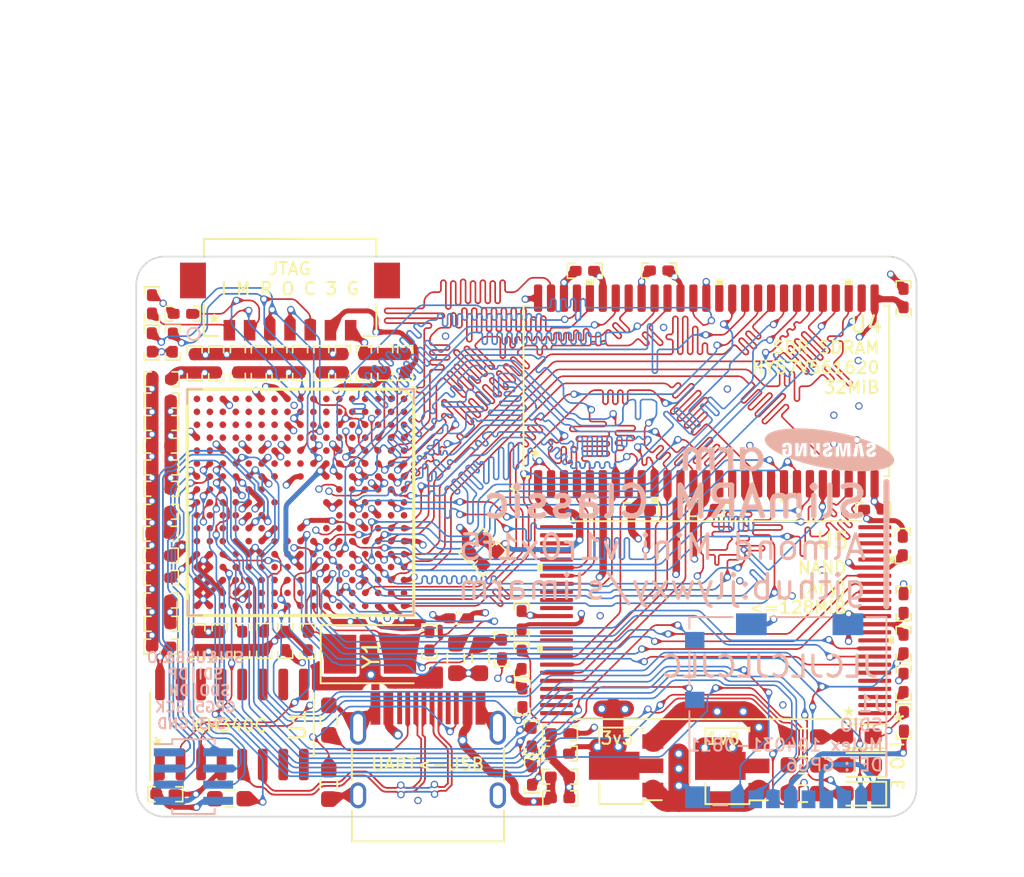
<source format=kicad_pcb>
(kicad_pcb (version 20221018) (generator pcbnew)
  (layers (0 "F.Cu" signal) (1 "In1.Cu" signal) (2 "In2.Cu" signal) (31 "B.Cu" signal) (34 "B.Paste" user) (35 "F.Paste" user) (36 "B.SilkS" user "B.Silkscreen") (37 "F.SilkS" user "F.Silkscreen") (38 "B.Mask" user) (39 "F.Mask" user) (44 "Edge.Cuts" user))
  (net 0 "")
  (net 1 "GND")
  (net 2 "/XTAL_OUT")
  (net 3 "/XTAL_IN")
  (net 4 "/NRESET")
  (net 5 "+3V3")
  (net 6 "Net-(IC1-UPLLCAP)")
  (net 7 "+5V")
  (net 8 "+1V8")
  (net 9 "Net-(IC1-MPLLCAP)")
  (net 10 "/BUS_DAT15")
  (net 11 "/BUS_DAT11")
  (net 12 "/BUS_DAT6")
  (net 13 "/BUS_DAT1")
  (net 14 "/BUS_ADR13")
  (net 15 "/BUS_ADR6")
  (net 16 "/BUS_ADR2")
  (net 17 "/DRAM_DQML")
  (net 18 "/BUS_DAT13")
  (net 19 "/BUS_DAT9")
  (net 20 "/BUS_DAT5")
  (net 21 "/BUS_DAT0")
  (net 22 "/BUS_ADR24")
  (net 23 "/BUS_ADR12")
  (net 24 "/BUS_ADR8")
  (net 25 "/BUS_ADR4")
  (net 26 "/DRAM_NSRAS")
  (net 27 "/DRAM_DQMU")
  (net 28 "/BUS_DAT12")
  (net 29 "/BUS_DAT7")
  (net 30 "/BUS_DAT4")
  (net 31 "/BUS_ADR7")
  (net 32 "/BUS_ADR3")
  (net 33 "/DRAM_NSCAS")
  (net 34 "/BUS_DAT14")
  (net 35 "/BUS_DAT10")
  (net 36 "/BUS_DAT2")
  (net 37 "/BUS_ADR10")
  (net 38 "/BUS_ADR5")
  (net 39 "/BUS_ADR1")
  (net 40 "/DRAM_SCKE")
  (net 41 "/BUS_DAT3")
  (net 42 "/BUS_ADR23")
  (net 43 "/BUS_ADR11")
  (net 44 "/BUS_NWE")
  (net 45 "/BUS_DAT8")
  (net 46 "/DRAM_SCLK")
  (net 47 "/DRAM_CS")
  (net 48 "/BUS_ADR9")
  (net 49 "/BUS_NWAIT")
  (net 50 "/JTAG_NTRST")
  (net 51 "/JTAG_TCK")
  (net 52 "/JTAG_TDI")
  (net 53 "/JTAG_TMS")
  (net 54 "/JTAG_TDO")
  (net 55 "Net-(D1-A)")
  (net 56 "/USB_DP")
  (net 57 "/USB_DN")
  (net 58 "/GPIO_G0")
  (net 59 "/GPIO_G2")
  (net 60 "/GPIO_G1")
  (net 61 "Net-(D2-A)")
  (net 62 "Net-(D3-A)")
  (net 63 "/NAND_ALE")
  (net 64 "/NAND_NFWE")
  (net 65 "/NAND_NFRE")
  (net 66 "/NAND_NFCE")
  (net 67 "/NAND_CLE")
  (net 68 "/SPI0_CLK")
  (net 69 "/NAND_RNB")
  (net 70 "/SPI0_MISO")
  (net 71 "/SPI0_MOSI")
  (net 72 "Net-(J4-CC1)")
  (net 73 "/CH_DP")
  (net 74 "/CH_DN")
  (net 76 "Net-(J4-CC2)")
  (net 94 "/OM0")
  (net 96 "/UART_TX")
  (net 97 "/UART_RX")
  (net 230 "/GPIO_G5")
  (net 244 "/SD_DAT2")
  (net 245 "/SD_DAT3")
  (net 246 "/SD_CMD")
  (net 247 "/SD_CLK")
  (net 248 "/SD_DAT0")
  (net 249 "/SD_DAT1")
  (net 250 "/SD_DET")
  (net 251 "Net-(J1-DET_B)")
  (footprint "Library:0402" (layer "F.Cu") (at 48.29 44.46 180)
    (fp_text reference "C48" hide)
    (fp_text value "100nF")
  )
  (footprint "Resistor_SMD:R_0603_1608Metric_Pad0.98x0.95mm_HandSolder" (layer "F.Cu") (at 34 40.97 -90)
    (fp_text reference "R7" hide)
    (fp_text value "5.1k")
  )
  (footprint "Library:0402" (layer "F.Cu") (at 25.71 18.91 -90)
    (fp_text reference "C21" hide)
    (fp_text value "100nF")
  )
  (footprint "Library:0402" (layer "F.Cu") (at 30.95 18.89 -90)
    (fp_text reference "C40" hide)
    (fp_text value "100nF")
  )
  (footprint "Library:0402" (layer "F.Cu") (at 49.83 13.18)
    (fp_text reference "C14" hide)
    (fp_text value "100nF")
  )
  (footprint "Library:0402" (layer "F.Cu") (at 31.31 36.0675 -90)
    (fp_text reference "C35" hide)
    (fp_text value "100nF")
  )
  (footprint "Library:0402" (layer "F.Cu") (at 23.6525 25.34)
    (fp_text reference "C43" hide)
    (fp_text value "100nF")
  )
  (footprint "Library:BGA272C80P17X17_1400X1400X116" (layer "F.Cu") (at 32.25 27.5 -90)
    (fp_text reference "IC1" hide)
    (fp_text value "S3C2410AXX-YO" hide)
  )
  (footprint "LED_SMD:LED_0603_1608Metric_Pad1.05x0.95mm_HandSolder" (layer "F.Cu") (at 66.77 41.962 180)
    (fp_text reference "D2" hide)
    (fp_text value "LED")
  )
  (footprint "Library:0402" (layer "F.Cu") (at 38.72 18.89 -90)
    (fp_text reference "C18" hide)
    (fp_text value "100nF")
  )
  (footprint "Library:0402" (layer "F.Cu") (at 25.88 36.08 90)
    (fp_text reference "C28" hide)
    (fp_text value "100nF")
  )
  (footprint "Library:0402" (layer "F.Cu") (at 57.35 27.9 180)
    (fp_text reference "C26" hide)
    (fp_text value "100nF")
  )
  (footprint "Library:0402" (layer "F.Cu") (at 27.25 36.08 90)
    (fp_text reference "C30" hide)
    (fp_text value "100nF")
  )
  (footprint "Library:0402" (layer "F.Cu") (at 69.48 30.2 -90)
    (fp_text reference "C11" hide)
    (fp_text value "100nF")
  )
  (footprint "Library:0402" (layer "F.Cu") (at 69.53 33.76 -90)
    (fp_text reference "C25" hide)
    (fp_text value "100nF")
  )
  (footprint "Package_TO_SOT_SMD:SOT-89-3" (layer "F.Cu") (at 52.08 43.79 180)
    (fp_text reference "U6" hide)
    (fp_text value "AMS1117")
  )
  (footprint "Library:0402" (layer "F.Cu") (at 69.55 41.04 -90)
    (fp_text reference "C7" hide)
    (fp_text value "100nF")
  )
  (footprint "Library:0402" (layer "F.Cu") (at 36.17 18.9 -90)
    (fp_text reference "C41" hide)
    (fp_text value "100nF")
  )
  (footprint "Library:0402" (layer "F.Cu") (at 53.29 27.98 180)
    (fp_text reference "C24" hide)
    (fp_text value "100nF")
  )
  (footprint "Library:0402" (layer "F.Cu") (at 23.66 21.2)
    (fp_text reference "C45" hide)
    (fp_text value "100nF")
  )
  (footprint "Library:0402" (layer "F.Cu") (at 23.06 17.61 90)
    (fp_text reference "R14" hide)
    (fp_text value "10k")
  )
  (footprint "Library:0402" (layer "F.Cu") (at 40.22 36.09 90)
    (fp_text reference "C12" hide)
    (fp_text value "22pF")
  )
  (footprint "Library:0402" (layer "F.Cu") (at 23.6225 30.794)
    (fp_text reference "C38" hide)
    (fp_text value "100nF")
  )
  (footprint "LED_SMD:LED_0603_1608Metric_Pad1.05x0.95mm_HandSolder" (layer "F.Cu") (at 66.795 45.518 180)
    (fp_text reference "D3" hide)
    (fp_text value "LED")
  )
  (footprint "Library:0402" (layer "F.Cu") (at 34.87 18.89 -90)
    (fp_text reference "C22" hide)
    (fp_text value "100nF")
  )
  (footprint "jlywxy:DF13A-7P-1.25H21" (layer "F.Cu") (at 27.8529 17.082 180)
    (fp_text reference "J3" hide)
    (fp_text value "DF13A-7P-1.25H21" hide)
  )
  (footprint "Library:0402" (layer "F.Cu") (at 32.23 18.89 -90)
    (fp_text reference "C39" hide)
    (fp_text value "100nF")
  )
  (footprint "Library:0402" (layer "F.Cu") (at 48.28 43.04)
    (fp_text reference "C50" hide)
    (fp_text value "100nF")
  )
  (footprint "Library:0402" (layer "F.Cu") (at 48.3 45.8 180)
    (fp_text reference "C17" hide)
    (fp_text value "100nF")
  )
  (footprint "Library:0402" (layer "F.Cu") (at 43.09 30.16 45)
    (fp_text reference "C3" hide)
    (fp_text value "100nF")
  )
  (footprint "jlywxy:HY57V561620FTP" (layer "F.Cu") (at 57.3385 20.61155 90)
    (fp_text reference "U4")
    (fp_text value "HY57V561620FTP" hide)
  )
  (footprint "Library:0402" (layer "F.Cu") (at 23.6425 26.66)
    (fp_text reference "C37" hide)
    (fp_text value "100nF")
  )
  (footprint "Capacitor_SMD:C_0402_1005Metric_Pad0.74x0.62mm_HandSolder" (layer "F.Cu") (at 42.04 34.67 180)
    (fp_text reference "C29" hide)
    (fp_text value "100nF")
  )
  (footprint "jlywxy:M29W640FB70N6E" (layer "F.Cu") (at 57.912 34.7875 180)
    (fp_text reference "U5")
    (fp_text value "K9F5608U0C" hide)
  )
  (footprint "Library:0402" (layer "F.Cu") (at 54.42 13.16)
    (fp_text reference "C15" hide)
    (fp_text value "100nF")
  )
  (footprint "Library:0402" (layer "F.Cu") (at 44.702 36.57 -90)
    (fp_text reference "C51" hide)
    (fp_text value "100nF")
  )
  (footprint "Package_SO:SOIC-16_3.9x9.9mm_P1.27mm" (layer "F.Cu") (at 28.01 41.24 90)
    (fp_text reference "U1")
    (fp_text value "CH340C")
  )
  (footprint "Library:0402" (layer "F.Cu") (at 23.63 33.57)
    (fp_text reference "C42" hide)
    (fp_text value "100nF")
  )
  (footprint "Library:0402" (layer "F.Cu") (at 29.67 18.9 -90)
    (fp_text reference "C46" hide)
    (fp_text value "100nF")
  )
  (footprint "Resistor_SMD:R_0603_1608Metric_Pad0.98x0.95mm_HandSolder" (layer "F.Cu") (at 34 44.94 90)
    (fp_text reference "R12" hide)
    (fp_text value "5.1k")
  )
  (footprint "Library:0402" (layer "F.Cu") (at 24.36 17.62 90)
    (fp_text reference "R15" hide)
    (fp_text value "10k")
  )
  (footprint "Library:0402" (layer "F.Cu") (at 23.63 32.17)
    (fp_text reference "C31" hide)
    (fp_text value "100nF")
  )
  (footprint "Library:0402" (layer "F.Cu") (at 27.04 18.9 -90)
    (fp_text reference "C19" hide)
    (fp_text value "100nF")
  )
  (footprint "Library:0402" (layer "F.Cu") (at 28.65 36.07 -90)
    (fp_text reference "C2" hide)
    (fp_text value "5pF")
  )
  (footprint "Resistor_SMD:R_0603_1608Metric_Pad0.98x0.95mm_HandSolder" (layer "F.Cu") (at 27.87 45.83)
    (fp_text reference "R13" hide)
    (fp_text value "0")
  )
  (footprint "Library:0402" (layer "F.Cu") (at 45.92 34.79 -90)
    (fp_text reference "C13" hide)
    (fp_text value "100nF")
  )
  (footprint "Resistor_SMD:R_0603_1608Metric_Pad0.98x0.95mm_HandSolder" (layer "F.Cu") (at 43.376 37.1525 -90)
    (fp_text reference "R2" hide)
    (fp_text value "10k")
  )
  (footprint "Library:0402" (layer "F.Cu") (at 69.53 14.87 90)
    (fp_text reference "C7" hide)
    (fp_text value "100nF")
  )
  (footprint "Library:0402" (layer "F.Cu") (at 23.66 22.59)
    (fp_text reference "C33" hide)
    (fp_text value "100nF")
  )
  (footprint "LED_SMD:LED_0603_1608Metric_Pad1.05x0.95mm_HandSolder" (layer "F.Cu") (at 66.795 43.74 180)
    (fp_text reference "D1" hide)
    (fp_text value "LED")
  )
  (footprint "Library:0402" (layer "F.Cu") (at 28.38 18.89 -90)
    (fp_text reference "C47" hide)
    (fp_text value "100nF")
  )
  (footprint "Library:0402" (layer "F.Cu") (at 33.54 18.89 -90)
    (fp_text reference "C23" hide)
    (fp_text value "100nF")
  )
  (footprint "Library:0402" (layer "F.Cu") (at 30 36.07 -90)
    (fp_text reference "C1" hide)
    (fp_text value "5pF")
  )
  (footprint "Crystal:Crystal_SMD_5032-2Pin_5.0x3.2mm" (layer "F.Cu") (at 36.55 36.89)
    (fp_text reference "Y1")
    (fp_text value "12MHz")
  )
  (footprint "Library:0402" (layer "F.Cu") (at 67.66 27.95)
    (fp_text reference "C27" hide)
    (fp_text value "100nF")
  )
  (footprint "Library:0402" (layer "F.Cu") (at 46.56 44.4 90)
    (fp_text reference "R11" hide)
    (fp_text value "100k")
  )
  (footprint "Resistor_SMD:R_0603_1608Metric_Pad0.98x0.95mm_HandSolder" (layer "F.Cu") (at 41.852 37.1525 90)
    (fp_text reference "R1" hide)
    (fp_text value "1.5k")
  )
  (footprint "Library:0402" (layer "F.Cu") (at 43.97 31 45)
    (fp_text reference "C5" hide)
    (fp_text value "100nF")
  )
  (footprint "Library:0402" (layer "F.Cu") (at 48.3 41.78)
    (fp_text reference "C49" hide)
    (fp_text value "100nF")
  )
  (footprint "Library:0402" (layer "F.Cu") (at 32.7 36.08 90)
    (fp_text reference "C6" hide)
    (fp_text value "22pF")
  )
  (footprint "Package_TO_SOT_SMD:SOT-89-3" (layer "F.Cu") (at 58.64 43.8 180)
    (fp_text reference "U7" hide)
    (fp_text value "AMS1117-1.8")
  )
  (footprint "Library:0402" (layer "F.Cu") (at 23.64 36.42)
    (fp_text reference "C9" hide)
    (fp_text value "100nF")
  )
  (footprint "Library:0402" (layer "F.Cu") (at 46.54 42.02 90)
    (fp_text reference "R8" hide)
    (fp_text value "100k")
  )
  (footprint "Connector_USB:USB_C_Receptacle_HRO_TYPE-C-31-M-12" (layer "F.Cu") (at 40.13 44.57)
    (fp_text reference "J4" hide)
    (fp_text value "USB_C_Receptacle_USB2.0")
  )
  (footprint "Library:0402" (layer "F.Cu") (at 45.92 37.23 -90)
    (fp_text reference "R20" hide)
    (fp_text value "10k")
  )
  (footprint "Resistor_SMD:R_0603_1608Metric_Pad0.98x0.95mm_HandSolder" (layer "F.Cu") (at 63.32 42.012)
    (fp_text reference "R5" hide)
    (fp_text value "5.6k")
  )
  (footprint "Library:0402" (layer "F.Cu") (at 23.9 45.55)
    (fp_text reference "C16" hide)
    (fp_text value "100nF")
  )
  (footprint "Library:0402" (layer "F.Cu") (at 45.97 39.59 -90)
    (fp_text reference "R10" hide)
    (fp_text value "100k")
  )
  (footprint "Library:0402" (layer "F.Cu") (at 37.49 18.88 -90)
    (fp_text reference "C34" hide)
    (fp_text value "100nF")
  )
  (footprint "Library:0402" (layer "F.Cu") (at 23.07 15.25 -90)
    (fp_text reference "R17" hide)
    (fp_text value "10k")
  )
  (footprint "Resistor_SMD:R_0603_1608Metric_Pad0.98x0.95mm_HandSolder" (layer "F.Cu") (at 63.32 45.512)
    (fp_text reference "R6" hide)
    (fp_text value "5.6k")
  )
  (footprint "Library:0402" (layer "F.Cu") (at 23.68 19.89)
    (fp_text reference "C32" hide)
    (fp_text value "100nF")
  )
  (footprint "Library:0402" (layer "F.Cu") (at 23.6025 29.44)
    (fp_text reference "C20" hide)
    (fp_text value "100nF")
  )
  (footprint "Library:0402" (layer "F.Cu") (at 69.53 36.26 -90)
    (fp_text reference "R3" hide)
    (fp_text value "10k")
  )
  (footprint "Library:0402" (layer "F.Cu") (at 23.66 35.01)
    (fp_text reference "C36" hide)
    (fp_text value "100nF")
  )
  (footprint "Library:0402" (layer "F.Cu") (at 23.6325 28.08)
    (fp_text reference "C4" hide)
    (fp_text value "100nF")
  )
  (footprint "Library:0402" (layer "F.Cu") (at 23.63 23.99)
    (fp_text reference "C44" hide)
    (fp_text value "100nF")
  )
  (footprint "Resistor_SMD:R_0603_1608Metric_Pad0.98x0.95mm_HandSolder" (layer "F.Cu") (at 63.327 43.74)
    (fp_text reference "R4" hide)
    (fp_text value "5.6k")
  )
  (footprint "Library:0402" (layer "F.Cu") (at 24.98 15.84)
    (fp_text reference "R16" hide)
    (fp_text value "10k")
  )
  (footprint "Library:0402" (layer "F.Cu") (at 69.53 38.66 -90)
    (fp_text reference "R9" hide)
    (fp_text value "100k")
  )
  (footprint "Library:image_arm" (layer "B.Cu") (at 58.38 24.82 180)
    (fp_text reference "G***" hide)
    (fp_text value "LOGO" hide)
  )
  (footprint "Library:image_samsung" (layer "B.Cu") (at 64.95 24.25 180)
    (fp_text reference "G***" hide)
    (fp_text value "LOGO" hide)
  )
  (footprint "Connector_Card:microSD_HC_Molex_104031-0811" (layer "B.Cu") (at 62.36 40.415)
    (fp_text reference "J1")
    (fp_text value "Micro_SD_Card_Det_Hirose_DM3AT")
  )
  (footprint "Connector_PinSocket_1.00mm:PinSocket_2x04_P1.00mm_Vertical_SMD" (layer "B.Cu") (at 25.635 44.46 180)
    (fp_text reference "J2" hide)
    (fp_text value "Conn_02x04_Counter_Clockwise")
  )
  (gr_line (start 39.26 21.402) (end 39.26 20.498) (stroke (width 0.127)) (layer "B.SilkS"))
  (gr_line (start 25.25 20.506) (end 25.25 21.41) (stroke (width 0.127)) (layer "B.SilkS"))
  (gr_line (start 25.266 34.49) (end 26.17 34.49) (stroke (width 0.127)) (layer "B.SilkS"))
  (gr_line (start 38.348 34.49) (end 39.252 34.49) (stroke (width 0.127)) (layer "B.SilkS"))
  (gr_line (start 39.254 20.5) (end 38.35 20.5) (stroke (width 0.127)) (layer "B.SilkS"))
  (gr_line (start 68.47 26.24975) (end 68.47 33.93025) (stroke (width 0.381)) (layer "B.SilkS"))
  (gr_line (start 25.26 33.588) (end 25.26 34.492) (stroke (width 0.127)) (layer "B.SilkS"))
  (gr_line (start 26.152 20.5) (end 25.248 20.5) (stroke (width 0.127)) (layer "B.SilkS"))
  (gr_line (start 39.25 34.484) (end 39.25 33.58) (stroke (width 0.127)) (layer "B.SilkS"))
  (gr_line (start 22.1 45.19686) (end 22.1 14.032145) (stroke (width 0.1)) (layer "Edge.Cuts"))
  (gr_arc (start 68.589423 12.3) (mid 69.820021 12.811544) (end 70.329457 14.042998) (stroke (width 0.1)) (layer "Edge.Cuts"))
  (gr_line (start 68.588558 46.9392) (end 23.839377 46.9392) (stroke (width 0.1)) (layer "Edge.Cuts"))
  (gr_arc (start 23.839377 46.9392) (mid 22.609259 46.427846) (end 22.1 45.19686) (stroke (width 0.1)) (layer "Edge.Cuts"))
  (gr_line (start 23.835085 12.3) (end 68.589423 12.3) (stroke (width 0.1)) (layer "Edge.Cuts"))
  (gr_line (start 70.329457 14.042998) (end 70.329469 45.201252) (stroke (width 0.1)) (layer "Edge.Cuts"))
  (gr_arc (start 22.1 14.032145) (mid 22.609237 12.807158) (end 23.835085 12.3) (stroke (width 0.1)) (layer "Edge.Cuts"))
  (gr_arc (start 70.329469 45.201252) (mid 69.818533 46.430359) (end 68.588558 46.9392) (stroke (width 0.1)) (layer "Edge.Cuts"))
  (gr_text "SDIO\nMolex 104031-0811\nDET: GPG6" (at 68.33 42.51) (layer "B.SilkS") (effects (font (size 0.762 0.762) (thickness 0.127)) (justify left mirror)))
  (gr_text "Almond Mini v1r0x1f5\ngithub:jlywxy/slimarm" (at 67.34 33.62) (layer "B.SilkS") (effects (font (size 1.524 1.524) (thickness 0.2)) (justify left bottom mirror)))
  (gr_text " SPI&USB&IO\n SDI|DP\nSDO|DN\n GPG5|SCK\n  3v3|GND" (at 26 39.14) (layer "B.SilkS") (effects (font (size 0.635 0.635) (thickness 0.127)) (justify mirror)))
  (gr_text "JLCJLCJLCJLC" (at 68.08 38.42) (layer "B.SilkS") (effects (font (size 1.3 1.3) (thickness 0.2)) (justify left bottom mirror)))
  (gr_text "SlimARM Classic\n" (at 67.46 28.59) (layer "B.SilkS") (effects (font (size 1.905 1.905) (thickness 0.3302) bold) (justify left bottom mirror)))
  (gr_text "UART<-USB" (at 40.11 43.7) (layer "F.SilkS") (effects (font (size 0.762 0.762) (thickness 0.127))))
  (gr_text "CH340C" (at 30.24 41.31) (layer "F.SilkS") (effects (font (size 0.762 0.762) (thickness 0.127)) (justify right)))
  (gr_text "JTAG\nI M R O C 3 G" (at 31.6 13.67) (layer "F.SilkS") (effects (font (size 0.762 0.762) (thickness 0.127))))
  (gr_text "I O E" (at 69.1 43.8 270) (layer "F.SilkS") (effects (font (size 0.762 0.762) (thickness 0.127))))
  (gr_text "1v8" (at 57.28 42.095) (layer "F.SilkS") (effects (font (size 0.762 0.762) (thickness 0.127)) (justify left)))
  (gr_text "NAND\n(Any)\n<=128MiB" (at 66.09 32.78) (layer "F.SilkS") (effects (font (size 0.762 0.762) (thickness 0.127)) (justify right)))
  (gr_text "SDR SDRAM\nHY57V561620\n32MiB" (at 68.12 19.16) (layer "F.SilkS") (effects (font (size 0.762 0.762) (thickness 0.127)) (justify right)))
  (gr_text "3v3" (at 50.72 42.085) (layer "F.SilkS") (effects (font (size 0.762 0.762) (thickness 0.127)) (justify left)))
  (segment (start 26.21121 45.97879) (end 25.83 46.36) (width 0.1016) (layer "F.Cu") (net 1))
  (segment (start 50.81121 32.03469) (end 50.73 32.1159) (width 0.4572) (layer "F.Cu") (net 1))
  (segment (start 34.49469 24.94469) (end 34.65 25.1) (width 0.1016) (layer "F.Cu") (net 1))
  (segment (start 36.208374 17.620748) (end 36.18 17.649122) (width 0.3048) (layer "F.Cu") (net 1))
  (segment (start 47.7125 42.7) (end 47.7125 43.10458) (width 0.508) (layer "F.Cu") (net 1))
  (segment (start 33.58159 34.172951) (end 34.159849 34.75121) (width 0.1016) (layer "F.Cu") (net 1))
  (segment (start 53.73 30.31) (end 53.73 28.0375) (width 0.3048) (layer "F.Cu") (net 1))
  (segment (start 36.1804 18.3225) (end 36.1804 18.3325) (width 0.762) (layer "F.Cu") (net 1))
  (segment (start 25.85 31.5) (end 26.65 32.3) (width 0.3048) (layer "F.Cu") (net 1))
  (segment (start 48.5374 13.9051) (end 48.5374 14.87115) (width 0.381) (layer "F.Cu") (net 1))
  (segment (start 67.59101 16.48899) (end 66.8 17.28) (width 0.254) (layer "F.Cu") (net 1))
  (segment (start 27.45 24.307936) (end 27.042064 23.9) (width 0.3048) (layer "F.Cu") (net 1))
  (segment (start 33.05 32.3) (end 33.28401 32.53401) (width 0.1016) (layer "F.Cu") (net 1))
  (segment (start 34.519059 34.9) (end 34.55 34.9) (width 0.1016) (layer "F.Cu") (net 1))
  (segment (start 69.55 40.68) (end 68.41679 41.81321) (width 0.1016) (layer "F.Cu") (net 1))
  (segment (start 33.4328 32.89322) (end 33.4328 33.813741) (width 0.1016) (layer "F.Cu") (net 1))
  (segment (start 29.49 20.74) (end 29.49 20.61) (width 0.1016) (layer "F.Cu") (net 1))
  (segment (start 27.042064 23.9) (end 27.042064 23.899999) (width 0.3048) (layer "F.Cu") (net 1))
  (segment (start 41.08 35.7975) (end 41.08 35.69) (width 0.1016) (layer "F.Cu") (net 1))
  (segment (start 25.85 33.1) (end 26.65 32.3) (width 0.3048) (layer "F.Cu") (net 1))
  (segment (start 60.014564 45.855436) (end 60.58 45.29) (width 1.27) (layer "F.Cu") (net 1))
  (segment (start 36.25 32.3) (end 35.89 32.66) (width 0.3048) (layer "F.Cu") (net 1))
  (segment (start 29.449999 30.299999) (end 29.665 30.515) (width 0.3048) (layer "F.Cu") (net 1))
  (segment (start 50.81726 32.000768) (end 50.77476 32.045083) (width 0.254) (layer "F.Cu") (net 1))
  (segment (start 26.65 30.7) (end 25.85 31.5) (width 0.3048) (layer "F.Cu") (net 1))
  (segment (start 67.67 43.74) (end 67.67 44.59) (width 0.1016) (layer "F.Cu") (net 1))
  (segment (start 31.051632 23.94) (end 31.066321 23.925311) (width 0.1016) (layer "F.Cu") (net 1))
  (segment (start 26.65 31.48) (end 26.26 31.09) (width 0.3048) (layer "F.Cu") (net 1))
  (segment (start 29.45 30.3) (end 29.05 30.7) (width 0.3048) (layer "F.Cu") (net 1))
  (segment (start 57.01 30.633136) (end 57.01 29.024603) (width 0.1016) (layer "F.Cu") (net 1))
  (segment (start 49.2625 13.18) (end 48.5374 13.9051) (width 0.381) (layer "F.Cu") (net 1))
  (segment (start 34.26 30.29) (end 34.26 30.299974) (width 0.1016) (layer "F.Cu") (net 1))
  (segment (start 36.65 27.9) (end 36.65 27.892064) (width 0.1016) (layer "F.Cu") (net 1))
  (segment (start 34.44292 45.62) (end 35.81 45.62) (width 0.3048) (layer "F.Cu") (net 1))
  (segment (start 30.37 18.3325) (end 34.86 18.3325) (width 0.762) (layer "F.Cu") (net 1))
  (segment (start 34.26 30.299974) (end 34.258993 30.298967) (width 0.1016) (layer "F.Cu") (net 1))
  (segment (start 55.48 27.56) (end 55.48 31.93) (width 0.4572) (layer "F.Cu") (net 1))
  (segment (start 29.665 30.515) (end 29.85 30.7) (width 0.3048) (layer "F.Cu") (net 1))
  (segment (start 46.919375 14.88255) (end 46.18255 14.88255) (width 0.254) (layer "F.Cu") (net 1))
  (segment (start 38.72 18.3225) (end 36.1804 18.3225) (width 0.762) (layer "F.Cu") (net 1))
  (segment (start 25.85 32.3) (end 26.65 31.5) (width 0.3048) (layer "F.Cu") (net 1))
  (segment (start 67.381099 28.631099) (end 67.25 28.5) (width 0.3048) (layer "F.Cu") (net 1))
  (segment (start 34.242064 23.899999) (end 34.242064 23.912064) (width 0.1016) (layer "F.Cu") (net 1))
  (segment (start 35.33 34.88) (end 35.31 34.9) (width 0.1016) (layer "F.Cu") (net 1))
  (segment (start 29.85 24.3) (end 30.24 23.91) (width 0.3048) (layer "F.Cu") (net 1))
  (segment (start 57.079687 28.764593) (end 57.082827 28.759155) (width 0.1016) (layer "F.Cu") (net 1))
  (segment (start 35.65678 22.3172) (end 35.0328 22.3172) (width 0.1016) (layer "F.Cu") (net 1))
  (segment (start 31.5525 35.5) (end 32.7 36.6475) (width 0.3048) (layer "F.Cu") (net 1))
  (segment (start 29.665 30.515) (end 29.45 30.3) (width 0.3048) (layer "F.Cu") (net 1))
  (segment (start 46.14 14.84) (end 46.14 14.9359) (width 0.1016) (layer "F.Cu") (net 1))
  (segment (start 34.55 34.9) (end 35.31 34.9) (width 0.1016) (layer "F.Cu") (net 1))
  (segment (start 35.89 32.688673) (end 35.880443 32.679116) (width 0.1016) (layer "F.Cu") (net 1))
  (segment (start 29.05 26.7) (end 29.85 27.5) (width 0.3048) (layer "F.Cu") (net 1))
  (segment (start 67.7398 16.12978) (end 67.7398 14.87115) (width 0.254) (layer "F.Cu") (net 1))
  (segment (start 53.6 30.44) (end 53.73 30.31) (width 0.3048) (layer "F.Cu") (net 1))
  (segment (start 34.347654 24.005589) (end 34.347654 24.652129) (width 0.1016) (layer "F.Cu") (net 1))
  (segment (start 37.85 33.9) (end 38.5 34.55) (width 0.3048) (layer "F.Cu") (net 1))
  (segment (start 23.99371 46.21121) (end 23.3325 45.55) (width 0.3048) (layer "F.Cu") (net 1))
  (segment (start 66.2775 34.5375) (end 67.74815 34.5375) (width 0.254) (layer "F.Cu") (net 1))
  (segment (start 31.09 23.94) (end 31.051632 23.94) (width 0.1016) (layer "F.Cu") (net 1))
  (segment (start 69.53 15.4375) (end 69.17879 15.08629) (width 0.381) (layer "F.Cu") (net 1))
  (segment (start 57.146 30.769136) (end 57.01 30.633136) (width 0.1016) (layer "F.Cu") (net 1))
  (segment (start 30.37 18.3325) (end 25.72 18.3325) (width 0.762) (layer "F.Cu") (net 1))
  (segment (start 33.05 30.7) (end 32.81599 30.46599) (width 0.1016) (layer "F.Cu") (net 1))
  (segment (start 29.449999 30.292063) (end 29.449999 30.299999) (width 0.3048) (layer "F.Cu") (net 1))
  (segment (start 53.338 13.88492) (end 53.338 14.87115) (width 0.3048) (layer "F.Cu") (net 1))
  (segment (start 30.24 23.900026) (end 30.241007 23.901033) (width 0.1016) (layer "F.Cu") (net 1))
  (segment (start 57.010176 29.011239) (end 57.011754 28.951271) (width 0.1016) (layer "F.Cu") (net 1))
  (segment (start 35.81 41.2925) (end 36.88 40.2225) (width 0.3048) (layer "F.Cu") (net 1))
  (segment (start 47.7125 42.7) (end 47.7125 43.04) (width 0.508) (layer "F.Cu") (net 1))
  (segment (start 69.48 29.6325) (end 69.48 29.21042) (width 0.3048) (layer "F.Cu") (net 1))
  (segment (start 50.73 32.09) (end 50.73 32.1159) (width 0.1016) (layer "F.Cu") (net 1))
  (segment (start 48.8575 44.46) (end 48.8575 45.79) (width 0.508) (layer "F.Cu") (net 1))
  (segment (start 28.25 29.9) (end 29.05 30.7) (width 0.3048) (layer "F.Cu") (net 1))
  (segment (start 25.85 23.491963) (end 25.46149 23.103453) (width 0.3048) (layer "F.Cu") (net 1))
  (segment (start 34.57629 40.20629) (end 35.81 41.44) (width 0.3048) (layer "F.Cu") (net 1))
  (segment (start 26.25 28.707936) (end 26.25 28.11042) (width 0.1016) (layer "F.Cu") (net 1))
  (segment (start 68.900679 28.631099) (end 67.381099 28.631099) (width 0.3048) (layer "F.Cu") (net 1))
  (segment (start 36.18 17.89) (end 36.18 17.6811) (width 0.3048) (layer "F.Cu") (net 1))
  (segment (start 38.5 34.55) (end 38.5 34.72) (width 0.3048) (layer "F.Cu") (net 1))
  (segment (start 23.3325 45.55) (end 23.3325 44.15792) (width 0.3048) (layer "F.Cu") (net 1))
  (segment (start 34.854999 25.304999) (end 34.65 25.1) (width 0.1016) (layer "F.Cu") (net 1))
  (segment (start 55.47 27.55) (end 55.48 27.56) (width 0.4572) (layer "F.Cu") (net 1))
  (segment (start 42.46 30.122146) (end 42.46 29.63042) (width 0.4572) (layer "F.Cu") (net 1))
  (segment (start 39.72879 30.04879) (end 39.82 30.14) (width 0.1016) (layer "F.Cu") (net 1))
  (segment (start 36.18 17.6811) (end 35.3529 16.854) (width 0.3048) (layer "F.Cu") (net 1))
  (segment (start 34.922951 21.63159) (end 35.0328 21.741439) (width 0.1016) (layer "F.Cu") (net 1))
  (segment (start 23.0925 19.740296) (end 23.0925 34.17) (width 0.762) (layer "F.Cu") (net 1))
  (segment (start 57.146 31.48358) (end 57.146 30.769136) (width 0.1016) (layer "F.Cu") (net 1))
  (segment (start 38.65 29.9) (end 39.36958 29.9) (width 0.3048) (layer "F.Cu") (net 1))
  (segment (start 29.4672 32.92762) (end 29.4672 36.5803) (width 0.1016) (layer "F.Cu") (net 1))
  (segment (start 25.89 36.6375) (end 29.41 36.6375) (width 0.762) (layer "F.Cu") (net 1))
  (segment (start 55.7383 26.35195) (end 55.7383 27.07128) (width 0.4572) (layer "F.Cu") (net 1))
  (segment (start 44.55321 38.27679) (end 44.45 38.38) (width 0.1016) (layer "F.Cu") (net 1))
  (segment (start 42.688717 30.561283) (end 42.60879 30.481356) (width 0.4572) (layer "F.Cu") (net 1))
  (segment (start 50.96 26.403475) (end 50.96 31.67548) (width 0.4572) (layer "F.Cu") (net 1))
  (segment (start 33.32121 29.34121) (end 33.2 29.22) (width 0.1016) (layer "F.Cu") (net 1))
  (segment (start 55.48 31.93) (end 55.46 31.95) (width 0.4572) (layer "F.Cu") (net 1))
  (segment (start 29.05 32.3) (end 29.31841 32.56841) (width 0.1016) (layer "F.Cu") (net 1))
  (segment (start 25.85 32.3) (end 26.65 33.1) (width 0.3048) (layer "F.Cu") (net 1))
  (segment (start 34.65 26.7) (end 34.50239 26.55239) (width 0.1016) (layer "F.Cu") (net 1))
  (segment (start 33.05 21.1) (end 33.28401 21.33401) (width 0.1016) (layer "F.Cu") (net 1))
  (segment (start 43.38 40.37) (end 44.45 41.44) (width 0.3048) (layer "F.Cu") (net 1))
  (segment (start 69.33121 28.85121) (end 69.259889 28.779889) (width 0.3048) (layer "F.Cu") (net 1))
  (segment (start 33.825341 29.49) (end 33.68042 29.49) (width 0.1016) (layer "F.Cu") (net 1))
  (segment (start 66.13 34.39) (end 66.2775 34.5375) (width 0.254) (layer "F.Cu") (net 1))
  (segment (start 23.0925 35.01) (end 23.0925 36.4) (width 0.762) (layer "F.Cu") (net 1))
  (segment (start 35.0328 22.3172) (end 34.65 22.7) (width 0.1016) (layer "F.Cu") (net 1))
  (segment (start 32.45678 30.3172) (end 31.8428 30.3172) (width 0.1016) (layer "F.Cu") (net 1))
  (segment (start 30.24 23.91) (end 30.24 23.900026) (width 0.1016) (layer "F.Cu") (net 1))
  (segment (start 47.7125 41.8) (end 47.7125 42.7) (width 0.508) (layer "F.Cu") (net 1))
  (segment (start 57.15879 28.65871) (end 57.9175 27.9) (width 0.1016) (layer "F.Cu") (net 1))
  (segment (start 25.72 18.3325) (end 25.71 18.3425) (width 0.762) (layer "F.Cu") (net 1))
  (segment (start 55.58951 27.43049) (end 55.47 27.55) (width 0.4572) (layer "F.Cu") (net 1))
  (segment (start 26.65 32.3) (end 27.45 33.1) (width 0.3048) (layer "F.Cu") (net 1))
  (segment (start 68.81958 14.9375) (end 67.80615 14.9375) (width 0.381) (layer "F.Cu") (net 1))
  (segment (start 31.376 26.43) (end 31.75721 26.04879) (width 0.3048) (layer "F.Cu") (net 1))
  (segment (start 25.85 33.9) (end 26.65 33.1) (width 0.3048) (layer "F.Cu") (net 1))
  (segment (start 34.276971 29.24879) (end 34.184551 29.34121) (width 0.1016) (layer "F.Cu") (net 1))
  (segment (start 67.67 45.518) (end 67.67 44.59) (width 0.1016) (layer "F.Cu") (net 1))
  (segment (start 29.85 21.1) (end 29.49 20.74) (width 0.3048) (layer "F.Cu") (net 1))
  (segment (start 35.0328 21.741439) (end 35.0328 22.3172) (width 0.1016) (layer "F.Cu") (net 1))
  (segment (start 50.76733 32.05267) (end 50.73 32.09) (width 0.254) (layer "F.Cu") (net 1))
  (segment (start 25.83 46.36) (end 24.35292 46.36) (width 0.3048) (layer "F.Cu") (net 1))
  (segment (start 26.65 33.1) (end 27.45 32.3) (width 0.3048) (layer "F.Cu") (net 1))
  (segment (start 34.2 27.85) (end 34.23 27.85) (width 0.1016) (layer "F.Cu") (net 1))
  (segment (start 33.64322 21.4828) (end 34.563741 21.4828) (width 0.1016) (layer "F.Cu") (net 1))
  (segment (start 56.78 32.06) (end 56.99721 31.84279) (width 0.1016) (layer "F.Cu") (net 1))
  (segment (start 42.6075 34.67) (end 42.79871 34.47879) (width 0.3048) (layer "F.Cu") (net 1))
  (segment (start 57.011754 28.951271) (end 57.028943 28.887113) (width 0.1016) (layer "F.Cu") (net 1))
  (segment (start 31.8428 30.3172) (end 31.850001 30.309999) (width 0.1016) (layer "F.Cu") (net 1))
  (segment (start 41.43944 35.54121) (end 42.31065 34.67) (width 0.1016) (layer "F.Cu") (net 1))
  (segment (start 55.63 46.004226) (end 59.655354 46.004226) (width 1.27) (layer "F.Cu") (net 1))
  (segment (start 40.22 36.6575) (end 41.08 35.7975) (width 0.1016) (layer "F.Cu") (net 1))
  (segment (start 26.65 33.9) (end 25.85 33.1) (width 0.3048) (layer "F.Cu") (net 1))
  (segment (start 42.31121 29.27121) (end 42.1 29.06) (width 0.4572) (layer "F.Cu") (net 1))
  (segment (start 31.1375 35.5) (end 30 36.6375) (width 0.3048) (layer "F.Cu") (net 1))
  (segment (start 34.14318 26.4036) (end 33.87682 26.4036) (width 0.1016) (layer "F.Cu") (net 1))
  (segment (start 53.8525 13.16) (end 53.48679 13.52571) (width 0.3048) (layer "F.Cu") (net 1))
  (segment (start 23.0925 34.17) (end 23.0925 35.01) (width 0.762) (layer "F.Cu") (net 1))
  (segment (start 34.65 29.9) (end 34.26 30.29) (width 0.1016) (layer "F.Cu") (net 1))
  (segment (start 23.0925 36.4) (end 23.0725 36.42) (width 0.762) (layer "F.Cu") (net 1))
  (segment (start 55.63 46.004226) (end 55.63 43.05) (width 1.27) (layer "F.Cu") (net 1))
  (segment (start 69.53 33.1925) (end 69.53 32.55) (width 0.3048) (layer "F.Cu") (net 1))
  (segment (start 67.24129 28.49129) (end 67.25 28.5) (width 0.1016) (layer "F.Cu") (net 1))
  (segment (start 54.954646 46.004226) (end 55.63 46.004226) (width 1.27) (layer "F.Cu") (net 1))
  (segment (start 57.3385 13.8585) (end 57.33 13.85) (width 0.1016) (layer "F.Cu") (net 1))
  (segment (start 57.3385 14.87115) (end 57.3385 13.8585) (width 0.3048) (layer "F.Cu") (net 1))
  (segment (start 46.18255 14.88255) (end 46.14 14.84) (width 0.1016) (layer "F.Cu") (net 1))
  (segment (start 57.154293 28.663449) (end 57.15879 28.65871) (width 0.1016) (layer "F.Cu") (net 1))
  (segment (start 29.842063 27.5) (end 29.442064 27.899999) (width 0.3048) (layer "F.Cu") (net 1))
  (segment (start 54.03 45.29) (end 54.595436 45.855436) (width 1.27) (layer "F.Cu") (net 1))
  (segment (start 36.18 17.89) (end 36.18 18.3225) (width 0.3048) (layer "F.Cu") (net 1))
  (segment (start 36.18 17.649122) (end 36.18 17.89) (width 0.3048) (layer "F.Cu") (net 1))
  (segment (start 43.568717 31.401283) (end 42.728717 30.561283) (width 0.4572) (layer "F.Cu") (net 1))
  (segment (start 26.39879 27.75121) (end 26.65 27.5) (width 0.1016) (layer "F.Cu") (net 1))
  (segment (start 41.08 35.69) (end 41.08023 35.69) (width 0.1016) (layer "F.Cu") (net 1))
  (segment (start 31.45 24.3) (end 31.09 23.94) (width 0.3048) (layer "F.Cu") (net 1))
  (segment (start 35.89 32.66) (end 35.89 32.688673) (width 0.1016) (layer "F.Cu") (net 1))
  (segment (start 29.67 18.3325) (end 30.37 18.3325) (width 0.762) (layer "F.Cu") (net 1))
  (segment (start 29.41 36.6375) (end 30 36.6375) (width 0.762) (layer "F.Cu") (net 1))
  (segment (start 29.4672 36.5803) (end 29.41 36.6375) (width 0.1016) (layer "F.Cu") (net 1))
  (segment (start 34.58 27.5) (end 34.23 27.85) (width 0.3048) (layer "F.Cu") (net 1))
  (segment (start 44.702 37.1375) (end 44.702 37.91758) (width 0.1016) (layer "F.Cu") (net 1))
  (segment (start 46.44542 34.5375) (end 48.063175 34.5375) (width 0.254) (layer "F.Cu") (net 1))
  (segment (start 34.242064 23.899999) (end 34.347654 24.005589) (width 0.1016) (layer "F.Cu") (net 1))
  (segment (start 47.86129 43.46379) (end 48.8575 44.46) (width 0.508) (layer "F.Cu") (net 1))
  (segment (start 37.05 28.3) (end 36.65 27.9) (width 0.3048) (layer "F.Cu") (net 1))
  (segment (start 35.034581 25.304999) (end 34.854999 25.304999) (width 0.1016) (layer "F.Cu") (net 1))
  (segment (start 33.51761 26.55239) (end 33.39 26.68) (width 0.1016) (layer "F.Cu") (net 1))
  (segment (start 31.850001 30.309999) (end 31.850001 30.307936) (width 0.1016) (layer "F.Cu") (net 1))
  (segment (start 36.25 22.7) (end 36.01599 22.46599) (width 0.1016) (layer "F.Cu") (net 1))
  (segment (start 34.242064 23.912064) (end 34.65 24.32) (width 0.3048) (layer "F.Cu") (net 1))
  (segment (start 33.85 27.5) (end 34.2 27.85) (width 0.3048) (layer "F.Cu") (net 1))
  (segment (start 43.15792 34.33) (end 43.68 34.33) (width 0.3048) (layer "F.Cu") (net 1))
  (via (at 54.696 16.68) (size 0.4572) (drill 0.3048) (layers "F.Cu" "B.Cu") (net 1))
  (via (at 57.33 13.85) (size 0.4572) (drill 0.3048) (layers "F.Cu" "B.Cu") (net 1))
  (via (at 43.68 34.33) (size 0.4572) (drill 0.3048) (layers "F.Cu" "B.Cu") (net 1))
  (via (at 23.07 31.48) (size 0.4572) (drill 0.3048) (layers "F.Cu" "B.Cu") (net 1))
  (via (at 25.83 46.36) (size 0.4572) (drill 0.3048) (layers "F.Cu" "B.Cu") (net 1))
  (via (at 69.53 32.55) (size 0.4572) (drill 0.3048) (layers "F.Cu" "B.Cu") (net 1))
  (via (at 66.73 18.73) (size 0.4572) (drill 0.3048) (layers "F.Cu" "B.Cu") (net 1))
  (via (at 31.376 26.43) (size 0.4572) (drill 0.3048) (layers "F.Cu" "B.Cu") (net 1))
  (via (at 55.64 43.97) (size 0.6096) (drill 0.381) (layers "F.Cu" "B.Cu") (net 1))
  (via (at 58.639177 20.492268) (size 0.4572) (drill 0.3048) (layers "F.Cu" "B.Cu") (net 1))
  (via (at 39.82 30.14) (size 0.4572) (drill 0.3048) (layers "F.Cu" "B.Cu") (net 1))
  (via (at 60.026 23.98) (size 0.4572) (drill 0.3048) (layers "F.Cu" "B.Cu") (net 1))
  (via (at 59.406 32.35) (size 0.4572) (drill 0.3048) (layers "F.Cu" "B.Cu") (net 1))
  (via (at 68.615 41.615) (size 0.4572) (drill 0.3048) (layers "F.Cu" "B.Cu") (net 1))
  (via (at 26.38 18.38) (size 0.4572) (drill 0.3048) (layers "F.Cu" "B.Cu") (net 1))
  (via (at 23.06 24.66) (size 0.4572) (drill 0.3048) (layers "F.Cu" "B.Cu") (net 1))
  (via (at 39.51 45.94) (size 0.4572) (drill 0.3048) (layers "F.Cu" "B.Cu") (net 1))
  (via (at 48.8575 45.12) (size 0.4572) (drill 0.3048) (layers "F.Cu" "B.Cu") (net 1))
  (via (at 62.07 40.03) (size 0.4572) (drill 0.3048) (layers "F.Cu" "B.Cu") (net 1))
  (via (at 35.055471 31.902433) (size 0.4572) (drill 0.3048) (layers "F.Cu" "B.Cu") (net 1))
  (via (at 34.23 27.85) (size 0.4572) (drill 0.3048) (layers "F.Cu" "B.Cu") (net 1))
  (via (at 35.33 34.88) (size 0.4572) (drill 0.3048) (layers "F.Cu" "B.Cu") (net 1))
  (via (at 67.25 28.5) (size 0.4572) (drill 0.3048) (layers "F.Cu" "B.Cu") (net 1))
  (via (at 42.1 29.06) (size 0.4572) (drill 0.3048) (layers "F.Cu" "B.Cu") (net 1))
  (via (at 55.64 45.03) (size 0.6096) (drill 0.381) (layers "F.Cu" "B.Cu") (net 1))
  (via (at 66.8 17.28) (size 0.4572) (drill 0.3048) (layers "F.Cu" "B.Cu") (net 1))
  (via (at 34.258993 30.298967) (size 0.4572) (drill 0.3048) (layers "F.Cu" "B.Cu") (net 1))
  (via (at 23.07 35.72) (size 0.4572) (drill 0.3048) (layers "F.Cu" "B.Cu") (net 1))
  (via (at 23.06 30.16) (size 0.4572) (drill 0.3048) (layers "F.Cu" "B.Cu") (net 1))
  (via (at 25.46149 23.103453) (size 0.4572) (drill 0.3048) (layers "F.Cu" "B.Cu") (net 1))
  (via (at 50.776 34.51) (size 0.4572) (drill 0.3048) (layers "F.Cu" "B.Cu") (net 1))
  (via (at 23.07 20.47) (size 0.4572) (drill 0.3048) (layers "F.Cu" "B.Cu") (net 1))
  (via (at 23.07 27.42) (size 0.4572) (drill 0.3048) (layers "F.Cu" "B.Cu") (net 1))
  (via (at 23.07 32.87) (size 0.4572) (drill 0.3048) (layers "F.Cu" "B.Cu") (net 1))
  (via (at 26.25 28.707936) (size 0.4572) (drill 0.3048) (layers "F.Cu" "B.Cu") (net 1))
  (via (at 23.07 28.76) (size 0.4572) (drill 0.3048) (layers "F.Cu" "B.Cu") (net 1))
  (via (at 30.241007 23.901033) (size 0.4572) (drill 0.3048) (layers "F.Cu" "B.Cu") (net 1))
  (via (at 35.880443 32.679116) (size 0.4572) (drill 0.3048) (layers "F.Cu" "B.Cu") (net 1))
  (via (at 29.449999 30.292063) (size 0.4572) (drill 0.3048) (layers "F.Cu" "B.Cu") (net 1))
  (via (at 26.57 36.72) (size 0.4572) (drill 0.3048) (layers "F.Cu" "B.Cu") (net 1))
  (via (at 56.78 32.06) (size 0.4572) (drill 0.3048) (layers "F.Cu" "B.Cu") (net 1))
  (via (at 36.208374 17.620748) (size 0.4572) (drill 0.3048) (layers "F.Cu" "B.Cu") (net 1))
  (via (at 48.5374 13.9051) (size 0.4572) (drill 0.3048) (layers "F.Cu" "B.Cu") (net 1))
  (via (at 61.5 34.73) (size 0.4572) (drill 0.3048) (layers "F.Cu" "B.Cu") (net 1))
  (via (at 33.39 26.68) (size 0.4572) (drill 0.3048) (layers "F.Cu" "B.Cu") (net 1))
  (via (at 64.48 31.68) (size 0.4572) (drill 0.3048) (layers "F.Cu" "B.Cu") (net 1))
  (via (at 66.77 21.54) (size 0.4572) (drill 0.3048) (layers "F.Cu" "B.Cu") (net 1))
  (via (at 53.6 30.44) (size 0.4572) (drill 0.3048) (layers "F.Cu" "B.Cu") (net 1))
  (via (at 62.64 33.29) (size 0.4572) (drill 0.3048) (layers "F.Cu" "B.Cu") (net 1))
  (via (at 35.0328 22.3172) (size 0.4572) (drill 0.3048) (layers "F.Cu" "B.Cu") (net 1))
  (via (at 29.442064 27.899999) (size 0.4572) (drill 0.3048) (layers "F.Cu" "B.Cu") (net 1))
  (via (at 41.216 17.22) (size 0.4572) (drill 0.3048) (layers "F.Cu" "B.Cu") (net 1))
  (via (at 36.65 27.892064) (size 0.4572) (drill 0.3048) (layers "F.Cu" "B.Cu") (net 1))
  (via (at 50.73 32.1159) (size 0.4572) (drill 0.3048) (layers "F.Cu" "B.Cu") (net 1))
  (via (at 29.49 20.61) (size 0.4572) (drill 0.3048) (layers "F.Cu" "B.Cu") (net 1))
  (via (at 46.444837 34.479227) (size 0.4572) (drill 0.3048) (layers "F.Cu" "B.Cu") (net 1))
  (via (at 44.45 38.38) (size 0.4572) (drill 0.3048) (layers "F.Cu" "B.Cu") (net 1))
  (via (at 38.5 34.72) (size 0.4572) (drill 0.3048) (layers "F.Cu" "B.Cu") (net 1))
  (via (at 26.26 31.09) (size 0.4572) (drill 0.3048) (layers "F.Cu" "B.Cu") (net 1))
  (via (at 55.46 31.95) (size 0.4572) (drill 0.3048) (layers "F.Cu" "B.Cu") (net 1))
  (via (at 30.65 36.07) (size 0.4572) (drill 0.3048) (layers "F.Cu" "B.Cu") (net 1))
  (via (at 27.69 18.35) (size 0.4572) (drill 0.3048) (layers "F.Cu" "B.Cu") (net 1))
  (via (at 23.07 25.97) (size 0.4572) (drill 0.3048) (layers "F.Cu" "B.Cu") (net 1))
  (via (at 65.22 23.88) (size 0.4572) (drill 0.3048) (layers "F.Cu" "B.Cu") (net 1))
  (via (at 27.042064 23.899999) (size 0.4572) (drill 0.3048) (layers "F.Cu" "B.Cu") (net 1))
  (via (at 65.22 22.11) (size 0.4572) (drill 0.3048) (layers "F.Cu" "B.Cu") (net 1))
  (via (at 23.07 23.29) (size 0.4572) (drill 0.3048) (layers "F.Cu" "B.Cu") (net 1))
  (via (at 26.24 33.51) (size 0.4572) (drill 0.3048) (layers "F.Cu" "B.Cu") (net 1))
  (via (at 31.857937 21.499999) (size 0.4572) (drill 0.3048) (layers "F.Cu" "B.Cu") (net 1))
  (via (at 23.07 21.9) (size 0.4572) (drill 0.3048) (layers "F.Cu" "B.Cu") (net 1))
  (via (at 33.2 29.22) (size 0.4572) (drill 0.3048) (layers "F.Cu" "B.Cu") (net 1))
  (via (at 34.25 18.32) (size 0.4572) (drill 0.3048) (layers "F.Cu" "B.Cu") (net 1))
  (via (at 53.338 13.84) (size 0.4572) (drill 0.3048) (layers "F.Cu" "B.Cu") (net 1))
  (via (at 66.64 23.64) (size 0.4572) (drill 0.3048) (layers "F.Cu" "B.Cu") (net 1))
  (via (at 55.63 43.05) (size 0.6096) (drill 0.381) (layers "F.Cu" "B.Cu") (net 1))
  (via (at 66.13 34.39) (size 0.4572) (drill 0.3048) (layers "F.Cu" "B.Cu") (net 1))
  (via (at 31.850001 30.307936) (size 0.4572) (drill 0.3048) (layers "F.Cu" "B.Cu") (net 1))
  (via (at 46.14 14.9359) (size 0.4572) (drill 0.3048) (layers "F.Cu" "B.Cu") (net 1))
  (via (at 67.67 44.59) (size 0.4572) (drill 0.3048) (layers "F.Cu" "B.Cu") (net 1))
  (via (at 31.066321 23.925311) (size 0.4572) (drill 0.3048) (layers "F.Cu" "B.Cu") (net 1))
  (via (at 23.07 34.27) (size 0.4572) (drill 0.3048) (layers "F.Cu" "B.Cu") (net 1))
  (via (at 34.242064 23.899999) (size 0.4572) (drill 0.3048) (layers "F.Cu" "B.Cu") (net 1))
  (via (at 36.6 38.16) (size 0.6096) (drill 0.381) (layers "F.Cu" "B.Cu") (net 1))
  (arc (start 39.72879 30.04879) (mid 39.563983 29.93867) (end 39.36958 29.9) (width 0.3048) (layer "F.Cu") (net 1))
  (arc (start 69.259889 28.779889) (mid 69.095082 28.669769) (end 68.900679 28.631099) (width 0.3048) (layer "F.Cu") (net 1))
  (arc (start 68.81958 14.9375) (mid 69.013983 14.976169) (end 69.17879 15.08629) (width 0.381) (layer "F.Cu") (net 1))
  (arc (start 34.922951 21.63159) (mid 34.758144 21.52147) (end 34.563741 21.4828) (width 0.1016) (layer "F.Cu") (net 1))
  (arc (start 34.50239 26.55239) (mid 34.337583 26.44227) (end 34.14318 26.4036) (width 0.1016) (layer "F.Cu") (net 1))
  (arc (start 29.4672 32.92762) (mid 29.428531 32.733217) (end 29.31841 32.56841) (width 0.1016) (layer "F.Cu") (net 1))
  (arc (start 69.48 29.21042) (mid 69.441331 29.016017) (end 69.33121 28.85121) (width 0.3048) (layer "F.Cu") (net 1))
  (arc (start 50.77476 32.045083) (mid 50.771065 32.048896) (end 50.76733 32.05267) (width 0.254) (layer "F.Cu") (net 1))
  (arc (start 55.7383 27.07128) (mid 55.699631 27.265683) (end 55.58951 27.43049) (width 0.4572) (layer "F.Cu") (net 1))
  (arc (start 57.082827 28.759155) (mid 57.115737 28.709194) (end 57.154293 28.663449) (width 0.1016) (layer "F.Cu") (net 1))
  (arc (start 34.347654 24.652129) (mid 34.398294 24.810161) (end 34.49469 24.94469) (width 0.1016) (layer "F.Cu") (net 1))
  (arc (start 33.58159 34.172951) (mid 33.47147 34.008144) (end 33.4328 33.813741) (width 0.1016) (layer "F.Cu") (net 1))
  (arc (start 57.146 31.48358) (mid 57.107331 31.677983) (end 56.99721 31.84279) (width 0.1016) (layer "F.Cu") (net 1))
  (arc (start 23.3325 44.15792) (mid 23.371169 43.963517) (end 23.48129 43.79871) (width 0.3048) (layer "F.Cu") (net 1))
  (arc (start 34.276971 29.24879) (mid 34.441778 29.13867) (end 34.636181 29.1) (width 0.1016) (layer "F.Cu") (net 1))
  (arc (start 33.28401 32.53401) (mid 33.39413 32.698817) (end 33.4328 32.89322) (width 0.1016) (layer "F.Cu") (net 1))
  (arc (start 43.15792 34.33) (mid 42.963517 34.368669) (end 42.79871 34.47879) (width 0.3048) (layer "F.Cu") (net 1))
  (arc (start 42.46 30.122146) (mid 42.498669 30.316549) (end 42.60879 30.481356) (width 0.4572) (layer "F.Cu") (net 1))
  (arc (start 26.25 28.11042) (mid 26.288669 27.916017) (end 26.39879 27.75121) (width 0.1016) (layer "F.Cu") (net 1))
  (arc (start 44.702 37.91758) (mid 44.663331 38.111983) (end 44.55321 38.27679) (width 0.1016) (layer "F.Cu") (net 1))
  (arc (start 34.44292 45.62) (mid 34.248517 45.658669) (end 34.08371 45.76879) (width 0.3048) (layer "F.Cu") (net 1))
  (arc (start 68.41679 41.81321) (mid 68.251983 41.92333) (end 68.05758 41.962) (width 0.1016) (layer "F.Cu") (net 1))
  (arc (start 46.08621 34.38871) (mid 46.251017 34.49883) (end 46.44542 34.5375) (width 0.254) (layer "F.Cu") (net 1))
  (arc (start 23.99371 46.21121) (mid 24.158517 46.32133) (end 24.35292 46.36) (width 0.3048) (layer "F.Cu") (net 1))
  (arc (start 47.7125 43.10458) (mid 47.751169 43.298983) (end 47.86129 43.46379) (width 0.508) (layer "F.Cu") (net 1))
  (arc (start 33.825341 29.49) (mid 34.019744 29.451331) (end 34.184551 29.34121) (width 0.1016) (layer "F.Cu") (net 1))
  (arc (start 34.21708 40.0575) (mid 34.411483 40.096169) (end 34.57629 40.20629) (width 0.1016) (layer "F.Cu") (net 1))
  (arc (start 26.21121 45.97879) (mid 26.376017 45.86867) (end 26.57042 45.83) (width 0.1016) (layer "F.Cu") (net 1))
  (arc (start 31.75721 26.04879) (mid 31.922017 25.93867) (end 32.11642 25.9) (width 0.3048) (layer "F.Cu") (net 1))
  (arc (start 57.01 29.024603) (mid 57.010044 29.01792) (end 57.010176 29.011239) (width 0.1016) (layer "F.Cu") (net 1))
  (arc (start 33.87682 26.4036) (mid 33.682417 26.442269) (end 33.51761 26.55239) (width 0.1016) (layer "F.Cu") (net 1))
  (arc (start 36.01599 22.46599) (mid 35.851183 22.35587) (end 35.65678 22.3172) (width 0.1016) (layer "F.Cu") (net 1))
  (arc (start 42.46 29.63042) (mid 42.421331 29.436017) (end 42.31121 29.27121) (width 0.4572) (layer "F.Cu") (net 1))
  (arc (start 33.32121 29.34121) (mid 33.486017 29.45133) (end 33.68042 29.49) (width 0.1016) (layer "F.Cu") (net 1))
  (arc (start 41.08023 35.69) (mid 41.274633 35.651331) (end 41.43944 35.54121) (width 0.1016) (layer "F.Cu") (net 1))
  (arc (start 54.595436 45.855436) (mid 54.760243 45.965556) (end 54.954646 46.004226) (width 1.27) (layer "F.Cu") (net 1))
  (arc (start 67.24129 28.49129) (mid 67.13117 28.326483) (end 67.0925 28.13208) (width 0.1016) (layer "F.Cu") (net 1))
  (arc (start 50.81121 32.03469) (mid 50.92133 31.869883) (end 50.96 31.67548) (width 0.4572) (layer "F.Cu") (net 1))
  (arc (start 67.59101 16.48899) (mid 67.70113 16.324183) (end 67.7398 16.12978) (width 0.254) (layer "F.Cu") (net 1))
  (arc (start 53.338 13.88492) (mid 53.376669 13.690517) (end 53.48679 13.52571) (width 0.3048) (layer "F.Cu") (net 1))
  (arc (start 60.014564 45.855436) (mid 59.849757 45.965556) (end 59.655354 46.004226) (width 1.27) (layer "F.Cu") (net 1))
  (arc (start 34.159849 34.75121) (mid 34.324656 34.86133) (end 34.519059 34.9) (width 0.1016) (layer "F.Cu") (net 1))
  (arc (start 32.81599 30.46599) (mid 32.651183 30.35587) (end 32.45678 30.3172) (width 0.1016) (layer "F.Cu") (net 1))
  (arc (start 33.28401 21.33401) (mid 33.448817 21.44413) (end 33.64322 21.4828) (width 0.1016) (layer "F.Cu") (net 1))
  (arc (start 35.393791 25.156209) (mid 35.228984 25.266329) (end 35.034581 25.304999) (width 0.1016) (layer "F.Cu") (net 1))
  (arc (start 57.079687 28.764593) (mid 57.0503 28.82419) (end 57.028943 28.887113) (width 0.1016) (layer "F.Cu") (net 1))
  (segment (start 26.08121 46.10879) (end 25.83 46.36) (width 0.3048) (layer "B.Cu") (net 1))
  (segment (start 60.12 35.04) (end 60.97958 35.04) (width 0.3048) (layer "B.Cu") (net 1))
  (segment (start 55.64 45.03) (end 55.87458 45.03) (width 0.3048) (layer "B.Cu") (net 1))
  (segment (start 56.23379 45.17879) (end 56.795 45.74) (width 0.3048) (layer "B.Cu") (net 1))
  (segment (start 61.33879 34.89121) (end 61.5 34.73) (width 0.3048) (layer "B.Cu") (net 1))
  (segment (start 64.58879 44.06121) (end 64.79121 43.85879) (width 0.3048) (layer "B.Cu") (net 1))
  (segment (start 66.93879 43.85879) (end 67.67 44.59) (width 0.3048) (layer "B.Cu") (net 1))
  (segment (start 65.15042 43.71) (end 66.57958 43.71) (width 0.3048) (layer "B.Cu") (net 1))
  (segment (start 64.755 45.555) (end 64.58879 45.38879) (width 0.3048) (layer "B.Cu") (net 1))
  (segment (start 64.44 45.02958) (end 64.44 44.42042) (width 0.3048) (layer "B.Cu") (net 1))
  (arc (start 60.97958 35.04) (mid 61.173983 35.001331) (end 61.33879 34.89121) (width 0.3048) (layer "B.Cu") (net 1))
  (arc (start 64.79121 43.85879) (mid 64.956017 43.74867) (end 65.15042 43.71) (width 0.3048) (layer "B.Cu") (net 1))
  (arc (start 64.58879 45.38879) (mid 64.47867 45.223983) (end 64.44 45.02958) (width 0.3048) (layer "B.Cu") (net 1))
  (arc (start 26.08121 46.10879) (mid 26.246017 45.99867) (end 26.44042 45.96) (width 0.3048) (layer "B.Cu") (net 1))
  (arc (start 66.93879 43.85879) (mid 66.773983 43.74867) (end 66.57958 43.71) (width 0.3048) (layer "B.Cu") (net 1))
  (arc (start 64.58879 44.06121) (mid 64.47867 44.226017) (end 64.44 44.42042) (width 0.3048) (layer "B.Cu") (net 1))
  (arc (start 55.87458 45.03) (mid 56.068983 45.068669) (end 56.23379 45.17879) (width 0.3048) (layer "B.Cu") (net 1))
  (segment (start 33.47129 35.66129) (end 34.7 36.89) (width 0.1016) (layer "F.Cu") (net 2))
  (segment (start 32.7 35.5125) (end 33.11208 35.5125) (width 0.1016) (layer "F.Cu") (net 2))
  (segment (start 32.6328 35.4453) (end 32.6328 33.72762) (width 0.1016) (layer "F.Cu") (net 2))
  (segment (start 32.78159 33.36841) (end 33.05 33.1) (width 0.1016) (layer "F.Cu") (net 2))
  (arc (start 33.11208 35.5125) (mid 33.306483 35.551169) (end 33.47129 35.66129) (width 0.1016) (layer "F.Cu") (net 2))
  (arc (start 32.78159 33.36841) (mid 32.67147 33.533217) (end 32.6328 33.72762) (width 0.1016) (layer "F.Cu") (net 2))
  (segment (start 34.490507 35.42) (end 36.71958 35.42) (width 0.1016) (layer "F.Cu") (net 3))
  (segment (start 33.19879 34.338703) (end 34.131297 35.27121) (width 0.1016) (layer "F.Cu") (net 3))
  (segment (start 37.07879 35.56879) (end 38.4 36.89) (width 0.1016) (layer "F.Cu") (net 3))
  (segment (start 38.4 36.89) (end 39.61871 35.67129) (width 0.1016) (layer "F.Cu") (net 3))
  (arc (start 39.61871 35.67129) (mid 39.783517 35.56117) (end 39.97792 35.5225) (width 0.1016) (layer "F.Cu") (net 3))
  (arc (start 33.19879 34.338703) (mid 33.08867 34.173896) (end 33.05 33.979493) (width 0.1016) (layer "F.Cu") (net 3))
  (arc (start 34.131297 35.27121) (mid 34.296104 35.38133) (end 34.490507 35.42) (width 0.1016) (layer "F.Cu") (net 3))
  (arc (start 36.71958 35.42) (mid 36.913983 35.458669) (end 37.07879 35.56879) (width 0.1016) (layer "F.Cu") (net 3))
  (segment (start 32.25 29.9) (end 32.64 29.51) (width 0.1016) (layer "F.Cu") (net 4))
  (segment (start 32.64 29.49) (end 32.646052 29.496052) (width 0.1016) (layer "F.Cu") (net 4))
  (segment (start 40.31072 37.3997) (end 42.00588 37.3997) (width 0.1016) (layer "F.Cu") (net 4))
  (segment (start 42.36509 37.25091) (end 43.376 36.24) (width 0.1016) (layer "F.Cu") (net 4))
  (segment (start 44.702 36.0025) (end 43.6135 36.0025) (width 0.1016) (layer "F.Cu") (net 4))
  (segment (start 32.64 29.51) (end 32.64 29.49) (width 0.1016) (layer "F.Cu") (net 4))
  (segment (start 39.77 37.73) (end 39.95151 37.54849) (width 0.1016) (layer "F.Cu") (net 4))
  (via (at 32.646052 29.496052) (size 0.4572) (drill 0.3048) (layers "F.Cu" "B.Cu") (net 4))
  (via (at 39.77 37.73) (size 0.4572) (drill 0.3048) (layers "F.Cu" "B.Cu") (net 4))
  (arc (start 42.36509 37.25091) (mid 42.200283 37.36103) (end 42.00588 37.3997) (width 0.1016) (layer "F.Cu") (net 4))
  (arc (start 39.95151 37.54849) (mid 40.116317 37.43837) (end 40.31072 37.3997) (width 0.1016) (layer "F.Cu") (net 4))
  (segment (start 32.5714 29.570704) (end 32.5714 35.00427) (width 0.1016) (layer "B.Cu") (net 4))
  (segment (start 32.72019 35.36348) (end 34.399565 37.042855) (width 0.1016) (layer "B.Cu") (net 4))
  (segment (start 34.758775 37.191645) (end 39.021225 37.191645) (width 0.1016) (layer "B.Cu") (net 4))
  (segment (start 39.380435 37.340435) (end 39.77 37.73) (width 0.1016) (layer "B.Cu") (net 4))
  (segment (start 32.646052 29.496052) (end 32.5714 29.570704) (width 0.1016) (layer "B.Cu") (net 4))
  (arc (start 39.021225 37.191645) (mid 39.215628 37.230314) (end 39.380435 37.340435) (width 0.1016) (layer "B.Cu") (net 4))
  (arc (start 32.72019 35.36348) (mid 32.61007 35.198673) (end 32.5714 35.00427) (width 0.1016) (layer "B.Cu") (net 4))
  (arc (start 34.399565 37.042855) (mid 34.564372 37.152975) (end 34.758775 37.191645) (width 0.1016) (layer "B.Cu") (net 4))
  (segment (start 69.53 38.26) (end 69.24 38.55) (width 0.3048) (layer "F.Cu") (net 5))
  (segment (start 23.07 18.1875) (end 24.36 18.1875) (width 0.1016) (layer "F.Cu") (net 5))
  (segment (start 45.2775 38.44) (end 45.92 37.7975) (width 0.1016) (layer "F.Cu") (net 5))
  (segment (start 24.38 32.17) (end 25.85 30.7) (width 0.3048) (layer "F.Cu") (net 5))
  (segment (start 38.26 25.49) (end 38.26 25.499974) (width 0.1016) (layer "F.Cu") (net 5))
  (segment (start 53.133 29.753) (end 53.133 29.751057) (width 0.254) (layer "F.Cu") (net 5))
  (segment (start 33.54 19.4575) (end 34.87 19.4575) (width 0.762) (layer "F.Cu") (net 5))
  (segment (start 23.255 14.6825) (end 24.4125 15.84) (width 0.1016) (layer "F.Cu") (net 5))
  (segment (start 25.78 45.55) (end 25.852263 45.55) (width 0.3048) (layer "F.Cu") (net 5))
  (segment (start 40.430775 34.4482) (end 40.503785 34.52121) (width 0.3048) (layer "F.Cu") (net 5))
  (segment (start 67.721975 27.444475) (end 68.2275 27.95) (width 0.254) (layer "F.Cu") (net 5))
  (segment (start 39.25121 18.92629) (end 38.72 19.4575) (width 0.3048) (layer "F.Cu") (net 5))
  (segment (start 33.43 31.12) (end 33.439941 31.12) (width 0.1016) (layer "F.Cu") (net 5))
  (segment (start 47.0103 44.4797) (end 46.96 44.53) (width 0.1016) (layer "F.Cu") (net 5))
  (segment (start 49.6141 34.831925) (end 49.557315 34.88871) (width 0.254) (layer "F.Cu") (net 5))
  (segment (start 47.0478 43.30572) (end 47.0478 44.4797) (width 0.1016) (layer "F.Cu") (net 5))
  (segment (start 47.646755 27.98121) (end 47.08599 27.420445) (width 0.4572) (layer "F.Cu") (net 5))
  (segment (start 66.467499 31.537499) (end 68.502744 31.537499) (width 0.254) (layer "F.Cu") (net 5))
  (segment (start 66.467499 31.537499) (end 67.74815 31.537499) (width 0.254) (layer "F.Cu") (net 5))
  (segment (start 24.2475 19.89) (end 24.52121 19.61629) (width 0.762) (layer "F.Cu") (net 5))
  (segment (start 46.45042 35.0375) (end 48.063175 35.0375) (width 0.254) (layer "F.Cu") (net 5))
  (segment (start 38.57879 17.11879) (end 39.25121 17.79121) (width 0.3048) (layer "F.Cu") (net 5))
  (segment (start 36.77121 15.85121) (end 36.72879 15.80879) (width 0.3048) (layer "F.Cu") (net 5))
  (segment (start 25.852263 45.55) (end 27.375 44.027263) (width 0.3048) (layer "F.Cu") (net 5))
  (segment (start 69.29129 34.88871) (end 69.38121 34.79879) (width 0.254) (layer "F.Cu") (net 5))
  (segment (start 35.45 24.3) (end 35.21599 24.06599) (width 0.1016) (layer "F.Cu") (net 5))
  (segment (start 57.171885 27.510615) (end 57.17125 27.51125) (width 0.254) (layer "F.Cu") (net 5))
  (segment (start 27.8672 32.89322) (end 27.8672 33.2972) (width 0.1016) (layer "F.Cu") (net 5))
  (segment (start 69.24 38.55) (end 69.232779 38.542779) (width 0.1016) (layer "F.Cu") (net 5))
  (segment (start 38.26 25.499974) (end 38.258993 25.498967) (width 0.1016) (layer "F.Cu") (net 5))
  (segment (start 29.05 27.5) (end 28.649999 27.900001) (width 0.3048) (layer "F.Cu") (net 5))
  (segment (start 23.565 38.765) (end 23.565 37.0625) (width 0.3048) (layer "F.Cu") (net 5))
  (segment (start 36.92 16.97) (end 36.92 16.21042) (width 0.3048) (layer "F.Cu") (net 5))
  (segment (start 23.565 37.0625) (end 24.2075 36.42) (width 0.3048) (layer "F.Cu") (net 5))
  (segment (start 45.16 38.44) (end 45.2875 38.44) (width 0.1016) (layer "F.Cu") (net 5))
  (segment (start 24.4675 45.55) (end 25.78 45.55) (width 0.3048) (layer "F.Cu") (net 5))
  (segment (start 66.13 36.1) (end 66.13 35.68792) (width 0.254) (layer "F.Cu") (net 5))
  (segment (start 47.0478 44.4797) (end 47.0103 44.4797) (width 0.1016) (layer "F.Cu") (net 5))
  (segment (start 69.232779 38.542779) (end 69.232779 38.525127) (width 0.1016) (layer "F.Cu") (net 5))
  (segment (start 29.85 25.1) (end 30.230738 24.719262) (width 0.3048) (layer "F.Cu") (net 5))
  (segment (start 48.668365 27.968365) (end 48.83 28.13) (width 0.254) (layer "F.Cu") (net 5))
  (segment (start 46.9372 27.061235) (end 46.9372 26.35195) (width 0.4572) (layer "F.Cu") (net 5))
  (segment (start 55.7383 14.12122) (end 55.7383 14.87115) (width 0.3048) (layer "F.Cu") (net 5))
  (segment (start 48.35 28.13) (end 48.89958 28.13) (width 0.4572) (layer "F.Cu") (net 5))
  (segment (start 35.65678 27.0828) (end 34.49322 27.0828) (width 0.1016) (layer "F.Cu") (net 5))
  (segment (start 40.862995 34.67) (end 41.4725 34.67) (width 0.3048) (layer "F.Cu") (net 5))
  (segment (start 33.439941 31.12) (end 33.439203 31.119262) (width 0.1016) (layer "F.Cu") (net 5))
  (segment (start 69.53 14.19) (end 68.73 13.39) (width 0.3048) (layer "F.Cu") (net 5))
  (segment (start 36.25 26.7) (end 36.01599 26.93401) (width 0.1016) (layer "F.Cu") (net 5))
  (segment (start 39.15 32.15) (end 39.1841 32.1159) (width 0.1016) (layer "F.Cu") (net 5))
  (segment (start 51.58 40.26) (end 52.36 40.26) (width 1.016) (layer "F.Cu") (net 5))
  (segment (start 32.395 28.955) (end 32.58561 28.76439) (width 0.3048) (layer "F.Cu") (net 5))
  (segment (start 32.336258 31.8828) (end 32.45678 31.8828) (width 0.1016) (layer "F.Cu") (net 5))
  (segment (start 42.64 38.065) (end 43.376 38.065) (width 0.1016) (layer "F.Cu") (net 5))
  (segment (start 48.519575 26.36335) (end 48.519575 27.609155) (width 0.4572) (layer "F.Cu") (net 5))
  (segment (start 32.25 33.9) (end 32.01599 33.66599) (width 0.1016) (layer "F.Cu") (net 5))
  (segment (start 49.6141 34.38) (end 49.6141 34.831925) (width 0.254) (layer "F.Cu") (net 5))
  (segment (start 52.85879 27.77371) (end 53.13625 27.49625) (width 0.254) (layer "F.Cu") (net 5))
  (segment (start 49.25879 28.27879) (end 49.36121 28.38121) (width 0.4572) (layer "F.Cu") (net 5))
  (segment (start 53.133 29.751057) (end 52.812599 29.430656) (width 0.4572) (layer "F.Cu") (net 5))
  (segment (start 32.94482 28.6156) (end 34.177316 28.6156) (width 0.3048) (layer "F.Cu") (net 5))
  (segment (start 46.919375 27.25383) (end 46.919375 26.36335) (width 0.254) (layer "F.Cu") (net 5))
  (segment (start 43.531283 29.758717) (end 44.371283 30.598717) (width 0.4572) (layer "F.Cu") (net 5))
  (segment (start 35.0672 23.1228) (end 35.07 23.12) (width 0.1016) (layer "F.Cu") (net 5))
  (segment (start 54.9875 13.16) (end 55.58951 13.76201) (width 0.3048) (layer "F.Cu") (net 5))
  (segment (start 50.78891 13.57141) (end 50.3975 13.18) (width 0.381) (layer "F.Cu") (net 5))
  (segment (start 67.74815 35.0375) (end 68.66458 35.0375) (width 0.254) (layer "F.Cu") (net 5))
  (segment (start 50.598734 42.611266) (end 49.421206 42.611266) (width 0.3048) (layer "F.Cu") (net 5))
  (segment (start 38.65 25.1) (end 38.26 25.49) (width 0.3048) (layer "F.Cu") (net 5))
  (segment (start 32.25 29.1) (end 32.395 28.955) (width 0.3048) (layer "F.Cu") (net 5))
  (segment (start 31.8672 32.141438) (end 31.977048 32.03159) (width 0.1016) (layer "F.Cu") (net 5))
  (segment (start 27.8672 33.2972) (end 27.91121 33.34121) (width 0.1016) (layer "F.Cu") (net 5))
  (segment (start 38.38159 19.79591) (end 38.72 19.4575) (width 0.1016) (layer "F.Cu") (net 5))
  (segment (start 45.2875 38.44) (end 45.97 39.1225) (width 0.1016) (layer "F.Cu") (net 5))
  (segment (start 68.861954 31.388709) (end 69.48 30.770663) (width 0.254) (layer "F.Cu") (net 5))
  (segment (start 45.16 38.44) (end 45.2775 38.44) (width 0.1016) (layer "F.Cu") (net 5))
  (segment (start 56.7825 27.9) (end 56.68879 27.99371) (width 0.4572) (layer "F.Cu") (net 5))
  (segment (start 50.6 42.61) (end 50.598734 42.611266) (width 0.3048) (layer "F.Cu") (net 5))
  (segment (start 38.2328 22.90678) (end 38.2328 20.15512) (width 0.1016) (layer "F.Cu") (net 5))
  (segment (start 49.198105 35.0375) (end 48.063175 35.0375) (width 0.254) (layer "F.Cu") (net 5))
  (segment (start 66.57 35.0375) (end 67.74815 35.0375) (width 0.254) (layer "F.Cu") (net 5))
  (segment (start 57.320675 26.36335) (end 57.320675 27.151405) (width 0.254) (layer "F.Cu") (net 5))
  (segment (start 34.13401 26.93401) (end 34.01 26.81) (width 0.1016) (layer "F.Cu") (net 5))
  (segment (start 44.371283 30.578717) (end 44.89 30.06) (width 0.4572) (layer "F.Cu") (net 5))
  (segment (start 30.47958 20.34) (end 30.1 20.34) (width 0.3048) (layer "F.Cu") (net 5))
  (segment (start 33.05 31.5) (end 33.43 31.12) (width 0.3048) (layer "F.Cu") (net 5))
  (segment (start 34.86871 15.80879) (end 34.1029 16.5746) (width 0.3048) (layer "F.Cu") (net 5))
  (segment (start 69.55 41.6075) (end 69.55 42.96) (width 0.3048) (layer "F.Cu") (net 5))
  (segment (start 35.07 23.12) (end 35.07 23.1) (width 0.1016) (layer "F.Cu") (net 5))
  (segment (start 35.45 29.1) (end 35.21599 28.86599) (width 0.1016) (layer "F.Cu") (net 5))
  (segment (start 39.4 18.15042) (end 39.4 18.56708) (width 0.3048) (layer "F.Cu") (net 5))
  (segment (start 51.58 40.26) (end 51.58 42.07758) (width 1.27) (layer "F.Cu") (net 5))
  (segment (start 50.9377 14.87115) (end 50.9377 13.93062) (width 0.381) (layer "F.Cu") (net 5))
  (segment (start 24.2 28.08) (end 24.2 29.41) (width 0.762) (layer "F.Cu") (net 5))
  (segment (start 53.320175 27.101905) (end 53.320175 26.36335) (width 0.254) (layer "F.Cu") (net 5))
  (segment (start 53.13625 27.49625) (end 53.171385 27.461115) (width 0.254) (layer "F.Cu") (net 5))
  (segment (start 51.902 42.61) (end 50.6 42.61) (width 1.016) (layer "F.Cu") (net 5))
  (segment (start 46.54 42.5875) (end 46.89901 42.94651) (width 0.1016) (layer "F.Cu") (net 5))
  (segment (start 69.02379 35.18629) (end 69.53 35.6925) (width 0.254) (layer "F.Cu") (net 5))
  (segment (start 35.0672 23.70678) (end 35.0672 23.1228) (width 0.1016) (layer "F.Cu") (net 5))
  (segment (start 34.85678 28.7172) (end 34.3572 28.7172) (width 0.1016) (layer "F.Cu") (net 5))
  (segment (start 39.1841 32.1159) (end 39.27 32.1159) (width 0.1016) (layer "F.Cu") (net 5))
  (segment (start 41.852 38.065) (end 42.64 38.065) (width 0.1016) (layer "F.Cu") (net 5))
  (segment (start 28.25 32.3) (end 28.01599 32.53401) (width 0.1016) (layer "F.Cu") (net 5))
  (segment (start 34.26 28.62) (end 34.224717 28.655283) (width 0.1016) (layer "F.Cu") (net 5))
  (segment (start 27.25 35.5125) (end 25.88 35.5125) (width 0.762) (layer "F.Cu") (net 5))
  (segment (start 66.27879 35.32871) (end 66.57 35.0375) (width 0.254) (layer "F.Cu") (net 5))
  (segment (start 34.224717 28.655283) (end 34.216999 28.655283) (width 0.1016) (layer "F.Cu") (net 5))
  (segment (start 32.62 28.73) (end 32.63 28.73) (width 0.1016) (layer "F.Cu") (net 5))
  (segment (start 56.54 30.93) (end 56.61 31) (width 0.254) (layer "F.Cu") (net 5))
  (segment (start 30.239203 24.719262) (end 30.230738 24.719262) (width 0.1016) (layer "F.Cu") (net 5))
  (segment (start 52.7225 27.91) (end 53.13625 27.49625) (width 0.4572) (layer "F.Cu") (net 5))
  (segment (start 36.36958 15.66) (end 35.22792 15.66) (width 0.3048) (layer "F.Cu") (net 5))
  (segment (start 28.649999 27.900001) (end 28.643426 27.900001) (width 0.3048) (layer "F.Cu") (net 5))
  (segment (start 34.177316 28.6156) (end 34.216999 28.655283) (width 0.3048) (layer "F.Cu") (net 5))
  (segment (start 31.8672 33.30678) (end 31.8672 32.141438) (width 0.1016) (layer "F.Cu") (net 5))
  (segment (start 39.14879 32.15121) (end 39.15 32.15) (width 0.1016) (layer "F.Cu") (net 5))
  (segment (start 67.721975 26.36335) (end 67.721975 27.444475) (width 0.254) (layer "F.Cu") (net 5))
  (segment (start 28.27042 33.49) (end 28.66 33.49) (width 0.1016) (layer "F.Cu") (net 5))
  (segment (start 56.54 28.35292) (end 56.54 30.93) (width 0.4572) (layer "F.Cu") (net 5))
  (segment (start 24.88042 19.4675) (end 27.04 19.4675) (width 0.762) (layer "F.Cu") (net 5))
  (segment (start 35.07 23.1) (end 35.057936 23.099999) (width 0.1016) (layer "F.Cu") (net 5))
  (segment (start 31.45 21.1) (end 30.83879 20.48879) (width 0.3048) (layer "F.Cu") (net 5))
  (segment (start 66.14 31.21) (end 66.467499 31.537499) (width 0.254) (layer "F.Cu") (net 5))
  (segment (start 48.35 28.13) (end 48.005965 28.13) (width 0.4572) (layer "F.Cu") (net 5))
  (segment (start 66.57 35.0375) (end 68.93208 35.0375) (width 0.254) (layer "F.Cu") (net 5))
  (segment (start 49.12871 42.75879) (end 48.8475 43.04) (width 0.3048) (layer "F.Cu") (net 5))
  (segment (start 47.0478 44.4797) (end 46.56 44.9675) (width 0.1016) (layer "F.Cu") (net 5))
  (segment (start 57.17125 27.51125) (end 56.7825 27.9) (width 0.4572) (layer "F.Cu") (net 5))
  (segment (start 37.85 23.5) (end 38.08401 23.26599) (width 0.1016) (layer "F.Cu") (net 5))
  (segment (start 28.66 33.49) (end 29.05 33.1) (width 0.3048) (layer "F.Cu") (net 5))
  (segment (start 34.3572 28.7172) (end 34.26 28.62) (width 0.1016) (layer "F.Cu") (net 5))
  (segment (start 52.71 29.11958) (end 52.71 28.13292) (width 0.4572) (layer "F.Cu") (net 5))
  (segment (start 51.72879 42.43679) (end 51.902 42.61) (width 0.762) (layer "F.Cu") (net 5))
  (segment (start 49.51 28.74042) (end 49.51 29.83) (width 0.4572) (layer "F.Cu") (net 5))
  (segment (start 48.83 28.13) (end 48.35 28.13) (width 0.254) (layer "F.Cu") (net 5))
  (segment (start 32.395 28.955) (end 32.62 28.73) (width 0.3048) (layer "F.Cu") (net 5))
  (segment (start 69.55 42.96) (end 69.51 43) (width 0.1016) (layer "F.Cu") (net 5))
  (segment (start 32.81599 31.73401) (end 33.05 31.5) (width 0.1016) (layer "F.Cu") (net 5))
  (segment (start 50.85 40.26) (end 51.58 40.26) (width 1.016) (layer "F.Cu") (net 5))
  (segment (start 36.92 16.97) (end 38.21958 16.97) (width 0.3048) (layer "F.Cu") (net 5))
  (via (at 39.27 32.1159) (size 0.4572) (drill 0.3048) (layers "F.Cu" "B.Cu") (net 5))
  (via (at 32.63 28.73) (size 0.4572) (drill 0.3048) (layers "F.Cu" "B.Cu") (net 5))
  (via (at 23.67 18.1875) (size 0.4572) (drill 0.3048) (layers "F.Cu" "B.Cu") (net 5))
  (via (at 42.64 38.065) (size 0.4572) (drill 0.3048) (layers "F.Cu" "B.Cu") (net 5))
  (via (at 23.565 37.0625) (size 0.4572) (drill 0.3048) (layers "F.Cu" "B.Cu") (net 5))
  (via (at 52.31 40.29) (size 0.6096) (drill 0.381) (layers "F.Cu" "B.Cu") (net 5))
  (via (at 69.232779 38.525127) (size 0.4572) (drill 0.3048) (layers "F.Cu" "B.Cu") (net 5))
  (via (at 28.66 33.49) (size 0.4572) (drill 0.3048) (layers "F.Cu" "B.Cu") (net 5))
  (via (at 51.902 42.61) (size 0.6096) (drill 0.381) (layers "F.Cu" "B.Cu") (net 5))
  (via (at 66.13 36.1) (size 0.4572) (drill 0.3048) (layers "F.Cu" "B.Cu") (net 5))
  (via (at 50.87 40.27) (size 0.6096) (drill 0.381) (layers "F.Cu" "B.Cu") (net 5))
  (via (at 49.6141 34.38) (size 0.4572) (drill 0.3048) (layers "F.Cu" "B.Cu") (net 5))
  (via (at 40.430775 34.4482) (size 0.4572) (drill 0.3048) (layers "F.Cu" "B.Cu") (net 5))
  (via (at 50.74375 13.52625) (size 0.4572) (drill 0.3048) (layers "F.Cu" "B.Cu") (net 5))
  (via (at 46.96 44.53) (size 0.4572) (drill 0.3048) (layers "F.Cu" "B.Cu") (net 5))
  (via (at 30.239203 24.719262) (size 0.4572) (drill 0.3048) (layers "F.Cu" "B.Cu") (net 5))
  (via (at 53.133 29.753) (size 0.4572) (drill 0.3048) (layers "F.Cu" "B.Cu") (net 5))
  (via (at 56.61 31) (size 0.4572) (drill 0.3048) (layers "F.Cu" "B.Cu") (net 5))
  (via (at 23.76125 15.18875) (size 0.4572) (drill 0.3048) (layers "F.Cu" "B.Cu") (net 5))
  (via (at 36.92 16.97) (size 0.4572) (drill 0.3048) (layers "F.Cu" "B.Cu") (net 5))
  (via (at 24.85 19.4675) (size 0.4572) (drill 0.3048) (layers "F.Cu" "B.Cu") (net 5))
  (via (at 66.14 31.21) (size 0.4572) (drill 0.3048) (layers "F.Cu" "B.Cu") (net 5))
  (via (at 50.6 42.61) (size 0.6096) (drill 0.381) (layers "F.Cu" "B.Cu") (net 5))
  (via (at 68.73 13.39) (size 0.4572) (drill 0.3048) (layers "F.Cu" "B.Cu") (net 5))
  (via (at 34.216999 28.655283) (size 0.4572) (drill 0.3048) (layers "F.Cu" "B.Cu") (net 5))
  (via (at 25.78 45.55) (size 0.4572) (drill 0.3048) (layers "F.Cu" "B.Cu") (net 5))
  (via (at 26.56 35.51) (size 0.4572) (drill 0.3048) (layers "F.Cu" "B.Cu") (net 5))
  (via (at 30.1 20.34) (size 0.4572) (drill 0.3048) (layers "F.Cu" "B.Cu") (net 5))
  (via (at 24.16 28.78) (size 0.4572) (drill 0.3048) (layers "F.Cu" "B.Cu") (net 5))
  (via (at 35.057936 23.099999) (size 0.4572) (drill 0.3048) (layers "F.Cu" "B.Cu") (net 5))
  (via (at 67.721975 27.444475) (size 0.4572) (drill 0.3048) (layers "F.Cu" "B.Cu") (net 5))
  (via (at 28.643426 27.900001) (size 0.4572) (drill 0.3048) (layers "F.Cu" "B.Cu") (net 5))
  (via (at 26.33 19.48) (size 0.4572) (drill 0.3048) (layers "F.Cu" "B.Cu") (net 5))
  (via (at 55.37875 13.55125) (size 0.4572) (drill 0.3048) (layers "F.Cu" "B.Cu") (net 5))
  (via (at 44.89 30.06) (size 0.4572) (drill 0.3048) (layers "F.Cu" "B.Cu") (net 5))
  (via (at 34.01 26.81) (size 0.4572) (drill 0.3048) (layers "F.Cu" "B.Cu") (net 5))
  (via (at 24.92 31.63) (size 0.4572) (drill 0.3048) (layers "F.Cu" "B.Cu") (net 5))
  (via (at 38.258993 25.498967) (size 0.4572) (drill 0.3048) (layers "F.Cu" "B.Cu") (net 5))
  (via (at 33.439203 31.119262) (size 0.4572) (drill 0.3048) (layers "F.Cu" "B.Cu") (net 5))
  (via (at 49.51 29.83) (size 0.4572) (drill 0.3048) (layers "F.Cu" "B.Cu") (net 5))
  (via (at 34.18 19.4575) (size 0.4572) (drill 0.3048) (layers "F.Cu" "B.Cu") (net 5))
  (via (at 69.51 43) (size 0.4572) (drill 0.3048) (layers "F.Cu" "B.Cu") (net 5))
  (via (at 45.16 38.44) (size 0.4572) (drill 0.3048) (layers "F.Cu" "B.Cu") (net 5))
  (arc (start 50.78891 13.57141) (mid 50.89903 13.736217) (end 50.9377 13.93062) (width 0.381) (layer "F.Cu") (net 5))
  (arc (start 51.58 42.07758) (mid 51.618669 42.271983) (end 51.72879 42.43679) (width 1.27) (layer "F.Cu") (net 5))
  (arc (start 47.08599 27.420445) (mid 46.97587 27.255638) (end 46.9372 27.061235) (width 0.4572) (layer "F.Cu") (net 5))
  (arc (start 69.38121 34.79879) (mid 69.49133 34.633983) (end 69.53 34.43958) (width 0.254) (layer "F.Cu") (net 5))
  (arc (start 32.336258 31.8828) (mid 32.141855 31.921469) (end 31.977048 32.03159) (width 0.1016) (layer "F.Cu") (net 5))
  (arc (start 38.08401 23.26599) (mid 38.194124 23.101182) (end 38.2328 22.90678) (width 0.1016) (layer "F.Cu") (net 5))
  (arc (start 47.0478 43.30572) (mid 47.009131 43.111317) (end 46.89901 42.94651) (width 0.1016) (layer "F.Cu") (net 5))
  (arc (start 49.51 28.74042) (mid 49.471331 28.546017) (end 49.36121 28.38121) (width 0.4572) (layer "F.Cu") (net 5))
  (arc (start 52.71 28.13292) (mid 52.748669 27.938517) (end 52.85879 27.77371) (width 0.254) (layer "F.Cu") (net 5))
  (arc (start 39.4 18.15042) (mid 39.361331 17.956017) (end 39.25121 17.79121) (width 0.3048) (layer "F.Cu") (net 5))
  (arc (start 32.58561 28.76439) (mid 32.750417 28.65427) (end 32.94482 28.6156) (width 0.3048) (layer "F.Cu") (net 5))
  (arc (start 53.320175 27.101905) (mid 53.281506 27.296308) (end 53.171385 27.461115) (width 0.4572) (layer "F.Cu") (net 5))
  (arc (start 34.86871 15.80879) (mid 35.033517 15.69867) (end 35.22792 15.66) (width 0.3048) (layer "F.Cu") (net 5))
  (arc (start 49.557315 34.88871) (mid 49.392508 34.998831) (end 49.198105 35.0375) (width 0.254) (layer "F.Cu") (net 5))
  (arc (start 28.27042 33.49) (mid 28.076017 33.451331) (end 27.91121 33.34121) (width 0.1016) (layer "F.Cu") (net 5))
  (arc (start 39.4 18.56708) (mid 39.361331 18.761483) (end 39.25121 18.92629) (width 0.3048) (layer "F.Cu") (net 5))
  (arc (start 32.45678 31.8828) (mid 32.651183 31.84413) (end 32.81599 31.73401) (width 0.1016) (layer "F.Cu") (net 5))
  (arc (start 48.668365 27.968365) (mid 48.558245 27.803558) (end 48.519575 27.609155) (width 0.4572) (layer "F.Cu") (net 5))
  (arc (start 36.72879 15.80879) (mid 36.563983 15.69867) (end 36.36958 15.66) (width 0.3048) (layer "F.Cu") (net 5))
  (arc (start 38.2328 20.15512) (mid 38.271469 19.960717) (end 38.38159 19.79591) (width 0.1016) (layer "F.Cu") (net 5))
  (arc (start 30.47958 20.34) (mid 30.673983 20.378669) (end 30.83879 20.48879) (width 0.3048) (layer "F.Cu") (net 5))
  (arc (start 55.7383 14.12122) (mid 55.699631 13.926817) (end 55.58951 13.76201) (width 0.3048) (layer "F.Cu") (net 5))
  (arc (start 48.89958 28.13) (mid 49.093983 28.168669) (end 49.25879 28.27879) (width 0.4572) (layer "F.Cu") (net 5))
  (arc (start 40.503785 34.52121) (mid 40.668592 34.63133) (end 40.862995 34.67) (width 0.3048) (layer "F.Cu") (net 5))
  (arc (start 48.005965 28.13) (mid 47.811562 28.091331) (end 47.646755 27.98121) (width 0.4572) (layer "F.Cu") (net 5))
  (arc (start 35.65678 27.0828) (mid 35.851183 27.044131) (end 36.01599 26.93401) (width 0.1016) (layer "F.Cu") (net 5))
  (arc (start 28.01599 32.53401) (mid 27.90587 32.698817) (end 27.8672 32.89322) (width 0.1016) (layer "F.Cu") (net 5))
  (arc (start 38.21958 16.97) (mid 38.413983 17.008669) (end 38.57879 17.11879) (width 0.3048) (layer "F.Cu") (net 5))
  (arc (start 36.77121 15.85121) (mid 36.88133 16.016017) (end 36.92 16.21042) (width 0.3048) (layer "F.Cu") (net 5))
  (arc (start 38.78958 32.3) (mid 38.983983 32.261331) (end 39.14879 32.15121) (width 0.3048) (layer "F.Cu") (net 5))
  (arc (start 32.01599 33.66599) (mid 31.90587 33.501183) (end 31.8672 33.30678) (width 0.1016) (layer "F.Cu") (net 5))
  (arc (start 34.49322 27.0828) (mid 34.298817 27.044131) (end 34.13401 26.93401) (width 0.1016) (layer "F.Cu") (net 5))
  (arc (start 57.171885 27.510615) (mid 57.282005 27.345808) (end 57.320675 27.151405) (width 0.4572) (layer "F.Cu") (net 5))
  (arc (start 68.66458 35.0375) (mid 68.858983 35.076169) (end 69.02379 35.18629) (width 0.254) (layer "F.Cu") (net 5))
  (arc (start 69.29129 34.88871) (mid 69.126483 34.99883) (end 68.93208 35.0375) (width 0.254) (layer "F.Cu") (net 5))
  (arc (start 52.812599 29.430656) (mid 52.736954 29.282875) (end 52.71 29.11958) (width 0.4572) (layer "F.Cu") (net 5))
  (arc (start 46.45042 35.0375) (mid 46.256017 35.076169) (end 46.09121 35.18629) (width 0.254) (layer "F.Cu") (net 5))
  (arc (start 35.21599 28.86599) (mid 35.051183 28.75587) (end 34.85678 28.7172) (width 0.1016) (layer "F.Cu") (net 5))
  (arc (start 66.13 35.68792) (mid 66.168669 35.493517) (end 66.27879 35.32871) (width 0.254) (layer "F.Cu") (net 5))
  (arc (start 24.52121 19.61629) (mid 24.686017 19.50617) (end 24.88042 19.4675) (width 0.762) (layer "F.Cu") (net 5))
  (arc (start 49.421206 42.611266) (mid 49.263238 42.662394) (end 49.12871 42.75879) (width 0.3048) (layer "F.Cu") (net 5))
  (arc (start 24.31121 19.61629) (mid 24.476017 19.50617) (end 24.67042 19.4675) (width 0.1016) (layer "F.Cu") (net 5))
  (arc (start 35.21599 24.06599) (mid 35.10587 23.901183) (end 35.0672 23.70678) (width 0.1016) (layer "F.Cu") (net 5))
  (arc (start 56.68879 27.99371) (mid 56.57867 28.158517) (end 56.54 28.35292) (width 0.4572) (layer "F.Cu") (net 5))
  (arc (start 68.502744 31.537499) (mid 68.697147 31.49883) (end 68.861954 31.388709) (width 0.254) (layer "F.Cu") (net 5))
  (segment (start 25.15958 45.96) (end 24.11 45.96) (width 0.3048) (layer "B.Cu") (net 5))
  (segment (start 45.46042 30.42) (end 48.70958 30.42) (width 0.3048) (layer "B.Cu") (net 5))
  (segment (start 25.78 45.55) (end 25.51879 45.81121) (width 0.3048) (layer "B.Cu") (net 5))
  (segment (start 64.59042 43.05) (end 69.46 43.05) (width 0.3048) (layer "B.Cu") (net 5))
  (segment (start 49.06879 30.27121) (end 49.51 29.83) (width 0.3048) (layer "B.Cu") (net 5))
  (segment (start 62.555 45.865) (end 62.555 45.08542) (width 0.3048) (layer "B.Cu") (net 5))
  (segment (start 44.89 30.06) (end 45.10121 30.27121) (width 0.3048) (layer "B.Cu") (net 5))
  (segment (start 62.70379 44.72621) (end 64.23121 43.19879) (width 0.3048) (layer "B.Cu") (net 5))
  (segment (start 69.46 43.05) (end 69.51 43) (width 0.1016) (layer "B.Cu") (net 5))
  (arc (start 45.46042 30.42) (mid 45.266017 30.381331) (end 45.10121 30.27121) (width 0.3048) (layer "B.Cu") (net 5))
  (arc (start 62.555 45.08542) (mid 62.593669 44.891017) (end 62.70379 44.72621) (width 0.3048) (layer "B.Cu") (net 5))
  (arc (start 64.59042 43.05) (mid 64.396017 43.088669) (end 64.23121 43.19879) (width 0.3048) (layer "B.Cu") (net 5))
  (arc (start 25.15958 45.96) (mid 25.353983 45.921331) (end 25.51879 45.81121) (width 0.3048) (layer "B.Cu") (net 5))
  (arc (start 48.70958 30.42) (mid 48.903983 30.381331) (end 49.06879 30.27121) (width 0.3048) (layer "B.Cu") (net 5))
  (segment (start 30.2328 32.175839) (end 30.491439 31.9172) (width 0.1016) (layer "F.Cu") (net 6))
  (segment (start 31.0328 31.6872) (end 31.0328 31.29322) (width 0.1016) (layer "F.Cu") (net 6))
  (segment (start 30.491439 31.9172) (end 30.8028 31.9172) (width 0.1016) (layer "F.Cu") (net 6))
  (segment (start 30.8028 31.9172) (end 31.0328 31.6872) (width 0.1016) (layer "F.Cu") (net 6))
  (segment (start 30.2328 35.2697) (end 30.2328 32.175839) (width 0.1016) (layer "F.Cu") (net 6))
  (segment (start 30.88401 30.93401) (end 30.65 30.7) (width 0.1016) (layer "F.Cu") (net 6))
  (arc (start 31.0328 31.29322) (mid 30.99413 31.098817) (end 30.88401 30.93401) (width 0.1016) (layer "F.Cu") (net 6))
  (segment (start 47.7325 45.8) (end 47.7325 44.47) (width 0.508) (layer "F.Cu") (net 7))
  (segment (start 42.58 41.201145) (end 42.58 40.525) (width 0.508) (layer "F.Cu") (net 7))
  (segment (start 37.82879 41.481225) (end 38.217565 41.87) (width 0.508) (layer "F.Cu") (net 7))
  (segment (start 54.03 42.29) (end 54.089472 42.29) (width 1.27) (layer "F.Cu") (net 7))
  (segment (start 38.217565 41.87) (end 38.27 41.87) (width 0.508) (layer "F.Cu") (net 7))
  (segment (start 42.27 42.218435) (end 42.27 41.931985) (width 0.508) (layer "F.Cu") (net 7))
  (segment (start 59.97879 40.58879) (end 60.44121 41.05121) (width 1.27) (layer "F.Cu") (net 7))
  (segment (start 42.27 42.24958) (end 42.27 42.218435) (width 0.508) (layer "F.Cu") (net 7))
  (segment (start 42.41879 41.572775) (end 42.43121 41.560355) (width 0.508) (layer "F.Cu") (net 7))
  (segment (start 43.91121 44.10121) (end 42.41879 42.60879) (width 0.508) (layer "F.Cu") (net 7))
  (segment (start 37.68 40.447435) (end 37.68 41.122015) (width 0.508) (layer "F.Cu") (net 7))
  (segment (start 60.59 41.41042) (end 60.59 41.93) (width 1.27) (layer "F.Cu") (net 7))
  (segment (start 54.089472 42.29) (end 55.790682 40.58879) (width 1.27) (layer "F.Cu") (net 7))
  (segment (start 45.48 45.32958) (end 45.48 45.08042) (width 0.508) (layer "F.Cu") (net 7))
  (segment (start 45.795436 45.855436) (end 45.62879 45.68879) (width 0.508) (layer "F.Cu") (net 7))
  (segment (start 46.67 46.004226) (end 46.154646 46.004226) (width 0.508) (layer "F.Cu") (net 7))
  (segment (start 44.64958 44.25) (end 44.27042 44.25) (width 0.508) (layer "F.Cu") (net 7))
  (segment (start 46.67 46.004226) (end 47.317854 46.004226) (width 0.508) (layer "F.Cu") (net 7))
  (segment (start 45.33121 44.72121) (end 45.00879 44.39879) (width 0.508) (layer "F.Cu") (net 7))
  (segment (start 56.149892 40.44) (end 59.61958 40.44) (width 1.27) (layer "F.Cu") (net 7))
  (via (at 58.01 40.44) (size 0.6096) (drill 0.381) (layers "F.Cu" "B.Cu") (net 7))
  (via (at 59.61958 40.44) (size 0.6096) (drill 0.381) (layers "F.Cu" "B.Cu") (net 7))
  (via (at 60.59 41.41042) (size 0.6096) (drill 0.381) (layers "F.Cu" "B.Cu") (net 7))
  (via (at 42.27 42.218435) (size 0.6096) (drill 0.381) (layers "F.Cu" "B.Cu") (net 7))
  (via (at 38.27 41.87) (size 0.6096) (drill 0.381) (layers "F.Cu" "B.Cu") (net 7))
  (via (at 46.67 46.004226) (size 0.4572) (drill 0.3048) (layers "F.Cu" "B.Cu") (net 7))
  (arc (start 42.58 41.201145) (mid 42.541331 41.395548) (end 42.43121 41.560355) (width 0.508) (layer "F.Cu") (net 7))
  (arc (start 45.48 45.08042) (mid 45.441331 44.886017) (end 45.33121 44.72121) (width 0.508) (layer "F.Cu") (net 7))
  (arc (start 45.795436 45.855436) (mid 45.960243 45.965556) (end 46.154646 46.004226) (width 0.508) (layer "F.Cu") (net 7))
  (arc (start 37.82879 41.481225) (mid 37.71867 41.316418) (end 37.68 41.122015) (width 0.508) (layer "F.Cu") (net 7))
  (arc (start 60.44121 41.05121) (mid 60.55133 41.216017) (end 60.59 41.41042) (width 1.27) (layer "F.Cu") (net 7))
  (arc (start 44.64958 44.25) (mid 44.843983 44.288669) (end 45.00879 44.39879) (width 0.508) (layer "F.Cu") (net 7))
  (arc (start 45.48 45.32958) (mid 45.518669 45.523983) (end 45.62879 45.68879) (width 0.508) (layer "F.Cu") (net 7))
  (arc (start 42.27 42.24958) (mid 42.308669 42.443983) (end 42.41879 42.60879) (width 0.508) (layer "F.Cu") (net 7))
  (arc (start 59.97879 40.58879) (mid 59.813983 40.47867) (end 59.61958 40.44) (width 1.27) (layer "F.Cu") (net 7))
  (arc (start 43.91121 44.10121) (mid 44.076017 44.21133) (end 44.27042 44.25) (width 0.508) (layer "F.Cu") (net 7))
  (arc (start 47.677064 45.855436) (mid 47.512257 45.965556) (end 47.317854 46.004226) (width 0.508) (layer "F.Cu") (net 7))
  (arc (start 42.27 41.931985) (mid 42.308669 41.737582) (end 42.41879 41.572775) (width 0.508) (layer "F.Cu") (net 7))
  (arc (start 55.790682 40.58879) (mid 55.955489 40.47867) (end 56.149892 40.44) (width 1.27) (layer "F.Cu") (net 7))
  (segment (start 31.875262 31.13549) (end 31.875262 31.074738) (width 0.1016) (layer "F.Cu") (net 8))
  (segment (start 31.81 23.06) (end 31.829248 23.06) (width 0.1016) (layer "F.Cu") (net 8))
  (segment (start 33.47 25.48) (end 33.85 25.1) (width 0.3048) (layer "F.Cu") (net 8))
  (segment (start 24.2275 26.6425) (end 24.21 26.66) (width 0.762) (layer "F.Cu") (net 8))
  (segment (start 36.642065 26.3) (end 36.646 26.3) (width 0.3048) (layer "F.Cu") (net 8))
  (segment (start 34.44 20.57) (end 34.57 20.44) (width 0.1016) (layer "F.Cu") (net 8))
  (segment (start 24.1975 33.57) (end 24.1975 34.98) (width 0.762) (layer "F.Cu") (net 8))
  (segment (start 29.05 24.308935) (end 28.642065 23.901) (width 0.3048) (layer "F.Cu") (net 8))
  (segment (start 31.829248 23.06) (end 31.824738 23.06451) (width 0.1016) (layer "F.Cu") (net 8))
  (segment (start 34.57 20.44) (end 34.57121 20.43879) (width 0.3048) (layer "F.Cu") (net 8))
  (segment (start 37.28401 23.26599) (end 37.05 23.5) (width 0.1016) (layer "F.Cu") (net 8))
  (segment (start 37.62 34.47) (end 37.62 34.68) (width 0.3048) (layer "F.Cu") (net 8))
  (segment (start 30.65 24.309477) (end 31.020245 24.679722) (width 0.3048) (layer "F.Cu") (net 8))
  (segment (start 28.6328 32.7172) (end 28.25 33.1) (width 0.3048) (layer "F.Cu") (net 8))
  (segment (start 37.05 33.9) (end 37.62 34.47) (width 0.3048) (layer "F.Cu") (net 8))
  (segment (start 27.45796 21.1) (end 27.857936 21.499976) (width 0.3048) (layer "F.Cu") (net 8))
  (segment (start 24.2275 24.96) (end 24.2275 26.6425) (width 0.762) (layer "F.Cu") (net 8))
  (segment (start 36.25 29.1) (end 35.88 28.73) (width 0.3048) (layer "F.Cu") (net 8))
  (segment (start 28.38 19.4575) (end 32.23 19.4575) (width 0.762) (layer "F.Cu") (net 8))
  (segment (start 34.93042 20.29) (end 36.65958 20.29) (width 0.3048) (layer "F.Cu") (net 8))
  (segment (start 24.2275 24.96) (end 24.2275 25.3325) (width 0.762) (layer "F.Cu") (net 8))
  (segment (start 31.45 22.7) (end 31.81 23.06) (width 0.3048) (layer "F.Cu") (net 8))
  (segment (start 28.65 28.7) (end 28.65 28.707935) (width 0.3048) (layer "F.Cu") (net 8))
  (segment (start 28.6328 32.09322) (end 28.6328 32.7172) (width 0.1016) (layer "F.Cu") (net 8))
  (segment (start 28.642065 23.901) (end 28.642065 23.9) (width 0.3048) (layer "F.Cu") (net 8))
  (segment (start 59.51 43.8) (end 59.02 43.31) (width 0.762) (layer "F.Cu") (net 8))
  (segment (start 29.05 28.3) (end 28.65 28.7) (width 0.3048) (layer "F.Cu") (net 8))
  (segment (start 37.01879 20.14121) (end 37.47 19.69) (width 0.3048) (layer "F.Cu") (net 8))
  (segment (start 36.17 19.4675) (end 37.47 19.4675) (width 0.762) (layer "F.Cu") (net 8))
  (segment (start 32.25 31.5) (end 31.89 31.14) (width 0.3048) (layer "F.Cu") (net 8))
  (segment (start 33.47 25.55) (end 33.47 25.48) (width 0.1016) (layer "F.Cu") (net 8))
  (segment (start 30.245 29.505) (end 30.65 29.1) (width 0.3048) (layer "F.Cu") (net 8))
  (segment (start 33.85 25.9) (end 33.5 25.55) (width 0.3048) (layer "F.Cu") (net 8))
  (segment (start 50.19879 41.63121) (end 50.41 41.42) (width 0.3048) (layer "F.Cu") (net 8))
  (segment (start 57.2275 42.67) (end 58.95 42.67) (width 1.27) (layer "F.Cu") (net 8))
  (segment (start 36.646 26.3) (end 37.046 26.7) (width 0.3048) (layer "F.Cu") (net 8))
  (segment (start 24.356 30.794) (end 24.19 30.794) (width 0.762) (layer "F.Cu") (net 8))
  (segment (start 31.870752 31.14) (end 31.875262 31.13549) (width 0.1016) (layer "F.Cu") (net 8))
  (segment (start 32.29542 37.41) (end 32.36 37.41) (width 0.3048) (layer "F.Cu") (net 8))
  (segment (start 29.85 29.9) (end 30.245 29.505) (width 0.3048) (layer "F.Cu") (net 8))
  (segment (start 24.92 30.23) (end 24.356 30.794) (width 0.762) (layer "F.Cu") (net 8))
  (segment (start 31.875262 31.074738) (end 32.25 30.7) (width 0.3048) (layer "F.Cu") (net 8))
  (segment (start 30.245 29.496362) (end 30.262786 29.478576) (width 0.1016) (layer "F.Cu") (net 8))
  (segment (start 28.25 31.5) (end 28.48401 31.73401) (width 0.1016) (layer "F.Cu") (net 8))
  (segment (start 33.5 25.55) (end 33.47 25.55) (width 0.1016) (layer "F.Cu") (net 8))
  (segment (start 24.2275 21.2) (end 24.2275 24.96) (width 0.762) (layer "F.Cu") (net 8))
  (segment (start 30.245 29.505) (end 30.245 29.496362) (width 0.1016) (layer "F.Cu") (net 8))
  (segment (start 37.4328 19.5047) (end 37.4328 22.90678) (width 0.1016) (layer "F.Cu") (net 8))
  (segment (start 48.8675 41.78) (end 49.83958 41.78) (width 0.3048) (layer "F.Cu") (net 8))
  (segment (start 29.85 25.914326) (end 30.293201 26.357527) (width 0.3048) (layer "F.Cu") (net 8))
  (segment (start 27.857936 21.499976) (end 27.857936 21.5) (width 0.1016) (layer "F.Cu") (net 8))
  (segment (start 31.31 36.635) (end 31.93621 37.26121) (width 0.3048) (layer "F.Cu") (net 8))
  (segment (start 31.89 31.14) (end 31.870752 31.14) (width 0.1016) (layer "F.Cu") (net 8))
  (via (at 27.857936 21.5) (size 0.4572) (drill 0.3048) (layers "F.Cu" "B.Cu") (net 8))
  (via (at 24.19 34.29) (size 0.4572) (drill 0.3048) (layers "F.Cu" "B.Cu") (net 8))
  (via (at 30.262786 29.478576) (size 0.4572) (drill 0.3048) (layers "F.Cu" "B.Cu") (net 8))
  (via (at 31.875262 31.13549) (size 0.4572) (drill 0.3048) (layers "F.Cu" "B.Cu") (net 8))
  (via (at 24.2275 24.79) (size 0.4572) (drill 0.3048) (layers "F.Cu" "B.Cu") (net 8))
  (via (at 24.2275 21.87) (size 0.4572) (drill 0.3048) (layers "F.Cu" "B.Cu") (net 8))
  (via (at 31.824738 23.06451) (size 0.4572) (drill 0.3048) (layers "F.Cu" "B.Cu") (net 8))
  (via (at 50.41 41.42) (size 0.4572) (drill 0.3048) (layers "F.Cu" "B.Cu") (net 8))
  (via (at 31.52 19.4575) (size 0.4572) (drill 0.3048) (layers "F.Cu" "B.Cu") (net 8))
  (via (at 28.65 28.707935) (size 0.4572) (drill 0.3048) (layers "F.Cu" "B.Cu") (net 8))
  (via (at 31.020245 24.679722) (size 0.4572) (drill 0.3048) (layers "F.Cu" "B.Cu") (net 8))
  (via (at 33.47 25.55) (size 0.4572) (drill 0.3048) (layers "F.Cu" "B.Cu") (net 8))
  (via (at 28.6328 32.7172) (size 0.4572) (drill 0.3048) (layers "F.Cu" "B.Cu") (net 8))
  (via (at 24.92 30.23) (size 0.4572) (drill 0.3048) (layers "F.Cu" "B.Cu") (net 8))
  (via (at 36.642065 26.3) (size 0.4572) (drill 0.3048) (layers "F.Cu" "B.Cu") (net 8))
  (via (at 58.95 42.67) (size 0.6096) (drill 0.381) (layers "F.Cu" "B.Cu") (net 8))
  (via (at 35.88 28.73) (size 0.4572) (drill 0.3048) (layers "F.Cu" "B.Cu") (net 8))
  (via (at 57.2275 42.67) (size 0.6096) (drill 0.381) (layers "F.Cu" "B.Cu") (net 8))
  (via (at 24.2275 25.99) (size 0.4572) (drill 0.3048) (layers "F.Cu" "B.Cu") (net 8))
  (via (at 34.44 20.57) (size 0.4572) (drill 0.3048) (layers "F.Cu" "B.Cu") (net 8))
  (via (at 24.2275 23.39) (size 0.4572) (drill 0.3048) (layers "F.Cu" "B.Cu") (net 8))
  (via (at 28.642065 23.9) (size 0.4572) (drill 0.3048) (layers "F.Cu" "B.Cu") (net 8))
  (via (at 30.293201 26.357527) (size 0.4572) (drill 0.3048) (layers "F.Cu" "B.Cu") (net 8))
  (via (at 32.36 37.41) (size 0.4572) (drill 0.3048) (layers "F.Cu" "B.Cu") (net 8))
  (via (at 37.62 34.68) (size 0.4572) (drill 0.3048) (layers "F.Cu" "B.Cu") (net 8))
  (via (at 30.33 19.4575) (size 0.4572) (drill 0.3048) (layers "F.Cu" "B.Cu") (net 8))
  (arc (start 34.93042 20.29) (mid 34.736017 20.328669) (end 34.57121 20.43879) (width 0.3048) (layer "F.Cu") (net 8))
  (arc (start 37.4328 22.90678) (mid 37.394131 23.101183) (end 37.28401 23.26599) (width 0.1016) (layer "F.Cu") (net 8))
  (arc (start 28.6328 32.09322) (mid 28.594131 31.898817) (end 28.48401 31.73401) (width 0.1016) (layer "F.Cu") (net 8))
  (arc (start 32.29542 37.41) (mid 32.101017 37.371331) (end 31.93621 37.26121) (width 0.3048) (layer "F.Cu") (net 8))
  (arc (start 50.19879 41.63121) (mid 50.033983 41.74133) (end 49.83958 41.78) (width 0.3048) (layer "F.Cu") (net 8))
  (arc (start 36.65958 20.29) (mid 36.853983 20.251331) (end 37.01879 20.14121) (width 0.3048) (layer "F.Cu") (net 8))
  (segment (start 31.342001 30.097515) (end 31.342001 30.391809) (width 0.3048) (layer "B.Cu") (net 8))
  (segment (start 31.490791 30.751019) (end 31.875262 31.13549) (width 0.3048) (layer "B.Cu") (net 8))
  (segment (start 31.35 27.88042) (end 31.35 30.089516) (width 0.3048) (layer "B.Cu") (net 8))
  (segment (start 31.35 30.089516) (end 31.342001 30.097515) (width 0.3048) (layer "B.Cu") (net 8))
  (segment (start 33.47 25.55) (end 31.49879 27.52121) (width 0.3048) (layer "B.Cu") (net 8))
  (arc (start 31.35 27.88042) (mid 31.388669 27.686017) (end 31.49879 27.52121) (width 0.3048) (layer "B.Cu") (net 8))
  (arc (start 31.342001 30.391809) (mid 31.38067 30.586212) (end 31.490791 30.751019) (width 0.3048) (layer "B.Cu") (net 8))
  (segment (start 28.25 33.9) (end 28.25 34.89208) (width 0.1016) (layer "F.Cu") (net 9))
  (arc (start 28.39879 35.25129) (mid 28.28867 35.086483) (end 28.25 34.89208) (width 0.1016) (layer "F.Cu") (net 9))
  (segment (start 43.066 15.0376) (end 43.066 13.9624) (width 0.1016) (layer "F.Cu") (net 10))
  (segment (start 45.34958 14.5) (end 45.0472 14.5) (width 0.1016) (layer "F.Cu") (net 10))
  (segment (start 43.6756 15.0376) (end 43.6756 13.9124) (width 0.1016) (layer "F.Cu") (net 10))
  (segment (start 39.9 15.11042) (end 39.9 15.35) (width 0.1016) (layer "F.Cu") (net 10))
  (segment (start 42.7612 13.9624) (end 42.7612 15.0376) (width 0.1016) (layer "F.Cu") (net 10))
  (segment (start 39.9 20.8596) (end 39.9 22.03958) (width 0.1016) (layer "F.Cu") (net 10))
  (segment (start 44.2852 15.0376) (end 44.2852 13.9624) (width 0.1016) (layer "F.Cu") (net 10))
  (segment (start 40.994553 16.112) (end 37.605448 16.112) (width 0.1016) (layer "F.Cu") (net 10))
  (segment (start 40.78 14.5) (end 40.51042 14.5) (width 0.1016) (layer "F.Cu") (net 10))
  (segment (start 39.75121 22.39879) (end 39.676054 22.473947) (width 0.1016) (layer "F.Cu") (net 10))
  (segment (start 43.9804 13.9624) (end 43.9804 15.0376) (width 0.1016) (layer "F.Cu") (net 10))
  (segment (start 39.7476 15.5024) (end 37.605448 15.5024) (width 0.1016) (layer "F.Cu") (net 10))
  (segment (start 40.15121 14.64879) (end 40.04879 14.75121) (width 0.1016) (layer "F.Cu") (net 10))
  (segment (start 41.542 13.9624) (end 41.542 15.3876) (width 0.1016) (layer "F.Cu") (net 10))
  (segment (start 47.185005 13.61) (end 46.66042 13.61) (width 0.1016) (layer "F.Cu") (net 10))
  (segment (start 44.8948 14.3476) (end 44.8948 13.9124) (width 0.1016) (layer "F.Cu") (net 10))
  (segment (start 39.7476 20.4024) (end 39.552915 20.4024) (width 0.1016) (layer "F.Cu") (net 10))
  (segment (start 41.8468 15.1376) (end 41.8468 13.9624) (width 0.1016) (layer "F.Cu") (net 10))
  (segment (start 40.9324 13.9124) (end 40.9324 14.3476) (width 0.1016) (layer "F.Cu") (net 10))
  (segment (start 39.552915 20.7072) (end 39.7476 20.7072) (width 0.1016) (layer "F.Cu") (net 10))
  (segment (start 39.329572 22.342991) (end 39.329572 22.342992) (width 0.1016) (layer "F.Cu") (net 10))
  (segment (start 40.19456 16.7216) (end 40.0524 16.7216) (width 0.1016) (layer "F.Cu") (net 10))
  (segment (start 43.3708 13.9124) (end 43.3708 15.0376) (width 0.1016) (layer "F.Cu") (net 10))
  (segment (start 42.4564 15.0376) (end 42.4564 13.8624) (width 0.1016) (layer "F.Cu") (net 10))
  (segment (start 41.2372 15.3876) (end 41.2372 13.9124) (width 0.1016) (layer "F.Cu") (net 10))
  (segment (start 39.9 16.874) (end 39.9 20.25) (width 0.1016) (layer "F.Cu") (net 10))
  (segment (start 39.460529 22.473948) (end 39.329572 22.342991) (width 0.1016) (layer "F.Cu") (net 10))
  (segment (start 39.114044 22.558518) (end 39.245 22.689474) (width 0.1016) (layer "F.Cu") (net 10))
  (segment (start 47.570685 13.78526) (end 47.544215 13.75879) (width 0.1016) (layer "F.Cu") (net 10))
  (segment (start 37.605448 15.8072) (end 40.994553 15.8072) (width 0.1016) (layer "F.Cu") (net 10))
  (segment (start 44.59 13.9124) (end 44.59 15.0376) (width 0.1016) (layer "F.Cu") (net 10))
  (segment (start 39.676054 22.473947) (end 39.676055 22.473948) (width 0.1016) (layer "F.Cu") (net 10))
  (segment (start 46.30121 13.75879) (end 45.70879 14.35121) (width 0.1016) (layer "F.Cu") (net 10))
  (segment (start 42.1516 13.8624) (end 42.1516 15.1376) (width 0.1016) (layer "F.Cu") (net 10))
  (segment (start 39.245 22.905) (end 38.65 23.5) (width 0.1016) (layer "F.Cu") (net 10))
  (segment (start 37.605448 16.4168) (end 40.19456 16.4168) (width 0.1016) (layer "F.Cu") (net 10))
  (arc (start 41.8468 13.9624) (mid 41.802163 13.854637) (end 41.6944 13.81) (width 0.1016) (layer "F.Cu") (net 10))
  (arc (start 37.605448 15.5024) (mid 37.497685 15.547037) (end 37.453048 15.6548) (width 0.1016) (layer "F.Cu") (net 10))
  (arc (start 44.7424 13.76) (mid 44.634637 13.804637) (end 44.59 13.9124) (width 0.1016) (layer "F.Cu") (net 10))
  (arc (start 43.2184 15.19) (mid 43.110637 15.145363) (end 43.066 15.0376) (width 0.1016) (layer "F.Cu") (net 10))
  (arc (start 39.9 22.03958) (mid 39.861331 22.233983) (end 39.75121 22.39879) (width 0.1016) (layer "F.Cu") (net 10))
  (arc (start 42.1516 15.1376) (mid 42.106963 15.245363) (end 41.9992 15.29) (width 0.1016) (layer "F.Cu") (net 10))
  (arc (start 42.7612 15.0376) (mid 42.716563 15.145363) (end 42.6088 15.19) (width 0.1016) (layer "F.Cu") (net 10))
  (arc (start 39.114044 22.342992) (mid 39.069407 22.450755) (end 39.114044 22.558518) (width 0.1016) (layer "F.Cu") (net 10))
  (arc (start 39.7476 20.7072) (mid 39.855363 20.751837) (end 39.9 20.8596) (width 0.1016) (layer "F.Cu") (net 10))
  (arc (start 43.3708 15.0376) (mid 43.326163 15.145363) (end 43.2184 15.19) (width 0.1016) (layer "F.Cu") (net 10))
  (arc (start 42.9136 13.81) (mid 42.805837 13.854637) (end 42.7612 13.9624) (width 0.1016) (layer "F.Cu") (net 10))
  (arc (start 41.542 15.3876) (mid 41.497363 15.495363) (end 41.3896 15.54) (width 0.1016) (layer "F.Cu") (net 10))
  (arc (start 40.9324 14.3476) (mid 40.887763 14.455363) (end 40.78 14.5) (width 0.1016) (layer "F.Cu") (net 10))
  (arc (start 42.304 13.71) (mid 42.196237 13.754637) (end 42.1516 13.8624) (width 0.1016) (layer "F.Cu") (net 10))
  (arc (start 42.4564 13.8624) (mid 42.411763 13.754637) (end 42.304 13.71) (width 0.1016) (layer "F.Cu") (net 10))
  (arc (start 41.0848 13.76) (mid 40.977037 13.804637) (end 40.9324 13.9124) (width 0.1016) (layer "F.Cu") (net 10))
  (arc (start 45.0472 14.5) (mid 44.939437 14.455363) (end 44.8948 14.3476) (width 0.1016) (layer "F.Cu") (net 10))
  (arc (start 37.453048 15.6548) (mid 37.497685 15.762563) (end 37.605448 15.8072) (width 0.1016) (layer "F.Cu") (net 10))
  (arc (start 42.6088 15.19) (mid 42.501037 15.145363) (end 42.4564 15.0376) (width 0.1016) (layer "F.Cu") (net 10))
  (arc (start 37.605448 16.112) (mid 37.497685 16.156637) (end 37.453048 16.2644) (width 0.1016) (layer "F.Cu") (net 10))
  (arc (start 43.9804 15.0376) (mid 43.935763 15.145363) (end 43.828 15.19) (width 0.1016) (layer "F.Cu") (net 10))
  (arc (start 43.828 15.19) (mid 43.720237 15.145363) (end 43.6756 15.0376) (width 0.1016) (layer "F.Cu") (net 10))
  (arc (start 39.329572 22.342992) (mid 39.221809 22.298354) (end 39.114044 22.342992) (width 0.1016) (layer "F.Cu") (net 10))
  (arc (start 44.4376 15.19) (mid 44.329837 15.145363) (end 44.2852 15.0376) (width 0.1016) (layer "F.Cu") (net 10))
  (arc (start 39.552915 20.4024) (mid 39.445152 20.447037) (end 39.400515 20.5548) (width 0.1016) (layer "F.Cu") (net 10))
  (arc (start 47.719475 14.14447) (mid 47.680805 13.950067) (end 47.570685 13.78526) (width 0.1016) (layer "F.Cu") (net 10))
  (arc (start 45.70879 14.35121) (mid 45.543983 14.461331) (end 45.34958 14.5) (width 0.1016) (layer "F.Cu") (net 10))
  (arc (start 37.453048 16.2644) (mid 37.497685 16.372163) (end 37.605448 16.4168) (width 0.1016) (layer "F.Cu") (net 10))
  (arc (start 43.5232 13.76) (mid 43.415437 13.804637) (end 43.3708 13.9124) (width 0.1016) (layer "F.Cu") (net 10))
  (arc (start 44.8948 13.9124) (mid 44.850163 13.804637) (end 44.7424 13.76) (width 0.1016) (layer "F.Cu") (net 10))
  (arc (start 39.676055 22.473948) (mid 39.568292 22.518585) (end 39.460529 22.473948) (width 0.1016) (layer "F.Cu") (net 10))
  (arc (start 41.3896 15.54) (mid 41.281837 15.495363) (end 41.2372 15.3876) (width 0.1016) (layer "F.Cu") (net 10))
  (arc (start 41.146953 15.9596) (mid 41.102316 16.067363) (end 40.994553 16.112) (width 0.1016) (layer "F.Cu") (net 10))
  (arc (start 41.9992 15.29) (mid 41.891437 15.245363) (end 41.8468 15.1376) (width 0.1016) (layer "F.Cu") (net 10))
  (arc (start 44.2852 13.9624) (mid 44.240563 13.854637) (end 44.1328 13.81) (width 0.1016) (layer "F.Cu") (net 10))
  (arc (start 41.2372 13.9124) (mid 41.192563 13.804637) (end 41.0848 13.76) (width 0.1016) (layer "F.Cu") (net 10))
  (arc (start 40.0524 16.7216) (mid 39.944637 16.766237) (end 39.9 16.874) (width 0.1016) (layer "F.Cu") (net 10))
  (arc (start 41.6944 13.81) (mid 41.586637 13.854637) (end 41.542 13.9624) (width 0.1016) (layer "F.Cu") (net 10))
  (arc (start 39.9 20.25) (mid 39.855363 20.357763) (end 39.7476 20.4024) (width 0.1016) (layer "F.Cu") (net 10))
  (arc (start 43.6756 13.9124) (mid 43.630963 13.804637) (end 43.5232 13.76) (width 0.1016) (layer "F.Cu") (net 10))
  (arc (start 43.066 13.9624) (mid 43.021363 13.854637) (end 42.9136 13.81) (width 0.1016) (layer "F.Cu") (net 10))
  (arc (start 40.994553 15.8072) (mid 41.102316 15.851837) (end 41.146953 15.9596) (width 0.1016) (layer "F.Cu") (net 10))
  (arc (start 44.1328 13.81) (mid 44.025037 13.854637) (end 43.9804 13.9624) (width 0.1016) (layer "F.Cu") (net 10))
  (arc (start 39.245 22.689474) (mid 39.289637 22.797237) (end 39.245 22.905) (width 0.1016) (layer "F.Cu") (net 10))
  (arc (start 39.9 15.35) (mid 39.855363 15.457763) (end 39.7476 15.5024) (width 0.1016) (layer "F.Cu") (net 10))
  (arc (start 40.19456 16.4168) (mid 40.302323 16.461437) (end 40.34696 16.5692) (width 0.1016) (layer "F.Cu") (net 10))
  (arc (start 40.04879 14.75121) (mid 39.93867 14.916017) (end 39.9 15.11042) (width 0.1016) (layer "F.Cu") (net 10))
  (arc (start 40.51042 14.5) (mid 40.316017 14.53867) (end 40.15121 14.64879) (width 0.1016) (layer "F.Cu") (net 10))
  (arc (start 40.34696 16.5692) (mid 40.302323 16.676963) (end 40.19456 16.7216) (width 0.1016) (layer "F.Cu") (net 10))
  (arc (start 47.544215 13.75879) (mid 47.379408 13.64867) (end 47.185005 13.61) (width 0.1016) (layer "F.Cu") (net 10))
  (arc (start 39.400515 20.5548) (mid 39.445152 20.662563) (end 39.552915 20.7072) (width 0.1016) (layer "F.Cu") (net 10))
  (arc (start 46.66042 13.61) (mid 46.466017 13.648669) (end 46.30121 13.75879) (width 0.1016) (layer "F.Cu") (net 10))
  (arc (start 44.59 15.0376) (mid 44.545363 15.145363) (end 44.4376 15.19) (width 0.1016) (layer "F.Cu") (net 10))
  (segment (start 47.9228 17.37) (end 47.9228 17.13) (width 0.1016) (layer "F.Cu") (net 11))
  (segment (start 46.5188 17.49) (end 46.5836 17.49) (width 0.1016) (layer "F.Cu") (net 11))
  (segment (start 41.156526 19.859) (end 42.242076 20.94455) (width 0.1016) (layer "F.Cu") (net 11))
  (segment (start 43.750763 19.435861) (end 43.750763 19.435862) (width 0.1016) (layer "F.Cu") (net 11))
  (segment (start 41.803104 18.996893) (end 41.803105 18.996894) (width 0.1016) (layer "F.Cu") (net 11))
  (segment (start 46.8236 17.25) (end 46.8884 17.25) (width 0.1016) (layer "F.Cu") (net 11))
  (segment (start 41.997139 18.113293) (end 41.997139 18.113292) (width 0.1016) (layer "F.Cu") (net 11))
  (segment (start 44.6024 17.4024) (end 44.6024 18.4376) (width 0.1016) (layer "F.Cu") (net 11))
  (segment (start 40.79879 20.00121) (end 40.941 19.859) (width 0.1016) (layer "F.Cu") (net 11))
  (segment (start 52.038932 17.102351) (end 52.038932 17.102352) (width 0.1016) (layer "F.Cu") (net 11))
  (segment (start 43.76042 17.25) (end 44.45 17.25) (width 0.1016) (layer "F.Cu") (net 11))
  (segment (start 41.997139 18.113292) (end 43.535237 19.651389) (width 0.1016) (layer "F.Cu") (net 11))
  (segment (start 45.212 17.4024) (end 45.212 17.7876) (width 0.1016) (layer "F.Cu") (net 11))
  (segment (start 42.457602 20.729023) (end 41.372051 19.643472) (width 0.1016) (layer "F.Cu") (net 11))
  (segment (start 50.957815 17.10121) (end 51.174513 16.884512) (width 0.1016) (layer "F.Cu") (net 11))
  (segment (start 48.8372 17.13) (end 48.8372 17.37) (width 0.1016) (layer "F.Cu") (net 11))
  (segment (start 48.0428 17.01) (end 48.1076 17.01) (width 0.1016) (layer "F.Cu") (net 11))
  (segment (start 39.06879 24.15121) (end 40.50121 22.71879) (width 0.1016) (layer "F.Cu") (net 11))
  (segment (start 52.540732 16.742046) (end 52.036617 16.237931) (width 0.1016) (layer "F.Cu") (net 11))
  (segment (start 41.587579 19.427947) (end 42.673129 20.513497) (width 0.1016) (layer "F.Cu") (net 11))
  (segment (start 50.0564 16.9124) (end 50.0564 17.0976) (width 0.1016) (layer "F.Cu") (net 11))
  (segment (start 49.142 17.37) (end 49.142 17.0124) (width 0.1016) (layer "F.Cu") (net 11))
  (segment (start 42.457602 20.729022) (end 42.457602 20.729023) (width 0.1016) (layer "F.Cu") (net 11))
  (segment (start 52.036618 16.022406) (end 52.520075 15.53895) (width 0.1016) (layer "F.Cu") (net 11))
  (segment (start 47.738 17.49) (end 47.8028 17.49) (width 0.1016) (layer "F.Cu") (net 11))
  (segment (start 41.372051 19.427946) (end 41.372052 19.427947) (width 0.1016) (layer "F.Cu") (net 11))
  (segment (start 50.2088 17.25) (end 50.598605 17.25) (width 0.1016) (layer "F.Cu") (net 11))
  (segment (start 43.319708 19.866916) (end 43.319708 19.866917) (width 0.1016) (layer "F.Cu") (net 11))
  (segment (start 44.181818 19.004806) (end 44.181818 19.004807) (width 0.1016) (layer "F.Cu") (net 11))
  (segment (start 47.4332 17.25) (end 47.498 17.25) (width 0.1016) (layer "F.Cu") (net 11))
  (segment (start 51.390039 16.884512) (end 51.823406 17.317879) (width 0.1016) (layer "F.Cu") (net 11))
  (segment (start 49.4468 17.0124) (end 49.4468 17.37) (width 0.1016) (layer "F.Cu") (net 11))
  (segment (start 47.1284 17.49) (end 47.1932 17.49) (width 0.1016) (layer "F.Cu") (net 11))
  (segment (start 42.888655 20.297969) (end 42.888655 20.29797) (width 0.1016) (layer "F.Cu") (net 11))
  (segment (start 40.65 22.35958) (end 40.65 20.36042) (width 0.1016) (layer "F.Cu") (net 11))
  (segment (start 43.750763 19.435862) (end 42.424798 18.109896) (width 0.1016) (layer "F.Cu") (net 11))
  (segment (start 41.372052 19.427947) (end 41.372053 19.427947) (width 0.1016) (layer "F.Cu") (net 11))
  (segment (start 43.096267 17.70373) (end 43.096268 17.703731) (width 0.1016) (layer "F.Cu") (net 11))
  (segment (start 48.6524 17.01) (end 48.7172 17.01) (width 0.1016) (layer "F.Cu") (net 11))
  (segment (start 44.9072 18.4376) (end 44.9072 17.4024) (width 0.1016) (layer "F.Cu") (net 11))
  (segment (start 49.5668 17.49) (end 49.6316 17.49) (width 0.1016) (layer "F.Cu") (net 11))
  (segment (start 45.9092 17.49) (end 45.974 17.49) (width 0.1016) (layer "F.Cu") (net 11))
  (segment (start 48.2276 17.13) (end 48.2276 17.37) (width 0.1016) (layer "F.Cu") (net 11))
  (segment (start 45.5168 17.7876) (end 45.5168 17.4024) (width 0.1016) (layer "F.Cu") (net 11))
  (segment (start 48.3476 17.49) (end 48.4124 17.49) (width 0.1016) (layer "F.Cu") (net 11))
  (segment (start 42.640326 17.894369) (end 43.966292 19.220334) (width 0.1016) (layer "F.Cu") (net 11))
  (segment (start 52.540732 16.742045) (end 52.540732 16.742046) (width 0.1016) (layer "F.Cu") (net 11))
  (segment (start 49.7516 17.37) (end 49.7516 16.9124) (width 0.1016) (layer "F.Cu") (net 11))
  (segment (start 43.096268 17.703731) (end 43.40121 17.39879) (width 0.1016) (layer "F.Cu") (net 11))
  (segment (start 52.038932 17.102352) (end 51.605564 16.668984) (width 0.1016) (layer "F.Cu") (net 11))
  (segment (start 46.214 17.25) (end 46.2788 17.25) (width 0.1016) (layer "F.Cu") (net 11))
  (segment (start 51.821092 16.453459) (end 52.325206 16.957573) (width 0.1016) (layer "F.Cu") (net 11))
  (segment (start 42.640326 17.89437) (end 42.640326 17.894369) (width 0.1016) (layer "F.Cu") (net 11))
  (segment (start 41.803105 18.996894) (end 41.803106 18.996894) (width 0.1016) (layer "F.Cu") (net 11))
  (segment (start 48.5324 17.37) (end 48.5324 17.13) (width 0.1016) (layer "F.Cu") (net 11))
  (segment (start 52.036617 16.022405) (end 52.036618 16.022406) (width 0.1016) (layer "F.Cu") (net 11))
  (segment (start 43.319708 19.866917) (end 41.781611 18.328819) (width 0.1016) (layer "F.Cu") (net 11))
  (segment (start 44.181818 19.004807) (end 43.096267 17.919256) (width 0.1016) (layer "F.Cu") (net 11))
  (segment (start 51.605565 16.453459) (end 51.605566 16.453459) (width 0.1016) (layer "F.Cu") (net 11))
  (segment (start 42.018632 18.996894) (end 43.104182 20.082444) (width 0.1016) (layer "F.Cu") (net 11))
  (segment (start 51.605564 16.453458) (end 51.605565 16.453459) (width 0.1016) (layer "F.Cu") (net 11))
  (segment (start 48.9572 17.49) (end 49.022 17.49) (width 0.1016) (layer "F.Cu") (net 11))
  (segment (start 42.888655 20.29797) (end 41.803104 19.212419) (width 0.1016) (layer "F.Cu") (net 11))
  (arc (start 38.70958 24.3) (mid 38.903983 24.261331) (end 39.06879 24.15121) (width 0.1016) (layer "F.Cu") (net 11))
  (arc (start 44.6024 18.4376) (mid 44.647037 18.545363) (end 44.7548 18.59) (width 0.1016) (layer "F.Cu") (net 11))
  (arc (start 41.803106 18.996894) (mid 41.910869 18.952257) (end 42.018632 18.996894) (width 0.1016) (layer "F.Cu") (net 11))
  (arc (start 46.5836 17.49) (mid 46.668453 17.454853) (end 46.7036 17.37) (width 0.1016) (layer "F.Cu") (net 11))
  (arc (start 44.9072 17.4024) (mid 44.951837 17.294637) (end 45.0596 17.25) (width 0.1016) (layer "F.Cu") (net 11))
  (arc (start 48.8372 17.37) (mid 48.872347 17.454853) (end 48.9572 17.49) (width 0.1016) (layer "F.Cu") (net 11))
  (arc (start 46.7036 17.37) (mid 46.738747 17.285147) (end 46.8236 17.25) (width 0.1016) (layer "F.Cu") (net 11))
  (arc (start 48.7172 17.01) (mid 48.802053 17.045147) (end 48.8372 17.13) (width 0.1016) (layer "F.Cu") (net 11))
  (arc (start 41.803104 19.212419) (mid 41.758467 19.104656) (end 41.803104 18.996893) (width 0.1016) (layer "F.Cu") (net 11))
  (arc (start 52.036617 16.237931) (mid 51.99198 16.130168) (end 52.036617 16.022405) (width 0.1016) (layer "F.Cu") (net 11))
  (arc (start 43.104182 20.082444) (mid 43.211945 20.127081) (end 43.319708 20.082444) (width 0.1016) (layer "F.Cu") (net 11))
  (arc (start 52.540732 16.957573) (mid 52.585369 16.849809) (end 52.540732 16.742045) (width 0.1016) (layer "F.Cu") (net 11))
  (arc (start 43.40121 17.39879) (mid 43.566017 17.288669) (end 43.76042 17.25) (width 0.1016) (layer "F.Cu") (net 11))
  (arc (start 48.4124 17.49) (mid 48.497253 17.454853) (end 48.5324 17.37) (width 0.1016) (layer "F.Cu") (net 11))
  (arc (start 52.325206 16.957573) (mid 52.432969 17.00221) (end 52.540732 16.957573) (width 0.1016) (layer "F.Cu") (net 11))
  (arc (start 51.174513 16.884512) (mid 51.282276 16.839875) (end 51.390039 16.884512) (width 0.1016) (layer "F.Cu") (net 11))
  (arc (start 46.2788 17.25) (mid 46.363653 17.285147) (end 46.3988 17.37) (width 0.1016) (layer "F.Cu") (net 11))
  (arc (start 52.038932 17.317879) (mid 52.083569 17.210115) (end 52.038932 17.102351) (width 0.1016) (layer "F.Cu") (net 11))
  (arc (start 47.8028 17.49) (mid 47.887653 17.454853) (end 47.9228 17.37) (width 0.1016) (layer "F.Cu") (net 11))
  (arc (start 45.0596 17.25) (mid 45.167363 17.294637) (end 45.212 17.4024) (width 0.1016) (layer "F.Cu") (net 11))
  (arc (start 50.0564 17.0976) (mid 50.101037 17.205363) (end 50.2088 17.25) (width 0.1016) (layer "F.Cu") (net 11))
  (arc (start 42.673129 20.513497) (mid 42.780892 20.558134) (end 42.888655 20.513497) (width 0.1016) (layer "F.Cu") (net 11))
  (arc (start 45.974 17.49) (mid 46.058853 17.454853) (end 46.094 17.37) (width 0.1016) (layer "F.Cu") (net 11))
  (arc (start 45.3644 17.94) (mid 45.472163 17.895363) (end 45.5168 17.7876) (width 0.1016) (layer "F.Cu") (net 11))
  (arc (start 41.372051 19.643472) (mid 41.327414 19.535709) (end 41.372051 19.427946) (width 0.1016) (layer "F.Cu") (net 11))
  (arc (start 49.142 17.0124) (mid 49.186637 16.904637) (end 49.2944 16.86) (width 0.1016) (layer "F.Cu") (net 11))
  (arc (start 48.5324 17.13) (mid 48.567547 17.045147) (end 48.6524 17.01) (width 0.1016) (layer "F.Cu") (net 11))
  (arc (start 51.823406 17.317879) (mid 51.931169 17.362516) (end 52.038932 17.317879) (width 0.1016) (layer "F.Cu") (net 11))
  (arc (start 41.781611 18.113293) (mid 41.889376 18.068655) (end 41.997139 18.113293) (width 0.1016) (layer "F.Cu") (net 11))
  (arc (start 46.8884 17.25) (mid 46.973253 17.285147) (end 47.0084 17.37) (width 0.1016) (layer "F.Cu") (net 11))
  (arc (start 49.4468 17.37) (mid 49.481947 17.454853) (end 49.5668 17.49) (width 0.1016) (layer "F.Cu") (net 11))
  (arc (start 48.2276 17.37) (mid 48.262747 17.454853) (end 48.3476 17.49) (width 0.1016) (layer "F.Cu") (net 11))
  (arc (start 42.424798 18.109896) (mid 42.380161 18.002133) (end 42.424798 17.89437) (width 0.1016) (layer "F.Cu") (net 11))
  (arc (start 42.457602 20.94455) (mid 42.502239 20.836786) (end 42.457602 20.729022) (width 0.1016) (layer "F.Cu") (net 11))
  (arc (start 50.598605 17.25) (mid 50.793008 17.211331) (end 50.957815 17.10121) (width 0.1016) (layer "F.Cu") (net 11))
  (arc (start 49.7516 16.9124) (mid 49.796237 16.804637) (end 49.904 16.76) (width 0.1016) (layer "F.Cu") (net 11))
  (arc (start 43.535237 19.651389) (mid 43.643 19.696026) (end 43.750763 19.651389) (width 0.1016) (layer "F.Cu") (net 11))
  (arc (start 44.181818 19.220334) (mid 44.226455 19.11257) (end 44.181818 19.004806) (width 0.1016) (layer "F.Cu") (net 11))
  (arc (start 51.605566 16.453459) (mid 51.713329 16.408822) (end 51.821092 16.453459) (width 0.1016) (layer "F.Cu") (net 11))
  (arc (start 49.022 17.49) (mid 49.106853 17.454853) (end 49.142 17.37) (width 0.1016) (layer "F.Cu") (net 11))
  (arc (start 40.50121 22.71879) (mid 40.61133 22.553983) (end 40.65 22.35958) (width 0.1016) (layer "F.Cu") (net 11))
  (arc (start 49.2944 16.86) (mid 49.402163 16.904637) (end 49.4468 17.0124) (width 0.1016) (layer "F.Cu") (net 11))
  (arc (start 42.242076 20.94455) (mid 42.349839 20.989187) (end 42.457602 20.94455) (width 0.1016) (layer "F.Cu") (net 11))
  (arc (start 42.424798 17.89437) (mid 42.532563 17.849732) (end 42.640326 17.89437) (width 0.1016) (layer "F.Cu") (net 11))
  (arc (start 44.7548 18.59) (mid 44.862563 18.545363) (end 44.9072 18.4376) (width 0.1016) (layer "F.Cu") (net 11))
  (arc (start 40.941 19.859) (mid 41.048763 19.814363) (end 41.156526 19.859) (width 0.1016) (layer "F.Cu") (net 11))
  (arc (start 47.1932 17.49) (mid 47.278053 17.454853) (end 47.3132 17.37) (width 0.1016) (layer "F.Cu") (net 11))
  (arc (start 44.45 17.25) (mid 44.557763 17.294637) (end 44.6024 17.4024) (width 0.1016) (layer "F.Cu") (net 11))
  (arc (start 43.096267 17.919256) (mid 43.05163 17.811493) (end 43.096267 17.70373) (width 0.1016) (layer "F.Cu") (net 11))
  (arc (start 48.1076 17.01) (mid 48.192453 17.045147) (end 48.2276 17.13) (width 0.1016) (layer "F.Cu") (net 11))
  (arc (start 47.3132 17.37) (mid 47.348347 17.285147) (end 47.4332 17.25) (width 0.1016) (layer "F.Cu") (net 11))
  (arc (start 43.966292 19.220334) (mid 44.074055 19.264971) (end 44.181818 19.220334) (width 0.1016) (layer "F.Cu") (net 11))
  (arc (start 46.3988 17.37) (mid 46.433947 17.454853) (end 46.5188 17.49) (width 0.1016) (layer "F.Cu") (net 11))
  (arc (start 41.781611 18.328819) (mid 41.736974 18.221056) (end 41.781611 18.113293) (width 0.1016) (layer "F.Cu") (net 11))
  (arc (start 47.498 17.25) (mid 47.582853 17.285147) (end 47.618 17.37) (width 0.1016) (layer "F.Cu") (net 11))
  (arc (start 47.9228 17.13) (mid 47.957947 17.045147) (end 48.0428 17.01) (width 0.1016) (layer "F.Cu") (net 11))
  (arc (start 47.618 17.37) (mid 47.653147 17.454853) (end 47.738 17.49) (width 0.1016) (layer "F.Cu") (net 11))
  (arc (start 43.319708 20.082444) (mid 43.364345 19.97468) (end 43.319708 19.866916) (width 0.1016) (layer "F.Cu") (net 11))
  (arc (start 49.904 16.76) (mid 50.011763 16.804637) (end 50.0564 16.9124) (width 0.1016) (layer "F.Cu") (net 11))
  (arc (start 49.6316 17.49) (mid 49.716453 17.454853) (end 49.7516 17.37) (width 0.1016) (layer "F.Cu") (net 11))
  (arc (start 41.372053 19.427947) (mid 41.479816 19.38331) (end 41.587579 19.427947) (width 0.1016) (layer "F.Cu") (net 11))
  (arc (start 40.65 20.36042) (mid 40.688669 20.166017) (end 40.79879 20.00121) (width 0.1016) (layer "F.Cu") (net 11))
  (arc (start 46.094 17.37) (mid 46.129147 17.285147) (end 46.214 17.25) (width 0.1016) (layer "F.Cu") (net 11))
  (arc (start 42.888655 20.513497) (mid 42.933292 20.405733) (end 42.888655 20.297969) (width 0.1016) (layer "F.Cu") (net 11))
  (arc (start 45.7892 17.37) (mid 45.824347 17.454853) (end 45.9092 17.49) (width 0.1016) (layer "F.Cu") (net 11))
  (arc (start 45.5168 17.4024) (mid 45.561437 17.294637) (end 45.6692 17.25) (width 0.1016) (layer "F.Cu") (net 11))
  (arc (start 45.6692 17.25) (mid 45.754053 17.285147) (end 45.7892 17.37) (width 0.1016) (layer "F.Cu") (net 11))
  (arc (start 51.605564 16.668984) (mid 51.560927 16.561221) (end 51.605564 16.453458) (width 0.1016) (layer "F.Cu") (net 11))
  (arc (start 47.0084 17.37) (mid 47.043547 17.454853) (end 47.1284 17.49) (width 0.1016) (layer "F.Cu") (net 11))
  (arc (start 45.212 17.7876) (mid 45.256637 17.895363) (end 45.3644 17.94) (width 0.1016) (layer "F.Cu") (net 11))
  (arc (start 43.750763 19.651389) (mid 43.7954 19.543625) (end 43.750763 19.435861) (width 0.1016) (layer "F.Cu") (net 11))
  (segment (start 54.515342 24.794289) (end 54.843722 24.46591) (width 0.1016) (layer "F.Cu") (net 12))
  (segment (start 54.628195 24.250385) (end 54.628196 24.250384) (width 0.1016) (layer "F.Cu") (net 12))
  (segment (start 54.628196 24.250384) (end 54.299814 24.578763) (width 0.1016) (layer "F.Cu") (net 12))
  (segment (start 54.299814 24.794289) (end 54.299815 24.79429) (width 0.1016) (layer "F.Cu") (net 12))
  (segment (start 53.776 22.59) (end 53.670526 22.695474) (width 0.1016) (layer "F.Cu") (net 12))
  (segment (start 54.730866 25.225341) (end 54.771585 25.26606) (width 0.1016) (layer "F.Cu") (net 12))
  (segment (start 41.84 22.69) (end 41.84 22.71) (width 0.1016) (layer "F.Cu") (net 12))
  (segment (start 53.521736 23.054684) (end 53.521736 23.870708) (width 0.1016) (layer "F.Cu") (net 12))
  (segment (start 55.059248 24.681436) (end 54.730866 25.009815) (width 0.1016) (layer "F.Cu") (net 12))
  (segment (start 53.66879 24.163265) (end 53.868763 24.363238) (width 0.1016) (layer "F.Cu") (net 12))
  (segment (start 55.059247 24.681437) (end 55.059248 24.681436) (width 0.1016) (layer "F.Cu") (net 12))
  (segment (start 49.452079 38.037501) (end 48.063175 38.037501) (width 0.1016) (layer "F.Cu") (net 12))
  (segment (start 41.84 22.71) (end 38.65 25.9) (width 0.1016) (layer "F.Cu") (net 12))
  (segment (start 54.08429 24.363237) (end 54.41267 24.034858) (width 0.1016) (layer "F.Cu") (net 12))
  (segment (start 54.771585 32.928415) (end 49.811289 37.888711) (width 0.1016) (layer "F.Cu") (net 12))
  (segment (start 54.920375 26.36335) (end 54.920375 32.569205) (width 0.1016) (layer "F.Cu") (net 12))
  (via (at 53.776 22.59) (size 0.4572) (drill 0.3048) (layers "F.Cu" "B.Cu") (net 12))
  (via (at 41.84 22.69) (size 0.4572) (drill 0.3048) (layers "F.Cu" "B.Cu") (net 12))
  (arc (start 54.730866 25.009815) (mid 54.686229 25.117578) (end 54.730866 25.225341) (width 0.1016) (layer "F.Cu") (net 12))
  (arc (start 54.299814 24.578763) (mid 54.255177 24.686526) (end 54.299814 24.794289) (width 0.1016) (layer "F.Cu") (net 12))
  (arc (start 53.521736 23.870708) (mid 53.572401 24.028735) (end 53.66879 24.163265) (width 0.1016) (layer "F.Cu") (net 12))
  (arc (start 54.843722 24.46591) (mid 54.951485 24.421273) (end 55.059248 24.46591) (width 0.1016) (layer "F.Cu") (net 12))
  (arc (start 54.628196 24.034858) (mid 54.672832 24.142621) (end 54.628195 24.250385) (width 0.1016) (layer "F.Cu") (net 12))
  (arc (start 54.771585 25.26606) (mid 54.881705 25.430867) (end 54.920375 25.62527) (width 0.1016) (layer "F.Cu") (net 12))
  (arc (start 49.452079 38.037501) (mid 49.646482 37.998832) (end 49.811289 37.888711) (width 0.1016) (layer "F.Cu") (net 12))
  (arc (start 54.771585 32.928415) (mid 54.881705 32.763608) (end 54.920375 32.569205) (width 0.1016) (layer "F.Cu") (net 12))
  (arc (start 53.868763 24.363238) (mid 53.976528 24.407876) (end 54.08429 24.363237) (width 0.1016) (layer "F.Cu") (net 12))
  (arc (start 53.670526 22.695474) (mid 53.560406 22.860281) (end 53.521736 23.054684) (width 0.1016) (layer "F.Cu") (net 12))
  (arc (start 55.059248 24.46591) (mid 55.103884 24.573673) (end 55.059247 24.681437) (width 0.1016) (layer "F.Cu") (net 12))
  (arc (start 54.41267 24.034858) (mid 54.520433 23.990221) (end 54.628196 24.034858) (width 0.1016) (layer "F.Cu") (net 12))
  (arc (start 54.299815 24.79429) (mid 54.40758 24.838928) (end 54.515342 24.794289) (width 0.1016) (layer "F.Cu") (net 12))
  (segment (start 44.2364 19.2464) (end 44.3348 19.2464) (width 0.1016) (layer "B.Cu") (net 12))
  (segment (start 48.84042 22.34) (end 48.88558 22.34) (width 0.1016) (layer "B.Cu") (net 12))
  (segment (start 40.461051 21.458946) (end 41.15 20.77) (width 0.1016) (layer "B.Cu") (net 12))
  (segment (start 43.7512 19.04) (end 44.03 19.04) (width 0.1016) (layer "B.Cu") (net 12))
  (segment (start 53.42002 21.14) (end 53.87958 21.14) (width 0.1016) (layer "B.Cu") (net 12))
  (segment (start 40.245526 21.89) (end 40.317368 21.961842) (width 0.1016) (layer "B.Cu") (net 12))
  (segment (start 40.423158 22.577632) (end 40.495 22.649474) (width 0.1016) (layer "B.Cu") (net 12))
  (segment (start 41.747363 20.720784) (end 41.581051 20.554472) (width 0.1016) (layer "B.Cu") (net 12))
  (segment (start 42.012105 19.907893) (end 42.012105 19.907892) (width 0.1016) (layer "B.Cu") (net 12))
  (segment (start 41.796579 20.338947) (end 41.998245 20.540613) (width 0.1016) (layer "B.Cu") (net 12))
  (segment (start 49.72282 22.7564) (end 51.70318 22.7564) (width 0.1016) (layer "B.Cu") (net 12))
  (segment (start 43.4464 19.2464) (end 43.5448 19.2464) (width 0.1016) (layer "B.Cu") (net 12))
  (segment (start 42.012105 19.907892) (end 42.73121 19.18879) (width 0.1016) (layer "B.Cu") (net 12))
  (segment (start 44.5412 19.04) (end 45.11958 19.04) (width 0.1016) (layer "B.Cu") (net 12))
  (segment (start 40.638686 22.362105) (end 40.638686 22.362106) (width 0.1016) (layer "B.Cu") (net 12))
  (segment (start 45.47879 19.18879) (end 48.48121 22.19121) (width 0.1016) (layer "B.Cu") (net 12))
  (segment (start 41.35958 22.06) (end 41.3 22.06) (width 0.1016) (layer "B.Cu") (net 12))
  (segment (start 40.34 23.02) (end 40.29042 23.02) (width 0.1016) (layer "B.Cu") (net 12))
  (segment (start 40.710529 22.433948) (end 40.638686 22.362105) (width 0.1016) (layer "B.Cu") (net 12))
  (segment (start 52.06239 22.60761) (end 52.105605 22.564395) (width 0.1016) (layer "B.Cu") (net 12))
  (segment (start 40.461052 21.458945) (end 40.461051 21.458946) (width 0.1016) (layer "B.Cu") (net 12))
  (segment (start 54.157117 22.250438) (end 53.817555 22.59) (width 0.1016) (layer "B.Cu") (net 12))
  (segment (start 41.581051 20.338946) (end 41.581053 20.338947) (width 0.1016) (layer "B.Cu") (net 12))
  (segment (start 42.213772 20.325086) (end 42.012105 20.123419) (width 0.1016) (layer "B.Cu") (net 12))
  (segment (start 49.24479 22.48879) (end 49.36361 22.60761) (width 0.1016) (layer "B.Cu") (net 12))
  (segment (start 41.85 22.34) (end 41.71879 22.20879) (width 0.1016) (layer "B.Cu") (net 12))
  (segment (start 40.532895 21.961841) (end 40.532894 21.961842) (width 0.1016) (layer "B.Cu") (net 12))
  (segment (start 39.74 22.46958) (end 39.74 22.39042) (width 0.1016) (layer "B.Cu") (net 12))
  (segment (start 52.32879 21.41121) (end 52.45121 21.28879) (width 0.1016) (layer "B.Cu") (net 12))
  (segment (start 41.365526 20.77) (end 41.531837 20.936311) (width 0.1016) (layer "B.Cu") (net 12))
  (segment (start 41.84 22.69) (end 41.84 22.35) (width 0.1016) (layer "B.Cu") (net 12))
  (segment (start 52.18 22.38479) (end 52.18 21.77042) (width 0.1016) (layer "B.Cu") (net 12))
  (segment (start 40.495 22.865) (end 40.34 23.02) (width 0.1016) (layer "B.Cu") (net 12))
  (segment (start 39.93121 22.87121) (end 39.88879 22.82879) (width 0.1016) (layer "B.Cu") (net 12))
  (segment (start 53.817555 22.59) (end 53.776 22.59) (width 0.1016) (layer "B.Cu") (net 12))
  (segment (start 54.26 21.31) (end 54.26 21.93958) (width 0.1016) (layer "B.Cu") (net 12))
  (segment (start 41.747363 20.720783) (end 41.747363 20.720784) (width 0.1016) (layer "B.Cu") (net 12))
  (segment (start 39.88879 22.03121) (end 40.03 21.89) (width 0.1016) (layer "B.Cu") (net 12))
  (segment (start 40.532894 21.746315) (end 40.461051 21.674472) (width 0.1016) (layer "B.Cu") (net 12))
  (segment (start 40.532894 21.746314) (end 40.532894 21.746315) (width 0.1016) (layer "B.Cu") (net 12))
  (segment (start 43.09042 19.04) (end 43.24 19.04) (width 0.1016) (layer "B.Cu") (net 12))
  (segment (start 40.423158 22.362106) (end 40.423159 22.362105) (width 0.1016) (layer "B.Cu") (net 12))
  (segment (start 41.84 22.35) (end 41.85 22.34) (width 0.1016) (layer "B.Cu") (net 12))
  (segment (start 42.213771 20.540613) (end 42.213772 20.540613) (width 0.1016) (layer "B.Cu") (net 12))
  (segment (start 54.23879 21.28879) (end 54.26 21.31) (width 0.1016) (layer "B.Cu") (net 12))
  (segment (start 42.213772 20.325085) (end 42.213772 20.325086) (width 0.1016) (layer "B.Cu") (net 12))
  (segment (start 53.26762 22.218544) (end 53.26762 21.2924) (width 0.1016) (layer "B.Cu") (net 12))
  (segment (start 52.96282 21.2924) (end 52.96282 22.218544) (width 0.1016) (layer "B.Cu") (net 12))
  (segment (start 41.3 22.06) (end 40.926056 22.433947) (width 0.1016) (layer "B.Cu") (net 12))
  (arc (start 40.532894 21.961842) (mid 40.577531 21.854078) (end 40.532894 21.746314) (width 0.1016) (layer "B.Cu") (net 12))
  (arc (start 53.11522 22.370944) (mid 53.222983 22.326307) (end 53.26762 22.218544) (width 0.1016) (layer "B.Cu") (net 12))
  (arc (start 40.638686 22.362106) (mid 40.530923 22.317468) (end 40.423158 22.362106) (width 0.1016) (layer "B.Cu") (net 12))
  (arc (start 42.213772 20.540613) (mid 42.258409 20.432849) (end 42.213772 20.325085) (width 0.1016) (layer "B.Cu") (net 12))
  (arc (start 39.88879 22.82879) (mid 39.77867 22.663983) (end 39.74 22.46958) (width 0.1016) (layer "B.Cu") (net 12))
  (arc (start 44.3348 19.2464) (mid 44.407773 19.216173) (end 44.438 19.1432) (width 0.1016) (layer "B.Cu") (net 12))
  (arc (start 42.73121 19.18879) (mid 42.896017 19.078669) (end 43.09042 19.04) (width 0.1016) (layer "B.Cu") (net 12))
  (arc (start 44.03 19.04) (mid 44.102973 19.070227) (end 44.1332 19.1432) (width 0.1016) (layer "B.Cu") (net 12))
  (arc (start 41.71879 22.20879) (mid 41.553983 22.098669) (end 41.35958 22.06) (width 0.1016) (layer "B.Cu") (net 12))
  (arc (start 51.70318 22.7564) (mid 51.897583 22.71773) (end 52.06239 22.60761) (width 0.1016) (layer "B.Cu") (net 12))
  (arc (start 52.105605 22.564395) (mid 52.160665 22.481992) (end 52.18 22.38479) (width 0.1016) (layer "B.Cu") (net 12))
  (arc (start 41.531837 20.936311) (mid 41.6396 20.980948) (end 41.747363 20.936311) (width 0.1016) (layer "B.Cu") (net 12))
  (arc (start 52.96282 22.218544) (mid 53.007457 22.326307) (end 53.11522 22.370944) (width 0.1016) (layer "B.Cu") (net 12))
  (arc (start 43.24 19.04) (mid 43.312973 19.070227) (end 43.3432 19.1432) (width 0.1016) (layer "B.Cu") (net 12))
  (arc (start 39.74 22.39042) (mid 39.778669 22.196017) (end 39.88879 22.03121) (width 0.1016) (layer "B.Cu") (net 12))
  (arc (start 40.926056 22.433947) (mid 40.818292 22.478586) (end 40.710529 22.433948) (width 0.1016) (layer "B.Cu") (net 12))
  (arc (start 44.438 19.1432) (mid 44.468227 19.070227) (end 44.5412 19.04) (width 0.1016) (layer "B.Cu") (net 12))
  (arc (start 40.03 21.89) (mid 40.137763 21.845363) (end 40.245526 21.89) (width 0.1016) (layer "B.Cu") (net 12))
  (arc (start 48.88558 22.34) (mid 49.079983 22.378669) (end 49.24479 22.48879) (width 0.1016) (layer "B.Cu") (net 12))
  (arc (start 40.461051 21.674472) (mid 40.416414 21.566708) (end 40.461052 21.458945) (width 0.1016) (layer "B.Cu") (net 12))
  (arc (start 41.581051 20.554472) (mid 41.536414 20.446709) (end 41.581051 20.338946) (width 0.1016) (layer "B.Cu") (net 12))
  (arc (start 40.423159 22.362105) (mid 40.378522 22.469867) (end 40.423158 22.577632) (width 0.1016) (layer "B.Cu") (net 12))
  (arc (start 43.5448 19.2464) (mid 43.617773 19.216173) (end 43.648 19.1432) (width 0.1016) (layer "B.Cu") (net 12))
  (arc (start 44.1332 19.1432) (mid 44.163427 19.216173) (end 44.2364 19.2464) (width 0.1016) (layer "B.Cu") (net 12))
  (arc (start 48.48121 22.19121) (mid 48.646017 22.30133) (end 48.84042 22.34) (width 0.1016) (layer "B.Cu") (net 12))
  (arc (start 42.012105 20.123419) (mid 41.967468 20.015656) (end 42.012105 19.907893) (width 0.1016) (layer "B.Cu") (net 12))
  (arc (start 41.998245 20.540613) (mid 42.106008 20.58525) (end 42.213771 20.540613) (width 0.1016) (layer "B.Cu") (net 12))
  (arc (start 53.26762 21.2924) (mid 53.312257 21.184637) (end 53.42002 21.14) (width 0.1016) (layer "B.Cu") (net 12))
  (arc (start 41.747363 20.936311) (mid 41.792 20.828547) (end 41.747363 20.720783) (width 0.1016) (layer "B.Cu") (net 12))
  (arc (start 52.18 21.77042) (mid 52.21867 21.576017) (end 52.32879 21.41121) (width 0.1016) (layer "B.Cu") (net 12))
  (arc (start 41.15 20.77) (mid 41.257763 20.725363) (end 41.365526 20.77) (width 0.1016) (layer "B.Cu") (net 12))
  (arc (start 52.81042 21.14) (mid 52.918183 21.184637) (end 52.96282 21.2924) (width 0.1016) (layer "B.Cu") (net 12))
  (arc (start 49.36361 22.60761) (mid 49.528417 22.717731) (end 49.72282 22.7564) (width 0.1016) (layer "B.Cu") (net 12))
  (arc (start 40.29042 23.02) (mid 40.096017 22.98133) (end 39.93121 22.87121) (width 0.1016) (layer "B.Cu") (net 12))
  (arc (start 54.26 21.93958) (mid 54.233046 22.102875) (end 54.157117 22.250438) (width 0.1016) (layer "B.Cu") (net 12))
  (arc (start 45.11958 19.04) (mid 45.313983 19.078669) (end 45.47879 19.18879) (width 0.1016) (layer "B.Cu") (net 12))
  (arc (start 53.87958 21.14) (mid 54.073983 21.17867) (end 54.23879 21.28879) (width 0.1016) (layer "B.Cu") (net 12))
  (arc (start 43.648 19.1432) (mid 43.678227 19.070227) (end 43.7512 19.04) (width 0.1016) (layer "B.Cu") (net 12))
  (arc (start 43.3432 19.1432) (mid 43.373427 19.216173) (end 43.4464 19.2464) (width 0.1016) (layer "B.Cu") (net 12))
  (arc (start 52.45121 21.28879) (mid 52.616017 21.17867) (end 52.81042 21.14) (width 0.1016) (layer "B.Cu") (net 12))
  (arc (start 41.581053 20.338947) (mid 41.688816 20.29431) (end 41.796579 20.338947) (width 0.1016) (layer "B.Cu") (net 12))
  (arc (start 40.317368 21.961842) (mid 40.425132 22.006479) (end 40.532895 21.961841) (width 0.1016) (layer "B.Cu") (net 12))
  (arc (start 40.495 22.649474) (mid 40.539637 22.757237) (end 40.495 22.865) (width 0.1016) (layer "B.Cu") (net 12))
  (segment (start 48.6732 24.2164) (end 48.6732 24.9276) (width 0.1016) (layer "F.Cu") (net 13))
  (segment (start 49.319675 25.303675) (end 49.319675 27.149255) (width 0.1016) (layer "F.Cu") (net 13))
  (segment (start 41.32 24.03) (end 41.32 23.87) (width 0.1016) (layer "F.Cu") (net 13))
  (segment (start 39.968287 25.381716) (end 39.968288 25.381715) (width 0.1016) (layer "F.Cu") (net 13))
  (segment (start 48.58 23.39) (end 48.194055 23.775948) (width 0.1016) (layer "F.Cu") (net 13))
  (segment (start 40.876216 24.30408) (end 40.876217 24.304078) (width 0.1016) (layer "F.Cu") (net 13))
  (segment (start 39.968288 25.381715) (end 40.014108 25.335892) (width 0.1016) (layer "F.Cu") (net 13))
  (segment (start 40.014108 24.996482) (end 40.05993 24.950661) (width 0.1016) (layer "F.Cu") (net 13))
  (segment (start 39.537233 25.81277) (end 39.537234 25.812769) (width 0.1016) (layer "F.Cu") (net 13))
  (segment (start 47.847572 23.644991) (end 47.847572 23.644992) (width 0.1016) (layer "F.Cu") (net 13))
  (segment (start 47.978529 23.775948) (end 47.847572 23.644991) (width 0.1016) (layer "F.Cu") (net 13))
  (segment (start 40.830395 24.519608) (end 40.830396 24.519607) (width 0.1016) (layer "F.Cu") (net 13))
  (segment (start 47.74479 24.77879) (end 48.046 25.08) (width 0.1016) (layer "F.Cu") (net 13))
  (segment (start 40.399341 24.950662) (end 40.399342 24.950661) (width 0.1016) (layer "F.Cu") (net 13))
  (segment (start 39.583056 25.427535) (end 39.583054 25.427536) (width 0.1016) (layer "F.Cu") (net 13))
  (segment (start 48.046 25.08) (end 48.216 25.08) (width 0.1016) (layer "F.Cu") (net 13))
  (segment (start 40.876218 24.134373) (end 40.876216 24.134374) (width 0.1016) (layer "F.Cu") (net 13))
  (segment (start 38.65 26.7) (end 39.152 26.198) (width 0.1016) (layer "F.Cu") (net 13))
  (segment (start 49.3036 24.2164) (end 49.3036 25.2876) (width 0.1016) (layer "F.Cu") (net 13))
  (segment (start 48.9988 24.9276) (end 48.9988 24.2164) (width 0.1016) (layer "F.Cu") (net 13))
  (segment (start 39.152 25.85859) (end 39.197822 25.812769) (width 0.1016) (layer "F.Cu") (net 13))
  (segment (start 39.152 26.028296) (end 39.152001 26.028294) (width 0.1016) (layer "F.Cu") (net 13))
  (segment (start 47.596 24.374) (end 47.596 24.41958) (width 0.1016) (layer "F.Cu") (net 13))
  (segment (start 39.583054 25.427536) (end 39.628876 25.381715) (width 0.1016) (layer "F.Cu") (net 13))
  (segment (start 50.0205 28.27092) (end 50.0205 30.82908) (width 0.1016) (layer "F.Cu") (net 13))
  (segment (start 40.399342 24.950661) (end 40.445162 24.904838) (width 0.1016) (layer "F.Cu") (net 13))
  (segment (start 39.152002 25.858589) (end 39.152 25.85859) (width 0.1016) (layer "F.Cu") (net 13))
  (segment (start 40.876216 24.134374) (end 40.922038 24.088553) (width 0.1016) (layer "F.Cu") (net 13))
  (segment (start 40.014108 25.166188) (end 40.014109 25.166186) (width 0.1016) (layer "F.Cu") (net 13))
  (segment (start 41.26145 24.088553) (end 41.32 24.03) (width 0.1016) (layer "F.Cu") (net 13))
  (segment (start 49.87171 31.18829) (end 49.671289 31.388711) (width 0.1016) (layer "F.Cu") (net 13))
  (segment (start 47.763 24.207) (end 47.596 24.374) (width 0.1016) (layer "F.Cu") (net 13))
  (segment (start 49.312079 31.537501) (end 48.063175 31.537501) (width 0.1016) (layer "F.Cu") (net 13))
  (segment (start 49.3036 25.2876) (end 49.319675 25.303675) (width 0.1016) (layer "F.Cu") (net 13))
  (segment (start 49.468465 27.508465) (end 49.87171 27.91171) (width 0.1016) (layer "F.Cu") (net 13))
  (segment (start 39.537234 25.812769) (end 39.583054 25.766946) (width 0.1016) (layer "F.Cu") (net 13))
  (segment (start 40.445162 24.565428) (end 40.490984 24.519607) (width 0.1016) (layer "F.Cu") (net 13))
  (segment (start 48.3684 24.9276) (end 48.3684 24.2164) (width 0.1016) (layer "F.Cu") (net 13))
  (segment (start 40.445164 24.565427) (end 40.445162 24.565428) (width 0.1016) (layer "F.Cu") (net 13))
  (segment (start 40.830396 24.519607) (end 40.876216 24.473784) (width 0.1016) (layer "F.Cu") (net 13))
  (segment (start 41.261449 24.088554) (end 41.26145 24.088553) (width 0.1016) (layer "F.Cu") (net 13))
  (segment (start 47.632044 23.860518) (end 47.763 23.991474) (width 0.1016) (layer "F.Cu") (net 13))
  (segment (start 39.583054 25.597242) (end 39.583055 25.59724) (width 0.1016) (layer "F.Cu") (net 13))
  (segment (start 40.01411 24.996481) (end 40.014108 24.996482) (width 0.1016) (layer "F.Cu") (net 13))
  (via (at 41.32 23.87) (size 0.4572) (drill 0.3048) (layers "F.Cu" "B.Cu") (net 13))
  (via (at 48.58 23.39) (size 0.4572) (drill 0.3048) (layers "F.Cu" "B.Cu") (net 13))
  (arc (start 40.229636 24.950661) (mid 40.314488 24.985809) (end 40.399341 24.950662) (width 0.1016) (layer "F.Cu") (net 13))
  (arc (start 48.216 25.08) (mid 48.323763 25.035363) (end 48.3684 24.9276) (width 0.1016) (layer "F.Cu") (net 13))
  (arc (start 40.490984 24.519607) (mid 40.575837 24.48446) (end 40.66069 24.519607) (width 0.1016) (layer "F.Cu") (net 13))
  (arc (start 48.5208 24.064) (mid 48.628563 24.108637) (end 48.6732 24.2164) (width 0.1016) (layer "F.Cu") (net 13))
  (arc (start 39.197822 25.812769) (mid 39.282675 25.777622) (end 39.367528 25.812769) (width 0.1016) (layer "F.Cu") (net 13))
  (arc (start 40.66069 24.519607) (mid 40.745542 24.554755) (end 40.830395 24.519608) (width 0.1016) (layer "F.Cu") (net 13))
  (arc (start 49.671289 31.388711) (mid 49.506482 31.498831) (end 49.312079 31.537501) (width 0.1016) (layer "F.Cu") (net 13))
  (arc (start 40.445162 24.904838) (mid 40.48031 24.819985) (end 40.445162 24.735134) (width 0.1016) (layer "F.Cu") (net 13))
  (arc (start 50.0205 30.82908) (mid 49.981831 31.023483) (end 49.87171 31.18829) (width 0.1016) (layer "F.Cu") (net 13))
  (arc (start 41.091744 24.088553) (mid 41.176596 24.123701) (end 41.261449 24.088554) (width 0.1016) (layer "F.Cu") (net 13))
  (arc (start 47.847572 23.644992) (mid 47.739809 23.600354) (end 47.632044 23.644992) (width 0.1016) (layer "F.Cu") (net 13))
  (arc (start 39.583054 25.766946) (mid 39.618202 25.682093) (end 39.583054 25.597242) (width 0.1016) (layer "F.Cu") (net 13))
  (arc (start 48.3684 24.2164) (mid 48.413037 24.108637) (end 48.5208 24.064) (width 0.1016) (layer "F.Cu") (net 13))
  (arc (start 50.0205 28.27092) (mid 49.981831 28.076517) (end 49.87171 27.91171) (width 0.1016) (layer "F.Cu") (net 13))
  (arc (start 47.632044 23.644992) (mid 47.587407 23.752755) (end 47.632044 23.860518) (width 0.1016) (layer "F.Cu") (net 13))
  (arc (start 39.367528 25.812769) (mid 39.45238 25.847917) (end 39.537233 25.81277) (width 0.1016) (layer "F.Cu") (net 13))
  (arc (start 40.014109 25.166186) (mid 39.978962 25.081333) (end 40.01411 24.996481) (width 0.1016) (layer "F.Cu") (net 13))
  (arc (start 40.014108 25.335892) (mid 40.049256 25.251039) (end 40.014108 25.166188) (width 0.1016) (layer "F.Cu") (net 13))
  (arc (start 49.319675 27.149255) (mid 49.358344 27.343658) (end 49.468465 27.508465) (width 0.1016) (layer "F.Cu") (net 13))
  (arc (start 47.74479 24.77879) (mid 47.63467 24.613983) (end 47.596 24.41958) (width 0.1016) (layer "F.Cu") (net 13))
  (arc (start 48.194055 23.775948) (mid 48.086292 23.820585) (end 47.978529 23.775948) (width 0.1016) (layer "F.Cu") (net 13))
  (arc (start 47.763 23.991474) (mid 47.807637 24.099237) (end 47.763 24.207) (width 0.1016) (layer "F.Cu") (net 13))
  (arc (start 40.922038 24.088553) (mid 41.006891 24.053406) (end 41.091744 24.088553) (width 0.1016) (layer "F.Cu") (net 13))
  (arc (start 39.152 26.198) (mid 39.187148 26.113147) (end 39.152 26.028296) (width 0.1016) (layer "F.Cu") (net 13))
  (arc (start 48.8464 25.08) (mid 48.954163 25.035363) (end 48.9988 24.9276) (width 0.1016) (layer "F.Cu") (net 13))
  (arc (start 39.583055 25.59724) (mid 39.547908 25.512387) (end 39.583056 25.427535) (width 0.1016) (layer "F.Cu") (net 13))
  (arc (start 39.798582 25.381715) (mid 39.883434 25.416863) (end 39.968287 25.381716) (width 0.1016) (layer "F.Cu") (net 13))
  (arc (start 48.9988 24.2164) (mid 49.043437 24.108637) (end 49.1512 24.064) (width 0.1016) (layer "F.Cu") (net 13))
  (arc (start 40.876217 24.304078) (mid 40.84107 24.219225) (end 40.876218 24.134373) (width 0.1016) (layer "F.Cu") (net 13))
  (arc (start 40.445163 24.735132) (mid 40.410016 24.650279) (end 40.445164 24.565427) (width 0.1016) (layer "F.Cu") (net 13))
  (arc (start 48.6732 24.9276) (mid 48.717837 25.035363) (end 48.8256 25.08) (width 0.1016) (layer "F.Cu") (net 13))
  (arc (start 39.628876 25.381715) (mid 39.713729 25.346568) (end 39.798582 25.381715) (width 0.1016) (layer "F.Cu") (net 13))
  (arc (start 39.152001 26.028294) (mid 39.116854 25.943441) (end 39.152002 25.858589) (width 0.1016) (layer "F.Cu") (net 13))
  (arc (start 49.1512 24.064) (mid 49.258963 24.108637) (end 49.3036 24.2164) (width 0.1016) (layer "F.Cu") (net 13))
  (arc (start 40.05993 24.950661) (mid 40.144783 24.915514) (end 40.229636 24.950661) (width 0.1016) (layer "F.Cu") (net 13))
  (arc (start 40.876216 24.473784) (mid 40.911364 24.388931) (end 40.876216 24.30408) (width 0.1016) (layer "F.Cu") (net 13))
  (segment (start 43.88 21.967395) (end 43.88 21.952605) (width 0.1016) (layer "B.Cu") (net 13))
  (segment (start 46.19 21.632605) (end 46.19 21.687395) (width 0.1016) (layer "B.Cu") (net 13))
  (segment (start 45.842802 21.157198) (end 45.797197 21.202803) (width 0.1016) (layer "B.Cu") (net 13))
  (segment (start 43.062928 22.350347) (end 43.158529 22.445948) (width 0.1016) (layer "B.Cu") (net 13))
  (segment (start 44.65 21.51) (end 46.12 21.51) (width 0.1016) (layer "B.Cu") (net 13))
  (segment (start 44.85 20.85) (end 44.892803 20.892803) (width 0.1016) (layer "B.Cu") (net 13))
  (segment (start 46.441804 22.153507) (end 46.784893 21.810419) (width 0.1016) (layer "B.Cu") (net 13))
  (segment (start 44.912802 20.687198) (end 44.887197 20.712803) (width 0.1016) (layer "B.Cu") (net 13))
  (segment (start 44.922605 20.37) (end 45.377395 20.37) (width 0.1016) (layer "B.Cu") (net 13))
  (segment (start 46.12 21.51) (end 46.152803 21.542803) (width 0.1016) (layer "B.Cu") (net 13))
  (segment (start 45.452802 20.617198) (end 45.42 20.65) (width 0.1016) (layer "B.Cu") (net 13))
  (segment (start 46.152802 21.777198) (end 46.12 21.81) (width 0.1016) (layer "B.Cu") (net 13))
  (segment (start 45.42 20.65) (end 45.002605 20.65) (width 0.1016) (layer "B.Cu") (net 13))
  (segment (start 43.394803 22.4252) (end 45.8648 22.4252) (width 0.1016) (layer "B.Cu") (net 13))
  (segment (start 45.98 22.257395) (end 45.98 22.21) (width 0.1016) (layer "B.Cu") (net 13))
  (segment (start 41.32 23.87) (end 41.73958 23.87) (width 0.1016) (layer "B.Cu") (net 13))
  (segment (start 46.441804 22.153508) (end 46.441804 22.153507) (width 0.1016) (layer "B.Cu") (net 13))
  (segment (start 44.85 20.802605) (end 44.85 20.85) (width 0.1016) (layer "B.Cu") (net 13))
  (segment (start 42.09879 23.72121) (end 42.943 22.877) (width 0.1016) (layer "B.Cu") (net 13))
  (segment (start 47.00042 22.025946) (end 47.000419 22.025946) (width 0.1016) (layer "B.Cu") (net 13))
  (segment (start 43.97 21.81) (end 43.917197 21.862803) (width 0.1016) (layer "B.Cu") (net 13))
  (segment (start 46.662657 21.253709) (end 45.607738 20.19879) (width 0.1016) (layer "B.Cu") (net 13))
  (segment (start 47.307588 22.457) (end 47.261767 22.411179) (width 0.1016) (layer "B.Cu") (net 13))
  (segment (start 44.81 20.192605) (end 44.81 20.31) (width 0.1016) (layer "B.Cu") (net 13))
  (segment (start 46.12 21.81) (end 43.97 21.81) (width 0.1016) (layer "B.Cu") (net 13))
  (segment (start 43.97 22.11) (end 43.917197 22.057197) (width 0.1016) (layer "B.Cu") (net 13))
  (segment (start 45.88 20.99) (end 45.88 21.067395) (width 0.1016) (layer "B.Cu") (net 13))
  (segment (start 45.8648 22.4252) (end 45.942803 22.347197) (width 0.1016) (layer "B.Cu") (net 13))
  (segment (start 47.477295 22.456999) (end 47.477294 22.457) (width 0.1016) (layer "B.Cu") (net 13))
  (segment (start 45.88 22.11) (end 43.97 22.11) (width 0.1016) (layer "B.Cu") (net 13))
  (segment (start 43.062928 22.350348) (end 43.062928 22.350347) (width 0.1016) (layer "B.Cu") (net 13))
  (segment (start 45.857198 20.967198) (end 45.88 20.99) (width 0.1016) (layer "B.Cu") (net 13))
  (segment (start 44.582802 21.277198) (end 44.57 21.29) (width 0.1016) (layer "B.Cu") (net 13))
  (segment (start 44.57 21.29) (end 44.57 21.377395) (width 0.1016) (layer "B.Cu") (net 13))
  (segment (start 48.58 23.39) (end 47.647 22.457) (width 0.1016) (layer "B.Cu") (net 13))
  (segment (start 45.49 20.43) (end 45.49 20.527395) (width 0.1016) (layer "B.Cu") (net 13))
  (segment (start 47.000419 22.025946) (end 46.657331 22.369035) (width 0.1016) (layer "B.Cu") (net 13))
  (segment (start 44.81 20.31) (end 44.832803 20.332803) (width 0.1016) (layer "B.Cu") (net 13))
  (segment (start 45.467198 20.407198) (end 45.49 20.43) (width 0.1016) (layer "B.Cu") (net 13))
  (segment (start 44.607198 21.467198) (end 44.65 21.51) (width 0.1016) (layer "B.Cu") (net 13))
  (segment (start 45.248528 20.05) (end 44.952605 20.05) (width 0.1016) (layer "B.Cu") (net 13))
  (segment (start 45.98 22.21) (end 45.88 22.11) (width 0.1016) (layer "B.Cu") (net 13))
  (segment (start 44.982605 20.93) (end 45.767395 20.93) (width 0.1016) (layer "B.Cu") (net 13))
  (segment (start 44.862802 20.087198) (end 44.847197 20.102803) (width 0.1016) (layer "B.Cu") (net 13))
  (segment (start 42.943 22.661474) (end 42.8474 22.565874) (width 0.1016) (layer "B.Cu") (net 13))
  (segment (start 43.374055 22.445948) (end 43.394803 22.4252) (width 0.1016) (layer "B.Cu") (net 13))
  (segment (start 46.811447 21.625115) (end 46.811447 21.612919) (width 0.1016) (layer "B.Cu") (net 13))
  (segment (start 45.707395 21.24) (end 44.672605 21.24) (width 0.1016) (layer "B.Cu") (net 13))
  (segment (start 47.261767 22.071767) (end 47.215947 22.025947) (width 0.1016) (layer "B.Cu") (net 13))
  (arc (start 42.8474 22.565874) (mid 42.802763 22.458111) (end 42.8474 22.350348) (width 0.1016) (layer "B.Cu") (net 13))
  (arc (start 47.477294 22.457) (mid 47.392441 22.492147) (end 47.307588 22.457) (width 0.1016) (layer "B.Cu") (net 13))
  (arc (start 45.49 20.527395) (mid 45.480333 20.575996) (end 45.452802 20.617198) (width 0.1016) (layer "B.Cu") (net 13))
  (arc (start 42.8474 22.350348) (mid 42.955165 22.30571) (end 43.062928 22.350348) (width 0.1016) (layer "B.Cu") (net 13))
  (arc (start 44.912802 20.687198) (mid 44.954004 20.659668) (end 45.002605 20.65) (width 0.1016) (layer "B.Cu") (net 13))
  (arc (start 45.607738 20.19879) (mid 45.442931 20.08867) (end 45.248528 20.05) (width 0.1016) (layer "B.Cu") (net 13))
  (arc (start 43.158529 22.445948) (mid 43.266292 22.490585) (end 43.374055 22.445948) (width 0.1016) (layer "B.Cu") (net 13))
  (arc (start 44.862802 20.087198) (mid 44.904004 20.059668) (end 44.952605 20.05) (width 0.1016) (layer "B.Cu") (net 13))
  (arc (start 43.88 21.967395) (mid 43.889667 22.015995) (end 43.917197 22.057197) (width 0.1016) (layer "B.Cu") (net 13))
  (arc (start 46.784893 21.810419) (mid 46.828191 21.722557) (end 46.811447 21.625115) (width 0.1016) (layer "B.Cu") (net 13))
  (arc (start 44.81 20.192605) (mid 44.819667 20.144005) (end 44.847197 20.102803) (width 0.1016) (layer "B.Cu") (net 13))
  (arc (start 46.152803 21.542803) (mid 46.180333 21.584005) (end 46.19 21.632605) (width 0.1016) (layer "B.Cu") (net 13))
  (arc (start 44.922605 20.37) (mid 44.874005 20.360333) (end 44.832803 20.332803) (width 0.1016) (layer "B.Cu") (net 13))
  (arc (start 45.857198 20.967198) (mid 45.815996 20.939668) (end 45.767395 20.93) (width 0.1016) (layer "B.Cu") (net 13))
  (arc (start 46.152802 21.777198) (mid 46.180332 21.735996) (end 46.19 21.687395) (width 0.1016) (layer "B.Cu") (net 13))
  (arc (start 47.647 22.457) (mid 47.562148 22.421852) (end 47.477295 22.456999) (width 0.1016) (layer "B.Cu") (net 13))
  (arc (start 43.917197 21.862803) (mid 43.889667 21.904005) (end 43.88 21.952605) (width 0.1016) (layer "B.Cu") (net 13))
  (arc (start 45.842802 21.157198) (mid 45.870332 21.115996) (end 45.88 21.067395) (width 0.1016) (layer "B.Cu") (net 13))
  (arc (start 47.261767 22.241473) (mid 47.296914 22.15662) (end 47.261767 22.071767) (width 0.1016) (layer "B.Cu") (net 13))
  (arc (start 42.943 22.877) (mid 42.987637 22.769237) (end 42.943 22.661474) (width 0.1016) (layer "B.Cu") (net 13))
  (arc (start 41.73958 23.87) (mid 41.933983 23.831331) (end 42.09879 23.72121) (width 0.1016) (layer "B.Cu") (net 13))
  (arc (start 45.942803 22.347197) (mid 45.970333 22.305995) (end 45.98 22.257395) (width 0.1016) (layer "B.Cu") (net 13))
  (arc (start 45.377395 20.37) (mid 45.425996 20.379667) (end 45.467198 20.407198) (width 0.1016) (layer "B.Cu") (net 13))
  (arc (start 44.887197 20.712803) (mid 44.859667 20.754005) (end 44.85 20.802605) (width 0.1016) (layer "B.Cu") (net 13))
  (arc (start 47.215947 22.025947) (mid 47.108183 21.981308) (end 47.00042 22.025946) (width 0.1016) (layer "B.Cu") (net 13))
  (arc (start 44.672605 21.24) (mid 44.624004 21.249667) (end 44.582802 21.277198) (width 0.1016) (layer "B.Cu") (net 13))
  (arc (start 46.441805 22.369035) (mid 46.397166 22.261271) (end 46.441804 22.153508) (width 0.1016) (layer "B.Cu") (net 13))
  (arc (start 44.57 21.377395) (mid 44.579667 21.425996) (end 44.607198 21.467198) (width 0.1016) (layer "B.Cu") (net 13))
  (arc (start 44.982605 20.93) (mid 44.934005 20.920333) (end 44.892803 20.892803) (width 0.1016) (layer "B.Cu") (net 13))
  (arc (start 46.657331 22.369035) (mid 46.549568 22.413672) (end 46.441805 22.369035) (width 0.1016) (layer "B.Cu") (net 13))
  (arc (start 46.662657 21.253709) (mid 46.772777 21.418516) (end 46.811447 21.612919) (width 0.1016) (layer "B.Cu") (net 13))
  (arc (start 45.707395 21.24) (mid 45.755995 21.230333) (end 45.797197 21.202803) (width 0.1016) (layer "B.Cu") (net 13))
  (arc (start 47.261767 22.411179) (mid 47.22662 22.326326) (end 47.261767 22.241473) (width 0.1016) (layer "B.Cu") (net 13))
  (segment (start 60.39386 17.737173) (end 60.39386 17.737174) (width 0.1016) (layer "F.Cu") (net 14))
  (segment (start 42.541554 23.433448) (end 42.541556 23.433447) (width 0.1016) (layer "F.Cu") (net 14))
  (segment (start 42.6705 23.3045) (end 42.727479 23.247521) (width 0.1016) (layer "F.Cu") (net 14))
  (segment (start 56.4976 18.1796) (end 56.4976 16.7724) (width 0.1016) (layer "F.Cu") (net 14))
  (segment (start 39.54879 28.95121) (end 40.02121 28.47879) (width 0.1016) (layer "F.Cu") (net 14))
  (segment (start 55.2704 16.96) (end 55.2704 16.1524) (width 0.1016) (layer "F.Cu") (net 14))
  (segment (start 59.187839 17.824312) (end 59.676608 18.313081) (width 0.1016) (layer "F.Cu") (net 14))
  (segment (start 60.26547 16.531152) (end 61.321175 15.47545) (width 0.1016) (layer "F.Cu") (net 14))
  (segment (start 59.403365 17.393258) (end 59.403366 17.393259) (width 0.1016) (layer "F.Cu") (net 14))
  (segment (start 56.1848 16.1524) (end 56.1848 18.1876) (width 0.1016) (layer "F.Cu") (net 14))
  (segment (start 59.892135 18.097553) (end 59.892135 18.097554) (width 0.1016) (layer "F.Cu") (net 14))
  (segment (start 57.0992 18.1876) (end 57.0992 17.8024) (width 0.1016) (layer "F.Cu") (net 14))
  (segment (start 59.618892 17.393259) (end 60.178334 17.952701) (width 0.1016) (layer "F.Cu") (net 14))
  (segment (start 55.5752 16.1524) (end 55.5752 18.1876) (width 0.1016) (layer "F.Cu") (net 14))
  (segment (start 56.4896 18.1876) (end 56.4976 18.1796) (width 0.1016) (layer "F.Cu") (net 14))
  (segment (start 57.5564 18.34) (end 58.246205 18.34) (width 0.1016) (layer "F.Cu") (net 14))
  (segment (start 55.88 18.1876) (end 55.88 16.1524) (width 0.1016) (layer "F.Cu") (net 14))
  (segment (start 55.01 17.1124) (end 55.118 17.1124) (width 0.1016) (layer "F.Cu") (net 14))
  (segment (start 57.404 17.8024) (end 57.404 18.1876) (width 0.1016) (layer "F.Cu") (net 14))
  (segment (start 38.65 29.1) (end 39.18958 29.1) (width 0.1016) (layer "F.Cu") (net 14))
  (segment (start 60.648138 17.129345) (end 60.648138 17.129346) (width 0.1016) (layer "F.Cu") (net 14))
  (segment (start 60.648138 17.129346) (end 60.26547 16.746678) (width 0.1016) (layer "F.Cu") (net 14))
  (segment (start 47.84542 18.34) (end 55.118 18.34) (width 0.1016) (layer "F.Cu") (net 14))
  (segment (start 42.541556 23.433447) (end 42.6705 23.3045) (width 0.1016) (layer "F.Cu") (net 14))
  (segment (start 41.97884 23.301785) (end 41.97884 23.301786) (width 0.1016) (layer "F.Cu") (net 14))
  (segment (start 42.194366 23.301786) (end 42.326028 23.433448) (width 0.1016) (layer "F.Cu") (net 14))
  (segment (start 60.39386 17.737174) (end 59.834417 17.177731) (width 0.1016) (layer "F.Cu") (net 14))
  (segment (start 42.6705 23.3045) (end 47.48621 18.48879) (width 0.1016) (layer "F.Cu") (net 14))
  (segment (start 56.8024 16.7724) (end 56.8024 18.1796) (width 0.1016) (layer "F.Cu") (net 14))
  (segment (start 58.605415 18.19121) (end 58.972313 17.824312) (width 0.1016) (layer "F.Cu") (net 14))
  (segment (start 59.834417 16.962205) (end 59.834419 16.962206) (width 0.1016) (layer "F.Cu") (net 14))
  (segment (start 41.978839 23.301787) (end 41.97884 23.301785) (width 0.1016) (layer "F.Cu") (net 14))
  (segment (start 42.1105 23.648974) (end 41.978839 23.517313) (width 0.1016) (layer "F.Cu") (net 14))
  (segment (start 60.049945 16.962206) (end 60.432612 17.344873) (width 0.1016) (layer "F.Cu") (net 14))
  (segment (start 55.118 17.4172) (end 55.01 17.4172) (width 0.1016) (layer "F.Cu") (net 14))
  (segment (start 40.31879 25.65621) (end 42.1105 23.8645) (width 0.1016) (layer "F.Cu") (net 14))
  (segment (start 55.2704 18.1876) (end 55.2704 17.5696) (width 0.1016) (layer "F.Cu") (net 14))
  (segment (start 59.892134 18.313081) (end 59.892135 18.313081) (width 0.1016) (layer "F.Cu") (net 14))
  (segment (start 56.8024 18.1796) (end 56.7944 18.1876) (width 0.1016) (layer "F.Cu") (net 14))
  (segment (start 40.17 28.11958) (end 40.17 26.01542) (width 0.1016) (layer "F.Cu") (net 14))
  (segment (start 59.892135 18.097554) (end 59.403365 17.608784) (width 0.1016) (layer "F.Cu") (net 14))
  (arc (start 59.892135 18.313081) (mid 59.936772 18.205317) (end 59.892135 18.097553) (width 0.1016) (layer "F.Cu") (net 14))
  (arc (start 56.65 16.62) (mid 56.757763 16.664637) (end 56.8024 16.7724) (width 0.1016) (layer "F.Cu") (net 14))
  (arc (start 56.9468 18.34) (mid 57.054563 18.295363) (end 57.0992 18.1876) (width 0.1016) (layer "F.Cu") (net 14))
  (arc (start 60.648138 17.344873) (mid 60.692775 17.237109) (end 60.648138 17.129345) (width 0.1016) (layer "F.Cu") (net 14))
  (arc (start 39.18958 29.1) (mid 39.383983 29.061331) (end 39.54879 28.95121) (width 0.1016) (layer "F.Cu") (net 14))
  (arc (start 55.2704 17.5696) (mid 55.225763 17.461837) (end 55.118 17.4172) (width 0.1016) (layer "F.Cu") (net 14))
  (arc (start 42.1105 23.8645) (mid 42.155137 23.756737) (end 42.1105 23.648974) (width 0.1016) (layer "F.Cu") (net 14))
  (arc (start 56.1848 18.1876) (mid 56.229437 18.295363) (end 56.3372 18.34) (width 0.1016) (layer "F.Cu") (net 14))
  (arc (start 40.17 26.01542) (mid 40.208669 25.821017) (end 40.31879 25.65621) (width 0.1016) (layer "F.Cu") (net 14))
  (arc (start 42.326028 23.433448) (mid 42.433791 23.478085) (end 42.541554 23.433448) (width 0.1016) (layer "F.Cu") (net 14))
  (arc (start 56.7944 18.1876) (mid 56.839037 18.295363) (end 56.9468 18.34) (width 0.1016) (layer "F.Cu") (net 14))
  (arc (start 56.0324 16) (mid 56.140163 16.044637) (end 56.1848 16.1524) (width 0.1016) (layer "F.Cu") (net 14))
  (arc (start 58.972313 17.824312) (mid 59.080076 17.779675) (end 59.187839 17.824312) (width 0.1016) (layer "F.Cu") (net 14))
  (arc (start 55.88 16.1524) (mid 55.924637 16.044637) (end 56.0324 16) (width 0.1016) (layer "F.Cu") (net 14))
  (arc (start 59.403366 17.393259) (mid 59.511129 17.348622) (end 59.618892 17.393259) (width 0.1016) (layer "F.Cu") (net 14))
  (arc (start 57.404 18.1876) (mid 57.448637 18.295363) (end 57.5564 18.34) (width 0.1016) (layer "F.Cu") (net 14))
  (arc (start 58.246205 18.34) (mid 58.440608 18.30133) (end 58.605415 18.19121) (width 0.1016) (layer "F.Cu") (net 14))
  (arc (start 55.7276 18.34) (mid 55.835363 18.295363) (end 55.88 18.1876) (width 0.1016) (layer "F.Cu") (net 14))
  (arc (start 55.4228 16) (mid 55.530563 16.044637) (end 55.5752 16.1524) (width 0.1016) (layer "F.Cu") (net 14))
  (arc (start 60.39386 17.952701) (mid 60.438497 17.844937) (end 60.39386 17.737173) (width 0.1016) (layer "F.Cu") (net 14))
  (arc (start 59.834419 16.962206) (mid 59.942182 16.917569) (end 60.049945 16.962206) (width 0.1016) (layer "F.Cu") (net 14))
  (arc (start 56.3372 18.34) (mid 56.444963 18.295363) (end 56.4896 18.1876) (width 0.1016) (layer "F.Cu") (net 14))
  (arc (start 60.26547 16.746678) (mid 60.220833 16.638915) (end 60.26547 16.531152) (width 0.1016) (layer "F.Cu") (net 14))
  (arc (start 60.178334 17.952701) (mid 60.286097 17.997338) (end 60.39386 17.952701) (width 0.1016) (layer "F.Cu") (net 14))
  (arc (start 41.978839 23.517313) (mid 41.934202 23.40955) (end 41.978839 23.301787) (width 0.1016) (layer "F.Cu") (net 14))
  (arc (start 40.02121 28.47879) (mid 40.131331 28.313983) (end 40.17 28.11958) (width 0.1016) (layer "F.Cu") (net 14))
  (arc (start 59.403365 17.608784) (mid 59.358728 17.501021) (end 59.403365 17.393258) (width 0.1016) (layer "F.Cu") (net 14))
  (arc (start 42.727476 23.247524) (mid 42.727477 23.247522) (end 42.727479 23.247521) (width 0.1016) (layer "F.Cu") (net 14))
  (arc (start 55.01 17.4172) (mid 54.902237 17.372563) (end 54.8576 17.2648) (width 0.1016) (layer "F.Cu") (net 14))
  (arc (start 59.676608 18.313081) (mid 59.784371 18.357718) (end 59.892134 18.313081) (width 0.1016) (layer "F.Cu") (net 14))
  (arc (start 55.118 17.1124) (mid 55.225763 17.067763) (end 55.2704 16.96) (width 0.1016) (layer "F.Cu") (net 14))
  (arc (start 55.2704 16.1524) (mid 55.315037 16.044637) (end 55.4228 16) (width 0.1016) (layer "F.Cu") (net 14))
  (arc (start 59.834417 17.177731) (mid 59.78978 17.069968) (end 59.834417 16.962205) (width 0.1016) (layer "F.Cu") (net 14))
  (arc (start 41.97884 23.301786) (mid 42.086603 23.257149) (end 42.194366 23.301786) (width 0.1016) (layer "F.Cu") (net 14))
  (arc (start 57.0992 17.8024) (mid 57.143837 17.694637) (end 57.2516 17.65) (width 0.1016) (layer "F.Cu") (net 14))
  (arc (start 54.8576 17.2648) (mid 54.902237 17.157037) (end 55.01 17.1124) (width 0.1016) (layer "F.Cu") (net 14))
  (arc (start 55.118 18.34) (mid 55.225763 18.295363) (end 55.2704 18.1876) (width 0.1016) (layer "F.Cu") (net 14))
  (arc (start 56.4976 16.7724) (mid 56.542237 16.664637) (end 56.65 16.62) (width 0.1016) (layer "F.Cu") (net 14))
  (arc (start 55.5752 18.1876) (mid 55.619837 18.295363) (end 55.7276 18.34) (width 0.1016) (layer "F.Cu") (net 14))
  (arc (start 47.48621 18.48879) (mid 47.651017 18.37867) (end 47.84542 18.34) (width 0.1016) (layer "F.Cu") (net 14))
  (arc (start 60.432612 17.344873) (mid 60.540375 17.38951) (end 60.648138 17.344873) (width 0.1016) (layer "F.Cu") (net 14))
  (arc (start 57.2516 17.65) (mid 57.359363 17.694637) (end 57.404 17.8024) (width 0.1016) (layer "F.Cu") (net 14))
  (segment (start 65.7724 16.769) (end 65.7774 16.764) (width 0.1016) (layer "F.Cu") (net 15))
  (segment (start 62.1772 19.555372) (end 62.1772 20.1676) (width 0.1016) (layer "F.Cu") (net 15))
  (segment (start 65.278 18.796) (end 65.62861 18.44539) (width 0.1016) (layer "F.Cu") (net 15))
  (segment (start 60.06879 19.42879) (end 60.81121 20.17121) (width 0.1016) (layer "F.Cu") (net 15))
  (segment (start 62.482 20.1676) (end 62.482 19.555397) (width 0.1016) (layer "F.Cu") (net 15))
  (segment (start 40.23879 30.55121) (end 40.70121 30.08879) (width 0.1016) (layer "F.Cu") (net 15))
  (segment (start 65.92619 16.07131) (end 65.972985 16.024515) (width 0.1016) (layer "F.Cu") (net 15))
  (segment (start 63.514098 20.32) (end 63.54358 20.32) (width 0.1016) (layer "F.Cu") (net 15))
  (segment (start 65.177761 19.772195) (end 64.668541 19.262975) (width 0.1016) (layer "F.Cu") (net 15))
  (segment (start 62.7868 19.555397) (end 62.7868 21.084628) (width 0.1016) (layer "F.Cu") (net 15))
  (segment (start 64.667339 19.11929) (end 64.739181 19.047449) (width 0.1016) (layer "F.Cu") (net 15))
  (segment (start 40.99879 26.35121) (end 47.92121 19.42879) (width 0.1016) (layer "F.Cu") (net 15))
  (segment (start 48.28042 19.28) (end 59.70958 19.28) (width 0.1016) (layer "F.Cu") (net 15))
  (segment (start 65.6188 17.2212) (end 65.62 17.22) (width 0.1016) (layer "F.Cu") (net 15))
  (segment (start 65.625 17.526) (end 64.9898 17.526) (width 0.1016) (layer "F.Cu") (net 15))
  (segment (start 65.7724 17.0676) (end 65.7724 16.769) (width 0.1016) (layer "F.Cu") (net 15))
  (segment (start 63.244 20.32) (end 63.514098 20.32) (width 0.1016) (layer "F.Cu") (net 15))
  (segment (start 64.882866 19.047448) (end 66.090831 20.255413) (width 0.1016) (layer "F.Cu") (net 15))
  (segment (start 40.85 29.72958) (end 40.85 26.71042) (width 0.1016) (layer "F.Cu") (net 15))
  (segment (start 64.9898 17.2212) (end 65.6188 17.2212) (width 0.1016) (layer "F.Cu") (net 15))
  (segment (start 65.7774 18.08618) (end 65.7774 17.6784) (width 0.1016) (layer "F.Cu") (net 15))
  (segment (start 65.277999 19.011528) (end 65.278 19.011528) (width 0.1016) (layer "F.Cu") (net 15))
  (segment (start 61.17042 20.32) (end 61.72 20.32) (width 0.1016) (layer "F.Cu") (net 15))
  (segment (start 63.0916 21.084628) (end 63.0916 20.4724) (width 0.1016) (layer "F.Cu") (net 15))
  (segment (start 63.90279 20.17121) (end 64.415892 19.658109) (width 0.1016) (layer "F.Cu") (net 15))
  (segment (start 64.668541 19.262975) (end 64.66734 19.262975) (width 0.1016) (layer "F.Cu") (net 15))
  (segment (start 66.306357 20.255413) (end 66.306357 20.255412) (width 0.1016) (layer "F.Cu") (net 15))
  (segment (start 64.63142 19.65811) (end 64.63262 19.65811) (width 0.1016) (layer "F.Cu") (net 15))
  (segment (start 38.65 30.7) (end 39.87958 30.7) (width 0.1016) (layer "F.Cu") (net 15))
  (segment (start 65.7774 16.764) (end 65.7774 16.43052) (width 0.1016) (layer "F.Cu") (net 15))
  (segment (start 61.8724 20.1676) (end 61.8724 19.555372) (width 0.1016) (layer "F.Cu") (net 15))
  (segment (start 64.415892 19.658109) (end 64.415894 19.65811) (width 0.1016) (layer "F.Cu") (net 15))
  (segment (start 64.63262 19.65811) (end 64.962234 19.987724) (width 0.1016) (layer "F.Cu") (net 15))
  (segment (start 65.17776 19.987724) (end 65.177761 19.987721) (width 0.1016) (layer "F.Cu") (net 15))
  (segment (start 66.306357 20.039886) (end 65.277999 19.011528) (width 0.1016) (layer "F.Cu") (net 15))
  (arc (start 61.72 20.32) (mid 61.827763 20.275363) (end 61.8724 20.1676) (width 0.1016) (layer "F.Cu") (net 15))
  (arc (start 65.7774 16.43052) (mid 65.816069 16.236117) (end 65.92619 16.07131) (width 0.1016) (layer "F.Cu") (net 15))
  (arc (start 47.92121 19.42879) (mid 48.086018 19.318676) (end 48.28042 19.28) (width 0.1016) (layer "F.Cu") (net 15))
  (arc (start 39.87958 30.7) (mid 40.073983 30.66133) (end 40.23879 30.55121) (width 0.1016) (layer "F.Cu") (net 15))
  (arc (start 62.9392 21.237028) (mid 63.046963 21.192391) (end 63.0916 21.084628) (width 0.1016) (layer "F.Cu") (net 15))
  (arc (start 66.090831 20.255413) (mid 66.198594 20.30005) (end 66.306357 20.255413) (width 0.1016) (layer "F.Cu") (net 15))
  (arc (start 59.70958 19.28) (mid 59.903983 19.31867) (end 60.06879 19.42879) (width 0.1016) (layer "F.Cu") (net 15))
  (arc (start 65.7774 17.6784) (mid 65.732763 17.570637) (end 65.625 17.526) (width 0.1016) (layer "F.Cu") (net 15))
  (arc (start 62.0248 19.402972) (mid 62.132563 19.447609) (end 62.1772 19.555372) (width 0.1016) (layer "F.Cu") (net 15))
  (arc (start 60.81121 20.17121) (mid 60.976017 20.28133) (end 61.17042 20.32) (width 0.1016) (layer "F.Cu") (net 15))
  (arc (start 61.8724 19.555372) (mid 61.917037 19.447609) (end 62.0248 19.402972) (width 0.1016) (layer "F.Cu") (net 15))
  (arc (start 62.482 19.555397) (mid 62.526637 19.447634) (end 62.6344 19.402997) (width 0.1016) (layer "F.Cu") (net 15))
  (arc (start 65.177761 19.987721) (mid 65.222398 19.879958) (end 65.177761 19.772195) (width 0.1016) (layer "F.Cu") (net 15))
  (arc (start 62.3296 20.32) (mid 62.437363 20.275363) (end 62.482 20.1676) (width 0.1016) (layer "F.Cu") (net 15))
  (arc (start 65.972985 16.024515) (mid 66.083106 15.859708) (end 66.121775 15.665305) (width 0.1016) (layer "F.Cu") (net 15))
  (arc (start 64.66734 19.262975) (mid 64.637581 19.191133) (end 64.667339 19.11929) (width 0.1016) (layer "F.Cu") (net 15))
  (arc (start 64.962234 19.987724) (mid 65.069997 20.032361) (end 65.17776 19.987724) (width 0.1016) (layer "F.Cu") (net 15))
  (arc (start 62.1772 20.1676) (mid 62.221837 20.275363) (end 62.3296 20.32) (width 0.1016) (layer "F.Cu") (net 15))
  (arc (start 64.415894 19.65811) (mid 64.523657 19.613473) (end 64.63142 19.65811) (width 0.1016) (layer "F.Cu") (net 15))
  (arc (start 63.54358 20.32) (mid 63.737983 20.281331) (end 63.90279 20.17121) (width 0.1016) (layer "F.Cu") (net 15))
  (arc (start 64.739181 19.047449) (mid 64.811023 19.01769) (end 64.882866 19.047448) (width 0.1016) (layer "F.Cu") (net 15))
  (arc (start 66.306357 20.255412) (mid 66.350994 20.147649) (end 66.306357 20.039886) (width 0.1016) (layer "F.Cu") (net 15))
  (arc (start 65.62 17.22) (mid 65.727763 17.175363) (end 65.7724 17.0676) (width 0.1016) (layer "F.Cu") (net 15))
  (arc (start 64.9898 17.526) (mid 64.882037 17.481363) (end 64.8374 17.3736) (width 0.1016) (layer "F.Cu") (net 15))
  (arc (start 65.62861 18.44539) (mid 65.738731 18.280583) (end 65.7774 18.08618) (width 0.1016) (layer "F.Cu") (net 15))
  (arc (start 62.6344 19.402997) (mid 62.742163 19.447634) (end 62.7868 19.555397) (width 0.1016) (layer "F.Cu") (net 15))
  (arc (start 40.70121 30.08879) (mid 40.81133 29.923983) (end 40.85 29.72958) (width 0.1016) (layer "F.Cu") (net 15))
  (arc (start 63.0916 20.4724) (mid 63.136237 20.364637) (end 63.244 20.32) (width 0.1016) (layer "F.Cu") (net 15))
  (arc (start 40.85 26.71042) (mid 40.88867 26.516017) (end 40.99879 26.35121) (width 0.1016) (layer "F.Cu") (net 15))
  (arc (start 62.7868 21.084628) (mid 62.831437 21.192391) (end 62.9392 21.237028) (width 0.1016) (layer "F.Cu") (net 15))
  (arc (start 64.8374 17.3736) (mid 64.882037 17.265837) (end 64.9898 17.2212) (width 0.1016) (layer "F.Cu") (net 15))
  (arc (start 65.278 19.011528) (mid 65.233362 18.903765) (end 65.278 18.796) (width 0.1016) (layer "F.Cu") (net 15))
  (segment (start 60.287543 20.200175) (end 60.192368 20.105) (width 0.1016) (layer "F.Cu") (net 16))
  (segment (start 59.982617 21.510886) (end 60.646744 20.84676) (width 0.1016) (layer "F.Cu") (net 16))
  (segment (start 60.844717 22.372986) (end 62.17292 21.044787) (width 0.1016) (layer "F.Cu") (net 16))
  (segment (start 59.759454 21.303001) (end 59.759455 21.303) (width 0.1016) (layer "F.Cu") (net 16))
  (segment (start 60.413717 21.941886) (end 61.353016 21.002591) (width 0.1016) (layer "F.Cu") (net 16))
  (segment (start 60.503068 20.559383) (end 59.759454 21.303001) (width 0.1016) (layer "F.Cu") (net 16))
  (segment (start 62.047665 22.032139) (end 62.053387 22.032139) (width 0.1016) (layer "F.Cu") (net 16))
  (segment (start 62.17292 21.044787) (end 62.172919 21.044788) (width 0.1016) (layer "F.Cu") (net 16))
  (segment (start 61.957392 20.829259) (end 60.629243 22.157413) (width 0.1016) (layer "F.Cu") (net 16))
  (segment (start 60.413717 22.157413) (end 60.413716 22.157413) (width 0.1016) (layer "F.Cu") (net 16))
  (segment (start 61.353016 21.002591) (end 61.353015 21.002592) (width 0.1016) (layer "F.Cu") (net 16))
  (segment (start 40.12958 31.14) (end 39.22042 31.14) (width 0.1016) (layer "F.Cu") (net 16))
  (segment (start 41.18 27.03042) (end 41.18 30.08958) (width 0.1016) (layer "F.Cu") (net 16))
  (segment (start 60.629243 22.157413) (end 60.629244 22.157412) (width 0.1016) (layer "F.Cu") (net 16))
  (segment (start 59.905 20.105) (end 59.64879 19.84879) (width 0.1016) (layer "F.Cu") (net 16))
  (segment (start 38.86121 31.28879) (end 38.65 31.5) (width 0.1016) (layer "F.Cu") (net 16))
  (segment (start 62.053387 22.032139) (end 62.369999 21.715527) (width 0.1016) (layer "F.Cu") (net 16))
  (segment (start 41.03121 30.44879) (end 40.48879 30.99121) (width 0.1016) (layer "F.Cu") (net 16))
  (segment (start 61.060244 22.588511) (end 61.065959 22.588511) (width 0.1016) (layer "F.Cu") (net 16))
  (segment (start 60.198143 21.726412) (end 60.198144 21.726411) (width 0.1016) (layer "F.Cu") (net 16))
  (segment (start 65.172885 25.372885) (end 62.047665 22.247665) (width 0.1016) (layer "F.Cu") (net 16))
  (segment (start 61.137488 20.787063) (end 60.198143 21.726412) (width 0.1016) (layer "F.Cu") (net 16))
  (segment (start 60.646751 20.846753) (end 60.718596 20.774911) (width 0.1016) (layer "F.Cu") (net 16))
  (segment (start 59.28958 19.7) (end 48.51042 19.7) (width 0.1016) (layer "F.Cu") (net 16))
  (segment (start 60.048684 20.105) (end 60.048685 20.104999) (width 0.1016) (layer "F.Cu") (net 16))
  (segment (start 60.718596 20.631227) (end 60.646755 20.559386) (width 0.1016) (layer "F.Cu") (net 16))
  (segment (start 48.15121 19.84879) (end 41.32879 26.67121) (width 0.1016) (layer "F.Cu") (net 16))
  (segment (start 59.543928 21.087475) (end 60.287543 20.343859) (width 0.1016) (layer "F.Cu") (net 16))
  (segment (start 61.065959 22.588511) (end 62.154472 21.499998) (width 0.1016) (layer "F.Cu") (net 16))
  (arc (start 60.048685 20.104999) (mid 59.976844 20.134759) (end 59.905 20.105) (width 0.1016) (layer "F.Cu") (net 16))
  (arc (start 62.047665 22.247665) (mid 62.003028 22.139902) (end 62.047665 22.032139) (width 0.1016) (layer "F.Cu") (net 16))
  (arc (start 60.646744 20.84676) (mid 60.646748 20.846757) (end 60.646751 20.846753) (width 0.1016) (layer "F.Cu") (net 16))
  (arc (start 61.353016 20.787065) (mid 61.245253 20.742428) (end 61.137488 20.787063) (width 0.1016) (layer "F.Cu") (net 16))
  (arc (start 60.629244 22.157412) (mid 60.521481 22.20205) (end 60.413717 22.157413) (width 0.1016) (layer "F.Cu") (net 16))
  (arc (start 62.17292 20.829261) (mid 62.065157 20.784624) (end 61.957392 20.829259) (width 0.1016) (layer "F.Cu") (net 16))
  (arc (start 48.51042 19.7) (mid 48.316017 19.73867) (end 48.15121 19.84879) (width 0.1016) (layer "F.Cu") (net 16))
  (arc (start 40.48879 30.99121) (mid 40.323983 31.10133) (end 40.12958 31.14) (width 0.1016) (layer "F.Cu") (net 16))
  (arc (start 59.759455 21.303) (mid 59.651692 21.347638) (end 59.543928 21.303001) (width 0.1016) (layer "F.Cu") (net 16))
  (arc (start 60.844717 22.588512) (mid 60.80008 22.480749) (end 60.844717 22.372986) (width 0.1016) (layer "F.Cu") (net 16))
  (arc (start 65.321675 25.732095) (mid 65.283006 25.537692) (end 65.172885 25.372885) (width 0.1016) (layer "F.Cu") (net 16))
  (arc (start 62.369999 21.715527) (mid 62.414636 21.607763) (end 62.37 21.5) (width 0.1016) (layer "F.Cu") (net 16))
  (arc (start 61.353015 21.002592) (mid 61.397652 20.894828) (end 61.353016 20.787065) (width 0.1016) (layer "F.Cu") (net 16))
  (arc (start 59.64879 19.84879) (mid 59.483983 19.73867) (end 59.28958 19.7) (width 0.1016) (layer "F.Cu") (net 16))
  (arc (start 60.192368 20.105) (mid 60.120526 20.075242) (end 60.048684 20.105) (width 0.1016) (layer "F.Cu") (net 16))
  (arc (start 59.982617 21.726412) (mid 59.93798 21.618649) (end 59.982617 21.510886) (width 0.1016) (layer "F.Cu") (net 16))
  (arc (start 60.718596 20.774911) (mid 60.748354 20.703069) (end 60.718596 20.631227) (width 0.1016) (layer "F.Cu") (net 16))
  (arc (start 60.198144 21.726411) (mid 60.090381 21.771049) (end 59.982617 21.726412) (width 0.1016) (layer "F.Cu") (net 16))
  (arc (start 62.172919 21.044788) (mid 62.217556 20.937024) (end 62.17292 20.829261) (width 0.1016) (layer "F.Cu") (net 16))
  (arc (start 61.060244 22.588511) (mid 60.952481 22.633149) (end 60.844717 22.588512) (width 0.1016) (layer "F.Cu") (net 16))
  (arc (start 38.86121 31.28879) (mid 39.026017 31.17867) (end 39.22042 31.14) (width 0.1016) (layer "F.Cu") (net 16))
  (arc (start 41.18 30.08958) (mid 41.141331 30.283983) (end 41.03121 30.44879) (width 0.1016) (layer "F.Cu") (net 16))
  (arc (start 60.287543 20.343859) (mid 60.317301 20.272017) (end 60.287543 20.200175) (width 0.1016) (layer "F.Cu") (net 16))
  (arc (start 62.37 21.5) (mid 62.262237 21.455363) (end 62.154472 21.499998) (width 0.1016) (layer "F.Cu") (net 16))
  (arc (start 41.32879 26.67121) (mid 41.218669 26.836017) (end 41.18 27.03042) (width 0.1016) (layer "F.Cu") (net 16))
  (arc (start 59.543928 21.303001) (mid 59.499291 21.195238) (end 59.543928 21.087475) (width 0.1016) (layer "F.Cu") (net 16))
  (arc (start 60.646755 20.559386) (mid 60.574912 20.529626) (end 60.503068 20.559383) (width 0.1016) (layer "F.Cu") (net 16))
  (arc (start 60.413716 22.157413) (mid 60.369079 22.049649) (end 60.413717 21.941886) (width 0.1016) (layer "F.Cu") (net 16))
  (segment (start 45.150319 33.443161) (end 45.15032 33.44316) (width 0.1016) (layer "F.Cu") (net 17))
  (segment (start 46.35121 28.05163) (end 46.35121 30.558369) (width 0.1016) (layer "F.Cu") (net 17))
  (segment (start 57.670544 23.748036) (end 56.586123 24.832453) (width 0.1016) (layer "F.Cu") (net 17))
  (segment (start 44.198052 33.137472) (end 44.719315 33.658735) (width 0.1016) (layer "F.Cu") (net 17))
  (segment (start 44.629104 32.706419) (end 45.150319 33.227634) (width 0.1016) (layer "F.Cu") (net 17))
  (segment (start 56.80844 24.179087) (end 56.808439 24.179088) (width 0.1016) (layer "F.Cu") (net 17))
  (segment (start 58.532644 24.610136) (end 57.886064 25.256713) (width 0.1016) (layer "F.Cu") (net 17))
  (segment (start 56.801649 25.047979) (end 57.886066 23.963558) (width 0.1016) (layer "F.Cu") (net 17))
  (segment (start 57.269752 25.165922) (end 57.33028 25.22645) (width 0.1016) (layer "F.Cu") (net 17))
  (segment (start 56.808439 24.179088) (end 57.455018 23.53251) (width 0.1016) (layer "F.Cu") (net 17))
  (segment (start 58.101594 24.179086) (end 57.269752 25.010924) (width 0.1016) (layer "F.Cu") (net 17))
  (segment (start 44.503788 33.874262) (end 43.982526 33.353) (width 0.1016) (layer "F.Cu") (net 17))
  (segment (start 56.182615 23.76879) (end 56.592913 24.179088) (width 0.1016) (layer "F.Cu") (net 17))
  (segment (start 46.20242 30.91758) (end 44.629105 32.490892) (width 0.1016) (layer "F.Cu") (net 17))
  (segment (start 44.719315 33.658735) (end 44.719315 33.658734) (width 0.1016) (layer "F.Cu") (net 17))
  (segment (start 44.198053 32.921947) (end 44.198052 32.921946) (width 0.1016) (layer "F.Cu") (net 17))
  (segment (start 55.58 23.62) (end 55.823405 23.62) (width 0.1016) (layer "F.Cu") (net 17))
  (segment (start 57.886064 25.472239) (end 57.886065 25.47224) (width 0.1016) (layer "F.Cu") (net 17))
  (segment (start 57.670543 23.748037) (end 57.670544 23.748036) (width 0.1016) (layer "F.Cu") (net 17))
  (segment (start 43.767 33.353) (end 43.36879 33.75121) (width 0.1016) (layer "F.Cu") (net 17))
  (segment (start 58.101593 24.179087) (end 58.101594 24.179086) (width 0.1016) (layer "F.Cu") (net 17))
  (segment (start 46.05 25.72) (end 46.05 27.32958) (width 0.1016) (layer "F.Cu") (net 17))
  (segment (start 46.19879 27.68879) (end 46.20242 27.69242) (width 0.1016) (layer "F.Cu") (net 17))
  (segment (start 44.934793 33.443161) (end 44.413579 32.921947) (width 0.1016) (layer "F.Cu") (net 17))
  (segment (start 43.00958 33.9) (end 38.65 33.9) (width 0.1016) (layer "F.Cu") (net 17))
  (segment (start 57.886065 25.47224) (end 58.120775 25.70695) (width 0.1016) (layer "F.Cu") (net 17))
  (segment (start 56.80165 25.047978) (end 56.801649 25.047979) (width 0.1016) (layer "F.Cu") (net 17))
  (segment (start 57.485278 25.22645) (end 58.317116 24.394608) (width 0.1016) (layer "F.Cu") (net 17))
  (segment (start 45.150319 33.227634) (end 45.150319 33.227633) (width 0.1016) (layer "F.Cu") (net 17))
  (segment (start 44.719315 33.874262) (end 44.719314 33.874262) (width 0.1016) (layer "F.Cu") (net 17))
  (segment (start 58.532643 24.610137) (end 58.532644 24.610136) (width 0.1016) (layer "F.Cu") (net 17))
  (via (at 55.58 23.62) (size 0.4572) (drill 0.3048) (layers "F.Cu" "B.Cu") (net 17))
  (via (at 46.05 25.72) (size 0.4572) (drill 0.3048) (layers "F.Cu" "B.Cu") (net 17))
  (arc (start 45.15032 33.44316) (mid 45.042557 33.487798) (end 44.934793 33.443161) (width 0.1016) (layer "F.Cu") (net 17))
  (arc (start 57.670544 23.53251) (mid 57.71518 23.640273) (end 57.670543 23.748037) (width 0.1016) (layer "F.Cu") (net 17))
  (arc (start 44.719314 33.874262) (mid 44.611551 33.918899) (end 44.503788 33.874262) (width 0.1016) (layer "F.Cu") (net 17))
  (arc (start 57.33028 25.22645) (mid 57.407779 25.258551) (end 57.485278 25.22645) (width 0.1016) (layer "F.Cu") (net 17))
  (arc (start 56.586123 25.047979) (mid 56.693887 25.092616) (end 56.80165 25.047978) (width 0.1016) (layer "F.Cu") (net 17))
  (arc (start 44.629105 32.490892) (mid 44.584467 32.598655) (end 44.629104 32.706419) (width 0.1016) (layer "F.Cu") (net 17))
  (arc (start 45.150319 33.227633) (mid 45.194956 33.335397) (end 45.150319 33.443161) (width 0.1016) (layer "F.Cu") (net 17))
  (arc (start 43.982526 33.353) (mid 43.874763 33.308363) (end 43.767 33.353) (width 0.1016) (layer "F.Cu") (net 17))
  (arc (start 46.35121 28.05163) (mid 46.312541 27.857227) (end 46.20242 27.69242) (width 0.1016) (layer "F.Cu") (net 17))
  (arc (start 46.35121 30.558369) (mid 46.312541 30.752773) (end 46.20242 30.91758) (width 0.1016) (layer "F.Cu") (net 17))
  (arc (start 56.586123 24.832453) (mid 56.541486 24.940216) (end 56.586123 25.047979) (width 0.1016) (layer "F.Cu") (net 17))
  (arc (start 55.823405 23.62) (mid 56.017808 23.65867) (end 56.182615 23.76879) (width 0.1016) (layer "F.Cu") (net 17))
  (arc (start 44.413579 32.921947) (mid 44.305816 32.87731) (end 44.198053 32.921947) (width 0.1016) (layer "F.Cu") (net 17))
  (arc (start 58.101594 23.96356) (mid 58.14623 24.071323) (end 58.101593 24.179087) (width 0.1016) (layer "F.Cu") (net 17))
  (arc (start 58.317116 24.394608) (mid 58.424881 24.349973) (end 58.532644 24.39461) (width 0.1016) (layer "F.Cu") (net 17))
  (arc (start 44.198052 32.921946) (mid 44.153415 33.029709) (end 44.198052 33.137472) (width 0.1016) (layer "F.Cu") (net 17))
  (arc (start 57.886064 25.256713) (mid 57.841427 25.364476) (end 57.886064 25.472239) (width 0.1016) (layer "F.Cu") (net 17))
  (arc (start 57.455018 23.53251) (mid 57.562781 23.487873) (end 57.670544 23.53251) (width 0.1016) (layer "F.Cu") (net 17))
  (arc (start 46.05 27.32958) (mid 46.088669 27.523983) (end 46.19879 27.68879) (width 0.1016) (layer "F.Cu") (net 17))
  (arc (start 57.886066 23.963558) (mid 57.993831 23.918923) (end 58.101594 23.96356) (width 0.1016) (layer "F.Cu") (net 17))
  (arc (start 43.36879 33.75121) (mid 43.203983 33.861331) (end 43.00958 33.9) (width 0.1016) (layer "F.Cu") (net 17))
  (arc (start 56.592913 24.179088) (mid 56.700678 24.223726) (end 56.80844 24.179087) (width 0.1016) (layer "F.Cu") (net 17))
  (arc (start 57.269752 25.010924) (mid 57.237651 25.088423) (end 57.269752 25.165922) (width 0.1016) (layer "F.Cu") (net 17))
  (arc (start 44.719315 33.658734) (mid 44.763952 33.766498) (end 44.719315 33.874262) (width 0.1016) (layer "F.Cu") (net 17))
  (arc (start 58.532644 24.39461) (mid 58.57728 24.502373) (end 58.532643 24.610137) (width 0.1016) (layer "F.Cu") (net 17))
  (segment (start 52.98958 26) (end 47.24042 26) (width 0.1016) (layer "B.Cu") (net 17))
  (segment (start 55.58 23.62) (end 53.34879 25.85121) (width 0.1016) (layer "B.Cu") (net 17))
  (segment (start 46.64479 25.72) (end 46.05 25.72) (width 0.1016) (layer "B.Cu") (net 17))
  (segment (start 46.88121 25.85121) (end 46.824395 25.794395) (width 0.1016) (layer "B.Cu") (net 17))
  (arc (start 46.64479 25.72) (mid 46.741992 25.739335) (end 46.824395 25.794395) (width 0.1016) (layer "B.Cu") (net 17))
  (arc (start 53.34879 25.85121) (mid 53.183983 25.961331) (end 52.98958 26) (width 0.1016) (layer "B.Cu") (net 17))
  (arc (start 47.24042 26) (mid 47.046017 25.961331) (end 46.88121 25.85121) (width 0.1016) (layer "B.Cu") (net 17))
  (segment (start 45.582478 15.636949) (end 45.582478 16.807209) (width 0.1016) (layer "F.Cu") (net 18))
  (segment (start 44.363278 15.636949) (end 44.363278 16.807209) (width 0.1016) (layer "F.Cu") (net 18))
  (segment (start 44.668078 16.807209) (end 44.668078 15.636949) (width 0.1016) (layer "F.Cu") (net 18))
  (segment (start 46.496878 16.807209) (end 46.496878 16.186948) (width 0.1016) (layer "F.Cu") (net 18))
  (segment (start 37.85 24.3) (end 38.11841 24.03159) (width 0.1016) (layer "F.Cu") (net 18))
  (segment (start 41.5524 16.5476) (end 41.5524 15.93695) (width 0.1016) (layer "F.Cu") (net 18))
  (segment (start 45.277678 16.807209) (end 45.277678 15.636949) (width 0.1016) (layer "F.Cu") (net 18))
  (segment (start 38.282305 23.91927) (end 38.30073 23.91927) (width 0.1016) (layer "F.Cu") (net 18))
  (segment (start 42.229678 16.5476) (end 42.229678 15.63695) (width 0.1016) (layer "F.Cu") (net 18))
  (segment (start 46.192078 15.636949) (end 46.192078 16.807209) (width 0.1016) (layer "F.Cu") (net 18))
  (segment (start 43.144078 15.63695) (end 43.144078 16.863051) (width 0.1016) (layer "F.Cu") (net 18))
  (segment (start 47.518151 16.913746) (end 47.609205 16.913746) (width 0.1016) (layer "F.Cu") (net 18))
  (segment (start 40.4024 18.688) (end 41.3168 18.688) (width 0.1016) (layer "F.Cu") (net 18))
  (segment (start 41.02042 16.7) (end 41.4 16.7) (width 0.1016) (layer "F.Cu") (net 18))
  (segment (start 40.25 17.6212) (end 40.25 17.47042) (width 0.1016) (layer "F.Cu") (net 18))
  (segment (start 45.689687 16.914418) (end 45.780069 16.914418) (width 0.1016) (layer "F.Cu") (net 18))
  (segment (start 43.753678 15.63695) (end 43.753678 16.807209) (width 0.1016) (layer "F.Cu") (net 18))
  (segment (start 40.4024 18.0784) (end 41.3168 18.0784) (width 0.1016) (layer "F.Cu") (net 18))
  (segment (start 40.4024 19.2976) (end 40.9668 19.2976) (width 0.1016) (layer "F.Cu") (net 18))
  (segment (start 47.411278 16.136949) (end 47.411278 16.806873) (width 0.1016) (layer "F.Cu") (net 18))
  (segment (start 42.839278 17.41305) (end 42.839278 15.63695) (width 0.1016) (layer "F.Cu") (net 18))
  (segment (start 45.080087 16.914418) (end 45.170469 16.914418) (width 0.1016) (layer "F.Cu") (net 18))
  (segment (start 44.972878 15.636949) (end 44.972878 16.807209) (width 0.1016) (layer "F.Cu") (net 18))
  (segment (start 40.25 22.230941) (end 40.25 19.45) (width 0.1016) (layer "F.Cu") (net 18))
  (segment (start 38.30073 23.91927) (end 38.31 23.91) (width 0.1016) (layer "F.Cu") (net 18))
  (segment (start 47.106478 16.807209) (end 47.106478 16.136949) (width 0.1016) (layer "F.Cu") (net 18))
  (segment (start 46.908887 16.914418) (end 46.999269 16.914418) (width 0.1016) (layer "F.Cu") (net 18))
  (segment (start 47.822951 16.7) (end 48.748305 16.7) (width 0.1016) (layer "F.Cu") (net 18))
  (segment (start 39.05879 23.76121) (end 39.228483 23.591517) (width 0.1016) (layer "F.Cu") (net 18))
  (segment (start 39.26568 23.501715) (end 39.26568 23.478285) (width 0.1016) (layer "F.Cu") (net 18))
  (segment (start 42.534478 15.63695) (end 42.534478 17.41305) (width 0.1016) (layer "F.Cu") (net 18))
  (segment (start 41.8572 15.93695) (end 41.8572 16.5476) (width 0.1016) (layer "F.Cu") (net 18))
  (segment (start 40.9668 18.9928) (end 40.4024 18.9928) (width 0.1016) (layer "F.Cu") (net 18))
  (segment (start 44.470487 16.914418) (end 44.560869 16.914418) (width 0.1016) (layer "F.Cu") (net 18))
  (segment (start 46.801678 16.186948) (end 46.801678 16.807209) (width 0.1016) (layer "F.Cu") (net 18))
  (segment (start 49.107515 16.55121) (end 50.119775 15.53895) (width 0.1016) (layer "F.Cu") (net 18))
  (segment (start 43.448878 16.863051) (end 43.448878 15.63695) (width 0.1016) (layer "F.Cu") (net 18))
  (segment (start 44.058478 16.807209) (end 44.058478 15.636949) (width 0.1016) (layer "F.Cu") (net 18))
  (segment (start 41.3168 18.3832) (end 40.4024 18.3832) (width 0.1016) (layer "F.Cu") (net 18))
  (segment (start 40.39879 17.11121) (end 40.66121 16.84879) (width 0.1016) (layer "F.Cu") (net 18))
  (segment (start 42.0096 16.7) (end 42.077278 16.7) (width 0.1016) (layer "F.Cu") (net 18))
  (segment (start 41.3168 17.7736) (end 40.4024 17.7736) (width 0.1016) (layer "F.Cu") (net 18))
  (segment (start 39.302878 23.388482) (end 40.10121 22.590151) (width 0.1016) (layer "F.Cu") (net 18))
  (segment (start 45.887278 16.807209) (end 45.887278 15.636949) (width 0.1016) (layer "F.Cu") (net 18))
  (segment (start 43.860887 16.914418) (end 43.951269 16.914418) (width 0.1016) (layer "F.Cu") (net 18))
  (segment (start 46.299287 16.914418) (end 46.389669 16.914418) (width 0.1016) (layer "F.Cu") (net 18))
  (segment (start 38.31 23.91) (end 38.69958 23.91) (width 0.1016) (layer "F.Cu") (net 18))
  (arc (start 45.277678 15.636949) (mid 45.322315 15.529186) (end 45.430078 15.484549) (width 0.1016) (layer "F.Cu") (net 18))
  (arc (start 41.1192 19.1452) (mid 41.074563 19.037437) (end 40.9668 18.9928) (width 0.1016) (layer "F.Cu") (net 18))
  (arc (start 40.25 19.45) (mid 40.294637 19.342237) (end 40.4024 19.2976) (width 0.1016) (layer "F.Cu") (net 18))
  (arc (start 40.4024 18.9928) (mid 40.294637 18.948163) (end 40.25 18.8404) (width 0.1016) (layer "F.Cu") (net 18))
  (arc (start 40.4024 17.7736) (mid 40.294637 17.728963) (end 40.25 17.6212) (width 0.1016) (layer "F.Cu") (net 18))
  (arc (start 39.26568 23.501715) (mid 39.256013 23.550315) (end 39.228483 23.591517) (width 0.1016) (layer "F.Cu") (net 18))
  (arc (start 47.106478 16.136949) (mid 47.151115 16.029186) (end 47.258878 15.984549) (width 0.1016) (layer "F.Cu") (net 18))
  (arc (start 46.801678 16.807209) (mid 46.833079 16.883017) (end 46.908887 16.914418) (width 0.1016) (layer "F.Cu") (net 18))
  (arc (start 46.389669 16.914418) (mid 46.465477 16.883017) (end 46.496878 16.807209) (width 0.1016) (layer "F.Cu") (net 18))
  (arc (start 45.780069 16.914418) (mid 45.855877 16.883017) (end 45.887278 16.807209) (width 0.1016) (layer "F.Cu") (net 18))
  (arc (start 38.69958 23.91) (mid 38.893983 23.871331) (end 39.05879 23.76121) (width 0.1016) (layer "F.Cu") (net 18))
  (arc (start 46.192078 16.807209) (mid 46.223479 16.883017) (end 46.299287 16.914418) (width 0.1016) (layer "F.Cu") (net 18))
  (arc (start 38.11841 24.03159) (mid 38.195392 23.968417) (end 38.282305 23.91927) (width 0.1016) (layer "F.Cu") (net 18))
  (arc (start 43.144078 16.863051) (mid 43.188715 16.970814) (end 43.296478 17.015451) (width 0.1016) (layer "F.Cu") (net 18))
  (arc (start 42.686878 17.56545) (mid 42.794641 17.520813) (end 42.839278 17.41305) (width 0.1016) (layer "F.Cu") (net 18))
  (arc (start 45.170469 16.914418) (mid 45.246277 16.883017) (end 45.277678 16.807209) (width 0.1016) (layer "F.Cu") (net 18))
  (arc (start 42.077278 16.7) (mid 42.185041 16.655363) (end 42.229678 16.5476) (width 0.1016) (layer "F.Cu") (net 18))
  (arc (start 43.753678 16.807209) (mid 43.785079 16.883017) (end 43.860887 16.914418) (width 0.1016) (layer "F.Cu") (net 18))
  (arc (start 40.4024 18.3832) (mid 40.294637 18.338563) (end 40.25 18.2308) (width 0.1016) (layer "F.Cu") (net 18))
  (arc (start 45.430078 15.484549) (mid 45.537841 15.529186) (end 45.582478 15.636949) (width 0.1016) (layer "F.Cu") (net 18))
  (arc (start 43.601278 15.48455) (mid 43.709041 15.529187) (end 43.753678 15.63695) (width 0.1016) (layer "F.Cu") (net 18))
  (arc (start 48.748305 16.7) (mid 48.942708 16.661331) (end 49.107515 16.55121) (width 0.1016) (layer "F.Cu") (net 18))
  (arc (start 41.4 16.7) (mid 41.507763 16.655363) (end 41.5524 16.5476) (width 0.1016) (layer "F.Cu") (net 18))
  (arc (start 42.229678 15.63695) (mid 42.274315 15.529187) (end 42.382078 15.48455) (width 0.1016) (layer "F.Cu") (net 18))
  (arc (start 40.25 18.2308) (mid 40.294637 18.123037) (end 40.4024 18.0784) (width 0.1016) (layer "F.Cu") (net 18))
  (arc (start 41.3168 18.688) (mid 41.424563 18.643363) (end 41.4692 18.5356) (width 0.1016) (layer "F.Cu") (net 18))
  (arc (start 47.609205 16.913746) (mid 47.684776 16.882444) (end 47.716078 16.806873) (width 0.1016) (layer "F.Cu") (net 18))
  (arc (start 40.25 17.47042) (mid 40.288669 17.276017) (end 40.39879 17.11121) (width 0.1016) (layer "F.Cu") (net 18))
  (arc (start 42.991678 15.48455) (mid 43.099441 15.529187) (end 43.144078 15.63695) (width 0.1016) (layer "F.Cu") (net 18))
  (arc (start 46.039678 15.484549) (mid 46.147441 15.529186) (end 46.192078 15.636949) (width 0.1016) (layer "F.Cu") (net 18))
  (arc (start 40.9668 19.2976) (mid 41.074563 19.252963) (end 41.1192 19.1452) (width 0.1016) (layer "F.Cu") (net 18))
  (arc (start 44.972878 16.807209) (mid 45.004279 16.883017) (end 45.080087 16.914418) (width 0.1016) (layer "F.Cu") (net 18))
  (arc (start 44.820478 15.484549) (mid 44.928241 15.529186) (end 44.972878 15.636949) (width 0.1016) (layer "F.Cu") (net 18))
  (arc (start 40.10121 22.590151) (mid 40.211331 22.425344) (end 40.25 22.230941) (width 0.1016) (layer "F.Cu") (net 18))
  (arc (start 42.382078 15.48455) (mid 42.489841 15.529187) (end 42.534478 15.63695) (width 0.1016) (layer "F.Cu") (net 18))
  (arc (start 42.534478 17.41305) (mid 42.579115 17.520813) (end 42.686878 17.56545) (width 0.1016) (layer "F.Cu") (net 18))
  (arc (start 43.951269 16.914418) (mid 44.027077 16.883017) (end 44.058478 16.807209) (width 0.1016) (layer "F.Cu") (net 18))
  (arc (start 44.363278 16.807209) (mid 44.394679 16.883017) (end 44.470487 16.914418) (width 0.1016) (layer "F.Cu") (net 18))
  (arc (start 47.411278 16.806873) (mid 47.44258 16.882444) (end 47.518151 16.913746) (width 0.1016) (layer "F.Cu") (net 18))
  (arc (start 43.448878 15.63695) (mid 43.493515 15.529187) (end 43.601278 15.48455) (width 0.1016) (layer "F.Cu") (net 18))
  (arc (start 41.7048 15.78455) (mid 41.812563 15.829187) (end 41.8572 15.93695) (width 0.1016) (layer "F.Cu") (net 18))
  (arc (start 41.5524 15.93695) (mid 41.597037 15.829187) (end 41.7048 15.78455) (width 0.1016) (layer "F.Cu") (net 18))
  (arc (start 39.302878 23.388482) (mid 39.275348 23.429684) (end 39.26568 23.478285) (width 0.1016) (layer "F.Cu") (net 18))
  (arc (start 44.560869 16.914418) (mid 44.636677 16.883017) (end 44.668078 16.807209) (width 0.1016) (layer "F.Cu") (net 18))
  (arc (start 41.4692 17.926) (mid 41.424563 17.818237) (end 41.3168 17.7736) (width 0.1016) (layer "F.Cu") (net 18))
  (arc (start 44.210878 15.484549) (mid 44.318641 15.529186) (end 44.363278 15.636949) (width 0.1016) (layer "F.Cu") (net 18))
  (arc (start 46.999269 16.914418) (mid 47.075077 16.883017) (end 47.106478 16.807209) (width 0.1016) (layer "F.Cu") (net 18))
  (arc (start 41.8572 16.5476) (mid 41.901837 16.655363) (end 42.0096 16.7) (width 0.1016) (layer "F.Cu") (net 18))
  (arc (start 43.296478 17.015451) (mid 43.404241 16.970814) (end 43.448878 16.863051) (width 0.1016) (layer "F.Cu") (net 18))
  (arc (start 44.668078 15.636949) (mid 44.712715 15.529186) (end 44.820478 15.484549) (width 0.1016) (layer "F.Cu") (net 18))
  (arc (start 46.649278 16.034548) (mid 46.757041 16.079185) (end 46.801678 16.186948) (width 0.1016) (layer "F.Cu") (net 18))
  (arc (start 40.25 18.8404) (mid 40.294637 18.732637) (end 40.4024 18.688) (width 0.1016) (layer "F.Cu") (net 18))
  (arc (start 46.496878 16.186948) (mid 46.541515 16.079185) (end 46.649278 16.034548) (width 0.1016) (layer "F.Cu") (net 18))
  (arc (start 47.258878 15.984549) (mid 47.366641 16.029186) (end 47.411278 16.136949) (width 0.1016) (layer "F.Cu") (net 18))
  (arc (start 47.716078 16.806873) (mid 47.74738 16.731302) (end 47.822951 16.7) (width 0.1016) (layer "F.Cu") (net 18))
  (arc (start 41.4692 18.5356) (mid 41.424563 18.427837) (end 41.3168 18.3832) (width 0.1016) (layer "F.Cu") (net 18))
  (arc (start 42.839278 15.63695) (mid 42.883915 15.529187) (end 42.991678 15.48455) (width 0.1016) (layer "F.Cu") (net 18))
  (arc (start 40.66121 16.84879) (mid 40.826017 16.738669) (end 41.02042 16.7) (width 0.1016) (layer "F.Cu") (net 18))
  (arc (start 41.3168 18.0784) (mid 41.424563 18.033763) (end 41.4692 17.926) (width 0.1016) (layer "F.Cu") (net 18))
  (arc (start 45.582478 16.807209) (mid 45.613879 16.883017) (end 45.689687 16.914418) (width 0.1016) (layer "F.Cu") (net 18))
  (arc (start 44.058478 15.636949) (mid 44.103115 15.529186) (end 44.210878 15.484549) (width 0.1016) (layer "F.Cu") (net 18))
  (arc (start 45.887278 15.636949) (mid 45.931915 15.529186) (end 46.039678 15.484549) (width 0.1016) (layer "F.Cu") (net 18))
  (segment (start 42.898315 22.632099) (end 42.898315 22.632098) (width 0.1016) (layer "F.Cu") (net 19))
  (segment (start 46.8884 17.9524) (end 46.8884 18.2376) (width 0.1016) (layer "F.Cu") (net 19))
  (segment (start 47.1932 18.2376) (end 47.1932 17.9524) (width 0.1016) (layer "F.Cu") (net 19))
  (segment (start 41.243967 22.055386) (end 41.410279 22.221698) (width 0.1016) (layer "F.Cu") (net 19))
  (segment (start 43.760423 21.554462) (end 43.760423 21.554463) (width 0.1016) (layer "F.Cu") (net 19))
  (segment (start 45.053582 20.261303) (end 45.053582 20.261304) (width 0.1016) (layer "F.Cu") (net 19))
  (segment (start 50.6288 17.8) (end 50.6936 17.8) (width 0.1016) (layer "F.Cu") (net 19))
  (segment (start 42.898315 22.41657) (end 42.898315 22.416571) (width 0.1016) (layer "F.Cu") (net 19))
  (segment (start 41.243967 22.055387) (end 41.243967 22.055386) (width 0.1016) (layer "F.Cu") (net 19))
  (segment (start 45.053581 20.476831) (end 45.053582 20.476831) (width 0.1016) (layer "F.Cu") (net 19))
  (segment (start 43.32937 21.985515) (end 43.32937 21.985516) (width 0.1016) (layer "F.Cu") (net 19))
  (segment (start 44.622529 20.692356) (end 44.622529 20.692357) (width 0.1016) (layer "F.Cu") (net 19))
  (segment (start 50.324 17.56) (end 50.3888 17.56) (width 0.1016) (layer "F.Cu") (net 19))
  (segment (start 53.225189 17.449662) (end 53.524391 17.748864) (width 0.1016) (layer "F.Cu") (net 19))
  (segment (start 44.191475 21.338937) (end 44.191476 21.338937) (width 0.1016) (layer "F.Cu") (net 19))
  (segment (start 43.781072 20.281954) (end 44.407002 20.907884) (width 0.1016) (layer "F.Cu") (net 19))
  (segment (start 41.19475 22.437224) (end 41.028439 22.270913) (width 0.1016) (layer "F.Cu") (net 19))
  (segment (start 51.2884 17.8) (end 51.3032 17.8) (width 0.1016) (layer "F.Cu") (net 19))
  (segment (start 41.625805 22.221698) (end 41.625804 22.221697) (width 0.1016) (layer "F.Cu") (net 19))
  (segment (start 38.44322 24.7172) (end 38.93238 24.7172) (width 0.1016) (layer "F.Cu") (net 19))
  (segment (start 44.622528 20.907884) (end 44.622529 20.907884) (width 0.1016) (layer "F.Cu") (net 19))
  (segment (start 45.915688 19.399198) (end 45.289757 18.773267) (width 0.1016) (layer "F.Cu") (net 19))
  (segment (start 45.505284 18.557742) (end 46.131214 19.183672) (width 0.1016) (layer "F.Cu") (net 19))
  (segment (start 43.32937 22.201044) (end 43.32937 22.201043) (width 0.1016) (layer "F.Cu") (net 19))
  (segment (start 45.915688 19.399197) (end 45.915688 19.399198) (width 0.1016) (layer "F.Cu") (net 19))
  (segment (start 44.427651 19.419846) (end 44.427652 19.419848) (width 0.1016) (layer "F.Cu") (net 19))
  (segment (start 45.053582 20.261304) (end 44.427651 19.635373) (width 0.1016) (layer "F.Cu") (net 19))
  (segment (start 40.693 23.1545) (end 41.19475 22.65275) (width 0.1016) (layer "F.Cu") (net 19))
  (segment (start 45.484634 20.045778) (end 45.484635 20.045778) (width 0.1016) (layer "F.Cu") (net 19))
  (segment (start 43.760422 21.76999) (end 43.760423 21.76999) (width 0.1016) (layer "F.Cu") (net 19))
  (segment (start 43.134492 20.713005) (end 43.134493 20.713007) (width 0.1016) (layer "F.Cu") (net 19))
  (segment (start 39.29159 24.56841) (end 40.693 23.167) (width 0.1016) (layer "F.Cu") (net 19))
  (segment (start 43.996598 19.850899) (end 43.996599 19.850901) (width 0.1016) (layer "F.Cu") (net 19))
  (segment (start 45.289757 18.557741) (end 45.289757 18.55774) (width 0.1016) (layer "F.Cu") (net 19))
  (segment (start 53.871768 16.587556) (end 54.920375 15.53895) (width 0.1016) (layer "F.Cu") (net 19))
  (segment (start 53.739917 17.533337) (end 53.440714 17.234134) (width 0.1016) (layer "F.Cu") (net 19))
  (segment (start 45.72081 18.126687) (end 45.89871 17.94879) (width 0.1016) (layer "F.Cu") (net 19))
  (segment (start 53.871767 16.587555) (end 53.871768 16.587556) (width 0.1016) (layer "F.Cu") (net 19))
  (segment (start 45.484635 19.83025) (end 45.484635 19.830251) (width 0.1016) (layer "F.Cu") (net 19))
  (segment (start 44.643178 19.419848) (end 45.269108 20.045778) (width 0.1016) (layer "F.Cu") (net 19))
  (segment (start 47.8904 17.8) (end 50.084 17.8) (width 0.1016) (layer "F.Cu") (net 19))
  (segment (start 46.34674 19.183672) (end 46.346741 19.183672) (width 0.1016) (layer "F.Cu") (net 19))
  (segment (start 42.212142 21.299343) (end 43.113843 22.201043) (width 0.1016) (layer "F.Cu") (net 19))
  (segment (start 44.858704 18.988794) (end 44.858704 18.988793) (width 0.1016) (layer "F.Cu") (net 19))
  (segment (start 43.760423 21.554463) (end 43.134492 20.928532) (width 0.1016) (layer "F.Cu") (net 19))
  (segment (start 42.703439 21.144058) (end 42.70344 21.14406) (width 0.1016) (layer "F.Cu") (net 19))
  (segment (start 44.622529 20.692357) (end 43.996598 20.066426) (width 0.1016) (layer "F.Cu") (net 19))
  (segment (start 45.289757 18.55774) (end 45.289758 18.557742) (width 0.1016) (layer "F.Cu") (net 19))
  (segment (start 44.191476 21.12341) (end 43.565545 20.497479) (width 0.1016) (layer "F.Cu") (net 19))
  (segment (start 46.346741 18.968144) (end 46.346741 18.968145) (width 0.1016) (layer "F.Cu") (net 19))
  (segment (start 37.85 25.1) (end 38.08401 24.86599) (width 0.1016) (layer "F.Cu") (net 19))
  (segment (start 52.808115 17.65121) (end 53.009663 17.449662) (width 0.1016) (layer "F.Cu") (net 19))
  (segment (start 51.3032 17.8) (end 52.448905 17.8) (width 0.1016) (layer "F.Cu") (net 19))
  (segment (start 41.250757 21.200068) (end 42.682788 22.632098) (width 0.1016) (layer "F.Cu") (net 19))
  (segment (start 42.703439 21.144059) (end 42.703439 21.144058) (width 0.1016) (layer "F.Cu") (net 19))
  (segment (start 44.427651 19.419847) (end 44.427651 19.419846) (width 0.1016) (layer "F.Cu") (net 19))
  (segment (start 46.25792 17.8) (end 46.736 17.8) (width 0.1016) (layer "F.Cu") (net 19))
  (segment (start 41.250757 21.200069) (end 41.250757 21.200068) (width 0.1016) (layer "F.Cu") (net 19))
  (segment (start 42.212142 21.299344) (end 42.212142 21.299343) (width 0.1016) (layer "F.Cu") (net 19))
  (segment (start 53.739917 17.533336) (end 53.739917 17.533337) (width 0.1016) (layer "F.Cu") (net 19))
  (segment (start 53.656242 17.018609) (end 54.379707 17.742074) (width 0.1016) (layer "F.Cu") (net 19))
  (segment (start 43.32937 21.985516) (end 42.703439 21.359585) (width 0.1016) (layer "F.Cu") (net 19))
  (segment (start 41.625804 22.00617) (end 41.035229 21.415595) (width 0.1016) (layer "F.Cu") (net 19))
  (segment (start 45.484635 19.830251) (end 44.858704 19.20432) (width 0.1016) (layer "F.Cu") (net 19))
  (segment (start 43.134492 20.713006) (end 43.134492 20.713005) (width 0.1016) (layer "F.Cu") (net 19))
  (segment (start 44.858704 18.988793) (end 44.858705 18.988795) (width 0.1016) (layer "F.Cu") (net 19))
  (segment (start 43.565545 20.281953) (end 43.565545 20.281952) (width 0.1016) (layer "F.Cu") (net 19))
  (segment (start 53.440714 17.018608) (end 53.440715 17.018609) (width 0.1016) (layer "F.Cu") (net 19))
  (segment (start 54.595233 17.526547) (end 53.871767 16.803081) (width 0.1016) (layer "F.Cu") (net 19))
  (segment (start 45.72081 18.126688) (end 45.72081 18.126687) (width 0.1016) (layer "F.Cu") (net 19))
  (segment (start 44.212125 19.850901) (end 44.838055 20.476831) (width 0.1016) (layer "F.Cu") (net 19))
  (segment (start 42.918966 21.14406) (end 43.544896 21.76999) (width 0.1016) (layer "F.Cu") (net 19))
  (segment (start 43.565545 20.281952) (end 43.565546 20.281954) (width 0.1016) (layer "F.Cu") (net 19))
  (segment (start 47.5856 18.04) (end 47.6504 18.04) (width 0.1016) (layer "F.Cu") (net 19))
  (segment (start 44.191476 21.123409) (end 44.191476 21.12341) (width 0.1016) (layer "F.Cu") (net 19))
  (segment (start 43.350019 20.713007) (end 43.975949 21.338937) (width 0.1016) (layer "F.Cu") (net 19))
  (segment (start 54.595233 17.526546) (end 54.595233 17.526547) (width 0.1016) (layer "F.Cu") (net 19))
  (segment (start 41.625804 22.221697) (end 41.625804 22.221696) (width 0.1016) (layer "F.Cu") (net 19))
  (segment (start 53.440715 17.018609) (end 53.440716 17.018609) (width 0.1016) (layer "F.Cu") (net 19))
  (segment (start 45.915687 19.614725) (end 45.915688 19.614725) (width 0.1016) (layer "F.Cu") (net 19))
  (segment (start 46.346741 18.968145) (end 45.72081 18.342214) (width 0.1016) (layer "F.Cu") (net 19))
  (segment (start 43.996598 19.8509) (end 43.996598 19.850899) (width 0.1016) (layer "F.Cu") (net 19))
  (segment (start 50.9836 17.51) (end 50.9984 17.51) (width 0.1016) (layer "F.Cu") (net 19))
  (segment (start 40.693 23.167) (end 40.693 23.1545) (width 0.1016) (layer "F.Cu") (net 19))
  (segment (start 42.898315 22.416571) (end 41.996614 21.51487) (width 0.1016) (layer "F.Cu") (net 19))
  (segment (start 45.074231 18.988795) (end 45.700161 19.614725) (width 0.1016) (layer "F.Cu") (net 19))
  (arc (start 42.682788 22.632098) (mid 42.790551 22.676736) (end 42.898315 22.632099) (width 0.1016) (layer "F.Cu") (net 19))
  (arc (start 43.544896 21.76999) (mid 43.652659 21.814627) (end 43.760422 21.76999) (width 0.1016) (layer "F.Cu") (net 19))
  (arc (start 43.996598 20.066426) (mid 43.951961 19.958663) (end 43.996598 19.8509) (width 0.1016) (layer "F.Cu") (net 19))
  (arc (start 42.703439 21.359585) (mid 42.658802 21.251822) (end 42.703439 21.144059) (width 0.1016) (layer "F.Cu") (net 19))
  (arc (start 43.134492 20.928532) (mid 43.089855 20.820769) (end 43.134492 20.713006) (width 0.1016) (layer "F.Cu") (net 19))
  (arc (start 41.996614 21.51487) (mid 41.951977 21.407107) (end 41.996614 21.299344) (width 0.1016) (layer "F.Cu") (net 19))
  (arc (start 43.996599 19.850901) (mid 44.104362 19.806264) (end 44.212125 19.850901) (width 0.1016) (layer "F.Cu") (net 19))
  (arc (start 46.8884 18.2376) (mid 46.933037 18.345363) (end 47.0408 18.39) (width 0.1016) (layer "F.Cu") (net 19))
  (arc (start 47.7704 17.92) (mid 47.805547 17.835147) (end 47.8904 17.8) (width 0.1016) (layer "F.Cu") (net 19))
  (arc (start 41.035229 21.200069) (mid 41.142994 21.155431) (end 41.250757 21.200069) (width 0.1016) (layer "F.Cu") (net 19))
  (arc (start 50.8386 17.655) (mid 50.88107 17.55247) (end 50.9836 17.51) (width 0.1016) (layer "F.Cu") (net 19))
  (arc (start 41.028439 22.055387) (mid 41.136204 22.010749) (end 41.243967 22.055387) (width 0.1016) (layer "F.Cu") (net 19))
  (arc (start 53.524391 17.748864) (mid 53.632154 17.793501) (end 53.739917 17.748864) (width 0.1016) (layer "F.Cu") (net 19))
  (arc (start 46.736 17.8) (mid 46.843763 17.844637) (end 46.8884 17.9524) (width 0.1016) (layer "F.Cu") (net 19))
  (arc (start 47.3456 17.8) (mid 47.430453 17.835147) (end 47.4656 17.92) (width 0.1016) (layer "F.Cu") (net 19))
  (arc (start 45.72081 18.342214) (mid 45.676173 18.234451) (end 45.72081 18.126688) (width 0.1016) (layer "F.Cu") (net 19))
  (arc (start 44.191476 21.338937) (mid 44.236113 21.231173) (end 44.191476 21.123409) (width 0.1016) (layer "F.Cu") (net 19))
  (arc (start 44.858704 19.20432) (mid 44.814067 19.096557) (end 44.858704 18.988794) (width 0.1016) (layer "F.Cu") (net 19))
  (arc (start 51.1434 17.655) (mid 51.18587 17.75753) (end 51.2884 17.8) (width 0.1016) (layer "F.Cu") (net 19))
  (arc (start 41.625804 22.221696) (mid 41.670441 22.113933) (end 41.625804 22.00617) (width 0.1016) (layer "F.Cu") (net 19))
  (arc (start 38.08401 24.86599) (mid 38.248817 24.75587) (end 38.44322 24.7172) (width 0.1016) (layer "F.Cu") (net 19))
  (arc (start 44.622529 20.907884) (mid 44.667166 20.80012) (end 44.622529 20.692356) (width 0.1016) (layer "F.Cu") (net 19))
  (arc (start 44.427652 19.419848) (mid 44.535415 19.375211) (end 44.643178 19.419848) (width 0.1016) (layer "F.Cu") (net 19))
  (arc (start 47.0408 18.39) (mid 47.148563 18.345363) (end 47.1932 18.2376) (width 0.1016) (layer "F.Cu") (net 19))
  (arc (start 41.996614 21.299344) (mid 42.104379 21.254706) (end 42.212142 21.299344) (width 0.1016) (layer "F.Cu") (net 19))
  (arc (start 43.565546 20.281954) (mid 43.673309 20.237317) (end 43.781072 20.281954) (width 0.1016) (layer "F.Cu") (net 19))
  (arc (start 50.084 17.8) (mid 50.168853 17.764853) (end 50.204 17.68) (width 0.1016) (layer "F.Cu") (net 19))
  (arc (start 53.739917 17.748864) (mid 53.784554 17.6411) (end 53.739917 17.533336) (width 0.1016) (layer "F.Cu") (net 19))
  (arc (start 45.700161 19.614725) (mid 45.807924 19.659362) (end 45.915687 19.614725) (width 0.1016) (layer "F.Cu") (net 19))
  (arc (start 45.269108 20.045778) (mid 45.376871 20.090415) (end 45.484634 20.045778) (width 0.1016) (layer "F.Cu") (net 19))
  (arc (start 53.440714 17.234134) (mid 53.396077 17.126371) (end 53.440714 17.018608) (width 0.1016) (layer "F.Cu") (net 19))
  (arc (start 41.19475 22.65275) (mid 41.239387 22.544987) (end 41.19475 22.437224) (width 0.1016) (layer "F.Cu") (net 19))
  (arc (start 41.028439 22.270913) (mid 40.983802 22.16315) (end 41.028439 22.055387) (width 0.1016) (layer "F.Cu") (net 19))
  (arc (start 44.427651 19.635373) (mid 44.383014 19.52761) (end 44.427651 19.419847) (width 0.1016) (layer "F.Cu") (net 19))
  (arc (start 50.9984 17.51) (mid 51.10093 17.55247) (end 51.1434 17.655) (width 0.1016) (layer "F.Cu") (net 19))
  (arc (start 45.915688 19.614725) (mid 45.960325 19.506961) (end 45.915688 19.399197) (width 0.1016) (layer "F.Cu") (net 19))
  (arc (start 43.134493 20.713007) (mid 43.242256 20.66837) (end 43.350019 20.713007) (width 0.1016) (layer "F.Cu") (net 19))
  (arc (start 45.484635 20.045778) (mid 45.529272 19.938014) (end 45.484635 19.83025) (width 0.1016) (layer "F.Cu") (net 19))
  (arc (start 53.440716 17.018609) (mid 53.548479 16.973972) (end 53.656242 17.018609) (width 0.1016) (layer "F.Cu") (net 19))
  (arc (start 46.131214 19.183672) (mid 46.238977 19.228309) (end 46.34674 19.183672) (width 0.1016) (layer "F.Cu") (net 19))
  (arc (start 41.035229 21.415595) (mid 40.990592 21.307832) (end 41.035229 21.200069) (width 0.1016) (layer "F.Cu") (net 19))
  (arc (start 50.5088 17.68) (mid 50.543947 17.764853) (end 50.6288 17.8) (width 0.1016) (layer "F.Cu") (net 19))
  (arc (start 43.975949 21.338937) (mid 44.083712 21.383574) (end 44.191475 21.338937) (width 0.1016) (layer "F.Cu") (net 19))
  (arc (start 42.70344 21.14406) (mid 42.811203 21.099423) (end 42.918966 21.14406) (width 0.1016) (layer "F.Cu") (net 19))
  (arc (start 47.1932 17.9524) (mid 47.237837 17.844637) (end 47.3456 17.8) (width 0.1016) (layer "F.Cu") (net 19))
  (arc (start 44.838055 20.476831) (mid 44.945818 20.521468) (end 45.053581 20.476831) (width 0.1016) (layer "F.Cu") (net 19))
  (arc (start 47.4656 17.92) (mid 47.500747 18.004853) (end 47.5856 18.04) (width 0.1016) (layer "F.Cu") (net 19))
  (arc (start 43.113843 22.201043) (mid 43.221606 22.245681) (end 43.32937 22.201044) (width 0.1016) (layer "F.Cu") (net 19))
  (arc (start 45.053582 20.476831) (mid 45.098219 20.369067) (end 45.053582 20.261303) (width 0.1016) (layer "F.Cu") (net 19))
  (arc (start 50.3888 17.56) (mid 50.473653 17.595147) (end 50.5088 17.68) (width 0.1016) (layer "F.Cu") (net 19))
  (arc (start 44.407002 20.907884) (mid 44.514765 20.952521) (end 44.622528 20.907884) (width 0.1016) (layer "F.Cu") (net 19))
  (arc (start 45.89871 17.94879) (mid 46.063517 17.838669) (end 46.25792 17.8) (width 0.1016) (layer "F.Cu") (net 19))
  (arc (start 52.448905 17.8) (mid 52.643308 17.761331) (end 52.808115 17.65121) (width 0.1016) (layer "F.Cu") (net 19))
  (arc (start 50.6936 17.8) (mid 50.79613 17.75753) (end 50.8386 17.655) (width 0.1016) (layer "F.Cu") (net 19))
  (arc (start 47.6504 18.04) (mid 47.735253 18.004853) (end 47.7704 17.92) (width 0.1016) (layer "F.Cu") (net 19))
  (arc (start 45.289758 18.557742) (mid 45.397521 18.513105) (end 45.505284 18.557742) (width 0.1016) (layer "F.Cu") (net 19))
  (arc (start 54.595233 17.742074) (mid 54.63987 17.63431) (end 54.595233 17.526546) (width 0.1016) (layer "F.Cu") (net 19))
  (arc (start 41.410279 22.221698) (mid 41.518042 22.266335) (end 41.625805 22.221698) (width 0.1016) (layer "F.Cu") (net 19))
  (arc (start 46.346741 19.183672) (mid 46.391378 19.075908) (end 46.346741 18.968144) (width 0.1016) (layer "F.Cu") (net 19))
  (arc (start 43.760423 21.76999) (mid 43.80506 21.662226) (end 43.760423 21.554462) (width 0.1016) (layer "F.Cu") (net 19))
  (arc (start 53.009663 17.449662) (mid 53.117426 17.405025) (end 53.225189 17.449662) (width 0.1016) (layer "F.Cu") (net 19))
  (arc (start 44.858705 18.988795) (mid 44.966468 18.944158) (end 45.074231 18.988795) (width 0.1016) (layer "F.Cu") (net 19))
  (arc (start 54.379707 17.742074) (mid 54.48747 17.786711) (end 54.595233 17.742074) (width 0.1016) (layer "F.Cu") (net 19))
  (arc (start 53.871767 16.803081) (mid 53.82713 16.695318) (end 53.871767 16.587555) (width 0.1016) (layer "F.Cu") (net 19))
  (arc (start 38.93238 24.7172) (mid 39.126783 24.678531) (end 39.29159 24.56841) (width 0.1016) (layer "F.Cu") (net 19))
  (arc (start 50.204 17.68) (mid 50.239147 17.595147) (end 50.324 17.56) (width 0.1016) (layer "F.Cu") (net 19))
  (arc (start 43.32937 22.201043) (mid 43.374007 22.093279) (end 43.32937 21.985515) (width 0.1016) (layer "F.Cu") (net 19))
  (arc (start 42.898315 22.632098) (mid 42.942952 22.524334) (end 42.898315 22.41657) (width 0.1016) (layer "F.Cu") (net 19))
  (arc (start 45.289757 18.773267) (mid 45.24512 18.665504) (end 45.289757 18.557741) (width 0.1016) (layer "F.Cu") (net 19))
  (arc (start 43.565545 20.497479) (mid 43.520908 20.389716) (end 43.565545 20.281953) (width 0.1016) (layer "F.Cu") (net 19))
  (segment (start 54.56 27.877007) (end 54.56 28.31958) (width 0.1016) (layer "F.Cu") (net 20))
  (segment (start 53.597198 25.162802) (end 53.612803 25.147197) (width 0.1016) (layer "F.Cu") (net 20))
  (segment (start 53.687198 24.752802) (end 53.72 24.72) (width 0.1016) (layer "F.Cu") (net 20))
  (segment (start 53.22 24.41) (end 53.282193 24.472193) (width 0.1016) (layer "F.Cu") (net 20))
  (segment (start 53.867198 24.757198) (end 53.872803 24.762803) (width 0.1016) (layer "F.Cu") (net 20))
  (segment (start 54.269065 27.375652) (end 54.41121 27.517797) (width 0.1016) (layer "F.Cu") (net 20))
  (segment (start 54.2 29.10042) (end 54.2 32.62958) (width 0.1016) (layer "F.Cu") (net 20))
  (segment (start 37.85 25.9) (end 38.246053 26.296053) (width 0.1016) (layer "F.Cu") (net 20))
  (segment (start 54.120275 25.400275) (end 54.120275 26.36335) (width 0.1016) (layer "F.Cu") (net 20))
  (segment (start 53.46 25.2) (end 53.507395 25.2) (width 0.1016) (layer "F.Cu") (net 20))
  (segment (start 53.31939 24.561995) (end 53.31939 24.639544) (width 0.1016) (layer "F.Cu") (net 20))
  (segment (start 54.047198 25.327198) (end 54.120275 25.400275) (width 0.1016) (layer "F.Cu") (net 20))
  (segment (start 53.91 24.852605) (end 53.91 24.87) (width 0.1016) (layer "F.Cu") (net 20))
  (segment (start 53.22 24.2) (end 53.22 24.41) (width 0.1016) (layer "F.Cu") (net 20))
  (segment (start 54.05121 32.98879) (end 49.65129 37.38871) (width 0.1016) (layer "F.Cu") (net 20))
  (segment (start 53.65 25.057395) (end 53.65 24.842605) (width 0.1016) (layer "F.Cu") (net 20))
  (segment (start 53.31939 24.639544) (end 53.332803 24.652957) (width 0.1016) (layer "F.Cu") (net 20))
  (segment (start 53.09 24.07) (end 53.22 24.2) (width 0.1016) (layer "F.Cu") (net 20))
  (segment (start 38.246053 26.296053) (end 38.253947 26.296053) (width 0.1016) (layer "F.Cu") (net 20))
  (segment (start 53.407198 25.147198) (end 53.46 25.2) (width 0.1016) (layer "F.Cu") (net 20))
  (segment (start 54.41121 28.67879) (end 54.34879 28.74121) (width 0.1016) (layer "F.Cu") (net 20))
  (segment (start 53.91 24.87) (end 53.972803 24.932803) (width 0.1016) (layer "F.Cu") (net 20))
  (segment (start 53.37 24.742759) (end 53.37 25.057395) (width 0.1016) (layer "F.Cu") (net 20))
  (segment (start 53.72 24.72) (end 53.777395 24.72) (width 0.1016) (layer "F.Cu") (net 20))
  (segment (start 49.29208 37.5375) (end 48.063175 37.5375) (width 0.1016) (layer "F.Cu") (net 20))
  (segment (start 54.01 25.022605) (end 54.01 25.237395) (width 0.1016) (layer "F.Cu") (net 20))
  (via (at 53.09 24.07) (size 0.4572) (drill 0.3048) (layers "F.Cu" "B.Cu") (net 20))
  (via (at 38.253947 26.296053) (size 0.4572) (drill 0.3048) (layers "F.Cu" "B.Cu") (net 20))
  (arc (start 54.269065 27.375652) (mid 54.158945 27.210845) (end 54.120275 27.016442) (width 0.1016) (layer "F.Cu") (net 20))
  (arc (start 49.65129 37.38871) (mid 49.486483 37.49883) (end 49.29208 37.5375) (width 0.1016) (layer "F.Cu") (net 20))
  (arc (start 54.047198 25.327198) (mid 54.019668 25.285996) (end 54.01 25.237395) (width 0.1016) (layer "F.Cu") (net 20))
  (arc (start 54.56 28.31958) (mid 54.521331 28.513983) (end 54.41121 28.67879) (width 0.1016) (layer "F.Cu") (net 20))
  (arc (start 53.687198 24.752802) (mid 53.659668 24.794004) (end 53.65 24.842605) (width 0.1016) (layer "F.Cu") (net 20))
  (arc (start 53.37 24.742759) (mid 53.360333 24.694159) (end 53.332803 24.652957) (width 0.1016) (layer "F.Cu") (net 20))
  (arc (start 53.612803 25.147197) (mid 53.640333 25.105995) (end 53.65 25.057395) (width 0.1016) (layer "F.Cu") (net 20))
  (arc (start 53.972803 24.932803) (mid 54.000333 24.974005) (end 54.01 25.022605) (width 0.1016) (layer "F.Cu") (net 20))
  (arc (start 53.31939 24.561995) (mid 53.309723 24.513395) (end 53.282193 24.472193) (width 0.1016) (layer "F.Cu") (net 20))
  (arc (start 54.2 29.10042) (mid 54.238669 28.906017) (end 54.34879 28.74121) (width 0.1016) (layer "F.Cu") (net 20))
  (arc (start 53.597198 25.162802) (mid 53.555996 25.190332) (end 53.507395 25.2) (width 0.1016) (layer "F.Cu") (net 20))
  (arc (start 53.867198 24.757198) (mid 53.825996 24.729668) (end 53.777395 24.72) (width 0.1016) (layer "F.Cu") (net 20))
  (arc (start 53.37 25.057395) (mid 53.379667 25.105996) (end 53.407198 25.147198) (width 0.1016) (layer "F.Cu") (net 20))
  (arc (start 54.56 27.877007) (mid 54.521331 27.682604) (end 54.41121 27.517797) (width 0.1016) (layer "F.Cu") (net 20))
  (arc (start 53.872803 24.762803) (mid 53.900333 24.804005) (end 53.91 24.852605) (width 0.1016) (layer "F.Cu") (net 20))
  (arc (start 54.2 32.62958) (mid 54.161331 32.823983) (end 54.05121 32.98879) (width 0.1016) (layer "F.Cu") (net 20))
  (segment (start 53.157805 23.4248) (end 53.162195 23.4248) (width 0.1016) (layer "B.Cu") (net 20))
  (segment (start 48.98 24.162605) (end 48.98 24.209475) (width 0.1016) (layer "B.Cu") (net 20))
  (segment (start 48.432705 23.8726) (end 48.727295 23.8726) (width 0.1016) (layer "B.Cu") (net 20))
  (segment (start 49.982 24.5076) (end 49.982 23.5824) (width 0.1016) (layer "B.Cu") (net 20))
  (segment (start 39.412178 25.473836) (end 39.412178 25.473837) (width 0.1016) (layer "B.Cu") (net 20))
  (segment (start 40.5028 24.4076) (end 40.5028 24.3332) (width 0.1016) (layer "B.Cu") (net 20))
  (segment (start 39.902427 24.799822) (end 39.917573 24.799822) (width 0.1016) (layer "B.Cu") (net 20))
  (segment (start 53.601659 23.994264) (end 53.576869 23.994264) (width 0.1016) (layer "B.Cu") (net 20))
  (segment (start 41.3029 24.4179) (end 41.3029 24.4457) (width 0.1016) (layer "B.Cu") (net 20))
  (segment (start 51.506 23.5824) (end 51.506 24.2576) (width 0.1016) (layer "B.Cu") (net 20))
  (segment (start 39.159318 25.051272) (end 39.205141 25.00545) (width 0.1016) (layer "B.Cu") (net 20))
  (segment (start 53.232802 23.927198) (end 53.09 24.07) (width 0.1016) (layer "B.Cu") (net 20))
  (segment (start 52.5728 23.4272) (end 52.5752 23.4248) (width 0.1016) (layer "B.Cu") (net 20))
  (segment (start 52.84 23.61) (end 52.867395 23.61) (width 0.1016) (layer "B.Cu") (net 20))
  (segment (start 49.077198 23.757198) (end 49.082803 23.762803) (width 0.1016) (layer "B.Cu") (net 20))
  (segment (start 49.267198 24.362802) (end 49.298005 24.331995) (width 0.1016) (layer "B.Cu") (net 20))
  (segment (start 53.52 23.61) (end 53.545606 23.584394) (width 0.1016) (layer "B.Cu") (net 20))
  (segment (start 49.12 23.852605) (end 49.12 23.917395) (width 0.1016) (layer "B.Cu") (net 20))
  (segment (start 51.2012 24.5076) (end 51.2012 23.5824) (width 0.1016) (layer "B.Cu") (net 20))
  (segment (start 52.5752 23.4248) (end 52.602195 23.4248) (width 0.1016) (layer "B.Cu") (net 20))
  (segment (start 51.8108 24.2576) (end 51.8108 23.5824) (width 0.1016) (layer "B.Cu") (net 20))
  (segment (start 39.412178 25.473837) (end 39.159319 25.220977) (width 0.1016) (layer "B.Cu") (net 20))
  (segment (start 40.137198 24.447198) (end 40.212803 24.522803) (width 0.1016) (layer "B.Cu") (net 20))
  (segment (start 52.5728 23.43) (end 52.5728 23.4272) (width 0.1016) (layer "B.Cu") (net 20))
  (segment (start 53.834698 23.467198) (end 53.872803 23.505303) (width 0.1016) (layer "B.Cu") (net 20))
  (segment (start 49.017198 24.299278) (end 49.080723 24.362803) (width 0.1016) (layer "B.Cu") (net 20))
  (segment (start 39.136407 25.629119) (end 39.196652 25.689364) (width 0.1016) (layer "B.Cu") (net 20))
  (segment (start 39.48 24.693115) (end 39.515918 24.657197) (width 0.1016) (layer "B.Cu") (net 20))
  (segment (start 53.91 23.595105) (end 53.91 23.685923) (width 0.1016) (layer "B.Cu") (net 20))
  (segment (start 39.544552 25.005451) (end 39.58 24.970003) (width 0.1016) (layer "B.Cu") (net 20))
  (segment (start 38.253947 26.296053) (end 38.255329 26.296053) (width 0.1016) (layer "B.Cu") (net 20))
  (segment (start 40.5028 23.876) (end 40.5028 23.7724) (width 0.1016) (layer "B.Cu") (net 20))
  (segment (start 49.170525 24.4) (end 49.177395 24.4) (width 0.1016) (layer "B.Cu") (net 20))
  (segment (start 40.007376 24.762624) (end 40.02 24.75) (width 0.1016) (layer "B.Cu") (net 20))
  (segment (start 53.672605 23.43) (end 53.744895 23.43) (width 0.1016) (layer "B.Cu") (net 20))
  (segment (start 53.487067 23.957067) (end 53.457198 23.927198) (width 0.1016) (layer "B.Cu") (net 20))
  (segment (start 39.982802 24.612802) (end 39.957197 24.587197) (width 0.1016) (layer "B.Cu") (net 20))
  (segment (start 39.60572 24.62) (end 39.617395 24.62) (width 0.1016) (layer "B.Cu") (net 20))
  (segment (start 41.4172 24.56) (end 41.49958 24.56) (width 0.1016) (layer "B.Cu") (net 20))
  (segment (start 52.957198 23.572802) (end 53.068003 23.461997) (width 0.1016) (layer "B.Cu") (net 20))
  (segment (start 40.8076 23.7724) (end 40.8076 24.4076) (width 0.1016) (layer "B.Cu") (net 20))
  (segment (start 52.1156 23.5824) (end 52.1156 23.9176) (width 0.1016) (layer "B.Cu") (net 20))
  (segment (start 40.3885 24.2189) (end 40.2107 24.2189) (width 0.1016) (layer "B.Cu") (net 20))
  (segment (start 39.707198 24.657198) (end 39.812625 24.762625) (width 0.1016) (layer "B.Cu") (net 20))
  (segment (start 40.032605 24.41) (end 40.047395 24.41) (width 0.1016) (layer "B.Cu") (net 20))
  (segment (start 50.8964 23.5824) (end 50.8964 24.5076) (width 0.1016) (layer "B.Cu") (net 20))
  (segment (start 52.691998 23.461998) (end 52.84 23.61) (width 0.1016) (layer "B.Cu") (net 20))
  (segment (start 49.6772 23.5824) (end 49.6772 24.5076) (width 0.1016) (layer "B.Cu") (net 20))
  (segment (start 52.4204 23.9176) (end 52.4204 23.5824) (width 0.1016) (layer "B.Cu") (net 20))
  (segment (start 38.255329 26.296053) (end 38.94287 25.608512) (width 0.1016) (layer "B.Cu") (net 20))
  (segment (start 40.02 24.75) (end 40.02 24.702605) (width 0.1016) (layer "B.Cu") (net 20))
  (segment (start 50.5916 24.5076) (end 50.5916 23.5824) (width 0.1016) (layer "B.Cu") (net 20))
  (segment (start 50.2868 23.5824) (end 50.2868 24.5076) (width 0.1016) (layer "B.Cu") (net 20))
  (segment (start 53.872802 23.775726) (end 53.691461 23.957067) (width 0.1016) (layer "B.Cu") (net 20))
  (segment (start 40.302605 24.56) (end 40.3504 24.56) (width 0.1016) (layer "B.Cu") (net 20))
  (segment (start 39.92 24.497395) (end 39.92 24.47) (width 0.1016) (layer "B.Cu") (net 20))
  (segment (start 53.452605 23.61) (end 53.52 23.61) (width 0.1016) (layer "B.Cu") (net 20))
  (segment (start 53.367395 23.89) (end 53.322605 23.89) (width 0.1016) (layer "B.Cu") (net 20))
  (segment (start 41.0743 24.4457) (end 41.0743 24.4179) (width 0.1016) (layer "B.Cu") (net 20))
  (segment (start 49.3724 24.15239) (end 49.3724 23.5824) (width 0.1016) (layer "B.Cu") (net 20))
  (segment (start 39.542802 24.862802) (end 39.517197 24.837197) (width 0.1016) (layer "B.Cu") (net 20))
  (segment (start 43.75042 22.73) (end 47.02708 22.73) (width 0.1016) (layer "B.Cu") (net 20))
  (segment (start 49.082802 24.007198) (end 49.017197 24.072803) (width 0.1016) (layer "B.Cu") (net 20))
  (segment (start 39.92 24.47) (end 39.942803 24.447197) (width 0.1016) (layer "B.Cu") (net 20))
  (segment (start 40.2107 23.9903) (end 40.3885 23.9903) (width 0.1016) (layer "B.Cu") (net 20))
  (segment (start 53.582803 23.494592) (end 53.582803 23.467197) (width 0.1016) (layer "B.Cu") (net 20))
  (segment (start 53.251998 23.461998) (end 53.362803 23.572803) (width 0.1016) (layer "B.Cu") (net 20))
  (segment (start 39.58 24.970003) (end 39.58 24.952605) (width 0.1016) (layer "B.Cu") (net 20))
  (segment (start 48.985105 23.72) (end 48.987395 23.72) (width 0.1016) (layer "B.Cu") (net 20))
  (segment (start 47.38629 22.87879) (end 48.342903 23.835403) (width 0.1016) (layer "B.Cu") (net 20))
  (segment (start 48.817098 23.835402) (end 48.895303 23.757197) (width 0.1016) (layer "B.Cu") (net 20))
  (segment (start 41.85879 24.41121) (end 43.39121 22.87879) (width 0.1016) (layer "B.Cu") (net 20))
  (segment (start 39.48 24.747395) (end 39.48 24.693115) (width 0.1016) (layer "B.Cu") (net 20))
  (arc (start 40.02 24.702605) (mid 40.010332 24.654004) (end 39.982802 24.612802) (width 0.1016) (layer "B.Cu") (net 20))
  (arc (start 51.506 24.2576) (mid 51.550637 24.365363) (end 51.6584 24.41) (width 0.1016) (layer "B.Cu") (net 20))
  (arc (start 48.987395 23.72) (mid 49.035996 23.729667) (end 49.077198 23.757198) (width 0.1016) (layer "B.Cu") (net 20))
  (arc (start 49.12 23.917395) (mid 49.110332 23.965996) (end 49.082802 24.007198) (width 0.1016) (layer "B.Cu") (net 20))
  (arc (start 39.159319 25.220977) (mid 39.124171 25.136125) (end 39.159318 25.051272) (width 0.1016) (layer "B.Cu") (net 20))
  (arc (start 49.017197 24.072803) (mid 48.989667 24.114005) (end 48.98 24.162605) (width 0.1016) (layer "B.Cu") (net 20))
  (arc (start 40.6552 23.62) (mid 40.762963 23.664637) (end 40.8076 23.7724) (width 0.1016) (layer "B.Cu") (net 20))
  (arc (start 39.196652 25.689364) (mid 39.304415 25.734001) (end 39.412178 25.689364) (width 0.1016) (layer "B.Cu") (net 20))
  (arc (start 52.867395 23.61) (mid 52.915996 23.600332) (end 52.957198 23.572802) (width 0.1016) (layer "B.Cu") (net 20))
  (arc (start 40.8076 24.4076) (mid 40.852237 24.515363) (end 40.96 24.56) (width 0.1016) (layer "B.Cu") (net 20))
  (arc (start 47.02708 22.73) (mid 47.221483 22.76867) (end 47.38629 22.87879) (width 0.1016) (layer "B.Cu") (net 20))
  (arc (start 39.205141 25.00545) (mid 39.289994 24.970303) (end 39.374847 25.00545) (width 0.1016) (layer "B.Cu") (net 20))
  (arc (start 50.1344 23.43) (mid 50.242163 23.474637) (end 50.2868 23.5824) (width 0.1016) (layer "B.Cu") (net 20))
  (arc (start 49.082803 23.762803) (mid 49.110333 23.804005) (end 49.12 23.852605) (width 0.1016) (layer "B.Cu") (net 20))
  (arc (start 40.047395 24.41) (mid 40.095996 24.419667) (end 40.137198 24.447198) (width 0.1016) (layer "B.Cu") (net 20))
  (arc (start 39.374847 25.00545) (mid 39.459699 25.040598) (end 39.544552 25.005451) (width 0.1016) (layer "B.Cu") (net 20))
  (arc (start 38.94287 25.608512) (mid 39.043582 25.585216) (end 39.136407 25.629119) (width 0.1016) (layer "B.Cu") (net 20))
  (arc (start 40.96 24.56) (mid 41.040822 24.526522) (end 41.0743 24.4457) (width 0.1016) (layer "B.Cu") (net 20))
  (arc (start 39.58 24.952605) (mid 39.570332 24.904004) (end 39.542802 24.862802) (width 0.1016) (layer "B.Cu") (net 20))
  (arc (start 53.582803 23.467197) (mid 53.624005 23.439667) (end 53.672605 23.43) (width 0.1016) (layer "B.Cu") (net 20))
  (arc (start 49.982 23.5824) (mid 50.026637 23.474637) (end 50.1344 23.43) (width 0.1016) (layer "B.Cu") (net 20))
  (arc (start 50.2868 24.5076) (mid 50.331437 24.615363) (end 50.4392 24.66) (width 0.1016) (layer "B.Cu") (net 20))
  (arc (start 40.3504 24.56) (mid 40.458163 24.515363) (end 40.5028 24.4076) (width 0.1016) (layer "B.Cu") (net 20))
  (arc (start 49.298005 24.331995) (mid 49.353065 24.249592) (end 49.3724 24.15239) (width 0.1016) (layer "B.Cu") (net 20))
  (arc (start 39.942803 24.447197) (mid 39.984005 24.419667) (end 40.032605 24.41) (width 0.1016) (layer "B.Cu") (net 20))
  (arc (start 43.39121 22.87879) (mid 43.556017 22.76867) (end 43.75042 22.73) (width 0.1016) (layer "B.Cu") (net 20))
  (arc (start 49.080723 24.362803) (mid 49.121925 24.390333) (end 49.170525 24.4) (width 0.1016) (layer "B.Cu") (net 20))
  (arc (start 53.322605 23.89) (mid 53.274004 23.899667) (end 53.232802 23.927198) (width 0.1016) (layer "B.Cu") (net 20))
  (arc (start 50.744 23.43) (mid 50.851763 23.474637) (end 50.8964 23.5824) (width 0.1016) (layer "B.Cu") (net 20))
  (arc (start 53.162195 23.4248) (mid 53.210796 23.434467) (end 53.251998 23.461998) (width 0.1016) (layer "B.Cu") (net 20))
  (arc (start 41.3029 24.4457) (mid 41.336378 24.526522) (end 41.4172 24.56) (width 0.1016) (layer "B.Cu") (net 20))
  (arc (start 40.212803 24.522803) (mid 40.254005 24.550333) (end 40.302605 24.56) (width 0.1016) (layer "B.Cu") (net 20))
  (arc (start 51.6584 24.41) (mid 51.766163 24.365363) (end 51.8108 24.2576) (width 0.1016) (layer "B.Cu") (net 20))
  (arc (start 48.727295 23.8726) (mid 48.775896 23.862932) (end 48.817098 23.835402) (width 0.1016) (layer "B.Cu") (net 20))
  (arc (start 53.691461 23.957067) (mid 53.650259 23.984597) (end 53.601659 23.994264) (width 0.1016) (layer "B.Cu") (net 20))
  (arc (start 40.5028 23.7724) (mid 40.547437 23.664637) (end 40.6552 23.62) (width 0.1016) (layer "B.Cu") (net 20))
  (arc (start 51.0488 24.66) (mid 51.156563 24.615363) (end 51.2012 24.5076) (width 0.1016) (layer "B.Cu") (net 20))
  (arc (start 52.4204 23.5824) (mid 52.465037 23.474637) (end 52.5728 23.43) (width 0.1016) (layer "B.Cu") (net 20))
  (arc (start 49.6772 24.5076) (mid 49.721837 24.615363) (end 49.8296 24.66) (width 0.1016) (layer "B.Cu") (net 20))
  (arc (start 49.5248 23.43) (mid 49.632563 23.474637) (end 49.6772 23.5824) (width 0.1016) (layer "B.Cu") (net 20))
  (arc (start 39.412178 25.689364) (mid 39.456815 25.5816) (end 39.412178 25.473836) (width 0.1016) (layer "B.Cu") (net 20))
  (arc (start 40.5028 24.3332) (mid 40.469322 24.252378) (end 40.3885 24.2189) (width 0.1016) (layer "B.Cu") (net 20))
  (arc (start 53.362803 23.572803) (mid 53.404005 23.600333) (end 53.452605 23.61) (width 0.1016) (layer "B.Cu") (net 20))
  (arc (start 51.8108 23.5824) (mid 51.855437 23.474637) (end 51.9632 23.43) (width 0.1016) (layer "B.Cu") (net 20))
  (arc (start 39.812625 24.762625) (mid 39.853827 24.790155) (end 39.902427 24.799822) (width 0.1016) (layer "B.Cu") (net 20))
  (arc (start 49.3724 23.5824) (mid 49.417037 23.474637) (end 49.5248 23.43) (width 0.1016) (layer "B.Cu") (net 20))
  (arc (start 41.49958 24.56) (mid 41.693983 24.52133) (end 41.85879 24.41121) (width 0.1016) (layer "B.Cu") (net 20))
  (arc (start 39.617395 24.62) (mid 39.665996 24.629667) (end 39.707198 24.657198) (width 0.1016) (layer "B.Cu") (net 20))
  (arc (start 39.517197 24.837197) (mid 39.489667 24.795995) (end 39.48 24.747395) (width 0.1016) (layer "B.Cu") (net 20))
  (arc (start 49.177395 24.4) (mid 49.225996 24.390333) (end 49.267198 24.362802) (width 0.1016) (layer "B.Cu") (net 20))
  (arc (start 50.8964 24.5076) (mid 50.941037 24.615363) (end 51.0488 24.66) (width 0.1016) (layer "B.Cu") (net 20))
  (arc (start 51.2012 23.5824) (mid 51.245837 23.474637) (end 51.3536 23.43) (width 0.1016) (layer "B.Cu") (net 20))
  (arc (start 39.957197 24.587197) (mid 39.929667 24.545995) (end 39.92 24.497395) (width 0.1016) (layer "B.Cu") (net 20))
  (arc (start 53.457198 23.927198) (mid 53.415996 23.899667) (end 53.367395 23.89) (width 0.1016) (layer "B.Cu") (net 20))
  (arc (start 49.8296 24.66) (mid 49.937363 24.615363) (end 49.982 24.5076) (width 0.1016) (layer "B.Cu") (net 20))
  (arc (start 53.576869 23.994264) (mid 53.528269 23.984597) (end 53.487067 23.957067) (width 0.1016) (layer "B.Cu") (net 20))
  (arc (start 50.5916 23.5824) (mid 50.636237 23.474637) (end 50.744 23.43) (width 0.1016) (layer "B.Cu") (net 20))
  (arc (start 53.91 23.685923) (mid 53.900332 23.734524) (end 53.872802 23.775726) (width 0.1016) (layer "B.Cu") (net 20))
  (arc (start 39.917573 24.799822) (mid 39.966174 24.790155) (end 40.007376 24.762624) (width 0.1016) (layer "B.Cu") (net 20))
  (arc (start 40.3885 23.9903) (mid 40.469322 23.956822) (end 40.5028 23.876) (width 0.1016) (layer "B.Cu") (net 20))
  (arc (start 53.068003 23.461997) (mid 53.109205 23.434467) (end 53.157805 23.4248) (width 0.1016) (layer "B.Cu") (net 20))
  (arc (start 39.515918 24.657197) (mid 39.55712 24.629667) (end 39.60572 24.62) (width 0.1016) (layer "B.Cu") (net 20))
  (arc (start 52.268 24.07) (mid 52.375763 24.025363) (end 52.4204 23.9176) (width 0.1016) (layer "B.Cu") (net 20))
  (arc (start 53.872803 23.505303) (mid 53.900333 23.546505) (end 53.91 23.595105) (width 0.1016) (layer "B.Cu") (net 20))
  (arc (start 48.98 24.209475) (mid 48.989667 24.258076) (end 49.017198 24.299278) (width 0.1016) (layer "B.Cu") (net 20))
  (arc (start 52.602195 23.4248) (mid 52.650796 23.434468) (end 52.691998 23.461998) (width 0.1016) (layer "B.Cu") (net 20))
  (arc (start 52.1156 23.9176) (mid 52.160237 24.025363) (end 52.268 24.07) (width 0.1016) (layer "B.Cu") (net 20))
  (arc (start 40.2107 24.2189) (mid 40.129878 24.185422) (end 40.0964 24.1046) (width 0.1016) (layer "B.Cu") (net 20))
  (arc (start 40.0964 24.1046) (mid 40.129878 24.023778) (end 40.2107 23.9903) (width 0.1016) (layer "B.Cu") (net 20))
  (arc (start 50.4392 24.66) (mid 50.546963 24.615363) (end 50.5916 24.5076) (width 0.1016) (layer "B.Cu") (net 20))
  (arc (start 51.9632 23.43) (mid 52.070963 23.474637) (end 52.1156 23.5824) (width 0.1016) (layer "B.Cu") (net 20))
  (arc (start 48.895303 23.757197) (mid 48.936505 23.729667) (end 48.985105 23.72) (width 0.1016) (layer "B.Cu") (net 20))
  (arc (start 53.744895 23.43) (mid 53.793496 23.439668) (end 53.834698 23.467198) (width 0.1016) (layer "B.Cu") (net 20))
  (arc (start 41.0743 24.4179) (mid 41.107778 24.337078) (end 41.1886 24.3036) (width 0.1016) (layer "B.Cu") (net 20))
  (arc (start 48.342903 23.835403) (mid 48.384105 23.862933) (end 48.432705 23.8726) (width 0.1016) (layer "B.Cu") (net 20))
  (arc (start 51.3536 23.43) (mid 51.461363 23.474637) (end 51.506 23.5824) (width 0.1016) (layer "B.Cu") (net 20))
  (arc (start 41.1886 24.3036) (mid 41.269422 24.337078) (end 41.3029 24.4179) (width 0.1016) (layer "B.Cu") (net 20))
  (arc (start 53.545606 23.584394) (mid 53.573136 23.543192) (end 53.582803 23.494592) (width 0.1016) (layer "B.Cu") (net 20))
  (segment (start 46.487575 25.43503) (end 46.487575 25.92982) (width 0.1016) (layer "F.Cu") (net 21))
  (segment (start 46.53879 27.56879) (end 46.58121 27.61121) (width 0.1016) (layer "F.Cu") (net 21))
  (segment (start 47.113126 24.945587) (end 47.616584 25.449045) (width 0.1016) (layer "F.Cu") (net 21))
  (segment (start 46.450377 26.019623) (end 46.427197 26.042803) (width 0.1016) (layer "F.Cu") (net 21))
  (segment (start 46.73 30.82) (end 46.79871 30.88871) (width 0.1016) (layer "F.Cu") (net 21))
  (segment (start 37.85 26.7) (end 38.09121 26.94121) (width 0.1016) (layer "F.Cu") (net 21))
  (segment (start 38.45042 27.09) (end 39.07 27.09) (width 0.1016) (layer "F.Cu") (net 21))
  (segment (start 47.014413 24.945587) (end 46.924413 24.945587) (width 0.1016) (layer "F.Cu") (net 21))
  (segment (start 46.39 26.132605) (end 46.39 27.20958) (width 0.1016) (layer "F.Cu") (net 21))
  (segment (start 46.73 27.97042) (end 46.73 30.82) (width 0.1016) (layer "F.Cu") (net 21))
  (segment (start 47.014413 24.945587) (end 47.113126 24.945587) (width 0.1016) (layer "F.Cu") (net 21))
  (segment (start 46.924413 24.945587) (end 46.524772 25.345228) (width 0.1016) (layer "F.Cu") (net 21))
  (via (at 39.07 27.09) (size 0.4572) (drill 0.3048) (layers "F.Cu" "B.Cu") (net 21))
  (via (at 47.014413 24.945587) (size 0.4572) (drill 0.3048) (layers "F.Cu" "B.Cu") (net 21))
  (arc (start 46.79871 30.88871) (mid 46.963517 30.99883) (end 47.15792 31.0375) (width 0.1016) (layer "F.Cu") (net 21))
  (arc (start 47.616584 25.449045) (mid 47.692513 25.596606) (end 47.719475 25.759895) (width 0.1016) (layer "F.Cu") (net 21))
  (arc (start 38.45042 27.09) (mid 38.256017 27.051331) (end 38.09121 26.94121) (width 0.1016) (layer "F.Cu") (net 21))
  (arc (start 46.427197 26.042803) (mid 46.399667 26.084005) (end 46.39 26.132605) (width 0.1016) (layer "F.Cu") (net 21))
  (arc (start 46.487575 25.92982) (mid 46.477907 25.978421) (end 46.450377 26.019623) (width 0.1016) (layer "F.Cu") (net 21))
  (arc (start 46.39 27.20958) (mid 46.428669 27.403983) (end 46.53879 27.56879) (width 0.1016) (layer "F.Cu") (net 21))
  (arc (start 46.58121 27.61121) (mid 46.69133 27.776017) (end 46.73 27.97042) (width 0.1016) (layer "F.Cu") (net 21))
  (arc (start 46.524772 25.345228) (mid 46.497242 25.38643) (end 46.487575 25.43503) (width 0.1016) (layer "F.Cu") (net 21))
  (segment (start 43.29 25.547395) (end 43.29 25.532605) (width 0.1016) (layer "B.Cu") (net 21))
  (segment (start 43.37 25.03) (end 43.4 25) (width 0.1016) (layer "B.Cu") (net 21))
  (segment (start 43.37 25.12) (end 43.37 25.03) (width 0.1016) (layer "B.Cu") (net 21))
  (segment (start 42.088089 25.722481) (end 42.133912 25.676659) (width 0.1016) (layer "B.Cu") (net 21))
  (segment (start 43.302605 25.14) (end 43.35 25.14) (width 0.1016) (layer "B.Cu") (net 21))
  (segment (start 42.734673 25.245604) (end 42.734673 25.264673) (width 0.1016) (layer "B.Cu") (net 21))
  (segment (start 41.872563 26.107714) (end 42.43381 26.66896) (width 0.1016) (layer "B.Cu") (net 21))
  (segment (start 41.20877 26.94121) (end 41.22598 26.924) (width 0.1016) (layer "B.Cu") (net 21))
  (segment (start 45.4152 23.957987) (end 45.4152 25.283187) (width 0.1016) (layer "B.Cu") (net 21))
  (segment (start 43.252802 25.442802) (end 42.977197 25.167197) (width 0.1016) (layer "B.Cu") (net 21))
  (segment (start 43.23 25.66) (end 43.252803 25.637197) (width 0.1016) (layer "B.Cu") (net 21))
  (segment (start 43.8912 26.183187) (end 43.8912 24.825587) (width 0.1016) (layer "B.Cu") (net 21))
  (segment (start 46.3296 25.090587) (end 46.3296 24.307987) (width 0.1016) (layer "B.Cu") (net 21))
  (segment (start 46.6344 24.307987) (end 46.6344 24.793187) (width 0.1016) (layer "B.Cu") (net 21))
  (segment (start 42.837198 28.782802) (end 42.877875 28.742125) (width 0.1016) (layer "B.Cu") (net 21))
  (segment (start 42.98 24.96) (end 43.015916 24.96) (width 0.1016) (layer "B.Cu") (net 21))
  (segment (start 42.5826 28.7526) (end 42.612803 28.782803) (width 0.1016) (layer "B.Cu") (net 21))
  (segment (start 43.182605 25.66) (end 43.23 25.66) (width 0.1016) (layer "B.Cu") (net 21))
  (segment (start 43.5864 25.0564) (end 43.5864 26.183187) (width 0.1016) (layer "B.Cu") (net 21))
  (segment (start 45.72 25.283187) (end 45.72 23.957987) (width 0.1016) (layer "B.Cu") (net 21))
  (segment (start 44.8056 24.257987) (end 44.8056 25.933187) (width 0.1016) (layer "B.Cu") (net 21))
  (segment (start 46.7868 24.945587) (end 47.014413 24.945587) (width 0.1016) (layer "B.Cu") (net 21))
  (segment (start 43.147198 25.037198) (end 43.212803 25.102803) (width 0.1016) (layer "B.Cu") (net 21))
  (segment (start 42.702605 28.82) (end 42.747395 28.82) (width 0.1016) (layer "B.Cu") (net 21))
  (segment (start 44.0112 24.705587) (end 44.076 24.705587) (width 0.1016) (layer "B.Cu") (net 21))
  (segment (start 42.051316 26.717521) (end 42.051316 26.717522) (width 0.1016) (layer "B.Cu") (net 21))
  (segment (start 43.083411 26.887507) (end 43.083411 26.887508) (width 0.1016) (layer "B.Cu") (net 21))
  (segment (start 44.196 24.825587) (end 44.196 25.933187) (width 0.1016) (layer "B.Cu") (net 21))
  (segment (start 40.6744 27.09) (end 40.84956 27.09) (width 0.1016) (layer "B.Cu") (net 21))
  (segment (start 42.94 25.077395) (end 42.94 25.052605) (width 0.1016) (layer "B.Cu") (net 21))
  (segment (start 43.479111 26.421097) (end 43.479111 26.421098) (width 0.1016) (layer "B.Cu") (net 21))
  (segment (start 46.1698 25.235587) (end 46.1846 25.235587) (width 0.1016) (layer "B.Cu") (net 21))
  (segment (start 42.051316 26.717522) (end 41.657035 26.323241) (width 0.1016) (layer "B.Cu") (net 21))
  (segment (start 43.567198 25.037198) (end 43.5864 25.0564) (width 0.1016) (layer "B.Cu") (net 21))
  (segment (start 44.5008 25.933187) (end 44.5008 24.257987) (width 0.1016) (layer "B.Cu") (net 21))
  (segment (start 41.225982 26.584589) (end 41.22598 26.58459) (width 0.1016) (layer "B.Cu") (net 21))
  (segment (start 43.083411 26.887508) (end 42.08809 25.892186) (width 0.1016) (layer "B.Cu") (net 21))
  (segment (start 41.657034 26.153536) (end 41.702857 26.107714) (width 0.1016) (layer "B.Cu") (net 21))
  (segment (start 43.35 25.14) (end 43.37 25.12) (width 0.1016) (layer "B.Cu") (net 21))
  (segment (start 42.519144 25.291426) (end 42.564967 25.245604) (width 0.1016) (layer "B.Cu") (net 21))
  (segment (start 43.4 25) (end 43.477395 25) (width 0.1016) (layer "B.Cu") (net 21))
  (segment (start 42.051316 26.93305) (end 42.051316 26.933049) (width 0.1016) (layer "B.Cu") (net 21))
  (segment (start 41.441508 26.538769) (end 41.835789 26.933049) (width 0.1016) (layer "B.Cu") (net 21))
  (segment (start 42.5826 27.028171) (end 42.5826 28.7526) (width 0.1016) (layer "B.Cu") (net 21))
  (segment (start 40.3696 26.8) (end 40.3844 26.8) (width 0.1016) (layer "B.Cu") (net 21))
  (segment (start 43.479111 26.421098) (end 42.519145 25.461131) (width 0.1016) (layer "B.Cu") (net 21))
  (segment (start 43.105719 24.997198) (end 43.128743 25.020222) (width 0.1016) (layer "B.Cu") (net 21))
  (segment (start 41.22598 26.58459) (end 41.271802 26.538769) (width 0.1016) (layer "B.Cu") (net 21))
  (segment (start 42.734673 25.264673) (end 43.092803 25.622803) (width 0.1016) (layer "B.Cu") (net 21))
  (segment (start 46.0248 23.957987) (end 46.0248 25.090587) (width 0.1016) (layer "B.Cu") (net 21))
  (segment (start 42.303618 25.676659) (end 43.263585 26.636625) (width 0.1016) (layer "B.Cu") (net 21))
  (segment (start 39.07 27.09) (end 40.0796 27.09) (width 0.1016) (layer "B.Cu") (net 21))
  (segment (start 42.915072 28.652323) (end 42.915072 27.471197) (width 0.1016) (layer "B.Cu") (net 21))
  (segment (start 45.1104 25.933187) (end 45.1104 23.957987) (width 0.1016) (layer "B.Cu") (net 21))
  (segment (start 41.22598 26.754296) (end 41.225981 26.754294) (width 0.1016) (layer "B.Cu") (net 21))
  (segment (start 42.977198 24.962802) (end 42.98 24.96) (width 0.1016) (layer "B.Cu") (net 21))
  (arc (start 43.252803 25.637197) (mid 43.280333 25.595995) (end 43.29 25.547395) (width 0.1016) (layer "B.Cu") (net 21))
  (arc (start 43.8912 24.825587) (mid 43.926347 24.740734) (end 44.0112 24.705587) (width 0.1016) (layer "B.Cu") (net 21))
  (arc (start 45.4152 25.283187) (mid 45.459837 25.39095) (end 45.5676 25.435587) (width 0.1016) (layer "B.Cu") (net 21))
  (arc (start 42.702605 28.82) (mid 42.654005 28.810333) (end 42.612803 28.782803) (width 0.1016) (layer "B.Cu") (net 21))
  (arc (start 44.6532 24.105587) (mid 44.760963 24.150224) (end 44.8056 24.257987) (width 0.1016) (layer "B.Cu") (net 21))
  (arc (start 46.0248 25.090587) (mid 46.06727 25.193117) (end 46.1698 25.235587) (width 0.1016) (layer "B.Cu") (net 21))
  (arc (start 43.29 25.532605) (mid 43.280333 25.484004) (end 43.252802 25.442802) (width 0.1016) (layer "B.Cu") (net 21))
  (arc (start 43.063862 27.111987) (mid 42.953742 27.276794) (end 42.915072 27.471197) (width 0.1016) (layer "B.Cu") (net 21))
  (arc (start 43.092803 25.622803) (mid 43.134005 25.650333) (end 43.182605 25.66) (width 0.1016) (layer "B.Cu") (net 21))
  (arc (start 40.0796 27.09) (mid 40.18213 27.04753) (end 40.2246 26.945) (width 0.1016) (layer "B.Cu") (net 21))
  (arc (start 40.84956 27.09) (mid 41.043963 27.051331) (end 41.20877 26.94121) (width 0.1016) (layer "B.Cu") (net 21))
  (arc (start 40.3844 26.8) (mid 40.48693 26.84247) (end 40.5294 26.945) (width 0.1016) (layer "B.Cu") (net 21))
  (arc (start 44.196 25.933187) (mid 44.240637 26.04095) (end 44.3484 26.085587) (width 0.1016) (layer "B.Cu") (net 21))
  (arc (start 41.702857 26.107714) (mid 41.78771 26.072567) (end 41.872563 26.107714) (width 0.1016) (layer "B.Cu") (net 21))
  (arc (start 41.271802 26.538769) (mid 41.356655 26.503622) (end 41.441508 26.538769) (width 0.1016) (layer "B.Cu") (net 21))
  (arc (start 44.958 26.085587) (mid 45.065763 26.04095) (end 45.1104 25.933187) (width 0.1016) (layer "B.Cu") (net 21))
  (arc (start 45.8724 23.805587) (mid 45.980163 23.850224) (end 46.0248 23.957987) (width 0.1016) (layer "B.Cu") (net 21))
  (arc (start 42.977197 25.167197) (mid 42.949667 25.125995) (end 42.94 25.077395) (width 0.1016) (layer "B.Cu") (net 21))
  (arc (start 42.133912 25.676659) (mid 42.218765 25.641512) (end 42.303618 25.676659) (width 0.1016) (layer "B.Cu") (net 21))
  (arc (start 42.977198 24.962802) (mid 42.949668 25.004004) (end 42.94 25.052605) (width 0.1016) (layer "B.Cu") (net 21))
  (arc (start 45.72 23.957987) (mid 45.764637 23.850224) (end 45.8724 23.805587) (width 0.1016) (layer "B.Cu") (net 21))
  (arc (start 42.564967 25.245604) (mid 42.64982 25.210457) (end 42.734673 25.245604) (width 0.1016) (layer "B.Cu") (net 21))
  (arc (start 46.3296 24.307987) (mid 46.374237 24.200224) (end 46.482 24.155587) (width 0.1016) (layer "B.Cu") (net 21))
  (arc (start 44.8056 25.933187) (mid 44.850237 26.04095) (end 44.958 26.085587) (width 0.1016) (layer "B.Cu") (net 21))
  (arc (start 43.128743 25.020222) (mid 43.137963 25.028829) (end 43.147198 25.037198) (width 0.1016) (layer "B.Cu") (net 21))
  (arc (start 43.083411 27.103035) (mid 43.128048 26.995271) (end 43.083411 26.887507) (width 0.1016) (layer "B.Cu") (net 21))
  (arc (start 46.482 24.155587) (mid 46.589763 24.200224) (end 46.6344 24.307987) (width 0.1016) (layer "B.Cu") (net 21))
  (arc (start 45.5676 25.435587) (mid 45.675363 25.39095) (end 45.72 25.283187) (width 0.1016) (layer "B.Cu") (net 21))
  (arc (start 43.5864 26.183187) (mid 43.631037 26.29095) (end 43.7388 26.335587) (width 0.1016) (layer "B.Cu") (net 21))
  (arc (start 45.2628 23.805587) (mid 45.370563 23.850224) (end 45.4152 23.957987) (width 0.1016) (layer "B.Cu") (net 21))
  (arc (start 42.08809 25.892186) (mid 42.052942 25.807334) (end 42.088089 25.722481) (width 0.1016) (layer "B.Cu") (net 21))
  (arc (start 44.5008 24.257987) (mid 44.545437 24.150224) (end 44.6532 24.105587) (width 0.1016) (layer "B.Cu") (net 21))
  (arc (start 42.747395 28.82) (mid 42.795996 28.810333) (end 42.837198 28.782802) (width 0.1016) (layer "B.Cu") (net 21))
  (arc (start 41.225981 26.754294) (mid 41.190834 26.669441) (end 41.225982 26.584589) (width 0.1016) (layer "B.Cu") (net 21))
  (arc (start 41.835789 26.933049) (mid 41.943552 26.977687) (end 42.051316 26.93305) (width 0.1016) (layer "B.Cu") (net 21))
  (arc (start 43.7388 26.335587) (mid 43.846563 26.29095) (end 43.8912 26.183187) (width 0.1016) (layer "B.Cu") (net 21))
  (arc (start 46.1846 25.235587) (mid 46.28713 25.193117) (end 46.3296 25.090587) (width 0.1016) (layer "B.Cu") (net 21))
  (arc (start 43.263585 26.636625) (mid 43.371348 26.681262) (end 43.479111 26.636625) (width 0.1016) (layer "B.Cu") (net 21))
  (arc (start 46.6344 24.793187) (mid 46.679037 24.90095) (end 46.7868 24.945587) (width 0.1016) (layer "B.Cu") (net 21))
  (arc (start 40.2246 26.945) (mid 40.26707 26.84247) (end 40.3696 26.8) (width 0.1016) (layer "B.Cu") (net 21))
  (arc (start 42.43381 26.66896) (mid 42.543931 26.833767) (end 42.5826 27.028171) (width 0.1016) (layer "B.Cu") (net 21))
  (arc (start 43.212803 25.102803) (mid 43.254005 25.130333) (end 43.302605 25.14) (width 0.1016) (layer "B.Cu") (net 21))
  (arc (start 45.1104 23.957987) (mid 45.155037 23.850224) (end 45.2628 23.805587) (width 0.1016) (layer "B.Cu") (net 21))
  (arc (start 42.519145 25.461131) (mid 42.483997 25.376279) (end 42.519144 25.291426) (width 0.1016) (layer "B.Cu") (net 21))
  (arc (start 43.105719 24.997198) (mid 43.064517 24.969668) (end 43.015916 24.96) (width 0.1016) (layer "B.Cu") (net 21))
  (arc (start 43.479111 26.636625) (mid 43.523748 26.528861) (end 43.479111 26.421097) (width 0.1016) (layer "B.Cu") (net 21))
  (arc (start 43.477395 25) (mid 43.525996 25.009667) (end 43.567198 25.037198) (width 0.1016) (layer "B.Cu") (net 21))
  (arc (start 41.22598 26.924) (mid 41.261128 26.839147) (end 41.22598 26.754296) (width 0.1016) (layer "B.Cu") (net 21))
  (arc (start 40.5294 26.945) (mid 40.57187 27.04753) (end 40.6744 27.09) (width 0.1016) (layer "B.Cu") (net 21))
  (arc (start 42.915072 28.652323) (mid 42.905405 28.700923) (end 42.877875 28.742125) (width 0.1016) (layer "B.Cu") (net 21))
  (arc (start 44.3484 26.085587) (mid 44.456163 26.04095) (end 44.5008 25.933187) (width 0.1016) (layer "B.Cu") (net 21))
  (arc (start 44.076 24.705587) (mid 44.160853 24.740734) (end 44.196 24.825587) (width 0.1016) (layer "B.Cu") (net 21))
  (arc (start 42.051316 26.933049) (mid 42.095953 26.825285) (end 42.051316 26.717521) (width 0.1016) (layer "B.Cu") (net 21))
  (arc (start 41.657035 26.323241) (mid 41.621887 26.238389) (end 41.657034 26.153536) (width 0.1016) (layer "B.Cu") (net 21))
  (segment (start 38.22 27.87) (end 38.259162 27.87) (width 0.1016) (layer "F.Cu") (net 22))
  (segment (start 44.24879 28.39879) (end 44.99 29.14) (width 0.1016) (layer "F.Cu") (net 22))
  (segment (start 37.85 27.5) (end 38.22 27.87) (width 0.1016) (layer "F.Cu") (net 22))
  (segment (start 38.259162 27.87) (end 38.243666 27.885496) (width 0.1016) (layer "F.Cu") (net 22))
  (segment (start 62.36 24.98) (end 62.772585 25.392585) (width 0.1016) (layer "F.Cu") (net 22))
  (segment (start 42.126 28.25) (end 43.88958 28.25) (width 0.1016) (layer "F.Cu") (net 22))
  (via (at 44.99 29.14) (size 0.4572) (drill 0.3048) (layers "F.Cu" "B.Cu") (net 22))
  (via (at 38.243666 27.885496) (size 0.4572) (drill 0.3048) (layers "F.Cu" "B.Cu") (net 22))
  (via (at 42.096 28.25) (size 0.4572) (drill 0.3048) (layers "F.Cu" "B.Cu") (net 22))
  (via (at 62.36 24.98) (size 0.4572) (drill 0.3048) (layers "F.Cu" "B.Cu") (net 22))
  (arc (start 44.24879 28.39879) (mid 44.083983 28.28867) (end 43.88958 28.25) (width 0.1016) (layer "F.Cu") (net 22))
  (arc (start 62.921375 25.751795) (mid 62.882706 25.557392) (end 62.772585 25.392585) (width 0.1016) (layer "F.Cu") (net 22))
  (segment (start 41.035476 27.885496) (end 38.243666 27.885496) (width 0.1016) (layer "B.Cu") (net 22))
  (segment (start 44.99 29.14) (end 46.046 29.14) (width 0.1016) (layer "B.Cu") (net 22))
  (segment (start 46.5032 29.747746) (end 46.5032 28.932251) (width 0.1016) (layer "B.Cu") (net 22))
  (segment (start 46.9604 29.14) (end 54.86958 29.14) (width 0.1016) (layer "B.Cu") (net 22))
  (segment (start 61.95879 25.38121) (end 62.36 24.98) (width 0.1016) (layer "B.Cu") (net 22))
  (segment (start 42.126 28.158468) (end 41.955924 27.988392) (width 0.1016) (layer "B.Cu") (net 22))
  (segment (start 42.126 28.25) (end 42.126 28.158468) (width 0.1016) (layer "B.Cu") (net 22))
  (segment (start 41.187876 28.323096) (end 41.187876 28.037896) (width 0.1016) (layer "B.Cu") (net 22))
  (segment (start 58.90042 25.53) (end 61.59958 25.53) (width 0.1016) (layer "B.Cu") (net 22))
  (segment (start 41.492676 28.037896) (end 41.492676 28.323096) (width 0.1016) (layer "B.Cu") (net 22))
  (segment (start 55.22879 28.99121) (end 58.54121 25.67879) (width 0.1016) (layer "B.Cu") (net 22))
  (segment (start 46.808 28.932251) (end 46.808 28.9876) (width 0.1016) (layer "B.Cu") (net 22))
  (segment (start 46.1984 29.2924) (end 46.1984 29.747746) (width 0.1016) (layer "B.Cu") (net 22))
  (arc (start 41.955924 27.988392) (mid 41.808371 27.912449) (end 41.645076 27.885496) (width 0.1016) (layer "B.Cu") (net 22))
  (arc (start 46.6556 28.779851) (mid 46.763363 28.824488) (end 46.808 28.932251) (width 0.1016) (layer "B.Cu") (net 22))
  (arc (start 46.046 29.14) (mid 46.153763 29.184637) (end 46.1984 29.2924) (width 0.1016) (layer "B.Cu") (net 22))
  (arc (start 41.645076 27.885496) (mid 41.537313 27.930133) (end 41.492676 28.037896) (width 0.1016) (layer "B.Cu") (net 22))
  (arc (start 46.3508 29.900146) (mid 46.458563 29.855509) (end 46.5032 29.747746) (width 0.1016) (layer "B.Cu") (net 22))
  (arc (start 41.340276 28.475496) (mid 41.232513 28.430859) (end 41.187876 28.323096) (width 0.1016) (layer "B.Cu") (net 22))
  (arc (start 46.808 28.9876) (mid 46.852637 29.095363) (end 46.9604 29.14) (width 0.1016) (layer "B.Cu") (net 22))
  (arc (start 46.1984 29.747746) (mid 46.243037 29.855509) (end 46.3508 29.900146) (width 0.1016) (layer "B.Cu") (net 22))
  (arc (start 46.5032 28.932251) (mid 46.547837 28.824488) (end 46.6556 28.779851) (width 0.1016) (layer "B.Cu") (net 22))
  (arc (start 58.54121 25.67879) (mid 58.706017 25.568669) (end 58.90042 25.53) (width 0.1016) (layer "B.Cu") (net 22))
  (arc (start 61.59958 25.53) (mid 61.793983 25.491331) (end 61.95879 25.38121) (width 0.1016) (layer "B.Cu") (net 22))
  (arc (start 41.187876 28.037896) (mid 41.143239 27.930133) (end 41.035476 27.885496) (width 0.1016) (layer "B.Cu") (net 22))
  (arc (start 41.492676 28.323096) (mid 41.448039 28.430859) (end 41.340276 28.475496) (width 0.1016) (layer "B.Cu") (net 22))
  (arc (start 54.86958 29.14) (mid 55.063983 29.10133) (end 55.22879 28.99121) (width 0.1016) (layer "B.Cu") (net 22))
  (segment (start 39.71 26.49) (end 39.71 27.90958) (width 0.1016) (layer "F.Cu") (net 23))
  (segment (start 39.56121 28.26879) (end 39.26159 28.56841) (width 0.1016) (layer "F.Cu") (net 23))
  (segment (start 38.90238 28.7172) (end 38.44322 28.7172) (width 0.1016) (layer "F.Cu") (net 23))
  (segment (start 61.972485 16.017515) (end 61.49 16.5) (width 0.1016) (layer "F.Cu") (net 23))
  (segment (start 38.08401 28.86599) (end 37.85 29.1) (width 0.1016) (layer "F.Cu") (net 23))
  (via (at 39.71 26.49) (size 0.4572) (drill 0.3048) (layers "F.Cu" "B.Cu") (net 23))
  (via (at 61.49 16.5) (size 0.4572) (drill 0.3048) (layers "F.Cu" "B.Cu") (net 23))
  (arc (start 39.56121 28.26879) (mid 39.67133 28.103983) (end 39.71 27.90958) (width 0.1016) (layer "F.Cu") (net 23))
  (arc (start 38.08401 28.86599) (mid 38.248817 28.75587) (end 38.44322 28.7172) (width 0.1016) (layer "F.Cu") (net 23))
  (arc (start 62.121275 15.658305) (mid 62.082606 15.852708) (end 61.972485 16.017515) (width 0.1016) (layer "F.Cu") (net 23))
  (arc (start 39.26159 28.56841) (mid 39.096783 28.67853) (end 38.90238 28.7172) (width 0.1016) (layer "F.Cu") (net 23))
  (segment (start 55.23979 22.624264) (end 54.759577 22.144051) (width 0.1016) (layer "B.Cu") (net 23))
  (segment (start 42.721656 24.662826) (end 42.727093 24.659687) (width 0.1016) (layer "B.Cu") (net 23))
  (segment (start 46.49129 23.63879) (end 48.39891 25.54641) (width 0.1016) (layer "B.Cu") (net 23))
  (segment (start 58.857553 18.872867) (end 61.08163 16.64879) (width 0.1016) (layer "B.Cu") (net 23))
  (segment (start 42.983755 24.59) (end 43.422954 24.59) (width 0.1016) (layer "B.Cu") (net 23))
  (segment (start 44.593624 23.636499) (end 44.595948 23.634294) (width 0.1016) (layer "B.Cu") (net 23))
  (segment (start 44.953755 23.49) (end 46.13208 23.49) (width 0.1016) (layer "B.Cu") (net 23))
  (segment (start 56.317425 21.762153) (end 56.317425 21.762154) (width 0.1016) (layer "B.Cu") (net 23))
  (segment (start 55.618284 21.709591) (end 56.688171 22.779479) (width 0.1016) (layer "B.Cu") (net 23))
  (segment (start 44.691656 23.562826) (end 44.697093 23.559687) (width 0.1016) (layer "B.Cu") (net 23))
  (segment (start 42.973834 24.590173) (end 42.977085 24.590088) (width 0.1016) (layer "B.Cu") (net 23))
  (segment (start 55.402755 21.709593) (end 55.402758 21.709591) (width 0.1016) (layer "B.Cu") (net 23))
  (segment (start 55.402755 21.925119) (end 56.472618 22.994983) (width 0.1016) (layer "B.Cu") (net 23))
  (segment (start 54.975105 21.928523) (end 56.257092 23.21051) (width 0.1016) (layer "B.Cu") (net 23))
  (segment (start 43.682914 24.520326) (end 43.688304 24.517214) (width 0.1016) (layer "B.Cu") (net 23))
  (segment (start 43.791114 24.438886) (end 44.588857 23.641143) (width 0.1016) (layer "B.Cu") (net 23))
  (segment (start 56.903697 22.779479) (end 56.903698 22.779479) (width 0.1016) (layer "B.Cu") (net 23))
  (segment (start 52.53317 25.54641) (end 55.23979 22.83979) (width 0.1016) (layer "B.Cu") (net 23))
  (segment (start 54.759578 21.928523) (end 54.759579 21.928523) (width 0.1016) (layer "B.Cu") (net 23))
  (segment (start 44.943834 23.490173) (end 44.947085 23.490088) (width 0.1016) (layer "B.Cu") (net 23))
  (segment (start 56.903698 22.779479) (end 56.903698 22.779478) (width 0.1016) (layer "B.Cu") (net 23))
  (segment (start 42.849614 24.608943) (end 42.855734 24.607303) (width 0.1016) (layer "B.Cu") (net 23))
  (segment (start 56.317425 21.762154) (end 58.634368 19.445212) (width 0.1016) (layer "B.Cu") (net 23))
  (segment (start 58.783158 19.086002) (end 58.783158 19.052472) (width 0.1016) (layer "B.Cu") (net 23))
  (segment (start 41.014095 26.345668) (end 41.016406 26.343474) (width 0.1016) (layer "B.Cu") (net 23))
  (segment (start 61.44084 16.5) (end 61.49 16.5) (width 0.1016) (layer "B.Cu") (net 23))
  (segment (start 43.784094 24.445669) (end 43.786406 24.443474) (width 0.1016) (layer "B.Cu") (net 23))
  (segment (start 56.903698 22.563952) (end 56.317425 21.977679) (width 0.1016) (layer "B.Cu") (net 23))
  (segment (start 56.472618 23.21051) (end 56.472618 23.210509) (width 0.1016) (layer "B.Cu") (net 23))
  (segment (start 40.755278 26.480479) (end 40.790391 26.471072) (width 0.1016) (layer "B.Cu") (net 23))
  (segment (start 43.525278 24.580479) (end 43.560391 24.571072) (width 0.1016) (layer "B.Cu") (net 23))
  (segment (start 39.71 26.49) (end 40.652954 26.49) (width 0.1016) (layer "B.Cu") (net 23))
  (segment (start 42.623624 24.736499) (end 42.625948 24.734294) (width 0.1016) (layer "B.Cu") (net 23))
  (segment (start 40.666204 26.489827) (end 40.696171 26.489045) (width 0.1016) (layer "B.Cu") (net 23))
  (segment (start 41.021115 26.338885) (end 42.618857 24.741143) (width 0.1016) (layer "B.Cu") (net 23))
  (segment (start 44.819614 23.508943) (end 44.825734 23.507303) (width 0.1016) (layer "B.Cu") (net 23))
  (segment (start 40.912913 26.420326) (end 40.918302 26.417215) (width 0.1016) (layer "B.Cu") (net 23))
  (segment (start 54.759577 21.928525) (end 54.759578 21.928523) (width 0.1016) (layer "B.Cu") (net 23))
  (segment (start 48.75812 25.6952) (end 52.17396 25.6952) (width 0.1016) (layer "B.Cu") (net 23))
  (segment (start 43.436204 24.589827) (end 43.466171 24.589045) (width 0.1016) (layer "B.Cu") (net 23))
  (arc (start 56.472618 23.210509) (mid 56.517255 23.102746) (end 56.472618 22.994983) (width 0.1016) (layer "B.Cu") (net 23))
  (arc (start 55.23979 22.83979) (mid 55.284427 22.732027) (end 55.23979 22.624264) (width 0.1016) (layer "B.Cu") (net 23))
  (arc (start 56.257092 23.21051) (mid 56.364855 23.255147) (end 56.472618 23.21051) (width 0.1016) (layer "B.Cu") (net 23))
  (arc (start 43.525278 24.580479) (mid 43.495977 24.586505) (end 43.466171 24.589045) (width 0.1016) (layer "B.Cu") (net 23))
  (arc (start 40.652954 26.49) (mid 40.65958 26.489957) (end 40.666204 26.489827) (width 0.1016) (layer "B.Cu") (net 23))
  (arc (start 54.759577 22.144051) (mid 54.71494 22.036288) (end 54.759577 21.928525) (width 0.1016) (layer "B.Cu") (net 23))
  (arc (start 44.953755 23.49) (mid 44.95042 23.490022) (end 44.947085 23.490088) (width 0.1016) (layer "B.Cu") (net 23))
  (arc (start 43.422954 24.59) (mid 43.42958 24.589957) (end 43.436204 24.589827) (width 0.1016) (layer "B.Cu") (net 23))
  (arc (start 54.759579 21.928523) (mid 54.867342 21.883886) (end 54.975105 21.928523) (width 0.1016) (layer "B.Cu") (net 23))
  (arc (start 46.13208 23.49) (mid 46.326483 23.52867) (end 46.49129 23.63879) (width 0.1016) (layer "B.Cu") (net 23))
  (arc (start 55.402755 21.925119) (mid 55.358118 21.817356) (end 55.402755 21.709593) (width 0.1016) (layer "B.Cu") (net 23))
  (arc (start 61.08163 16.64879) (mid 61.246437 16.538669) (end 61.44084 16.5) (width 0.1016) (layer "B.Cu") (net 23))
  (arc (start 58.857553 18.872867) (mid 58.802493 18.95527) (end 58.783158 19.052472) (width 0.1016) (layer "B.Cu") (net 23))
  (arc (start 55.402758 21.709591) (mid 55.510521 21.664954) (end 55.618284 21.709591) (width 0.1016) (layer "B.Cu") (net 23))
  (arc (start 52.17396 25.6952) (mid 52.368363 25.65653) (end 52.53317 25.54641) (width 0.1016) (layer "B.Cu") (net 23))
  (arc (start 42.983755 24.59) (mid 42.98042 24.590022) (end 42.977085 24.590088) (width 0.1016) (layer "B.Cu") (net 23))
  (arc (start 44.825734 23.507303) (mid 44.884279 23.495258) (end 44.943834 23.490173) (width 0.1016) (layer "B.Cu") (net 23))
  (arc (start 58.634368 19.445212) (mid 58.744488 19.280405) (end 58.783158 19.086002) (width 0.1016) (layer "B.Cu") (net 23))
  (arc (start 56.317425 21.977679) (mid 56.272788 21.869916) (end 56.317425 21.762153) (width 0.1016) (layer "B.Cu") (net 23))
  (arc (start 44.595948 23.634294) (mid 44.641694 23.595737) (end 44.691656 23.562826) (width 0.1016) (layer "B.Cu") (net 23))
  (arc (start 42.855734 24.607303) (mid 42.914279 24.595258) (end 42.973834 24.590173) (width 0.1016) (layer "B.Cu") (net 23))
  (arc (start 43.560391 24.571072) (mid 43.623316 24.549714) (end 43.682914 24.520326) (width 0.1016) (layer "B.Cu") (net 23))
  (arc (start 41.016406 26.343474) (mid 41.018775 26.341195) (end 41.021115 26.338885) (width 0.1016) (layer "B.Cu") (net 23))
  (arc (start 42.623624 24.736499) (mid 42.621225 24.738805) (end 42.618857 24.741143) (width 0.1016) (layer "B.Cu") (net 23))
  (arc (start 42.727093 24.659687) (mid 42.78669 24.6303) (end 42.849614 24.608943) (width 0.1016) (layer "B.Cu") (net 23))
  (arc (start 40.918302 26.417215) (mid 40.968311 26.384269) (end 41.014095 26.345668) (width 0.1016) (layer "B.Cu") (net 23))
  (arc (start 40.790391 26.471072) (mid 40.853315 26.449714) (end 40.912913 26.420326) (width 0.1016) (layer "B.Cu") (net 23))
  (arc (start 56.903698 22.779478) (mid 56.948335 22.671715) (end 56.903698 22.563952) (width 0.1016) (layer "B.Cu") (net 23))
  (arc (start 43.688304 24.517214) (mid 43.738311 24.48427) (end 43.784094 24.445669) (width 0.1016) (layer "B.Cu") (net 23))
  (arc (start 44.697093 23.559687) (mid 44.75669 23.5303) (end 44.819614 23.508943) (width 0.1016) (layer "B.Cu") (net 23))
  (arc (start 43.791114 24.438886) (mid 43.788775 24.441195) (end 43.786406 24.443474) (width 0.1016) (layer "B.Cu") (net 23))
  (arc (start 40.755278 26.480479) (mid 40.725977 26.486505) (end 40.696171 26.489045) (width 0.1016) (layer "B.Cu") (net 23))
  (arc (start 48.39891 25.54641) (mid 48.563717 25.656531) (end 48.75812 25.6952) (width 0.1016) (layer "B.Cu") (net 23))
  (arc (start 42.625948 24.734294) (mid 42.671694 24.695737) (end 42.721656 24.662826) (width 0.1016) (layer "B.Cu") (net 23))
  (arc (start 44.593624 23.636499) (mid 44.591225 23.638805) (end 44.588857 23.641143) (width 0.1016) (layer "B.Cu") (net 23))
  (arc (start 56.688171 22.779479) (mid 56.795934 22.824116) (end 56.903697 22.779479) (width 0.1016) (layer "B.Cu") (net 23))
  (segment (start 38.47762 29.4828) (end 39.35678 29.4828) (width 0.1016) (layer "F.Cu") (net 24))
  (segment (start 63.708211 16.571788) (end 64.372785 15.907215) (width 0.1016) (layer "F.Cu") (net 24))
  (segment (start 64.927436 18.006539) (end 63.70821 16.787313) (width 0.1016) (layer "F.Cu") (net 24))
  (segment (start 63.70821 16.571787) (end 63.708211 16.571788) (width 0.1016) (layer "F.Cu") (net 24))
  (segment (start 63.061632 17.433894) (end 64.280886 18.653148) (width 0.1016) (layer "F.Cu") (net 24))
  (segment (start 64.065318 18.868632) (end 64.065318 18.868633) (width 0.1016) (layer "F.Cu") (net 24))
  (segment (start 40.5 28.33958) (end 40.5 26.41042) (width 0.1016) (layer "F.Cu") (net 24))
  (segment (start 63.634314 19.299735) (end 62.415051 18.080472) (width 0.1016) (layer "F.Cu") (net 24))
  (segment (start 64.496412 18.43762) (end 64.496412 18.437621) (width 0.1016) (layer "F.Cu") (net 24))
  (segment (start 62.630579 17.864947) (end 63.849792 19.08416) (width 0.1016) (layer "F.Cu") (net 24))
  (segment (start 64.927436 18.006538) (end 64.927436 18.006539) (width 0.1016) (layer "F.Cu") (net 24))
  (segment (start 62.846104 17.433893) (end 62.846105 17.433894) (width 0.1016) (layer "F.Cu") (net 24))
  (segment (start 62.846105 17.433894) (end 62.846106 17.433894) (width 0.1016) (layer "F.Cu") (net 24))
  (segment (start 62.199526 18.296) (end 63.418788 19.515262) (width 0.1016) (layer "F.Cu") (net 24))
  (segment (start 37.85 29.9) (end 38.11841 29.63159) (width 0.1016) (layer "F.Cu") (net 24))
  (segment (start 62.415051 17.864946) (end 62.415052 17.864947) (width 0.1016) (layer "F.Cu") (net 24))
  (segment (start 39.71599 29.33401) (end 40.35121 28.69879) (width 0.1016) (layer "F.Cu") (net 24))
  (segment (start 63.277157 17.00284) (end 63.277158 17.002841) (width 0.1016) (layer "F.Cu") (net 24))
  (segment (start 40.64879 26.05121) (end 47.77121 18.92879) (width 0.1016) (layer "F.Cu") (net 24))
  (segment (start 61.64879 18.63121) (end 61.984 18.296) (width 0.1016) (layer "F.Cu") (net 24))
  (segment (start 63.492685 17.002841) (end 64.71191 18.222066) (width 0.1016) (layer "F.Cu") (net 24))
  (segment (start 63.277158 17.002841) (end 63.277159 17.002841) (width 0.1016) (layer "F.Cu") (net 24))
  (segment (start 64.496412 18.437621) (end 63.277157 17.218366) (width 0.1016) (layer "F.Cu") (net 24))
  (segment (start 64.065318 18.868633) (end 62.846104 17.649419) (width 0.1016) (layer "F.Cu") (net 24))
  (segment (start 48.13042 18.78) (end 61.28958 18.78) (width 0.1016) (layer "F.Cu") (net 24))
  (segment (start 62.415052 17.864947) (end 62.415053 17.864947) (width 0.1016) (layer "F.Cu") (net 24))
  (segment (start 63.634314 19.299734) (end 63.634314 19.299735) (width 0.1016) (layer "F.Cu") (net 24))
  (arc (start 62.415051 18.080472) (mid 62.370414 17.972709) (end 62.415051 17.864946) (width 0.1016) (layer "F.Cu") (net 24))
  (arc (start 64.280886 18.653148) (mid 64.388649 18.697785) (end 64.496412 18.653148) (width 0.1016) (layer "F.Cu") (net 24))
  (arc (start 63.277157 17.218366) (mid 63.23252 17.110603) (end 63.277157 17.00284) (width 0.1016) (layer "F.Cu") (net 24))
  (arc (start 64.065318 19.08416) (mid 64.109955 18.976396) (end 64.065318 18.868632) (width 0.1016) (layer "F.Cu") (net 24))
  (arc (start 63.70821 16.787313) (mid 63.663573 16.67955) (end 63.70821 16.571787) (width 0.1016) (layer "F.Cu") (net 24))
  (arc (start 40.5 26.41042) (mid 40.53867 26.216017) (end 40.64879 26.05121) (width 0.1016) (layer "F.Cu") (net 24))
  (arc (start 47.77121 18.92879) (mid 47.936017 18.818669) (end 48.13042 18.78) (width 0.1016) (layer "F.Cu") (net 24))
  (arc (start 64.71191 18.222066) (mid 64.819673 18.266703) (end 64.927436 18.222066) (width 0.1016) (layer "F.Cu") (net 24))
  (arc (start 38.11841 29.63159) (mid 38.283217 29.521469) (end 38.47762 29.4828) (width 0.1016) (layer "F.Cu") (net 24))
  (arc (start 63.418788 19.515262) (mid 63.526551 19.559899) (end 63.634314 19.515262) (width 0.1016) (layer "F.Cu") (net 24))
  (arc (start 64.927436 18.222066) (mid 64.972073 18.114302) (end 64.927436 18.006538) (width 0.1016) (layer "F.Cu") (net 24))
  (arc (start 40.35121 28.69879) (mid 40.46133 28.533983) (end 40.5 28.33958) (width 0.1016) (layer "F.Cu") (net 24))
  (arc (start 62.846106 17.433894) (mid 62.953869 17.389257) (end 63.061632 17.433894) (width 0.1016) (layer "F.Cu") (net 24))
  (arc (start 64.372785 15.907215) (mid 64.482906 15.742408) (end 64.521575 15.548005) (width 0.1016) (layer "F.Cu") (net 24))
  (arc (start 61.984 18.296) (mid 62.091763 18.251363) (end 62.199526 18.296) (width 0.1016) (layer "F.Cu") (net 24))
  (arc (start 62.846104 17.649419) (mid 62.801467 17.541656) (end 62.846104 17.433893) (width 0.1016) (layer "F.Cu") (net 24))
  (arc (start 64.496412 18.653148) (mid 64.541049 18.545384) (end 64.496412 18.43762) (width 0.1016) (layer "F.Cu") (net 24))
  (arc (start 61.28958 18.78) (mid 61.483983 18.741331) (end 61.64879 18.63121) (width 0.1016) (layer "F.Cu") (net 24))
  (arc (start 62.415053 17.864947) (mid 62.522816 17.82031) (end 62.630579 17.864947) (width 0.1016) (layer "F.Cu") (net 24))
  (arc (start 63.849792 19.08416) (mid 63.957555 19.128797) (end 64.065318 19.08416) (width 0.1016) (layer "F.Cu") (net 24))
  (arc (start 63.634314 19.515262) (mid 63.678951 19.407498) (end 63.634314 19.299734) (width 0.1016) (layer "F.Cu") (net 24))
  (arc (start 39.35678 29.4828) (mid 39.551183 29.44413) (end 39.71599 29.33401) (width 0.1016) (layer "F.Cu") (net 24))
  (arc (start 63.277159 17.002841) (mid 63.384922 16.958204) (end 63.492685 17.002841) (width 0.1016) (layer "F.Cu") (net 24))
  (segment (start 65.513802 28.656195) (end 65.513803 28.656196) (width 0.1016) (layer "F.Cu") (net 25))
  (segment (start 64.70879 29.46121) (end 64.867223 29.302777) (width 0.1016) (layer "F.Cu") (net 25))
  (segment (start 62.34 29.61) (end 62.992 29.61) (width 0.1016) (layer "F.Cu") (net 25))
  (segment (start 66.37591 27.794087) (end 66.375911 27.794088) (width 0.1016) (layer "F.Cu") (net 25))
  (segment (start 38.257936 31.099999) (end 38.249999 31.099999) (width 0.1016) (layer "F.Cu") (net 25))
  (segment (start 66.414284 28.263514) (end 66.414284 28.263513) (width 0.1016) (layer "F.Cu") (net 25))
  (segment (start 63.9064 29.61) (end 64.34958 29.61) (width 0.1016) (layer "F.Cu") (net 25))
  (segment (start 66.375911 27.794088) (end 66.773085 27.396915) (width 0.1016) (layer "F.Cu") (net 25))
  (segment (start 66.30136 29.0127) (end 66.30136 29.012699) (width 0.1016) (layer "F.Cu") (net 25))
  (segment (start 65.009056 28.798027) (end 65.937663 29.726635) (width 0.1016) (layer "F.Cu") (net 25))
  (segment (start 66.153189 29.511108) (end 65.513802 28.871721) (width 0.1016) (layer "F.Cu") (net 25))
  (segment (start 65.72933 28.656196) (end 66.085834 29.0127) (width 0.1016) (layer "F.Cu") (net 25))
  (segment (start 66.414284 28.047987) (end 66.37591 28.009613) (width 0.1016) (layer "F.Cu") (net 25))
  (segment (start 65.746516 28.242328) (end 66.30136 28.797173) (width 0.1016) (layer "F.Cu") (net 25))
  (segment (start 63.1444 29.7624) (end 63.1444 30.6768) (width 0.1016) (layer "F.Cu") (net 25))
  (segment (start 65.746516 28.06117) (end 65.780887 28.0268) (width 0.1016) (layer "F.Cu") (net 25))
  (segment (start 64.867223 29.087251) (end 64.793527 29.013555) (width 0.1016) (layer "F.Cu") (net 25))
  (segment (start 65.513803 28.656196) (end 65.513804 28.656196) (width 0.1016) (layer "F.Cu") (net 25))
  (segment (start 64.793527 28.798029) (end 64.79353 28.798027) (width 0.1016) (layer "F.Cu") (net 25))
  (segment (start 63.4492 30.6768) (end 63.4492 29.1932) (width 0.1016) (layer "F.Cu") (net 25))
  (segment (start 66.153189 29.726635) (end 66.153189 29.726634) (width 0.1016) (layer "F.Cu") (net 25))
  (segment (start 65.746515 28.061171) (end 65.746516 28.06117) (width 0.1016) (layer "F.Cu") (net 25))
  (segment (start 63.754 29.1932) (end 63.754 29.4576) (width 0.1016) (layer "F.Cu") (net 25))
  (segment (start 38.249999 31.099999) (end 37.85 30.7) (width 0.1016) (layer "F.Cu") (net 25))
  (segment (start 65.962045 28.0268) (end 66.198758 28.263514) (width 0.1016) (layer "F.Cu") (net 25))
  (via (at 62.34 29.61) (size 0.4572) (drill 0.3048) (layers "F.Cu" "B.Cu") (net 25))
  (via (at 38.257936 31.099999) (size 0.4572) (drill 0.3048) (layers "F.Cu" "B.Cu") (net 25))
  (arc (start 64.793527 29.013555) (mid 64.74889 28.905792) (end 64.793527 28.798029) (width 0.1016) (layer "F.Cu") (net 25))
  (arc (start 65.937663 29.726635) (mid 66.045426 29.771272) (end 66.153189 29.726635) (width 0.1016) (layer "F.Cu") (net 25))
  (arc (start 64.867223 29.302777) (mid 64.91186 29.195014) (end 64.867223 29.087251) (width 0.1016) (layer "F.Cu") (net 25))
  (arc (start 66.773085 27.396915) (mid 66.883206 27.232108) (end 66.921875 27.037705) (width 0.1016) (layer "F.Cu") (net 25))
  (arc (start 63.4492 29.1932) (mid 63.493837 29.085437) (end 63.6016 29.0408) (width 0.1016) (layer "F.Cu") (net 25))
  (arc (start 66.085834 29.0127) (mid 66.193597 29.057337) (end 66.30136 29.0127) (width 0.1016) (layer "F.Cu") (net 25))
  (arc (start 66.414284 28.263513) (mid 66.458921 28.15575) (end 66.414284 28.047987) (width 0.1016) (layer "F.Cu") (net 25))
  (arc (start 65.513802 28.871721) (mid 65.469165 28.763958) (end 65.513802 28.656195) (width 0.1016) (layer "F.Cu") (net 25))
  (arc (start 64.34958 29.61) (mid 64.543983 29.57133) (end 64.70879 29.46121) (width 0.1016) (layer "F.Cu") (net 25))
  (arc (start 63.1444 30.6768) (mid 63.189037 30.784563) (end 63.2968 30.8292) (width 0.1016) (layer "F.Cu") (net 25))
  (arc (start 66.37591 28.009613) (mid 66.331273 27.90185) (end 66.37591 27.794087) (width 0.1016) (layer "F.Cu") (net 25))
  (arc (start 63.754 29.4576) (mid 63.798637 29.565363) (end 63.9064 29.61) (width 0.1016) (layer "F.Cu") (net 25))
  (arc (start 63.2968 30.8292) (mid 63.404563 30.784563) (end 63.4492 30.6768) (width 0.1016) (layer "F.Cu") (net 25))
  (arc (start 63.6016 29.0408) (mid 63.709363 29.085437) (end 63.754 29.1932) (width 0.1016) (layer "F.Cu") (net 25))
  (arc (start 66.30136 29.012699) (mid 66.345997 28.904936) (end 66.30136 28.797173) (width 0.1016) (layer "F.Cu") (net 25))
  (arc (start 62.992 29.61) (mid 63.099763 29.654637) (end 63.1444 29.7624) (width 0.1016) (layer "F.Cu") (net 25))
  (arc (start 66.153189 29.726634) (mid 66.197826 29.618871) (end 66.153189 29.511108) (width 0.1016) (layer "F.Cu") (net 25))
  (arc (start 65.746516 28.242328) (mid 65.708998 28.151749) (end 65.746515 28.061171) (width 0.1016) (layer "F.Cu") (net 25))
  (arc (start 65.513804 28.656196) (mid 65.621567 28.611559) (end 65.72933 28.656196) (width 0.1016) (layer "F.Cu") (net 25))
  (arc (start 64.79353 28.798027) (mid 64.901293 28.75339) (end 65.009056 28.798027) (width 0.1016) (layer "F.Cu") (net 25))
  (arc (start 66.198758 28.263514) (mid 66.306521 28.308151) (end 66.414284 28.263514) (width 0.1016) (layer "F.Cu") (net 25))
  (arc (start 65.780887 28.0268) (mid 65.871466 27.989281) (end 65.962045 28.0268) (width 0.1016) (layer "F.Cu") (net 25))
  (segment (start 55.14879 31.56121) (end 56.95121 29.75879) (width 0.1016) (layer "B.Cu") (net 25))
  (segment (start 38.257936 31.099999) (end 38.719147 31.56121) (width 0.1016) (layer "B.Cu") (net 25))
  (segment (start 57.31042 29.61) (end 62.34 29.61) (width 0.1016) (layer "B.Cu") (net 25))
  (segment (start 39.078357 31.71) (end 54.78958 31.71) (width 0.1016) (layer "B.Cu") (net 25))
  (arc (start 55.14879 31.56121) (mid 54.983983 31.67133) (end 54.78958 31.71) (width 0.1016) (layer "B.Cu") (net 25))
  (arc (start 38.719147 31.56121) (mid 38.883954 31.67133) (end 39.078357 31.71) (width 0.1016) (layer "B.Cu") (net 25))
  (arc (start 56.95121 29.75879) (mid 57.116017 29.64867) (end 57.31042 29.61) (width 0.1016) (layer "B.Cu") (net 25))
  (segment (start 55.523523 20.992103) (end 55.523522 20.992104) (width 0.1016) (layer "F.Cu") (net 26))
  (segment (start 37.85 32.3) (end 38.11841 32.03159) (width 0.1016) (layer "F.Cu") (net 26))
  (segment (start 55.819922 22.419904) (end 57.170487 21.069335) (width 0.1016) (layer "F.Cu") (net 26))
  (segment (start 55.039415 20.28879) (end 55.094312 20.343687) (width 0.1016) (layer "F.Cu") (net 26))
  (segment (start 57.386014 21.284864) (end 57.386015 21.284863) (width 0.1016) (layer "F.Cu") (net 26))
  (segment (start 55.309839 20.343686) (end 55.488468 20.165058) (width 0.1016) (layer "F.Cu") (net 26))
  (segment (start 41.69879 26.9245) (end 48.3345 20.28879) (width 0.1016) (layer "F.Cu") (net 26))
  (segment (start 57.386015 21.284863) (end 56.035468 22.635406) (width 0.1016) (layer "F.Cu") (net 26))
  (segment (start 60.521075 25.77045) (end 57.465088 22.714463) (width 0.1016) (layer "F.Cu") (net 26))
  (segment (start 56.253538 22.850932) (end 57.144472 21.959998) (width 0.1016) (layer "F.Cu") (net 26))
  (segment (start 56.469043 23.066483) (end 57.359999 22.175527) (width 0.1016) (layer "F.Cu") (net 26))
  (segment (start 55.819923 22.419903) (end 55.819922 22.419904) (width 0.1016) (layer "F.Cu") (net 26))
  (segment (start 55.388905 21.988821) (end 56.739487 20.638235) (width 0.1016) (layer "F.Cu") (net 26))
  (segment (start 56.466491 23.066483) (end 56.469043 23.066483) (width 0.1016) (layer "F.Cu") (net 26))
  (segment (start 57.249562 22.714463) (end 56.682018 23.282008) (width 0.1016) (layer "F.Cu") (net 26))
  (segment (start 41.55 30.31958) (end 41.55 27.28371) (width 0.1016) (layer "F.Cu") (net 26))
  (segment (start 39.01599 31.73401) (end 39.06 31.69) (width 0.1016) (layer "F.Cu") (net 26))
  (segment (start 40.53879 31.54121) (end 41.40121 30.67879) (width 0.1016) (layer "F.Cu") (net 26))
  (segment (start 55.703993 20.380585) (end 55.703994 20.380584) (width 0.1016) (layer "F.Cu") (net 26))
  (segment (start 56.523915 20.422763) (end 55.173379 21.773295) (width 0.1016) (layer "F.Cu") (net 26))
  (segment (start 39.06 31.69) (end 40.17958 31.69) (width 0.1016) (layer "F.Cu") (net 26))
  (segment (start 48.69371 20.14) (end 54.680205 20.14) (width 0.1016) (layer "F.Cu") (net 26))
  (segment (start 56.955015 20.853763) (end 55.604396 22.204378) (width 0.1016) (layer "F.Cu") (net 26))
  (segment (start 56.523914 20.422764) (end 56.523915 20.422763) (width 0.1016) (layer "F.Cu") (net 26))
  (segment (start 38.47762 31.8828) (end 38.65678 31.8828) (width 0.1016) (layer "F.Cu") (net 26))
  (segment (start 55.703994 20.380584) (end 55.307996 20.776578) (width 0.1016) (layer "F.Cu") (net 26))
  (segment (start 55.523522 20.992104) (end 56.308387 20.207235) (width 0.1016) (layer "F.Cu") (net 26))
  (segment (start 56.250995 22.850931) (end 56.253538 22.850932) (width 0.1016) (layer "F.Cu") (net 26))
  (segment (start 55.17338 21.988822) (end 55.173379 21.988821) (width 0.1016) (layer "F.Cu") (net 26))
  (segment (start 55.388906 21.98882) (end 55.388905 21.988821) (width 0.1016) (layer "F.Cu") (net 26))
  (segment (start 56.955014 20.853764) (end 56.955015 20.853763) (width 0.1016) (layer "F.Cu") (net 26))
  (arc (start 55.703994 20.165058) (mid 55.74863 20.272821) (end 55.703993 20.380585) (width 0.1016) (layer "F.Cu") (net 26))
  (arc (start 56.682018 23.282008) (mid 56.574255 23.326646) (end 56.466491 23.282009) (width 0.1016) (layer "F.Cu") (net 26))
  (arc (start 55.488468 20.165058) (mid 55.596231 20.120421) (end 55.703994 20.165058) (width 0.1016) (layer "F.Cu") (net 26))
  (arc (start 55.604396 22.419904) (mid 55.71216 22.464541) (end 55.819923 22.419903) (width 0.1016) (layer "F.Cu") (net 26))
  (arc (start 57.144472 21.959998) (mid 57.252237 21.915363) (end 57.36 21.96) (width 0.1016) (layer "F.Cu") (net 26))
  (arc (start 55.094312 20.343687) (mid 55.202077 20.388325) (end 55.309839 20.343686) (width 0.1016) (layer "F.Cu") (net 26))
  (arc (start 55.307996 20.992104) (mid 55.41576 21.036741) (end 55.523523 20.992103) (width 0.1016) (layer "F.Cu") (net 26))
  (arc (start 39.01599 31.73401) (mid 38.851183 31.84413) (end 38.65678 31.8828) (width 0.1016) (layer "F.Cu") (net 26))
  (arc (start 55.173379 21.773295) (mid 55.128742 21.881059) (end 55.17338 21.988822) (width 0.1016) (layer "F.Cu") (net 26))
  (arc (start 57.386015 21.069337) (mid 57.430651 21.1771) (end 57.386014 21.284864) (width 0.1016) (layer "F.Cu") (net 26))
  (arc (start 56.955015 20.638237) (mid 56.999651 20.746) (end 56.955014 20.853764) (width 0.1016) (layer "F.Cu") (net 26))
  (arc (start 56.466491 23.282009) (mid 56.421854 23.174246) (end 56.466491 23.066483) (width 0.1016) (layer "F.Cu") (net 26))
  (arc (start 38.11841 32.03159) (mid 38.283217 31.921469) (end 38.47762 31.8828) (width 0.1016) (layer "F.Cu") (net 26))
  (arc (start 56.035468 22.635406) (mid 55.990831 22.743169) (end 56.035468 22.850932) (width 0.1016) (layer "F.Cu") (net 26))
  (arc (start 41.40121 30.67879) (mid 41.51133 30.513983) (end 41.55 30.31958) (width 0.1016) (layer "F.Cu") (net 26))
  (arc (start 57.465088 22.714463) (mid 57.357325 22.669826) (end 57.249562 22.714463) (width 0.1016) (layer "F.Cu") (net 26))
  (arc (start 54.680205 20.14) (mid 54.874608 20.17867) (end 55.039415 20.28879) (width 0.1016) (layer "F.Cu") (net 26))
  (arc (start 56.739487 20.638235) (mid 56.847252 20.5936) (end 56.955015 20.638237) (width 0.1016) (layer "F.Cu") (net 26))
  (arc (start 41.55 27.28371) (mid 41.588669 27.089307) (end 41.69879 26.9245) (width 0.1016) (layer "F.Cu") (net 26))
  (arc (start 55.307996 20.776578) (mid 55.263359 20.884341) (end 55.307996 20.992104) (width 0.1016) (layer "F.Cu") (net 26))
  (arc (start 48.3345 20.28879) (mid 48.499307 20.17867) (end 48.69371 20.14) (width 0.1016) (layer "F.Cu") (net 26))
  (arc (start 56.035468 22.850932) (mid 56.143232 22.895569) (end 56.250995 22.850931) (width 0.1016) (layer "F.Cu") (net 26))
  (arc (start 57.36 21.96) (mid 57.404636 22.067763) (end 57.359999 22.175527) (width 0.1016) (layer "F.Cu") (net 26))
  (arc (start 55.604396 22.204378) (mid 55.559759 22.312141) (end 55.604396 22.419904) (width 0.1016) (layer "F.Cu") (net 26))
  (arc (start 57.170487 21.069335) (mid 57.278252 21.0247) (end 57.386015 21.069337) (width 0.1016) (layer "F.Cu") (net 26))
  (arc (start 40.53879 31.54121) (mid 40.373983 31.65133) (end 40.17958 31.69) (width 0.1016) (layer "F.Cu") (net 26))
  (arc (start 56.523915 20.207237) (mid 56.568551 20.315) (end 56.523914 20.422764) (width 0.1016) (layer "F.Cu") (net 26))
  (arc (start 56.308387 20.207235) (mid 56.416152 20.1626) (end 56.523915 20.207237) (width 0.1016) (layer "F.Cu") (net 26))
  (arc (start 55.173379 21.988821) (mid 55.281143 22.033458) (end 55.388906 21.98882) (width 0.1016) (layer "F.Cu") (net 26))
  (segment (start 54.14879 20.70879) (end 54.81 21.37) (width 0.1016) (layer "F.Cu") (net 27))
  (segment (start 51.2572 21.279193) (end 51.2572 20.7124) (width 0.1016) (layer "F.Cu") (net 27))
  (segment (start 43.24599 33.33401) (end 45.84242 30.73758) (width 0.1016) (layer "F.Cu") (net 27))
  (segment (start 50.49042 20.56) (end 50.8 20.56) (width 0.1016) (layer "F.Cu") (net 27))
  (segment (start 52.6288 20.56) (end 53.78958 20.56) (width 0.1016) (layer "F.Cu") (net 27))
  (segment (start 58.817976 16.209549) (end 58.547525 16.48) (width 0.1016) (layer "F.Cu") (net 27))
  (segment (start 58.547525 16.48) (end 58.406 16.48) (width 0.1016) (layer "F.Cu") (net 27))
  (segment (start 45.56 27.38958) (end 45.56 25.49042) (width 0.1016) (layer "F.Cu") (net 27))
  (segment (start 38.44322 33.4828) (end 42.88678 33.4828) (width 0.1016) (layer "F.Cu") (net 27))
  (segment (start 50.9524 20.7124) (end 50.9524 21.279193) (width 0.1016) (layer "F.Cu") (net 27))
  (segment (start 51.8668 21.279193) (end 51.8668 20.7124) (width 0.1016) (layer "F.Cu") (net 27))
  (segment (start 58.920875 14.88255) (end 58.920875 15.898705) (width 0.1016) (layer "F.Cu") (net 27))
  (segment (start 52.1716 20.7124) (end 52.1716 21.279162) (width 0.1016) (layer "F.Cu") (net 27))
  (segment (start 45.70879 25.13121) (end 50.13121 20.70879) (width 0.1016) (layer "F.Cu") (net 27))
  (segment (start 51.562 20.7124) (end 51.562 21.279193) (width 0.1016) (layer "F.Cu") (net 27))
  (segment (start 37.85 33.1) (end 38.08401 33.33401) (width 0.1016) (layer "F.Cu") (net 27))
  (segment (start 45.84242 27.88242) (end 45.70879 27.74879) (width 0.1016) (layer "F.Cu") (net 27))
  (segment (start 52.4764 21.279162) (end 52.4764 20.7124) (width 0.1016) (layer "F.Cu") (net 27))
  (segment (start 45.99121 30.37837) (end 45.99121 28.24163) (width 0.1016) (layer "F.Cu") (net 27))
  (via (at 58.406 16.48) (size 0.4572) (drill 0.3048) (layers "F.Cu" "B.Cu") (net 27))
  (via (at 54.81 21.37) (size 0.4572) (drill 0.3048) (layers "F.Cu" "B.Cu") (net 27))
  (arc (start 51.4096 20.56) (mid 51.517363 20.604637) (end 51.562 20.7124) (width 0.1016) (layer "F.Cu") (net 27))
  (arc (start 51.562 21.279193) (mid 51.606637 21.386956) (end 51.7144 21.431593) (width 0.1016) (layer "F.Cu") (net 27))
  (arc (start 51.2572 20.7124) (mid 51.301837 20.604637) (end 51.4096 20.56) (width 0.1016) (layer "F.Cu") (net 27))
  (arc (start 52.4764 20.7124) (mid 52.521037 20.604637) (end 52.6288 20.56) (width 0.1016) (layer "F.Cu") (net 27))
  (arc (start 51.8668 20.7124) (mid 51.911437 20.604637) (end 52.0192 20.56) (width 0.1016) (layer "F.Cu") (net 27))
  (arc (start 52.1716 21.279162) (mid 52.216237 21.386925) (end 52.324 21.431562) (width 0.1016) (layer "F.Cu") (net 27))
  (arc (start 50.13121 20.70879) (mid 50.296017 20.598669) (end 50.49042 20.56) (width 0.1016) (layer "F.Cu") (net 27))
  (arc (start 58.920875 15.898705) (mid 58.893913 16.061994) (end 58.817976 16.209549) (width 0.1016) (layer "F.Cu") (net 27))
  (arc (start 53.78958 20.56) (mid 53.983983 20.598669) (end 54.14879 20.70879) (width 0.1016) (layer "F.Cu") (net 27))
  (arc (start 50.8 20.56) (mid 50.907763 20.604637) (end 50.9524 20.7124) (width 0.1016) (layer "F.Cu") (net 27))
  (arc (start 45.99121 28.24163) (mid 45.952541 28.047227) (end 45.84242 27.88242) (width 0.1016) (layer "F.Cu") (net 27))
  (arc (start 52.324 21.431562) (mid 52.431763 21.386925) (end 52.4764 21.279162) (width 0.1016) (layer "F.Cu") (net 27))
  (arc (start 38.08401 33.33401) (mid 38.248817 33.44413) (end 38.44322 33.4828) (width 0.1016) (layer "F.Cu") (net 27))
  (arc (start 45.56 25.49042) (mid 45.59867 25.296017) (end 45.70879 25.13121) (width 0.1016) (layer "F.Cu") (net 27))
  (arc (start 50.9524 21.279193) (mid 50.997037 21.386956) (end 51.1048 21.431593) (width 0.1016) (layer "F.Cu") (net 27))
  (arc (start 52.0192 20.56) (mid 52.126963 20.604637) (end 52.1716 20.7124) (width 0.1016) (layer "F.Cu") (net 27))
  (arc (start 42.88678 33.4828) (mid 43.081183 33.444131) (end 43.24599 33.33401) (width 0.1016) (layer "F.Cu") (net 27))
  (arc (start 45.99121 30.37837) (mid 45.952541 30.572773) (end 45.84242 30.73758) (width 0.1016) (layer "F.Cu") (net 27))
  (arc (start 51.1048 21.431593) (mid 51.212563 21.386956) (end 51.2572 21.279193) (width 0.1016) (layer "F.Cu") (net 27))
  (arc (start 51.7144 21.431593) (mid 51.822163 21.386956) (end 51.8668 21.279193) (width 0.1016) (layer "F.Cu") (net 27))
  (arc (start 45.70879 27.74879) (mid 45.59867 27.583983) (end 45.56 27.38958) (width 0.1016) (layer "F.Cu") (net 27))
  (segment (start 55.65879 21.22121) (end 58.80121 18.07879) (width 0.1016) (layer "B.Cu") (net 27))
  (segment (start 58.427555 16.48) (end 58.406 16.48) (width 0.1016) (layer "B.Cu") (net 27))
  (segment (start 58.95 17.71958) (end 58.95 17.21042) (width 0.1016) (layer "B.Cu") (net 27))
  (segment (start 58.847117 16.899562) (end 58.427555 16.48) (width 0.1016) (layer "B.Cu") (net 27))
  (segment (start 54.81 21.37) (end 55.29958 21.37) (width 0.1016) (layer "B.Cu") (net 27))
  (arc (start 55.29958 21.37) (mid 55.493983 21.33133) (end 55.65879 21.22121) (width 0.1016) (layer "B.Cu") (net 27))
  (arc (start 58.80121 18.07879) (mid 58.91133 17.913983) (end 58.95 17.71958) (width 0.1016) (layer "B.Cu") (net 27))
  (arc (start 58.95 17.21042) (mid 58.923046 17.047125) (end 58.847117 16.899562) (width 0.1016) (layer "B.Cu") (net 27))
  (segment (start 50.78958 16.525) (end 50.425 16.525) (width 0.1016) (layer "F.Cu") (net 28))
  (segment (start 36.79879 24.04879) (end 37.05 24.3) (width 0.1016) (layer "F.Cu") (net 28))
  (segment (start 51.571185 15.953815) (end 51.14879 16.37621) (width 0.1016) (layer "F.Cu") (net 28))
  (segment (start 36.65 22.307935) (end 36.65 23.68958) (width 0.1016) (layer "F.Cu") (net 28))
  (via (at 50.425 16.525) (size 0.4572) (drill 0.3048) (layers "F.Cu" "B.Cu") (net 28))
  (via (at 36.65 22.307935) (size 0.4572) (drill 0.3048) (layers "F.Cu" "B.Cu") (net 28))
  (arc (start 51.719975 15.594605) (mid 51.681306 15.789008) (end 51.571185 15.953815) (width 0.1016) (layer "F.Cu") (net 28))
  (arc (start 36.79879 24.04879) (mid 36.68867 23.883983) (end 36.65 23.68958) (width 0.1016) (layer "F.Cu") (net 28))
  (arc (start 50.78958 16.525) (mid 50.983983 16.486331) (end 51.14879 16.37621) (width 0.1016) (layer "F.Cu") (net 28))
  (segment (start 40.175864 19.021107) (end 40.175862 19.021106) (width 0.1016) (layer "B.Cu") (net 28))
  (segment (start 37.589539 21.607432) (end 37.589538 21.607431) (width 0.1016) (layer "B.Cu") (net 28))
  (segment (start 39.313756 19.883215) (end 39.313754 19.883214) (width 0.1016) (layer "B.Cu") (net 28))
  (segment (start 50.392995 16.557005) (end 50.425 16.525) (width 0.1016) (layer "B.Cu") (net 28))
  (segment (start 39.11921 18.395507) (end 39.11921 18.395508) (width 0.1016) (layer "B.Cu") (net 28))
  (segment (start 37.394998 20.11973) (end 37.395 20.119729) (width 0.1016) (layer "B.Cu") (net 28))
  (segment (start 38.882701 20.31427) (end 38.8827 20.314269) (width 0.1016) (layer "B.Cu") (net 28))
  (segment (start 38.020593 21.176378) (end 38.020592 21.176377) (width 0.1016) (layer "B.Cu") (net 28))
  (segment (start 40.175862 18.80558) (end 39.550268 18.179986) (width 0.1016) (layer "B.Cu") (net 28))
  (segment (start 38.903671 18.82655) (end 39.529283 19.452162) (width 0.1016) (layer "B.Cu") (net 28))
  (segment (start 36.963947 20.550787) (end 36.963949 20.550786) (width 0.1016) (layer "B.Cu") (net 28))
  (segment (start 37.158484 21.822958) (end 36.250039 20.914513) (width 0.1016) (layer "B.Cu") (net 28))
  (segment (start 39.119208 18.395508) (end 39.11921 18.395507) (width 0.1016) (layer "B.Cu") (net 28))
  (segment (start 39.334736 18.395508) (end 39.960336 19.021108) (width 0.1016) (layer "B.Cu") (net 28))
  (segment (start 40.175863 19.021109) (end 40.175864 19.021107) (width 0.1016) (layer "B.Cu") (net 28))
  (segment (start 39.550268 17.96446) (end 39.55027 17.964459) (width 0.1016) (layer "B.Cu") (net 28))
  (segment (start 38.257102 19.257615) (end 38.257102 19.257616) (width 0.1016) (layer "B.Cu") (net 28))
  (segment (start 40.606917 18.590054) (end 40.606916 18.590053) (width 0.1016) (layer "B.Cu") (net 28))
  (segment (start 38.688143 18.826551) (end 38.688145 18.82655) (width 0.1016) (layer "B.Cu") (net 28))
  (segment (start 38.451646 20.745323) (end 38.451646 20.745322) (width 0.1016) (layer "B.Cu") (net 28))
  (segment (start 38.8827 20.314269) (end 38.8827 20.314268) (width 0.1016) (layer "B.Cu") (net 28))
  (segment (start 38.2571 19.257616) (end 38.257102 19.257615) (width 0.1016) (layer "B.Cu") (net 28))
  (segment (start 38.451646 20.529796) (end 37.826024 19.904174) (width 0.1016) (layer "B.Cu") (net 28))
  (segment (start 37.037823 22.159145) (end 37.158484 22.038484) (width 0.1016) (layer "B.Cu") (net 28))
  (segment (start 39.313755 19.883217) (end 39.313756 19.883215) (width 0.1016) (layer "B.Cu") (net 28))
  (segment (start 40.196833 17.533388) (end 40.822445 18.159) (width 0.1016) (layer "B.Cu") (net 28))
  (segment (start 37.589538 21.391904) (end 36.963947 20.766313) (width 0.1016) (layer "B.Cu") (net 28))
  (segment (start 38.8827 20.098742) (end 38.257101 19.473143) (width 0.1016) (layer "B.Cu") (net 28))
  (segment (start 39.981305 17.533389) (end 39.981307 17.533388) (width 0.1016) (layer "B.Cu") (net 28))
  (segment (start 36.65 22.307935) (end 36.678613 22.307935) (width 0.1016) (layer "B.Cu") (net 28))
  (segment (start 40.606916 18.590053) (end 40.606916 18.590052) (width 0.1016) (layer "B.Cu") (net 28))
  (segment (start 37.610526 20.119729) (end 38.236121 20.745324) (width 0.1016) (layer "B.Cu") (net 28))
  (segment (start 38.041552 19.688647) (end 38.667175 20.31427) (width 0.1016) (layer "B.Cu") (net 28))
  (segment (start 36.250039 20.698987) (end 36.250041 20.698986) (width 0.1016) (layer "B.Cu") (net 28))
  (segment (start 41.03797 18.158999) (end 42.416778 16.78019) (width 0.1016) (layer "B.Cu") (net 28))
  (segment (start 39.744809 19.452162) (end 39.744808 19.452161) (width 0.1016) (layer "B.Cu") (net 28))
  (segment (start 40.606916 18.374526) (end 39.981305 17.748915) (width 0.1016) (layer "B.Cu") (net 28))
  (segment (start 39.744808 19.236634) (end 39.119209 18.611035) (width 0.1016) (layer "B.Cu") (net 28))
  (segment (start 37.179475 20.550786) (end 37.805067 21.176378) (width 0.1016) (layer "B.Cu") (net 28))
  (segment (start 38.020592 21.176377) (end 38.020592 21.176376) (width 0.1016) (layer "B.Cu") (net 28))
  (segment (start 38.451647 20.745324) (end 38.451646 20.745323) (width 0.1016) (layer "B.Cu") (net 28))
  (segment (start 37.826024 19.688648) (end 37.826026 19.688647) (width 0.1016) (layer "B.Cu") (net 28))
  (segment (start 38.020592 20.96085) (end 37.394998 20.335256) (width 0.1016) (layer "B.Cu") (net 28))
  (segment (start 37.589538 21.607431) (end 37.589538 21.60743) (width 0.1016) (layer "B.Cu") (net 28))
  (segment (start 39.313754 19.667688) (end 38.688143 19.042077) (width 0.1016) (layer "B.Cu") (net 28))
  (segment (start 41.037971 18.159) (end 41.03797 18.158999) (width 0.1016) (layer "B.Cu") (net 28))
  (segment (start 42.775988 16.6314) (end 50.21339 16.6314) (width 0.1016) (layer "B.Cu") (net 28))
  (segment (start 39.765796 17.964459) (end 40.391391 18.590054) (width 0.1016) (layer "B.Cu") (net 28))
  (segment (start 38.472628 19.257616) (end 39.098228 19.883216) (width 0.1016) (layer "B.Cu") (net 28))
  (segment (start 36.465567 20.698986) (end 37.374013 21.607432) (width 0.1016) (layer "B.Cu") (net 28))
  (segment (start 39.744808 19.452161) (end 39.744808 19.45216) (width 0.1016) (layer "B.Cu") (net 28))
  (arc (start 38.020592 21.176376) (mid 38.065229 21.068613) (end 38.020592 20.96085) (width 0.1016) (layer "B.Cu") (net 28))
  (arc (start 39.960336 19.021108) (mid 40.0681 19.065745) (end 40.175863 19.021109) (width 0.1016) (layer "B.Cu") (net 28))
  (arc (start 40.391391 18.590054) (mid 40.499154 18.634691) (end 40.606917 18.590054) (width 0.1016) (layer "B.Cu") (net 28))
  (arc (start 40.175862 19.021106) (mid 40.220499 18.913343) (end 40.175862 18.80558) (width 0.1016) (layer "B.Cu") (net 28))
  (arc (start 39.550268 18.179986) (mid 39.505631 18.072223) (end 39.550268 17.96446) (width 0.1016) (layer "B.Cu") (net 28))
  (arc (start 40.606916 18.590052) (mid 40.651553 18.482289) (end 40.606916 18.374526) (width 0.1016) (layer "B.Cu") (net 28))
  (arc (start 37.158484 22.038484) (mid 37.203121 21.930721) (end 37.158484 21.822958) (width 0.1016) (layer "B.Cu") (net 28))
  (arc (start 37.826026 19.688647) (mid 37.933789 19.64401) (end 38.041552 19.688647) (width 0.1016) (layer "B.Cu") (net 28))
  (arc (start 39.11921 18.395508) (mid 39.226973 18.350871) (end 39.334736 18.395508) (width 0.1016) (layer "B.Cu") (net 28))
  (arc (start 38.688143 19.042077) (mid 38.643506 18.934314) (end 38.688143 18.826551) (width 0.1016) (layer "B.Cu") (net 28))
  (arc (start 37.395 20.119729) (mid 37.502763 20.075092) (end 37.610526 20.119729) (width 0.1016) (layer "B.Cu") (net 28))
  (arc (start 36.678613 22.307935) (mid 36.873016 22.269266) (end 37.037823 22.159145) (width 0.1016) (layer "B.Cu") (net 28))
  (arc (start 37.826024 19.904174) (mid 37.781387 19.796411) (end 37.826024 19.688648) (width 0.1016) (layer "B.Cu") (net 28))
  (arc (start 39.529283 19.452162) (mid 39.637046 19.496799) (end 39.744809 19.452162) (width 0.1016) (layer "B.Cu") (net 28))
  (arc (start 36.963947 20.766313) (mid 36.91931 20.65855) (end 36.963947 20.550787) (width 0.1016) (layer "B.Cu") (net 28))
  (arc (start 38.257101 19.473143) (mid 38.212464 19.365379) (end 38.2571 19.257616) (width 0.1016) (layer "B.Cu") (net 28))
  (arc (start 40.822445 18.159) (mid 40.930208 18.203637) (end 41.037971 18.159) (width 0.1016) (layer "B.Cu") (net 28))
  (arc (start 39.119209 18.611035) (mid 39.074572 18.503271) (end 39.119208 18.395508) (width 0.1016) (layer "B.Cu") (net 28))
  (arc (start 37.805067 21.176378) (mid 37.91283 21.221015) (end 38.020593 21.176378) (width 0.1016) (layer "B.Cu") (net 28))
  (arc (start 38.236121 20.745324) (mid 38.343884 20.789961) (end 38.451647 20.745324) (width 0.1016) (layer "B.Cu") (net 28))
  (arc (start 37.394998 20.335256) (mid 37.350361 20.227493) (end 37.394998 20.11973) (width 0.1016) (layer "B.Cu") (net 28))
  (arc (start 42.416778 16.78019) (mid 42.581585 16.67007) (end 42.775988 16.6314) (width 0.1016) (layer "B.Cu") (net 28))
  (arc (start 38.451646 20.745322) (mid 38.496283 20.637559) (end 38.451646 20.529796) (width 0.1016) (layer "B.Cu") (net 28))
  (arc (start 38.667175 20.31427) (mid 38.774938 20.358907) (end 38.882701 20.31427) (width 0.1016) (layer "B.Cu") (net 28))
  (arc (start 36.250039 20.914513) (mid 36.205402 20.80675) (end 36.250039 20.698987) (width 0.1016) (layer "B.Cu") (net 28))
  (arc (start 39.313754 19.883214) (mid 39.358391 19.775451) (end 39.313754 19.667688) (width 0.1016) (layer "B.Cu") (net 28))
  (arc (start 39.744808 19.45216) (mid 39.789445 19.344397) (end 39.744808 19.236634) (width 0.1016) (layer "B.Cu") (net 28))
  (arc (start 39.55027 17.964459) (mid 39.658033 17.919822) (end 39.765796 17.964459) (width 0.1016) (layer "B.Cu") (net 28))
  (arc (start 38.8827 20.314268) (mid 38.927337 20.206505) (end 38.8827 20.098742) (width 0.1016) (layer "B.Cu") (net 28))
  (arc (start 50.392995 16.557005) (mid 50.310592 16.612065) (end 50.21339 16.6314) (width 0.1016) (layer "B.Cu") (net 28))
  (arc (start 39.981305 17.748915) (mid 39.936668 17.641152) (end 39.981305 17.533389) (width 0.1016) (layer "B.Cu") (net 28))
  (arc (start 36.250041 20.698986) (mid 36.357804 20.654349) (end 36.465567 20.698986) (width 0.1016) (layer "B.Cu") (net 28))
  (arc (start 39.098228 19.883216) (mid 39.205992 19.927853) (end 39.313755 19.883217) (width 0.1016) (layer "B.Cu") (net 28))
  (arc (start 38.688145 18.82655) (mid 38.795908 18.781913) (end 38.903671 18.82655) (width 0.1016) (layer "B.Cu") (net 28))
  (arc (start 39.981307 17.533388) (mid 40.08907 17.488751) (end 40.196833 17.533388) (width 0.1016) (layer "B.Cu") (net 28))
  (arc (start 38.257102 19.257616) (mid 38.364865 19.212979) (end 38.472628 19.257616) (width 0.1016) (layer "B.Cu") (net 28))
  (arc (start 36.963949 20.550786) (mid 37.071712 20.506149) (end 37.179475 20.550786) (width 0.1016) (layer "B.Cu") (net 28))
  (arc (start 37.589538 21.60743) (mid 37.634175 21.499667) (end 37.589538 21.391904) (width 0.1016) (layer "B.Cu") (net 28))
  (arc (start 37.374013 21.607432) (mid 37.481776 21.652069) (end 37.589539 21.607432) (width 0.1016) (layer "B.Cu") (net 28))
  (segment (start 55.618527 24.352999) (end 55.618526 24.353) (width 0.1016) (layer "F.Cu") (net 29))
  (segment (start 55.618526 24.353) (end 55.840841 24.130686) (width 0.1016) (layer "F.Cu") (net 29))
  (segment (start 37.28401 25.33401) (end 37.05 25.1) (width 0.1016) (layer "F.Cu") (net 29))
  (segment (start 55.90121 32.41879) (end 49.93129 38.38871) (width 0.1016) (layer "F.Cu") (net 29))
  (segment (start 56.05 27.897007) (end 56.05 32.05958) (width 0.1016) (layer "F.Cu") (net 29))
  (segment (start 56.371785 27.364802) (end 56.19879 27.537797) (width 0.1016) (layer "F.Cu") (net 29))
  (segment (start 56.056366 24.346213) (end 56.056367 24.346212) (width 0.1016) (layer "F.Cu") (net 29))
  (segment (start 55.647091 25.186536) (end 55.83405 24.999576) (width 0.1016) (layer "F.Cu") (net 29))
  (segment (start 37.457936 25.499999) (end 37.447807 25.48987) (width 0.1016) (layer "F.Cu") (net 29))
  (segment (start 49.57208 38.5375) (end 48.063175 38.5375) (width 0.1016) (layer "F.Cu") (net 29))
  (segment (start 56.056367 24.346212) (end 55.431565 24.97101) (width 0.1016) (layer "F.Cu") (net 29))
  (segment (start 56.049576 24.999576) (end 56.371785 25.321785) (width 0.1016) (layer "F.Cu") (net 29))
  (segment (start 54.17 23.12) (end 55.403 24.353) (width 0.1016) (layer "F.Cu") (net 29))
  (segment (start 55.647092 25.186535) (end 55.647091 25.186536) (width 0.1016) (layer "F.Cu") (net 29))
  (segment (start 56.049577 24.999577) (end 56.049576 24.999576) (width 0.1016) (layer "F.Cu") (net 29))
  (segment (start 37.447807 25.48987) (end 37.447807 25.446564) (width 0.1016) (layer "F.Cu") (net 29))
  (via (at 37.457936 25.499999) (size 0.4572) (drill 0.3048) (layers "F.Cu" "B.Cu") (net 29))
  (via (at 54.17 23.12) (size 0.4572) (drill 0.3048) (layers "F.Cu" "B.Cu") (net 29))
  (arc (start 37.447807 25.446564) (mid 37.360991 25.397183) (end 37.28401 25.33401) (width 0.1016) (layer "F.Cu") (net 29))
  (arc (start 56.056367 24.130686) (mid 56.101003 24.238449) (end 56.056366 24.346213) (width 0.1016) (layer "F.Cu") (net 29))
  (arc (start 55.840841 24.130686) (mid 55.948604 24.086049) (end 56.056367 24.130686) (width 0.1016) (layer "F.Cu") (net 29))
  (arc (start 56.371785 27.364802) (mid 56.481905 27.199995) (end 56.520575 27.005592) (width 0.1016) (layer "F.Cu") (net 29))
  (arc (start 55.431565 24.97101) (mid 55.386928 25.078773) (end 55.431565 25.186536) (width 0.1016) (layer "F.Cu") (net 29))
  (arc (start 49.93129 38.38871) (mid 49.766483 38.49883) (end 49.57208 38.5375) (width 0.1016) (layer "F.Cu") (net 29))
  (arc (start 55.431565 25.186536) (mid 55.539329 25.231173) (end 55.647092 25.186535) (width 0.1016) (layer "F.Cu") (net 29))
  (arc (start 55.90121 32.41879) (mid 56.01133 32.253983) (end 56.05 32.05958) (width 0.1016) (layer "F.Cu") (net 29))
  (arc (start 55.403 24.353) (mid 55.510765 24.397638) (end 55.618527 24.352999) (width 0.1016) (layer "F.Cu") (net 29))
  (arc (start 55.83405 24.999576) (mid 55.941814 24.954939) (end 56.049577 24.999577) (width 0.1016) (layer "F.Cu") (net 29))
  (arc (start 56.371785 25.321785) (mid 56.481906 25.486592) (end 56.520575 25.680995) (width 0.1016) (layer "F.Cu") (net 29))
  (arc (start 56.05 27.897007) (mid 56.088669 27.702604) (end 56.19879 27.537797) (width 0.1016) (layer "F.Cu") (net 29))
  (segment (start 42.893534 19.728319) (end 43.059846 19.894631) (width 0.1016) (layer "B.Cu") (net 29))
  (segment (start 38.138355 25.03) (end 38.504408 25.03) (width 0.1016) (layer "B.Cu") (net 29))
  (segment (start 37.457936 25.499999) (end 37.779145 25.17879) (width 0.1016) (layer "B.Cu") (net 29))
  (segment (start 43.93326 21.199101) (end 42.678006 19.943846) (width 0.1016) (layer "B.Cu") (net 29))
  (segment (start 42.297738 23.09121) (end 42.33121 23.057738) (width 0.1016) (layer "B.Cu") (net 29))
  (segment (start 49.09479 22.84879) (end 49.21721 22.97121) (width 0.1016) (layer "B.Cu") (net 29))
  (segment (start 45.51879 19.67879) (end 48.428408 22.588408) (width 0.1016) (layer "B.Cu") (net 29))
  (segment (start 44.6496 19.53) (end 45.15958 19.53) (width 0.1016) (layer "B.Cu") (net 29))
  (segment (start 40.712483 23.24) (end 40.89 23.24) (width 0.1016) (layer "B.Cu") (net 29))
  (segment (start 41.1424 21.288) (end 42.3276 21.288) (width 0.1016) (layer "B.Cu") (net 29))
  (segment (start 49.57642 23.12) (end 54.17 23.12) (width 0.1016) (layer "B.Cu") (net 29))
  (segment (start 48.697815 22.7) (end 48.73558 22.7) (width 0.1016) (layer "B.Cu") (net 29))
  (segment (start 42.844316 20.54121) (end 43.717734 21.414628) (width 0.1016) (layer "B.Cu") (net 29))
  (segment (start 43.275371 19.89463) (end 43.49121 19.67879) (width 0.1016) (layer "B.Cu") (net 29))
  (segment (start 42.48 21.1356) (end 42.48 20.90042) (width 0.1016) (layer "B.Cu") (net 29))
  (segment (start 42.893534 19.72832) (end 42.893534 19.728319) (width 0.1016) (layer "B.Cu") (net 29))
  (segment (start 43.4176 21.5928) (end 41.1424 21.5928) (width 0.1016) (layer "B.Cu") (net 29))
  (segment (start 41.4996 23.24) (end 41.938528 23.24) (width 0.1016) (layer "B.Cu") (net 29))
  (segment (start 42.48 22.698528) (end 42.48 22.05) (width 0.1016) (layer "B.Cu") (net 29))
  (segment (start 43.85042 19.53) (end 44.04 19.53) (width 0.1016) (layer "B.Cu") (net 29))
  (segment (start 41.0424 23.0876) (end 41.0424 22.834577) (width 0.1016) (layer "B.Cu") (net 29))
  (segment (start 41.3472 22.834577) (end 41.3472 23.0876) (width 0.1016) (layer "B.Cu") (net 29))
  (segment (start 42.6324 21.8976) (end 43.4176 21.8976) (width 0.1016) (layer "B.Cu") (net 29))
  (segment (start 43.93326 21.1991) (end 43.93326 21.199101) (width 0.1016) (layer "B.Cu") (net 29))
  (segment (start 38.863618 24.88121) (end 40.401765 23.343063) (width 0.1016) (layer "B.Cu") (net 29))
  (segment (start 43.275372 19.894631) (end 43.275371 19.89463) (width 0.1016) (layer "B.Cu") (net 29))
  (segment (start 44.4972 20.8176) (end 44.4972 19.6824) (width 0.1016) (layer "B.Cu") (net 29))
  (segment (start 44.1924 19.6824) (end 44.1924 20.8176) (width 0.1016) (layer "B.Cu") (net 29))
  (arc (start 40.89 23.24) (mid 40.997763 23.195363) (end 41.0424 23.0876) (width 0.1016) (layer "B.Cu") (net 29))
  (arc (start 43.57 21.7452) (mid 43.525363 21.637437) (end 43.4176 21.5928) (width 0.1016) (layer "B.Cu") (net 29))
  (arc (start 44.3448 20.97) (mid 44.452563 20.925363) (end 44.4972 20.8176) (width 0.1016) (layer "B.Cu") (net 29))
  (arc (start 41.1948 22.682177) (mid 41.302563 22.726814) (end 41.3472 22.834577) (width 0.1016) (layer "B.Cu") (net 29))
  (arc (start 49.21721 22.97121) (mid 49.382017 23.08133) (end 49.57642 23.12) (width 0.1016) (layer "B.Cu") (net 29))
  (arc (start 43.717734 21.414628) (mid 43.825497 21.459265) (end 43.93326 21.414628) (width 0.1016) (layer "B.Cu") (net 29))
  (arc (start 43.93326 21.414628) (mid 43.977897 21.306864) (end 43.93326 21.1991) (width 0.1016) (layer "B.Cu") (net 29))
  (arc (start 42.33121 23.057738) (mid 42.44133 22.892931) (end 42.48 22.698528) (width 0.1016) (layer "B.Cu") (net 29))
  (arc (start 48.428408 22.588408) (mid 48.552013 22.670998) (end 48.697815 22.7) (width 0.1016) (layer "B.Cu") (net 29))
  (arc (start 42.48 20.90042) (mid 42.51867 20.706017) (end 42.62879 20.54121) (width 0.1016) (layer "B.Cu") (net 29))
  (arc (start 43.059846 19.894631) (mid 43.167609 19.939268) (end 43.275372 19.894631) (width 0.1016) (layer "B.Cu") (net 29))
  (arc (start 43.4176 21.8976) (mid 43.525363 21.852963) (end 43.57 21.7452) (width 0.1016) (layer "B.Cu") (net 29))
  (arc (start 40.401765 23.343063) (mid 40.549195 23.266964) (end 40.712483 23.24) (width 0.1016) (layer "B.Cu") (net 29))
  (arc (start 42.678006 19.72832) (mid 42.785771 19.683682) (end 42.893534 19.72832) (width 0.1016) (layer "B.Cu") (net 29))
  (arc (start 42.62879 20.54121) (mid 42.736553 20.496573) (end 42.844316 20.54121) (width 0.1016) (layer "B.Cu") (net 29))
  (arc (start 44.4972 19.6824) (mid 44.541837 19.574637) (end 44.6496 19.53) (width 0.1016) (layer "B.Cu") (net 29))
  (arc (start 38.504408 25.03) (mid 38.698811 24.991331) (end 38.863618 24.88121) (width 0.1016) (layer "B.Cu") (net 29))
  (arc (start 48.73558 22.7) (mid 48.929983 22.73867) (end 49.09479 22.84879) (width 0.1016) (layer "B.Cu") (net 29))
  (arc (start 41.0424 22.834577) (mid 41.087037 22.726814) (end 41.1948 22.682177) (width 0.1016) (layer "B.Cu") (net 29))
  (arc (start 41.1424 21.5928) (mid 41.034637 21.548163) (end 40.99 21.4404) (width 0.1016) (layer "B.Cu") (net 29))
  (arc (start 42.3276 21.288) (mid 42.435363 21.243363) (end 42.48 21.1356) (width 0.1016) (layer "B.Cu") (net 29))
  (arc (start 44.04 19.53) (mid 44.147763 19.574637) (end 44.1924 19.6824) (width 0.1016) (layer "B.Cu") (net 29))
  (arc (start 38.138355 25.03) (mid 37.943952 25.068669) (end 37.779145 25.17879) (width 0.1016) (layer "B.Cu") (net 29))
  (arc (start 41.938528 23.24) (mid 42.132931 23.20133) (end 42.297738 23.09121) (width 0.1016) (layer "B.Cu") (net 29))
  (arc (start 45.15958 19.53) (mid 45.353983 19.568669) (end 45.51879 19.67879) (width 0.1016) (layer "B.Cu") (net 29))
  (arc (start 44.1924 20.8176) (mid 44.237037 20.925363) (end 44.3448 20.97) (width 0.1016) (layer "B.Cu") (net 29))
  (arc (start 40.99 21.4404) (mid 41.034637 21.332637) (end 41.1424 21.288) (width 0.1016) (layer "B.Cu") (net 29))
  (arc (start 43.49121 19.67879) (mid 43.656017 19.56867) (end 43.85042 19.53) (width 0.1016) (layer "B.Cu") (net 29))
  (arc (start 41.3472 23.0876) (mid 41.391837 23.195363) (end 41.4996 23.24) (width 0.1016) (layer "B.Cu") (net 29))
  (arc (start 42.48 22.05) (mid 42.524637 21.942237) (end 42.6324 21.8976) (width 0.1016) (layer "B.Cu") (net 29))
  (arc (start 42.678006 19.943846) (mid 42.633369 19.836083) (end 42.678006 19.72832) (width 0.1016) (layer "B.Cu") (net 29))
  (segment (start 53.05 24.99479) (end 53.05 24.84521) (width 0.1016) (layer "F.Cu") (net 30))
  (segment (start 37.45 26.307935) (end 37.43 26.287935) (width 0.1016) (layer "F.Cu") (net 30))
  (segment (start 51.875985 34.451039) (end 49.438313 36.888711) (width 0.1016) (layer "F.Cu") (net 30))
  (segment (start 52.59447 25.55553) (end 52.975605 25.174395) (width 0.1016) (layer "F.Cu") (net 30))
  (segment (start 52.515605 24.574395) (end 52.42 24.67) (width 0.1016) (layer "F.Cu") (net 30))
  (segment (start 37.43 26.287935) (end 37.43 26.28) (width 0.1016) (layer "F.Cu") (net 30))
  (segment (start 52.024775 27.872232) (end 52.024775 34.091829) (width 0.1016) (layer "F.Cu") (net 30))
  (segment (start 52.70479 24.5) (end 52.69521 24.5) (width 0.1016) (layer "F.Cu") (net 30))
  (segment (start 37.43 26.28) (end 37.05 25.9) (width 0.1016) (layer "F.Cu") (net 30))
  (segment (start 52.975605 24.665605) (end 52.884395 24.574395) (width 0.1016) (layer "F.Cu") (net 30))
  (segment (start 52.371285 27.315302) (end 52.173565 27.513022) (width 0.1016) (layer "F.Cu") (net 30))
  (via (at 52.42 24.67) (size 0.4572) (drill 0.3048) (layers "F.Cu" "B.Cu") (net 30))
  (via (at 37.45 26.307935) (size 0.4572) (drill 0.3048) (layers "F.Cu" "B.Cu") (net 30))
  (arc (start 52.69521 24.5) (mid 52.598008 24.519335) (end 52.515605 24.574395) (width 0.1016) (layer "F.Cu") (net 30))
  (arc (start 52.024775 27.872232) (mid 52.063444 27.677829) (end 52.173565 27.513022) (width 0.1016) (layer "F.Cu") (net 30))
  (arc (start 53.05 24.99479) (mid 53.030665 25.091992) (end 52.975605 25.174395) (width 0.1016) (layer "F.Cu") (net 30))
  (arc (start 52.975605 24.665605) (mid 53.030665 24.748008) (end 53.05 24.84521) (width 0.1016) (layer "F.Cu") (net 30))
  (arc (start 49.438313 36.888711) (mid 49.273506 36.998831) (end 49.079103 37.037501) (width 0.1016) (layer "F.Cu") (net 30))
  (arc (start 52.520075 26.956092) (mid 52.481406 27.150495) (end 52.371285 27.315302) (width 0.1016) (layer "F.Cu") (net 30))
  (arc (start 52.70479 24.5) (mid 52.801992 24.519335) (end 52.884395 24.574395) (width 0.1016) (layer "F.Cu") (net 30))
  (arc (start 51.875985 34.451039) (mid 51.986105 34.286232) (end 52.024775 34.091829) (width 0.1016) (layer "F.Cu") (net 30))
  (segment (start 48.997197 25.347197) (end 49.003202 25.353202) (width 0.1016) (layer "B.Cu") (net 30))
  (segment (start 48.99 24.91) (end 49.012802 24.932802) (width 0.1016) (layer "B.Cu") (net 30))
  (segment (start 40.56 25.58) (end 40.592803 25.612803) (width 0.1016) (layer "B.Cu") (net 30))
  (segment (start 40.667198 26.077198) (end 40.7 26.11) (width 0.1016) (layer "B.Cu") (net 30))
  (segment (start 51.0564 25.235861) (end 51.0564 25.150661) (width 0.1016) (layer "B.Cu") (net 30))
  (segment (start 48.71 24.64) (end 48.71 24.657395) (width 0.1016) (layer "B.Cu") (net 30))
  (segment (start 41.446687 25.404581) (end 41.446685 25.40458) (width 0.1016) (layer "B.Cu") (net 30))
  (segment (start 39.195682 26.250983) (end 39.297675 26.148987) (width 0.1016) (layer "B.Cu") (net 30))
  (segment (start 48.507197 25.107197) (end 48.522802 25.122802) (width 0.1016) (layer "B.Cu") (net 30))
  (segment (start 44.5848 23.14625) (end 46.991355 23.14625) (width 0.1016) (layer "B.Cu") (net 30))
  (segment (start 40.873377 26.026623) (end 41.002803 25.897197) (width 0.1016) (layer "B.Cu") (net 30))
  (segment (start 48.562605 24.52) (end 48.59 24.52) (width 0.1016) (layer "B.Cu") (net 30))
  (segment (start 49.33 24.998261) (end 49.38 24.998261) (width 0.1016) (layer "B.Cu") (net 30))
  (segment (start 48.942605 24.91) (end 48.99 24.91) (width 0.1016) (layer "B.Cu") (net 30))
  (segment (start 40.746651 24.92007) (end 41.231161 25.404582) (width 0.1016) (layer "B.Cu") (net 30))
  (segment (start 40.114085 25.262597) (end 40.114085 26.134085) (width 0.1016) (layer "B.Cu") (net 30))
  (segment (start 40.407198 25.602802) (end 40.43 25.58) (width 0.1016) (layer "B.Cu") (net 30))
  (segment (start 35.48 27.38) (end 35.59958 27.38) (width 0.1016) (layer "B.Cu") (net 30))
  (segment (start 38.1496 27.08) (end 38.156243 27.08) (width 0.1016) (layer "B.Cu") (net 30))
  (segment (start 40.63 25.702605) (end 40.63 25.987395) (width 0.1016) (layer "B.Cu") (net 30))
  (segment (start 40.7 26.11) (end 40.739582 26.11) (width 0.1016) (layer "B.Cu") (net 30))
  (segment (start 49.8372 25.235861) (end 49.8372 25.150661) (width 0.1016) (layer "B.Cu") (net 30))
  (segment (start 40.829385 26.072802) (end 40.873377 26.02881) (width 0.1016) (layer "B.Cu") (net 30))
  (segment (start 37.45 26.307935) (end 37.409221 26.307935) (width 0.1016) (layer "B.Cu") (net 30))
  (segment (start 43.125168 23.941622) (end 43.125169 23.941622) (width 0.1016) (layer "B.Cu") (net 30))
  (segment (start 48.261884 24.754506) (end 48.428194 24.588195) (width 0.1016) (layer "B.Cu") (net 30))
  (segment (start 48.59 24.52) (end 48.71 24.64) (width 0.1016) (layer "B.Cu") (net 30))
  (segment (start 48.47 25.002605) (end 48.47 25.017395) (width 0.1016) (layer "B.Cu") (net 30))
  (segment (start 49.012803 25.177197) (end 48.96 25.23) (width 0.1016) (layer "B.Cu") (net 30))
  (segment (start 43.340697 23.726095) (end 43.577719 23.963117) (width 0.1016) (layer "B.Cu") (net 30))
  (segment (start 36.32042 27.08) (end 37.54 27.08) (width 0.1016) (layer "B.Cu") (net 30))
  (segment (start 51.8184 24.998261) (end 51.881319 24.998261) (width 0.1016) (layer "B.Cu") (net 30))
  (segment (start 39.809285 25.847797) (end 39.809285 25.262597) (width 0.1016) (layer "B.Cu") (net 30))
  (segment (start 40.873377 26.02881) (end 40.873377 26.026623) (width 0.1016) (layer "B.Cu") (net 30))
  (segment (start 38.515454 26.931209) (end 38.775093 26.671569) (width 0.1016) (layer "B.Cu") (net 30))
  (segment (start 40.37 26.13) (end 40.37 25.692605) (width 0.1016) (layer "B.Cu") (net 30))
  (segment (start 49.05 25.022605) (end 49.05 25.087395) (width 0.1016) (layer "B.Cu") (net 30))
  (segment (start 48.612605 25.16) (end 48.64 25.16) (width 0.1016) (layer "B.Cu") (net 30))
  (segment (start 48.441805 24.588195) (end 48.472802 24.557198) (width 0.1016) (layer "B.Cu") (net 30))
  (segment (start 48.428194 24.588195) (end 48.441805 24.588195) (width 0.1016) (layer "B.Cu") (net 30))
  (segment (start 37.9972 26.7924) (end 37.9972 26.9276) (width 0.1016) (layer "B.Cu") (net 30))
  (segment (start 39.195681 26.250985) (end 39.195682 26.250983) (width 0.1016) (layer "B.Cu") (net 30))
  (segment (start 50.142 25.150661) (end 50.142 25.235861) (width 0.1016) (layer "B.Cu") (net 30))
  (segment (start 35.36 27.04121) (end 35.36 27.15479) (width 0.1016) (layer "B.Cu") (net 30))
  (segment (start 40.43 25.58) (end 40.56 25.58) (width 0.1016) (layer "B.Cu") (net 30))
  (segment (start 37.6924 26.9276) (end 37.6924 26.7924) (width 0.1016) (layer "B.Cu") (net 30))
  (segment (start 51.3612 25.150661) (end 51.3612 25.235861) (width 0.1016) (layer "B.Cu") (net 30))
  (segment (start 43.125169 23.726094) (end 43.125171 23.726095) (width 0.1016) (layer "B.Cu") (net 30))
  (segment (start 50.7516 25.150661) (end 50.7516 25.235861) (width 0.1016) (layer "B.Cu") (net 30))
  (segment (start 35.434395 27.334395) (end 35.48 27.38) (width 0.1016) (layer "B.Cu") (net 30))
  (segment (start 40.114085 26.134085) (end 40.128003 26.148003) (width 0.1016) (layer "B.Cu") (net 30))
  (segment (start 43.915433 23.14625) (end 43.99 23.14625) (width 0.1016) (layer "B.Cu") (net 30))
  (segment (start 41.04 25.807395) (end 41.04 25.697079) (width 0.1016) (layer "B.Cu") (net 30))
  (segment (start 35.95879 27.23121) (end 35.96121 27.22879) (width 0.1016) (layer "B.Cu") (net 30))
  (segment (start 43.783883 23.738229) (end 43.556223 23.510568) (width 0.1016) (layer "B.Cu") (net 30))
  (segment (start 36.834731 26.78) (end 35.62121 26.78) (width 0.1016) (layer "B.Cu") (net 30))
  (segment (start 43.185414 24.001868) (end 43.125168 23.941622) (width 0.1016) (layer "B.Cu") (net 30))
  (segment (start 52.240529 24.849471) (end 52.42 24.67) (width 0.1016) (layer "B.Cu") (net 30))
  (segment (start 47.781616 23.726091) (end 47.781617 23.726092) (width 0.1016) (layer "B.Cu") (net 30))
  (segment (start 48.212668 24.372671) (end 48.046357 24.538981) (width 0.1016) (layer "B.Cu") (net 30))
  (segment (start 41.601968 24.913283) (end 41.601968 24.913284) (width 0.1016) (layer "B.Cu") (net 30))
  (segment (start 41.446685 25.189054) (end 41.38644 25.128809) (width 0.1016) (layer "B.Cu") (net 30))
  (segment (start 51.666 25.235861) (end 51.666 25.150661) (width 0.1016) (layer "B.Cu") (net 30))
  (segment (start 41.601968 24.913284) (end 41.662214 24.97353) (width 0.1016) (layer "B.Cu") (net 30))
  (segment (start 41.87774 24.97353) (end 41.877739 24.973529) (width 0.1016) (layer "B.Cu") (net 30))
  (segment (start 49.093005 25.3904) (end 49.176995 25.3904) (width 0.1016) (layer "B.Cu") (net 30))
  (segment (start 38.775094 26.261448) (end 38.78556 26.250983) (width 0.1016) (layer "B.Cu") (net 30))
  (segment (start 48.96 25.23) (end 48.96 25.257395) (width 0.1016) (layer "B.Cu") (net 30))
  (segment (start 47.830832 24.323454) (end 47.997142 24.157143) (width 0.1016) (layer "B.Cu") (net 30))
  (segment (start 42.909643 24.157149) (end 42.969888 24.217394) (width 0.1016) (layer "B.Cu") (net 30))
  (segment (start 41.877739 24.973529) (end 42.694117 24.157149) (width 0.1016) (layer "B.Cu") (net 30))
  (segment (start 49.5324 25.150661) (end 49.5324 25.235861) (width 0.1016) (layer "B.Cu") (net 30))
  (segment (start 43.793245 23.747591) (end 43.783883 23.738229) (width 0.1016) (layer "B.Cu") (net 30))
  (segment (start 47.39978 23.892402) (end 47.56609 23.726091) (width 0.1016) (layer "B.Cu") (net 30))
  (segment (start 50.4468 25.235861) (end 50.4468 25.150661) (width 0.1016) (layer "B.Cu") (net 30))
  (segment (start 47.781616 23.941619) (end 47.615305 24.107929) (width 0.1016) (layer "B.Cu") (net 30))
  (segment (start 48.64 25.16) (end 48.852802 24.947198) (width 0.1016) (layer "B.Cu") (net 30))
  (segment (start 44.28 23.43625) (end 44.2948 23.43625) (width 0.1016) (layer "B.Cu") (net 30))
  (segment (start 49.266797 25.353203) (end 49.28 25.34) (width 0.1016) (layer "B.Cu") (net 30))
  (segment (start 49.317197 25.011064) (end 49.33 24.998261) (width 0.1016) (layer "B.Cu") (net 30))
  (segment (start 35.441605 26.854395) (end 35.434395 26.861605) (width 0.1016) (layer "B.Cu") (net 30))
  (segment (start 40.746653 24.920071) (end 40.746651 24.92007) (width 0.1016) (layer "B.Cu") (net 30))
  (segment (start 48.672803 24.747197) (end 48.507198 24.912802) (width 0.1016) (layer "B.Cu") (net 30))
  (segment (start 48.212668 24.157143) (end 48.212669 24.157144) (width 0.1016) (layer "B.Cu") (net 30))
  (segment (start 47.350564 23.510567) (end 47.184253 23.676877) (width 0.1016) (layer "B.Cu") (net 30))
  (segment (start 49.28 25.34) (end 49.28 25.100866) (width 0.1016) (layer "B.Cu") (net 30))
  (segment (start 38.990621 26.250984) (end 38.99062 26.250984) (width 0.1016) (layer "B.Cu") (net 30))
  (segment (start 40.217805 26.1852) (end 40.262195 26.1852) (width 0.1016) (layer "B.Cu") (net 30))
  (segment (start 37.409221 26.307935) (end 36.977494 26.739662) (width 0.1016) (layer "B.Cu") (net 30))
  (segment (start 41.002802 25.607276) (end 40.531123 25.135597) (width 0.1016) (layer "B.Cu") (net 30))
  (segment (start 41.446687 25.404582) (end 41.446687 25.404581) (width 0.1016) (layer "B.Cu") (net 30))
  (segment (start 40.351998 26.148002) (end 40.37 26.13) (width 0.1016) (layer "B.Cu") (net 30))
  (arc (start 40.37 25.692605) (mid 40.379667 25.644004) (end 40.407198 25.602802) (width 0.1016) (layer "B.Cu") (net 30))
  (arc (start 48.507198 24.912802) (mid 48.479667 24.954004) (end 48.47 25.002605) (width 0.1016) (layer "B.Cu") (net 30))
  (arc (start 47.184253 23.892403) (mid 47.292017 23.93704) (end 47.39978 23.892402) (width 0.1016) (layer "B.Cu") (net 30))
  (arc (start 49.5324 25.235861) (mid 49.577037 25.343624) (end 49.6848 25.388261) (width 0.1016) (layer "B.Cu") (net 30))
  (arc (start 47.615305 24.107929) (mid 47.570668 24.215692) (end 47.615305 24.323455) (width 0.1016) (layer "B.Cu") (net 30))
  (arc (start 48.212669 24.157144) (mid 48.257306 24.264908) (end 48.212668 24.372671) (width 0.1016) (layer "B.Cu") (net 30))
  (arc (start 41.231161 25.404582) (mid 41.338924 25.449219) (end 41.446687 25.404582) (width 0.1016) (layer "B.Cu") (net 30))
  (arc (start 41.38644 24.913283) (mid 41.494205 24.868647) (end 41.601968 24.913283) (width 0.1016) (layer "B.Cu") (net 30))
  (arc (start 39.809285 25.262597) (mid 39.853922 25.154834) (end 39.961685 25.110197) (width 0.1016) (layer "B.Cu") (net 30))
  (arc (start 41.38644 25.128809) (mid 41.341803 25.021046) (end 41.38644 24.913283) (width 0.1016) (layer "B.Cu") (net 30))
  (arc (start 48.96 25.257395) (mid 48.969667 25.305995) (end 48.997197 25.347197) (width 0.1016) (layer "B.Cu") (net 30))
  (arc (start 35.36 27.15479) (mid 35.379335 27.251992) (end 35.434395 27.334395) (width 0.1016) (layer "B.Cu") (net 30))
  (arc (start 40.531123 25.135597) (mid 40.486486 25.027834) (end 40.531125 24.920071) (width 0.1016) (layer "B.Cu") (net 30))
  (arc (start 43.556223 23.510568) (mid 43.511585 23.402805) (end 43.556223 23.29504) (width 0.1016) (layer "B.Cu") (net 30))
  (arc (start 48.472802 24.557198) (mid 48.514004 24.529668) (end 48.562605 24.52) (width 0.1016) (layer "B.Cu") (net 30))
  (arc (start 43.125169 23.941622) (mid 43.080531 23.833859) (end 43.125169 23.726094) (width 0.1016) (layer "B.Cu") (net 30))
  (arc (start 37.8448 26.64) (mid 37.952563 26.684637) (end 37.9972 26.7924) (width 0.1016) (layer "B.Cu") (net 30))
  (arc (start 39.961685 25.110197) (mid 40.069448 25.154834) (end 40.114085 25.262597) (width 0.1016) (layer "B.Cu") (net 30))
  (arc (start 47.781617 23.726092) (mid 47.826254 23.833856) (end 47.781616 23.941619) (width 0.1016) (layer "B.Cu") (net 30))
  (arc (start 50.5992 24.998261) (mid 50.706963 25.042898) (end 50.7516 25.150661) (width 0.1016) (layer "B.Cu") (net 30))
  (arc (start 50.2944 25.388261) (mid 50.402163 25.343624) (end 50.4468 25.235861) (width 0.1016) (layer "B.Cu") (net 30))
  (arc (start 44.2948 23.43625) (mid 44.39733 23.39378) (end 44.4398 23.29125) (width 0.1016) (layer "B.Cu") (net 30))
  (arc (start 35.434395 26.861605) (mid 35.379335 26.944008) (end 35.36 27.04121) (width 0.1016) (layer "B.Cu") (net 30))
  (arc (start 40.262195 26.1852) (mid 40.310796 26.175533) (end 40.351998 26.148002) (width 0.1016) (layer "B.Cu") (net 30))
  (arc (start 49.9896 24.998261) (mid 50.097363 25.042898) (end 50.142 25.150661) (width 0.1016) (layer "B.Cu") (net 30))
  (arc (start 40.739582 26.11) (mid 40.788183 26.100333) (end 40.829385 26.072802) (width 0.1016) (layer "B.Cu") (net 30))
  (arc (start 47.615305 24.323455) (mid 47.723069 24.368092) (end 47.830832 24.323454) (width 0.1016) (layer "B.Cu") (net 30))
  (arc (start 41.662214 24.97353) (mid 41.769977 25.018167) (end 41.87774 24.97353) (width 0.1016) (layer "B.Cu") (net 30))
  (arc (start 38.156243 27.08) (mid 38.350647 27.04133) (end 38.515454 26.931209) (width 0.1016) (layer "B.Cu") (net 30))
  (arc (start 47.184253 23.676877) (mid 47.139616 23.78464) (end 47.184253 23.892403) (width 0.1016) (layer "B.Cu") (net 30))
  (arc (start 40.63 25.987395) (mid 40.639667 26.035996) (end 40.667198 26.077198) (width 0.1016) (layer "B.Cu") (net 30))
  (arc (start 48.47 25.017395) (mid 48.479667 25.065995) (end 48.507197 25.107197) (width 0.1016) (layer "B.Cu") (net 30))
  (arc (start 43.793245 23.963117) (mid 43.837882 23.855354) (end 43.793245 23.747591) (width 0.1016) (layer "B.Cu") (net 30))
  (arc (start 41.446685 25.40458) (mid 41.491322 25.296817) (end 41.446685 25.189054) (width 0.1016) (layer "B.Cu") (net 30))
  (arc (start 40.531125 24.920071) (mid 40.638888 24.875433) (end 40.746653 24.920071) (width 0.1016) (layer "B.Cu") (net 30))
  (arc (start 37.9972 26.9276) (mid 38.041837 27.035363) (end 38.1496 27.08) (width 0.1016) (layer "B.Cu") (net 30))
  (arc (start 37.6924 26.7924) (mid 37.737037 26.684637) (end 37.8448 26.64) (width 0.1016) (layer "B.Cu") (net 30))
  (arc (start 36.977494 26.739662) (mid 36.908459 26.769055) (end 36.834731 26.78) (width 0.1016) (layer "B.Cu") (net 30))
  (arc (start 51.2088 24.998261) (mid 51.316563 25.042898) (end 51.3612 25.150661) (width 0.1016) (layer "B.Cu") (net 30))
  (arc (start 44.135 23.29125) (mid 44.17747 23.39378) (end 44.28 23.43625) (width 0.1016) (layer "B.Cu") (net 30))
  (arc (start 50.142 25.235861) (mid 50.186637 25.343624) (end 50.2944 25.388261) (width 0.1016) (layer "B.Cu") (net 30))
  (arc (start 42.969888 24.217394) (mid 43.077651 24.262031) (end 43.185414 24.217394) (width 0.1016) (layer "B.Cu") (net 30))
  (arc (start 38.78556 26.250983) (mid 38.888091 26.208514) (end 38.990621 26.250984) (width 0.1016) (layer "B.Cu") (net 30))
  (arc (start 46.991355 23.14625) (mid 47.185758 23.18492) (end 47.350565 23.29504) (width 0.1016) (layer "B.Cu") (net 30))
  (arc (start 43.556223 23.29504) (mid 43.72103 23.18492) (end 43.915433 23.14625) (width 0.1016) (layer "B.Cu") (net 30))
  (arc (start 50.7516 25.235861) (mid 50.796237 25.343624) (end 50.904 25.388261) (width 0.1016) (layer "B.Cu") (net 30))
  (arc (start 38.775093 26.466509) (mid 38.732624 26.363978) (end 38.775094 26.261448) (width 0.1016) (layer "B.Cu") (net 30))
  (arc (start 51.3612 25.235861) (mid 51.405837 25.343624) (end 51.5136 25.388261) (width 0.1016) (layer "B.Cu") (net 30))
  (arc (start 49.176995 25.3904) (mid 49.225595 25.380733) (end 49.266797 25.353203) (width 0.1016) (layer "B.Cu") (net 30))
  (arc (start 47.350565 23.29504) (mid 47.395202 23.402804) (end 47.350564 23.510567) (width 0.1016) (layer "B.Cu") (net 30))
  (arc (start 49.6848 25.388261) (mid 49.792563 25.343624) (end 49.8372 25.235861) (width 0.1016) (layer "B.Cu") (net 30))
  (arc (start 51.666 25.150661) (mid 51.710637 25.042898) (end 51.8184 24.998261) (width 0.1016) (layer "B.Cu") (net 30))
  (arc (start 44.4398 23.29125) (mid 44.48227 23.18872) (end 44.5848 23.14625) (width 0.1016) (layer "B.Cu") (net 30))
  (arc (start 51.5136 25.388261) (mid 51.621363 25.343624) (end 51.666 25.235861) (width 0.1016) (layer "B.Cu") (net 30))
  (arc (start 39.297675 26.148987) (mid 39.462482 26.038866) (end 39.656885 26.000197) (width 0.1016) (layer "B.Cu") (net 30))
  (arc (start 43.185414 24.217394) (mid 43.230051 24.109631) (end 43.185414 24.001868) (width 0.1016) (layer "B.Cu") (net 30))
  (arc (start 49.012802 24.932802) (mid 49.040333 24.974004) (end 49.05 25.022605) (width 0.1016) (layer "B.Cu") (net 30))
  (arc (start 37.54 27.08) (mid 37.647763 27.035363) (end 37.6924 26.9276) (width 0.1016) (layer "B.Cu") (net 30))
  (arc (start 38.99062 26.250984) (mid 39.09315 26.293454) (end 39.195681 26.250985) (width 0.1016) (layer "B.Cu") (net 30))
  (arc (start 43.125171 23.726095) (mid 43.232934 23.681458) (end 43.340697 23.726095) (width 0.1016) (layer "B.Cu") (net 30))
  (arc (start 35.59958 27.38) (mid 35.793983 27.341331) (end 35.95879 27.23121) (width 0.1016) (layer "B.Cu") (net 30))
  (arc (start 48.71 24.657395) (mid 48.700333 24.705995) (end 48.672803 24.747197) (width 0.1016) (layer "B.Cu") (net 30))
  (arc (start 47.997142 24.157143) (mid 48.104905 24.112506) (end 48.212668 24.157143) (width 0.1016) (layer "B.Cu") (net 30))
  (arc (start 41.002803 25.897197) (mid 41.030333 25.855995) (end 41.04 25.807395) (width 0.1016) (layer "B.Cu") (net 30))
  (arc (start 49.05 25.087395) (mid 49.040333 25.135995) (end 49.012803 25.177197) (width 0.1016) (layer "B.Cu") (net 30))
  (arc (start 49.38 24.998261) (mid 49.487763 25.042898) (end 49.5324 25.150661) (width 0.1016) (layer "B.Cu") (net 30))
  (arc (start 35.62121 26.78) (mid 35.524008 26.799335) (end 35.441605 26.854395) (width 0.1016) (layer "B.Cu") (net 30))
  (arc (start 47.56609 23.726091) (mid 47.673853 23.681454) (end 47.781616 23.726091) (width 0.1016) (layer "B.Cu") (net 30))
  (arc (start 49.003202 25.353202) (mid 49.044404 25.380732) (end 49.093005 25.3904) (width 0.1016) (layer "B.Cu") (net 30))
  (arc (start 42.694117 24.157149) (mid 42.80188 24.112512) (end 42.909643 24.157149) (width 0.1016) (layer "B.Cu") (net 30))
  (arc (start 50.904 25.388261) (mid 51.011763 25.343624) (end 51.0564 25.235861) (width 0.1016) (layer "B.Cu") (net 30))
  (arc (start 40.592803 25.612803) (mid 40.620333 25.654005) (end 40.63 25.702605) (width 0.1016) (layer "B.Cu") (net 30))
  (arc (start 35.96121 27.22879) (mid 36.126017 27.118669) (end 36.32042 27.08) (width 0.1016) (layer "B.Cu") (net 30))
  (arc (start 51.0564 25.150661) (mid 51.101037 25.042898) (end 51.2088 24.998261) (width 0.1016) (layer "B.Cu") (net 30))
  (arc (start 43.577719 23.963117) (mid 43.685482 24.007754) (end 43.793245 23.963117) (width 0.1016) (layer "B.Cu") (net 30))
  (arc (start 48.522802 25.122802) (mid 48.564004 25.150332) (end 48.612605 25.16) (width 0.1016) (layer "B.Cu") (net 30))
  (arc (start 51.881319 24.998261) (mid 52.075716 24.959583) (end 52.240529 24.849471) (width 0.1016) (layer "B.Cu") (net 30))
  (arc (start 39.656885 26.000197) (mid 39.764648 25.95556) (end 39.809285 25.847797) (width 0.1016) (layer "B.Cu") (net 30))
  (arc (start 49.28 25.100866) (mid 49.289667 25.052266) (end 49.317197 25.011064) (width 0.1016) (layer "B.Cu") (net 30))
  (arc (start 40.128003 26.148003) (mid 40.169205 26.175533) (end 40.217805 26.1852) (width 0.1016) (layer "B.Cu") (net 30))
  (arc (start 43.99 23.14625) (mid 44.09253 23.18872) (end 44.135 23.29125) (width 0.1016) (layer "B.Cu") (net 30))
  (arc (start 48.046357 24.538981) (mid 48.00172 24.646744) (end 48.046357 24.754507) (width 0.1016) (layer "B.Cu") (net 30))
  (arc (start 49.8372 25.150661) (mid 49.881837 25.042898) (end 49.9896 24.998261) (width 0.1016) (layer "B.Cu") (net 30))
  (arc (start 48.046357 24.754507) (mid 48.154121 24.799144) (end 48.261884 24.754506) (width 0.1016) (layer "B.Cu") (net 30))
  (arc (start 38.775093 26.671569) (mid 38.817563 26.569038) (end 38.775093 26.466509) (width 0.1016) (layer "B.Cu") (net 30))
  (arc (start 50.4468 25.150661) (mid 50.491437 25.042898) (end 50.5992 24.998261) (width 0.1016) (layer "B.Cu") (net 30))
  (arc (start 48.852802 24.947198) (mid 48.894004 24.919668) (end 48.942605 24.91) (width 0.1016) (layer "B.Cu") (net 30))
  (arc (start 41.04 25.697079) (mid 41.030333 25.648478) (end 41.002802 25.607276) (width 0.1016) (layer "B.Cu") (net 30))
  (segment (start 37.05 29.9) (end 37.44 29.51) (width 0.1016) (layer "F.Cu") (net 31))
  (segment (start 37.44 29.482063) (end 37.450001 29.492064) (width 0.1016) (layer "F.Cu") (net 31))
  (segment (start 37.44 29.51) (end 37.44 29.482063) (width 0.1016) (layer "F.Cu") (net 31))
  (segment (start 64.45 16.61) (end 65.172885 15.887115) (width 0.1016) (layer "F.Cu") (net 31))
  (via (at 37.450001 29.492064) (size 0.4572) (drill 0.3048) (layers "F.Cu" "B.Cu") (net 31))
  (via (at 64.45 16.61) (size 0.4572) (drill 0.3048) (layers "F.Cu" "B.Cu") (net 31))
  (arc (start 65.321675 15.527905) (mid 65.283006 15.722308) (end 65.172885 15.887115) (width 0.1016) (layer "F.Cu") (net 31))
  (segment (start 62.489472 19.667364) (end 62.489472 19.667363) (width 0.1016) (layer "B.Cu") (net 31))
  (segment (start 62.482111 18.797892) (end 62.48211 18.797891) (width 0.1016) (layer "B.Cu") (net 31))
  (segment (start 62.48211 18.797891) (end 64.30121 16.97879) (width 0.1016) (layer "B.Cu") (net 31))
  (segment (start 44.83042 27.19) (end 53.87958 27.19) (width 0.1016) (layer "B.Cu") (net 31))
  (segment (start 61.62 19.444474) (end 61.397137 19.221611) (width 0.1016) (layer "B.Cu") (net 31))
  (segment (start 43.00879 30.22121) (end 43.80721 29.42279) (width 0.1016) (layer "B.Cu") (net 31))
  (segment (start 43.956 29.06358) (end 43.956 28.06442) (width 0.1016) (layer "B.Cu") (net 31))
  (segment (start 64.45 16.61958) (end 64.45 16.61) (width 0.1016) (layer "B.Cu") (net 31))
  (segment (start 61.612666 19.006083) (end 62.273946 19.667364) (width 0.1016) (layer "B.Cu") (net 31))
  (segment (start 54.23879 27.04121) (end 61.62 19.66) (width 0.1016) (layer "B.Cu") (net 31))
  (segment (start 40.94042 30.37) (end 42.64958 30.37) (width 0.1016) (layer "B.Cu") (net 31))
  (segment (start 44.10479 27.70521) (end 44.47121 27.33879) (width 0.1016) (layer "B.Cu") (net 31))
  (segment (start 37.450001 29.492064) (end 37.472065 29.47) (width 0.1016) (layer "B.Cu") (net 31))
  (segment (start 61.760878 18.292185) (end 62.266585 18.797892) (width 0.1016) (layer "B.Cu") (net 31))
  (segment (start 61.545349 18.292187) (end 61.545352 18.292185) (width 0.1016) (layer "B.Cu") (net 31))
  (segment (start 61.397137 19.006085) (end 61.39714 19.006083) (width 0.1016) (layer "B.Cu") (net 31))
  (segment (start 62.489472 19.451837) (end 61.545349 18.507713) (width 0.1016) (layer "B.Cu") (net 31))
  (segment (start 39.97879 29.61879) (end 40.58121 30.22121) (width 0.1016) (layer "B.Cu") (net 31))
  (segment (start 37.472065 29.47) (end 39.61958 29.47) (width 0.1016) (layer "B.Cu") (net 31))
  (arc (start 53.87958 27.19) (mid 54.073983 27.15133) (end 54.23879 27.04121) (width 0.1016) (layer "B.Cu") (net 31))
  (arc (start 39.61958 29.47) (mid 39.813983 29.508669) (end 39.97879 29.61879) (width 0.1016) (layer "B.Cu") (net 31))
  (arc (start 44.10479 27.70521) (mid 43.99467 27.870017) (end 43.956 28.06442) (width 0.1016) (layer "B.Cu") (net 31))
  (arc (start 43.956 29.06358) (mid 43.917331 29.257983) (end 43.80721 29.42279) (width 0.1016) (layer "B.Cu") (net 31))
  (arc (start 64.30121 16.97879) (mid 64.411331 16.813983) (end 64.45 16.61958) (width 0.1016) (layer "B.Cu") (net 31))
  (arc (start 61.39714 19.006083) (mid 61.504903 18.961446) (end 61.612666 19.006083) (width 0.1016) (layer "B.Cu") (net 31))
  (arc (start 62.489472 19.667363) (mid 62.534109 19.5596) (end 62.489472 19.451837) (width 0.1016) (layer "B.Cu") (net 31))
  (arc (start 62.266585 18.797892) (mid 62.374348 18.842529) (end 62.482111 18.797892) (width 0.1016) (layer "B.Cu") (net 31))
  (arc (start 44.47121 27.33879) (mid 44.636017 27.22867) (end 44.83042 27.19) (width 0.1016) (layer "B.Cu") (net 31))
  (arc (start 61.62 19.66) (mid 61.664637 19.552237) (end 61.62 19.444474) (width 0.1016) (layer "B.Cu") (net 31))
  (arc (start 62.273946 19.667364) (mid 62.381709 19.712001) (end 62.489472 19.667364) (width 0.1016) (layer "B.Cu") (net 31))
  (arc (start 42.64958 30.37) (mid 42.843983 30.33133) (end 43.00879 30.22121) (width 0.1016) (layer "B.Cu") (net 31))
  (arc (start 61.545349 18.507713) (mid 61.500712 18.39995) (end 61.545349 18.292187) (width 0.1016) (layer "B.Cu") (net 31))
  (arc (start 61.545352 18.292185) (mid 61.653115 18.247548) (end 61.760878 18.292185) (width 0.1016) (layer "B.Cu") (net 31))
  (arc (start 40.58121 30.22121) (mid 40.746017 30.33133) (end 40.94042 30.37) (width 0.1016) (layer "B.Cu") (net 31))
  (arc (start 61.397137 19.221611) (mid 61.3525 19.113848) (end 61.397137 19.006085) (width 0.1016) (layer "B.Cu") (net 31))
  (segment (start 65.338959 28.331904) (end 65.338958 28.331905) (width 0.1016) (layer "F.Cu") (net 32))
  (segment (start 63.18 28.71) (end 63.5 28.71) (width 0.1016) (layer "F.Cu") (net 32))
  (segment (start 65.055126 27.642193) (end 65.055128 27.642192) (width 0.1016) (layer "F.Cu") (net 32))
  (segment (start 65.338958 28.116377) (end 65.338958 28.116378) (width 0.1016) (layer "F.Cu") (net 32))
  (segment (start 65.338958 28.116378) (end 65.055127 27.832546) (width 0.1016) (layer "F.Cu") (net 32))
  (segment (start 64.516815 28.56121) (end 64.827013 28.251012) (width 0.1016) (layer "F.Cu") (net 32))
  (segment (start 37.411794 31.061794) (end 37.05 30.7) (width 0.1016) (layer "F.Cu") (net 32))
  (segment (start 65.461009 27.617019) (end 66.121775 26.95625) (width 0.1016) (layer "F.Cu") (net 32))
  (segment (start 65.055128 27.642192) (end 65.080301 27.61702) (width 0.1016) (layer "F.Cu") (net 32))
  (segment (start 65.042539 28.251012) (end 65.123432 28.331905) (width 0.1016) (layer "F.Cu") (net 32))
  (segment (start 37.422425 31.061794) (end 37.411794 31.061794) (width 0.1016) (layer "F.Cu") (net 32))
  (segment (start 65.270654 27.617021) (end 65.270655 27.617019) (width 0.1016) (layer "F.Cu") (net 32))
  (segment (start 65.461008 27.61702) (end 65.461009 27.617019) (width 0.1016) (layer "F.Cu") (net 32))
  (segment (start 63.6524 28.5576) (end 63.6524 27.8932) (width 0.1016) (layer "F.Cu") (net 32))
  (segment (start 64.1096 28.71) (end 64.157605 28.71) (width 0.1016) (layer "F.Cu") (net 32))
  (segment (start 63.9572 27.8932) (end 63.9572 28.5576) (width 0.1016) (layer "F.Cu") (net 32))
  (via (at 63.18 28.71) (size 0.4572) (drill 0.3048) (layers "F.Cu" "B.Cu") (net 32))
  (via (at 37.422425 31.061794) (size 0.4572) (drill 0.3048) (layers "F.Cu" "B.Cu") (net 32))
  (arc (start 65.080301 27.61702) (mid 65.175478 27.577597) (end 65.270654 27.617021) (width 0.1016) (layer "F.Cu") (net 32))
  (arc (start 64.157605 28.71) (mid 64.352008 28.67133) (end 64.516815 28.56121) (width 0.1016) (layer "F.Cu") (net 32))
  (arc (start 63.5 28.71) (mid 63.607763 28.665363) (end 63.6524 28.5576) (width 0.1016) (layer "F.Cu") (net 32))
  (arc (start 65.270655 27.617019) (mid 65.365831 27.656443) (end 65.461008 27.61702) (width 0.1016) (layer "F.Cu") (net 32))
  (arc (start 63.6524 27.8932) (mid 63.697037 27.785437) (end 63.8048 27.7408) (width 0.1016) (layer "F.Cu") (net 32))
  (arc (start 65.123432 28.331905) (mid 65.231196 28.376542) (end 65.338959 28.331904) (width 0.1016) (layer "F.Cu") (net 32))
  (arc (start 65.338958 28.331905) (mid 65.383595 28.224141) (end 65.338958 28.116377) (width 0.1016) (layer "F.Cu") (net 32))
  (arc (start 65.055127 27.832546) (mid 65.015703 27.73737) (end 65.055126 27.642193) (width 0.1016) (layer "F.Cu") (net 32))
  (arc (start 63.8048 27.7408) (mid 63.912563 27.785437) (end 63.9572 27.8932) (width 0.1016) (layer "F.Cu") (net 32))
  (arc (start 63.9572 28.5576) (mid 64.001837 28.665363) (end 64.1096 28.71) (width 0.1016) (layer "F.Cu") (net 32))
  (arc (start 64.827013 28.251012) (mid 64.934776 28.206375) (end 65.042539 28.251012) (width 0.1016) (layer "F.Cu") (net 32))
  (segment (start 54.63879 31.20121) (end 56.98121 28.85879) (width 0.1016) (layer "B.Cu") (net 32))
  (segment (start 57.8104 28.5576) (end 57.8104 28.52255) (width 0.1016) (layer "B.Cu") (net 32))
  (segment (start 58.42 29.09745) (end 58.42 28.522548) (width 0.1016) (layer "B.Cu") (net 32))
  (segment (start 59.944 28.522545) (end 59.944 29.09745) (width 0.1016) (layer "B.Cu") (net 32))
  (segment (start 39.53042 31.35) (end 54.27958 31.35) (width 0.1016) (layer "B.Cu") (net 32))
  (segment (start 59.0296 29.09745) (end 59.0296 28.522548) (width 0.1016) (layer "B.Cu") (net 32))
  (segment (start 60.2488 29.09745) (end 60.2488 28.8624) (width 0.1016) (layer "B.Cu") (net 32))
  (segment (start 58.1152 28.52255) (end 58.1152 29.09745) (width 0.1016) (layer "B.Cu") (net 32))
  (segment (start 60.4012 28.71) (end 63.18 28.71) (width 0.1016) (layer "B.Cu") (net 32))
  (segment (start 37.422425 31.061794) (end 37.64183 30.842389) (width 0.1016) (layer "B.Cu") (net 32))
  (segment (start 59.3344 28.522548) (end 59.3344 29.09745) (width 0.1016) (layer "B.Cu") (net 32))
  (segment (start 59.6392 29.09745) (end 59.6392 28.522545) (width 0.1016) (layer "B.Cu") (net 32))
  (segment (start 57.34042 28.71) (end 57.658 28.71) (width 0.1016) (layer "B.Cu") (net 32))
  (segment (start 38.00104 30.693599) (end 38.453179 30.693599) (width 0.1016) (layer "B.Cu") (net 32))
  (segment (start 38.812389 30.842389) (end 39.17121 31.20121) (width 0.1016) (layer "B.Cu") (net 32))
  (segment (start 58.7248 28.522548) (end 58.7248 29.09745) (width 0.1016) (layer "B.Cu") (net 32))
  (arc (start 38.453179 30.693599) (mid 38.647582 30.732268) (end 38.812389 30.842389) (width 0.1016) (layer "B.Cu") (net 32))
  (arc (start 57.658 28.71) (mid 57.765763 28.665363) (end 57.8104 28.5576) (width 0.1016) (layer "B.Cu") (net 32))
  (arc (start 57.8104 28.52255) (mid 57.855037 28.414787) (end 57.9628 28.37015) (width 0.1016) (layer "B.Cu") (net 32))
  (arc (start 58.1152 29.09745) (mid 58.159837 29.205213) (end 58.2676 29.24985) (width 0.1016) (layer "B.Cu") (net 32))
  (arc (start 59.944 29.09745) (mid 59.988637 29.205213) (end 60.0964 29.24985) (width 0.1016) (layer "B.Cu") (net 32))
  (arc (start 57.9628 28.37015) (mid 58.070563 28.414787) (end 58.1152 28.52255) (width 0.1016) (layer "B.Cu") (net 32))
  (arc (start 59.4868 29.24985) (mid 59.594563 29.205213) (end 59.6392 29.09745) (width 0.1016) (layer "B.Cu") (net 32))
  (arc (start 54.27958 31.35) (mid 54.473983 31.31133) (end 54.63879 31.20121) (width 0.1016) (layer "B.Cu") (net 32))
  (arc (start 39.53042 31.35) (mid 39.336017 31.311331) (end 39.17121 31.20121) (width 0.1016) (layer "B.Cu") (net 32))
  (arc (start 58.7248 29.09745) (mid 58.769437 29.205213) (end 58.8772 29.24985) (width 0.1016) (layer "B.Cu") (net 32))
  (arc (start 58.42 28.522548) (mid 58.464637 28.414785) (end 58.5724 28.370148) (width 0.1016) (layer "B.Cu") (net 32))
  (arc (start 59.182 28.370148) (mid 59.289763 28.414785) (end 59.3344 28.522548) (width 0.1016) (layer "B.Cu") (net 32))
  (arc (start 58.2676 29.24985) (mid 58.375363 29.205213) (end 58.42 29.09745) (width 0.1016) (layer "B.Cu") (net 32))
  (arc (start 58.5724 28.370148) (mid 58.680163 28.414785) (end 58.7248 28.522548) (width 0.1016) (layer "B.Cu") (net 32))
  (arc (start 59.6392 28.522545) (mid 59.683837 28.414782) (end 59.7916 28.370145) (width 0.1016) (layer "B.Cu") (net 32))
  (arc (start 59.0296 28.522548) (mid 59.074237 28.414785) (end 59.182 28.370148) (width 0.1016) (layer "B.Cu") (net 32))
  (arc (start 59.3344 29.09745) (mid 59.379037 29.205213) (end 59.4868 29.24985) (width 0.1016) (layer "B.Cu") (net 32))
  (arc (start 56.98121 28.85879) (mid 57.146017 28.74867) (end 57.34042 28.71) (width 0.1016) (layer "B.Cu") (net 32))
  (arc (start 60.2488 28.8624) (mid 60.293437 28.754637) (end 60.4012 28.71) (width 0.1016) (layer "B.Cu") (net 32))
  (arc (start 37.64183 30.842389) (mid 37.806637 30.732268) (end 38.00104 30.693599) (width 0.1016) (layer "B.Cu") (net 32))
  (arc (start 58.8772 29.24985) (mid 58.984963 29.205213) (end 59.0296 29.09745) (width 0.1016) (layer "B.Cu") (net 32))
  (arc (start 59.7916 28.370145) (mid 59.899363 28.414782) (end 59.944 28.522545) (width 0.1016) (layer "B.Cu") (net 32))
  (arc (start 60.0964 29.24985) (mid 60.204163 29.205213) (end 60.2488 29.09745) (width 0.1016) (layer "B.Cu") (net 32))
  (segment (start 59.404175 28.3972) (end 59.987775 28.3972) (width 0.1016) (layer "F.Cu") (net 33))
  (segment (start 59.940175 29.0736) (end 59.940175 29.1592) (width 0.1016) (layer "F.Cu") (net 33))
  (segment (start 59.873375 28.0924) (end 59.987775 28.0924) (width 0.1016) (layer "F.Cu") (net 33))
  (segment (start 59.990175 29.7082) (end 59.990175 29.7438) (width 0.1016) (layer "F.Cu") (net 33))
  (segment (start 59.404175 29.5736) (end 59.855575 29.5736) (width 0.1016) (layer "F.Cu") (net 33))
  (segment (start 59.720975 26.36335) (end 59.720975 27.94) (width 0.1016) (layer "F.Cu") (net 33))
  (segment (start 37.45 31.9) (end 37.05 31.5) (width 0.1016) (layer "F.Cu") (net 33))
  (segment (start 59.404175 29.2688) (end 59.830575 29.2688) (width 0.1016) (layer "F.Cu") (net 33))
  (segment (start 59.404175 28.702) (end 59.568575 28.702) (width 0.1016) (layer "F.Cu") (net 33))
  (segment (start 59.720975 30.6404) (end 59.720975 30.908605) (width 0.1016) (layer "F.Cu") (net 33))
  (segment (start 59.354175 30.1832) (end 60.787775 30.1832) (width 0.1016) (layer "F.Cu") (net 33))
  (segment (start 60.787775 30.488) (end 59.873375 30.488) (width 0.1016) (layer "F.Cu") (net 33))
  (segment (start 59.354175 29.8784) (end 59.855575 29.8784) (width 0.1016) (layer "F.Cu") (net 33))
  (segment (start 37.45 31.907935) (end 37.45 31.9) (width 0.1016) (layer "F.Cu") (net 33))
  (segment (start 59.572185 31.267815) (end 59.29 31.55) (width 0.1016) (layer "F.Cu") (net 33))
  (via (at 37.45 31.907935) (size 0.4572) (drill 0.3048) (layers "F.Cu" "B.Cu") (net 33))
  (via (at 59.29 31.55) (size 0.4572) (drill 0.3048) (layers "F.Cu" "B.Cu") (net 33))
  (arc (start 60.940175 30.3356) (mid 60.895538 30.443363) (end 60.787775 30.488) (width 0.1016) (layer "F.Cu") (net 33))
  (arc (start 59.830575 28.964) (mid 59.908074 28.996101) (end 59.940175 29.0736) (width 0.1016) (layer "F.Cu") (net 33))
  (arc (start 59.987775 28.0924) (mid 60.095538 28.137037) (end 60.140175 28.2448) (width 0.1016) (layer "F.Cu") (net 33))
  (arc (start 60.787775 30.1832) (mid 60.895538 30.227837) (end 60.940175 30.3356) (width 0.1016) (layer "F.Cu") (net 33))
  (arc (start 59.568575 28.702) (mid 59.676338 28.746637) (end 59.720975 28.8544) (width 0.1016) (layer "F.Cu") (net 33))
  (arc (start 59.404175 28.3972) (mid 59.296412 28.441837) (end 59.251775 28.5496) (width 0.1016) (layer "F.Cu") (net 33))
  (arc (start 59.720975 27.94) (mid 59.765612 28.047763) (end 59.873375 28.0924) (width 0.1016) (layer "F.Cu") (net 33))
  (arc (start 59.720975 28.8544) (mid 59.753076 28.931899) (end 59.830575 28.964) (width 0.1016) (layer "F.Cu") (net 33))
  (arc (start 59.873375 30.488) (mid 59.765612 30.532637) (end 59.720975 30.6404) (width 0.1016) (layer "F.Cu") (net 33))
  (arc (start 59.201775 30.0308) (mid 59.246412 30.138563) (end 59.354175 30.1832) (width 0.1016) (layer "F.Cu") (net 33))
  (arc (start 59.855575 29.5736) (mid 59.950752 29.613023) (end 59.990175 29.7082) (width 0.1016) (layer "F.Cu") (net 33))
  (arc (start 59.251775 28.5496) (mid 59.296412 28.657363) (end 59.404175 28.702) (width 0.1016) (layer "F.Cu") (net 33))
  (arc (start 59.354175 29.8784) (mid 59.246412 29.923037) (end 59.201775 30.0308) (width 0.1016) (layer "F.Cu") (net 33))
  (arc (start 59.720975 30.908605) (mid 59.682303 31.103006) (end 59.572185 31.267815) (width 0.1016) (layer "F.Cu") (net 33))
  (arc (start 60.140175 28.2448) (mid 60.095538 28.352563) (end 59.987775 28.3972) (width 0.1016) (layer "F.Cu") (net 33))
  (arc (start 59.940175 29.1592) (mid 59.908074 29.236699) (end 59.830575 29.2688) (width 0.1016) (layer "F.Cu") (net 33))
  (arc (start 59.404175 29.2688) (mid 59.296412 29.313437) (end 59.251775 29.4212) (width 0.1016) (layer "F.Cu") (net 33))
  (arc (start 59.990175 29.7438) (mid 59.950752 29.838977) (end 59.855575 29.8784) (width 0.1016) (layer "F.Cu") (net 33))
  (arc (start 59.251775 29.4212) (mid 59.296412 29.528963) (end 59.404175 29.5736) (width 0.1016) (layer "F.Cu") (net 33))
  (segment (start 44.5008 32.53) (end 50.01079 32.53) (width 0.1016) (layer "B.Cu") (net 33))
  (segment (start 42.5196 32.210185) (end 42.5196 32.3776) (width 0.1016) (layer "B.Cu") (net 33))
  (segment (start 38.282485 32.53) (end 39.624 32.53) (width 0.1016) (layer "B.Cu") (net 33))
  (segment (start 50.190395 32.604395) (end 50.201605 32.615605) (width 0.1016) (layer "B.Cu") (net 33))
  (segment (start 37.45 31.907935) (end 37.923275 32.38121) (width 0.1016) (layer "B.Cu") (net 33))
  (segment (start 39.7764 32.3776) (end 39.7764 32.210185) (width 0.1016) (layer "B.Cu") (net 33))
  (segment (start 42.8244 32.3776) (end 42.8244 32.210185) (width 0.1016) (layer "B.Cu") (net 33))
  (segment (start 51.390395 32.615605) (end 51.401605 32.604395) (width 0.1016) (layer "B.Cu") (net 33))
  (segment (start 40.6908 32.210185) (end 40.6908 32.3776) (width 0.1016) (layer "B.Cu") (net 33))
  (segment (start 43.7388 32.210185) (end 43.7388 32.3776) (width 0.1016) (layer "B.Cu") (net 33))
  (segment (start 43.1292 32.210185) (end 43.1292 32.3776) (width 0.1016) (layer "B.Cu") (net 33))
  (segment (start 51.58121 32.53) (end 56.914843 32.53) (width 0.1016) (layer "B.Cu") (net 33))
  (segment (start 41.3004 32.210185) (end 41.3004 32.3776) (width 0.1016) (layer "B.Cu") (net 33))
  (segment (start 41.91 32.210185) (end 41.91 32.3776) (width 0.1016) (layer "B.Cu") (net 33))
  (segment (start 40.0812 32.210185) (end 40.0812 32.3776) (width 0.1016) (layer "B.Cu") (net 33))
  (segment (start 43.434 32.3776) (end 43.434 32.210185) (width 0.1016) (layer "B.Cu") (net 33))
  (segment (start 42.2148 32.3776) (end 42.2148 32.210185) (width 0.1016) (layer "B.Cu") (net 33))
  (segment (start 40.9956 32.3776) (end 40.9956 32.210185) (width 0.1016) (layer "B.Cu") (net 33))
  (segment (start 57.274053 32.38121) (end 57.956473 31.69879) (width 0.1016) (layer "B.Cu") (net 33))
  (segment (start 40.386 32.3776) (end 40.386 32.210185) (width 0.1016) (layer "B.Cu") (net 33))
  (segment (start 44.3484 32.210185) (end 44.3484 32.3776) (width 0.1016) (layer "B.Cu") (net 33))
  (segment (start 58.315683 31.55) (end 59.29 31.55) (width 0.1016) (layer "B.Cu") (net 33))
  (segment (start 44.0436 32.3776) (end 44.0436 32.210185) (width 0.1016) (layer "B.Cu") (net 33))
  (segment (start 50.38121 32.69) (end 51.21079 32.69) (width 0.1016) (layer "B.Cu") (net 33))
  (segment (start 41.6052 32.3776) (end 41.6052 32.210185) (width 0.1016) (layer "B.Cu") (net 33))
  (arc (start 50.01079 32.53) (mid 50.107992 32.549335) (end 50.190395 32.604395) (width 0.1016) (layer "B.Cu") (net 33))
  (arc (start 43.8912 32.53) (mid 43.998963 32.485363) (end 44.0436 32.3776) (width 0.1016) (layer "B.Cu") (net 33))
  (arc (start 39.9288 32.057785) (mid 40.036563 32.102422) (end 40.0812 32.210185) (width 0.1016) (layer "B.Cu") (net 33))
  (arc (start 41.7576 32.057785) (mid 41.865363 32.102422) (end 41.91 32.210185) (width 0.1016) (layer "B.Cu") (net 33))
  (arc (start 42.0624 32.53) (mid 42.170163 32.485363) (end 42.2148 32.3776) (width 0.1016) (layer "B.Cu") (net 33))
  (arc (start 50.38121 32.69) (mid 50.284008 32.670665) (end 50.201605 32.615605) (width 0.1016) (layer "B.Cu") (net 33))
  (arc (start 41.6052 32.210185) (mid 41.649837 32.102422) (end 41.7576 32.057785) (width 0.1016) (layer "B.Cu") (net 33))
  (arc (start 41.148 32.057785) (mid 41.255763 32.102422) (end 41.3004 32.210185) (width 0.1016) (layer "B.Cu") (net 33))
  (arc (start 44.196 32.057785) (mid 44.303763 32.102422) (end 44.3484 32.210185) (width 0.1016) (layer "B.Cu") (net 33))
  (arc (start 40.2336 32.53) (mid 40.341363 32.485363) (end 40.386 32.3776) (width 0.1016) (layer "B.Cu") (net 33))
  (arc (start 42.2148 32.210185) (mid 42.259437 32.102422) (end 42.3672 32.057785) (width 0.1016) (layer "B.Cu") (net 33))
  (arc (start 40.386 32.210185) (mid 40.430637 32.102422) (end 40.5384 32.057785) (width 0.1016) (layer "B.Cu") (net 33))
  (arc (start 42.672 32.53) (mid 42.779763 32.485363) (end 42.8244 32.3776) (width 0.1016) (layer "B.Cu") (net 33))
  (arc (start 40.6908 32.3776) (mid 40.735437 32.485363) (end 40.8432 32.53) (width 0.1016) (layer "B.Cu") (net 33))
  (arc (start 41.3004 32.3776) (mid 41.345037 32.485363) (end 41.4528 32.53) (width 0.1016) (layer "B.Cu") (net 33))
  (arc (start 39.7764 32.210185) (mid 39.821037 32.102422) (end 39.9288 32.057785) (width 0.1016) (layer "B.Cu") (net 33))
  (arc (start 56.914843 32.53) (mid 57.109246 32.49133) (end 57.274053 32.38121) (width 0.1016) (layer "B.Cu") (net 33))
  (arc (start 40.0812 32.3776) (mid 40.125837 32.485363) (end 40.2336 32.53) (width 0.1016) (layer "B.Cu") (net 33))
  (arc (start 43.434 32.210185) (mid 43.478637 32.102422) (end 43.5864 32.057785) (width 0.1016) (layer "B.Cu") (net 33))
  (arc (start 39.624 32.53) (mid 39.731763 32.485363) (end 39.7764 32.3776) (width 0.1016) (layer "B.Cu") (net 33))
  (arc (start 57.956473 31.69879) (mid 58.12128 31.58867) (end 58.315683 31.55) (width 0.1016) (layer "B.Cu") (net 33))
  (arc (start 37.923275 32.38121) (mid 38.088082 32.49133) (end 38.282485 32.53) (width 0.1016) (layer "B.Cu") (net 33))
  (arc (start 41.4528 32.53) (mid 41.560563 32.485363) (end 41.6052 32.3776) (width 0.1016) (layer "B.Cu") (net 33))
  (arc (start 43.1292 32.3776) (mid 43.173837 32.485363) (end 43.2816 32.53) (width 0.1016) (layer "B.Cu") (net 33))
  (arc (start 40.5384 32.057785) (mid 40.646163 32.102422) (end 40.6908 32.210185) (width 0.1016) (layer "B.Cu") (net 33))
  (arc (start 40.9956 32.210185) (mid 41.040237 32.102422) (end 41.148 32.057785) (width 0.1016) (layer "B.Cu") (net 33))
  (arc (start 44.3484 32.3776) (mid 44.393037 32.485363) (end 44.5008 32.53) (width 0.1016) (layer "B.Cu") (net 33))
  (arc (start 51.401605 32.604395) (mid 51.484008 32.549335) (end 51.58121 32.53) (width 0.1016) (layer "B.Cu") (net 33))
  (arc (start 43.5864 32.057785) (mid 43.694163 32.102422) (end 43.7388 32.210185) (width 0.1016) (layer "B.Cu") (net 33))
  (arc (start 43.7388 32.3776) (mid 43.783437 32.485363) (end 43.8912 32.53) (width 0.1016) (layer "B.Cu") (net 33))
  (arc (start 44.0436 32.210185) (mid 44.088237 32.102422) (end 44.196 32.057785) (width 0.1016) (layer "B.Cu") (net 33))
  (arc (start 42.3672 32.057785) (mid 42.474963 32.102422) (end 42.5196 32.210185) (width 0.1016) (layer "B.Cu") (net 33))
  (arc (start 43.2816 32.53) (mid 43.389363 32.485363) (end 43.434 32.3776) (width 0.1016) (layer "B.Cu") (net 33))
  (arc (start 42.5196 32.3776) (mid 42.564237 32.485363) (end 42.672 32.53) (width 0.1016) (layer "B.Cu") (net 33))
  (arc (start 42.9768 32.057785) (mid 43.084563 32.102422) (end 43.1292 32.210185) (width 0.1016) (layer "B.Cu") (net 33))
  (arc (start 42.8244 32.210185) (mid 42.869037 32.102422) (end 42.9768 32.057785) (width 0.1016) (layer "B.Cu") (net 33))
  (arc (start 40.8432 32.53) (mid 40.950963 32.485363) (end 40.9956 32.3776) (width 0.1016) (layer "B.Cu") (net 33))
  (arc (start 41.91 32.3776) (mid 41.954637 32.485363) (end 42.0624 32.53) (width 0.1016) (layer "B.Cu") (net 33))
  (arc (start 51.21079 32.69) (mid 51.307992 32.670665) (end 51.390395 32.615605) (width 0.1016) (layer "B.Cu") (net 33))
  (segment (start 49.12879 15.97121) (end 49.170885 15.929115) (width 0.1016) (layer "F.Cu") (net 34))
  (segment (start 35.998789 24.048789) (end 36.25 24.3) (width 0.1016) (layer "F.Cu") (net 34))
  (segment (start 48.56 16.12) (end 48.76958 16.12) (width 0.1016) (layer "F.Cu") (net 34))
  (segment (start 35.849999 23.107936) (end 35.849999 23.689579) (width 0.1016) (layer "F.Cu") (net 34))
  (via (at 48.586 16.18) (size 0.4572) (drill 0.3048) (layers "F.Cu" "B.Cu") (net 34))
  (via (at 35.849999 23.107936) (size 0.4572) (drill 0.3048) (layers "F.Cu" "B.Cu") (net 34))
  (arc (start 35.849999 23.689579) (mid 35.888668 23.883982) (end 35.998789 24.048789) (width 0.1016) (layer "F.Cu") (net 34))
  (arc (start 49.170885 15.929115) (mid 49.281005 15.764308) (end 49.319675 15.569905) (width 0.1016) (layer "F.Cu") (net 34))
  (arc (start 49.12879 15.97121) (mid 48.963983 16.08133) (end 48.76958 16.12) (width 0.1016) (layer "F.Cu") (net 34))
  (segment (start 36.508213 19.520579) (end 36.508213 19.520578) (width 0.1016) (layer "B.Cu") (net 34))
  (segment (start 41.342 16.46145) (end 41.342 15.988548) (width 0.1016) (layer "B.Cu") (net 34))
  (segment (start 37.370323 18.658468) (end 37.729533 19.017677) (width 0.1016) (layer "B.Cu") (net 34))
  (segment (start 44.9996 16.0726) (end 44.9996 15.988548) (width 0.1016) (layer "B.Cu") (net 34))
  (segment (start 35.595999 21.718) (end 36.103999 21.718) (width 0.1016) (layer "B.Cu") (net 34))
  (segment (start 38.663488 17.365304) (end 38.663488 17.365303) (width 0.1016) (layer "B.Cu") (net 34))
  (segment (start 39.525598 16.503194) (end 39.525598 16.503193) (width 0.1016) (layer "B.Cu") (net 34))
  (segment (start 43.7804 16.0726) (end 43.7804 15.988549) (width 0.1016) (layer "B.Cu") (net 34))
  (segment (start 39.238224 17.508984) (end 39.238224 17.508985) (width 0.1016) (layer "B.Cu") (net 34))
  (segment (start 47.2856 16.225) (end 48.34979 16.225) (width 0.1016) (layer "B.Cu") (net 34))
  (segment (start 36.364526 20.239) (end 36.436368 20.310842) (width 0.1016) (layer "B.Cu") (net 34))
  (segment (start 44.0852 15.988549) (end 44.0852 16.0726) (width 0.1016) (layer "B.Cu") (net 34))
  (segment (start 41.6468 15.988548) (end 41.6468 16.46145) (width 0.1016) (layer "B.Cu") (net 34))
  (segment (start 35.595999 21.4132) (end 36.103999 21.4132) (width 0.1016) (layer "B.Cu") (net 34))
  (segment (start 41.0372 15.98855) (end 41.0372 16.46145) (width 0.1016) (layer "B.Cu") (net 34))
  (segment (start 46.8284 16.0726) (end 46.8284 15.988551) (width 0.1016) (layer "B.Cu") (net 34))
  (segment (start 37.945059 18.802149) (end 37.945059 18.80215) (width 0.1016) (layer "B.Cu") (net 34))
  (segment (start 45.6092 16.0726) (end 45.6092 15.98855) (width 0.1016) (layer "B.Cu") (net 34))
  (segment (start 37.514004 19.233205) (end 37.154795 18.873995) (width 0.1016) (layer "B.Cu") (net 34))
  (segment (start 37.514004 19.233204) (end 37.514004 19.233205) (width 0.1016) (layer "B.Cu") (net 34))
  (segment (start 44.6948 15.98855) (end 44.6948 16.0726) (width 0.1016) (layer "B.Cu") (net 34))
  (segment (start 42.2564 15.988548) (end 42.2564 16.0726) (width 0.1016) (layer "B.Cu") (net 34))
  (segment (start 38.232433 17.796358) (end 38.591643 18.155567) (width 0.1016) (layer "B.Cu") (net 34))
  (segment (start 45.3044 15.988548) (end 45.3044 16.0726) (width 0.1016) (layer "B.Cu") (net 34))
  (segment (start 37.082949 19.66426) (end 36.72374 19.30505) (width 0.1016) (layer "B.Cu") (net 34))
  (segment (start 39.812968 16.575035) (end 39.812967 16.575036) (width 0.1016) (layer "B.Cu") (net 34))
  (segment (start 38.807169 17.940039) (end 38.807169 17.94004) (width 0.1016) (layer "B.Cu") (net 34))
  (segment (start 35.998789 20.389211) (end 36.149 20.239) (width 0.1016) (layer "B.Cu") (net 34))
  (segment (start 36.651894 20.095315) (end 36.292685 19.736105) (width 0.1016) (layer "B.Cu") (net 34))
  (segment (start 38.663488 17.365303) (end 39.022698 17.724512) (width 0.1016) (layer "B.Cu") (net 34))
  (segment (start 46.5236 15.988545) (end 46.5236 16.0726) (width 0.1016) (layer "B.Cu") (net 34))
  (segment (start 35.595999 21.1084) (end 35.697599 21.1084) (width 0.1016) (layer "B.Cu") (net 34))
  (segment (start 43.4756 15.988548) (end 43.4756 16.0726) (width 0.1016) (layer "B.Cu") (net 34))
  (segment (start 41.9516 16.46145) (end 41.9516 15.988548) (width 0.1016) (layer "B.Cu") (net 34))
  (segment (start 38.376114 18.371095) (end 38.016905 18.011885) (width 0.1016) (layer "B.Cu") (net 34))
  (segment (start 37.370323 18.658469) (end 37.370323 18.658468) (width 0.1016) (layer "B.Cu") (net 34))
  (segment (start 36.939268 19.089524) (end 36.939268 19.089523) (width 0.1016) (layer "B.Cu") (net 34))
  (segment (start 36.003999 22.0228) (end 36.002399 22.0228) (width 0.1016) (layer "B.Cu") (net 34))
  (segment (start 40.37342 16.225) (end 40.58 16.225) (width 0.1016) (layer "B.Cu") (net 34))
  (segment (start 45.914 15.98855) (end 45.914 16.0726) (width 0.1016) (layer "B.Cu") (net 34))
  (segment (start 37.801378 18.227413) (end 38.160588 18.586622) (width 0.1016) (layer "B.Cu") (net 34))
  (segment (start 39.094543 16.934248) (end 39.453753 17.293457) (width 0.1016) (layer "B.Cu") (net 34))
  (segment (start 35.849999 20.956) (end 35.849999 20.748421) (width 0.1016) (layer "B.Cu") (net 34))
  (segment (start 37.801378 18.227414) (end 37.801378 18.227413) (width 0.1016) (layer "B.Cu") (net 34))
  (segment (start 36.651895 20.310841) (end 36.651894 20.310842) (width 0.1016) (layer "B.Cu") (net 34))
  (segment (start 40.7324 16.0726) (end 40.7324 15.98855) (width 0.1016) (layer "B.Cu") (net 34))
  (segment (start 38.807169 17.94004) (end 38.44796 17.58083) (width 0.1016) (layer "B.Cu") (net 34))
  (segment (start 39.094543 16.934249) (end 39.094543 16.934248) (width 0.1016) (layer "B.Cu") (net 34))
  (segment (start 38.232433 17.796359) (end 38.232433 17.796358) (width 0.1016) (layer "B.Cu") (net 34))
  (segment (start 47.1332 15.988551) (end 47.1332 16.0726) (width 0.1016) (layer "B.Cu") (net 34))
  (segment (start 39.812967 16.575036) (end 40.01421 16.37379) (width 0.1016) (layer "B.Cu") (net 34))
  (segment (start 36.939268 19.089523) (end 37.298478 19.448732) (width 0.1016) (layer "B.Cu") (net 34))
  (segment (start 36.651894 20.095314) (end 36.651894 20.095315) (width 0.1016) (layer "B.Cu") (net 34))
  (segment (start 36.002399 22.3276) (end 36.003999 22.3276) (width 0.1016) (layer "B.Cu") (net 34))
  (segment (start 44.39 16.0726) (end 44.39 15.98855) (width 0.1016) (layer "B.Cu") (net 34))
  (segment (start 36.508213 19.520578) (end 36.867423 19.879787) (width 0.1016) (layer "B.Cu") (net 34))
  (segment (start 38.376114 18.371094) (end 38.376114 18.371095) (width 0.1016) (layer "B.Cu") (net 34))
  (segment (start 39.238224 17.508985) (end 38.879015 17.149775) (width 0.1016) (layer "B.Cu") (net 34))
  (segment (start 36.002399 22.0228) (end 35.595999 22.0228) (width 0.1016) (layer "B.Cu") (net 34))
  (segment (start 39.525598 16.503193) (end 39.597441 16.575036) (width 0.1016) (layer "B.Cu") (net 34))
  (segment (start 42.866 15.98855) (end 42.866 16.0726) (width 0.1016) (layer "B.Cu") (net 34))
  (segment (start 37.082949 19.664259) (end 37.082949 19.66426) (width 0.1016) (layer "B.Cu") (net 34))
  (segment (start 39.669279 17.07793) (end 39.31007 16.71872) (width 0.1016) (layer "B.Cu") (net 34))
  (segment (start 42.5612 16.0726) (end 42.5612 15.98855) (width 0.1016) (layer "B.Cu") (net 34))
  (segment (start 46.2188 16.0726) (end 46.2188 15.988545) (width 0.1016) (layer "B.Cu") (net 34))
  (segment (start 43.1708 16.0726) (end 43.1708 15.988548) (width 0.1016) (layer "B.Cu") (net 34))
  (segment (start 37.945059 18.80215) (end 37.58585 18.44294) (width 0.1016) (layer "B.Cu") (net 34))
  (segment (start 35.849999 23.107936) (end 35.849999 22.48) (width 0.1016) (layer "B.Cu") (net 34))
  (segment (start 39.669279 17.077929) (end 39.669279 17.07793) (width 0.1016) (layer "B.Cu") (net 34))
  (arc (start 36.149 20.239) (mid 36.256763 20.194363) (end 36.364526 20.239) (width 0.1016) (layer "B.Cu") (net 34))
  (arc (start 36.72374 19.089524) (mid 36.831505 19.044886) (end 36.939268 19.089524) (width 0.1016) (layer "B.Cu") (net 34))
  (arc (start 37.154795 18.658469) (mid 37.26256 18.613831) (end 37.370323 18.658469) (width 0.1016) (layer "B.Cu") (net 34))
  (arc (start 42.866 16.0726) (mid 42.910637 16.180363) (end 43.0184 16.225) (width 0.1016) (layer "B.Cu") (net 34))
  (arc (start 39.597441 16.575036) (mid 39.705204 16.619674) (end 39.812968 16.575035) (width 0.1016) (layer "B.Cu") (net 34))
  (arc (start 39.022698 17.724512) (mid 39.130461 17.769149) (end 39.238224 17.724512) (width 0.1016) (layer "B.Cu") (net 34))
  (arc (start 35.595999 22.0228) (mid 35.488236 21.978163) (end 35.443599 21.8704) (width 0.1016) (layer "B.Cu") (net 34))
  (arc (start 42.4088 16.225) (mid 42.516563 16.180363) (end 42.5612 16.0726) (width 0.1016) (layer "B.Cu") (net 34))
  (arc (start 36.436368 20.310842) (mid 36.544132 20.355479) (end 36.651895 20.310841) (width 0.1016) (layer "B.Cu") (net 34))
  (arc (start 48.34979 16.225) (mid 48.446992 16.205665) (end 48.529395 16.150605) (width 0.1016) (layer "B.Cu") (net 34))
  (arc (start 41.9516 15.988548) (mid 41.996237 15.880785) (end 42.104 15.836148) (width 0.1016) (layer "B.Cu") (net 34))
  (arc (start 36.256399 21.5656) (mid 36.211762 21.457837) (end 36.103999 21.4132) (width 0.1016) (layer "B.Cu") (net 34))
  (arc (start 36.72374 19.30505) (mid 36.679103 19.197287) (end 36.72374 19.089524) (width 0.1016) (layer "B.Cu") (net 34))
  (arc (start 40.8848 15.83615) (mid 40.992563 15.880787) (end 41.0372 15.98855) (width 0.1016) (layer "B.Cu") (net 34))
  (arc (start 41.6468 16.46145) (mid 41.691437 16.569213) (end 41.7992 16.61385) (width 0.1016) (layer "B.Cu") (net 34))
  (arc (start 40.7324 15.98855) (mid 40.777037 15.880787) (end 40.8848 15.83615) (width 0.1016) (layer "B.Cu") (net 34))
  (arc (start 44.6948 16.0726) (mid 44.739437 16.180363) (end 44.8472 16.225) (width 0.1016) (layer "B.Cu") (net 34))
  (arc (start 35.443599 21.2608) (mid 35.488236 21.153037) (end 35.595999 21.1084) (width 0.1016) (layer "B.Cu") (net 34))
  (arc (start 37.154795 18.873995) (mid 37.110158 18.766232) (end 37.154795 18.658469) (width 0.1016) (layer "B.Cu") (net 34))
  (arc (start 40.01421 16.37379) (mid 40.179017 16.263669) (end 40.37342 16.225) (width 0.1016) (layer "B.Cu") (net 34))
  (arc (start 36.103999 21.718) (mid 36.211762 21.673363) (end 36.256399 21.5656) (width 0.1016) (layer "B.Cu") (net 34))
  (arc (start 45.6092 15.98855) (mid 45.653837 15.880787) (end 45.7616 15.83615) (width 0.1016) (layer "B.Cu") (net 34))
  (arc (start 41.342 15.988548) (mid 41.386637 15.880785) (end 41.4944 15.836148) (width 0.1016) (layer "B.Cu") (net 34))
  (arc (start 41.7992 16.61385) (mid 41.906963 16.569213) (end 41.9516 16.46145) (width 0.1016) (layer "B.Cu") (net 34))
  (arc (start 46.2188 15.988545) (mid 46.263437 15.880782) (end 46.3712 15.836145) (width 0.1016) (layer "B.Cu") (net 34))
  (arc (start 37.58585 18.227414) (mid 37.693615 18.182776) (end 37.801378 18.227414) (width 0.1016) (layer "B.Cu") (net 34))
  (arc (start 37.082949 19.879787) (mid 37.127586 19.772023) (end 37.082949 19.664259) (width 0.1016) (layer "B.Cu") (net 34))
  (arc (start 37.945059 19.017677) (mid 37.989696 18.909913) (end 37.945059 18.802149) (width 0.1016) (layer "B.Cu") (net 34))
  (arc (start 39.453753 17.293457) (mid 39.561516 17.338094) (end 39.669279 17.293457) (width 0.1016) (layer "B.Cu") (net 34))
  (arc (start 43.9328 15.836149) (mid 44.040563 15.880786) (end 44.0852 15.988549) (width 0.1016) (layer "B.Cu") (net 34))
  (arc (start 41.4944 15.836148) (mid 41.602163 15.880785) (end 41.6468 15.988548) (width 0.1016) (layer "B.Cu") (net 34))
  (arc (start 37.729533 19.017677) (mid 37.837296 19.062314) (end 37.945059 19.017677) (width 0.1016) (layer "B.Cu") (net 34))
  (arc (start 43.1708 15.988548) (mid 43.215437 15.880785) (end 43.3232 15.836148) (width 0.1016) (layer "B.Cu") (net 34))
  (arc (start 43.4756 16.0726) (mid 43.520237 16.180363) (end 43.628 16.225) (width 0.1016) (layer "B.Cu") (net 34))
  (arc (start 38.879015 16.934249) (mid 38.98678 16.889611) (end 39.094543 16.934249) (width 0.1016) (layer "B.Cu") (net 34))
  (arc (start 38.591643 18.155567) (mid 38.699406 18.200204) (end 38.807169 18.155567) (width 0.1016) (layer "B.Cu") (net 34))
  (arc (start 36.156399 22.1752) (mid 36.111762 22.067437) (end 36.003999 22.0228) (width 0.1016) (layer "B.Cu") (net 34))
  (arc (start 46.8284 15.988551) (mid 46.873037 15.880788) (end 46.9808 15.836151) (width 0.1016) (layer "B.Cu") (net 34))
  (arc (start 42.2564 16.0726) (mid 42.301037 16.180363) (end 42.4088 16.225) (width 0.1016) (layer "B.Cu") (net 34))
  (arc (start 40.58 16.225) (mid 40.687763 16.180363) (end 40.7324 16.0726) (width 0.1016) (layer "B.Cu") (net 34))
  (arc (start 35.697599 21.1084) (mid 35.805362 21.063763) (end 35.849999 20.956) (width 0.1016) (layer "B.Cu") (net 34))
  (arc (start 38.879015 17.149775) (mid 38.834378 17.042012) (end 38.879015 16.934249) (width 0.1016) (layer "B.Cu") (net 34))
  (arc (start 36.651894 20.310842) (mid 36.696531 20.203078) (end 36.651894 20.095314) (width 0.1016) (layer "B.Cu") (net 34))
  (arc (start 37.298478 19.448732) (mid 37.406241 19.493369) (end 37.514004 19.448732) (width 0.1016) (layer "B.Cu") (net 34))
  (arc (start 44.39 15.98855) (mid 44.434637 15.880787) (end 44.5424 15.83615) (width 0.1016) (layer "B.Cu") (net 34))
  (arc (start 45.7616 15.83615) (mid 45.869363 15.880787) (end 45.914 15.98855) (width 0.1016) (layer "B.Cu") (net 34))
  (arc (start 45.4568 16.225) (mid 45.564563 16.180363) (end 45.6092 16.0726) (width 0.1016) (layer "B.Cu") (net 34))
  (arc (start 46.3712 15.836145) (mid 46.478963 15.880782) (end 46.5236 15.988545) (width 0.1016) (layer "B.Cu") (net 34))
  (arc (start 38.44796 17.365304) (mid 38.555725 17.320666) (end 38.663488 17.365304) (width 0.1016) (layer "B.Cu") (net 34))
  (arc (start 35.849999 22.48) (mid 35.894636 22.372237) (end 36.002399 22.3276) (width 0.1016) (layer "B.Cu") (net 34))
  (arc (start 35.595999 21.4132) (mid 35.488236 21.368563) (end 35.443599 21.2608) (width 0.1016) (layer "B.Cu") (net 34))
  (arc (start 43.3232 15.836148) (mid 43.430963 15.880785) (end 43.4756 15.988548) (width 0.1016) (layer "B.Cu") (net 34))
  (arc (start 43.0184 16.225) (mid 43.126163 16.180363) (end 43.1708 16.0726) (width 0.1016) (layer "B.Cu") (net 34))
  (arc (start 41.0372 16.46145) (mid 41.081837 16.569213) (end 41.1896 16.61385) (width 0.1016) (layer "B.Cu") (net 34))
  (arc (start 38.376114 18.586622) (mid 38.420751 18.478858) (end 38.376114 18.371094) (width 0.1016) (layer "B.Cu") (net 34))
  (arc (start 43.7804 15.988549) (mid 43.825037 15.880786) (end 43.9328 15.836149) (width 0.1016) (layer "B.Cu") (net 34))
  (arc (start 38.160588 18.586622) (mid 38.268351 18.631259) (end 38.376114 18.586622) (width 0.1016) (layer "B.Cu") (net 34))
  (arc (start 44.8472 16.225) (mid 44.954963 16.180363) (end 44.9996 16.0726) (width 0.1016) (layer "B.Cu") (net 34))
  (arc (start 46.676 16.225) (mid 46.783763 16.180363) (end 46.8284 16.0726) (width 0.1016) (layer "B.Cu") (net 34))
  (arc (start 36.003999 22.3276) (mid 36.111762 22.282963) (end 36.156399 22.1752) (width 0.1016) (layer "B.Cu") (net 34))
  (arc (start 47.1332 16.0726) (mid 47.177837 16.180363) (end 47.2856 16.225) (width 0.1016) (layer "B.Cu") (net 34))
  (arc (start 38.016905 18.011885) (mid 37.972268 17.904122) (end 38.016905 17.796359) (width 0.1016) (layer "B.Cu") (net 34))
  (arc (start 44.0852 16.0726) (mid 44.129837 16.180363) (end 44.2376 16.225) (width 0.1016) (layer "B.Cu") (net 34))
  (arc (start 38.44796 17.58083) (mid 38.403323 17.473067) (end 38.44796 17.365304) (width 0.1016) (layer "B.Cu") (net 34))
  (arc (start 44.9996 15.988548) (mid 45.044237 15.880785) (end 45.152 15.836148) (width 0.1016) (layer "B.Cu") (net 34))
  (arc (start 42.7136 15.83615) (mid 42.821363 15.880787) (end 42.866 15.98855) (width 0.1016) (layer "B.Cu") (net 34))
  (arc (start 45.152 15.836148) (mid 45.259763 15.880785) (end 45.3044 15.988548) (width 0.1016) (layer "B.Cu") (net 34))
  (arc (start 42.5612 15.98855) (mid 42.605837 15.880787) (end 42.7136 15.83615) (width 0.1016) (layer "B.Cu") (net 34))
  (arc (start 37.58585 18.44294) (mid 37.541213 18.335177) (end 37.58585 18.227414) (width 0.1016) (layer "B.Cu") (net 34))
  (arc (start 44.2376 16.225) (mid 44.345363 16.180363) (end 44.39 16.0726) (width 0.1016) (layer "B.Cu") (net 34))
  (arc (start 36.292685 19.736105) (mid 36.248048 19.628342) (end 36.292685 19.520579) (width 0.1016) (layer "B.Cu") (net 34))
  (arc (start 46.0664 16.225) (mid 46.174163 16.180363) (end 46.2188 16.0726) (width 0.1016) (layer "B.Cu") (net 34))
  (arc (start 46.5236 16.0726) (mid 46.568237 16.180363) (end 46.676 16.225) (width 0.1016) (layer "B.Cu") (net 34))
  (arc (start 36.867423 19.879787) (mid 36.975186 19.924424) (end 37.082949 19.879787) (width 0.1016) (layer "B.Cu") (net 34))
  (arc (start 35.849999 20.748421) (mid 35.888669 20.554018) (end 35.998789 20.389211) (width 0.1016) (layer "B.Cu") (net 34))
  (arc (start 38.016905 17.796359) (mid 38.12467 17.751721) (end 38.232433 17.796359) (width 0.1016) (layer "B.Cu") (net 34))
  (arc (start 41.1896 16.61385) (mid 41.297363 16.569213) (end 41.342 16.46145) (width 0.1016) (layer "B.Cu") (net 34))
  (arc (start 43.628 16.225) (mid 43.735763 16.180363) (end 43.7804 16.0726) (width 0.1016) (layer "B.Cu") (net 34))
  (arc (start 46.9808 15.836151) (mid 47.088563 15.880788) (end 47.1332 15.988551) (width 0.1016) (layer "B.Cu") (net 34))
  (arc (start 44.5424 15.83615) (mid 44.650163 15.880787) (end 44.6948 15.98855) (width 0.1016) (layer "B.Cu") (net 34))
  (arc (start 39.31007 16.503194) (mid 39.417835 16.458556) (end 39.525598 16.503194) (width 0.1016) (layer "B.Cu") (net 34))
  (arc (start 35.443599 21.8704) (mid 35.488236 21.762637) (end 35.595999 21.718) (width 0.1016) (layer "B.Cu") (net 34))
  (arc (start 42.104 15.836148) (mid 42.211763 15.880785) (end 42.2564 15.988548) (width 0.1016) (layer "B.Cu") (net 34))
  (arc (start 36.292685 19.520579) (mid 36.40045 19.475941) (end 36.508213 19.520579) (width 0.1016) (layer "B.Cu") (net 34))
  (arc (start 39.31007 16.71872) (mid 39.265433 16.610957) (end 39.31007 16.503194) (width 0.1016) (layer "B.Cu") (net 34))
  (arc (start 45.914 16.0726) (mid 45.958637 16.180363) (end 46.0664 16.225) (width 0.1016) (layer "B.Cu") (net 34))
  (arc (start 39.669279 17.293457) (mid 39.713916 17.185693) (end 39.669279 17.077929) (width 0.1016) (layer "B.Cu") (net 34))
  (arc (start 45.3044 16.0726) (mid 45.349037 16.180363) (end 45.4568 16.225) (width 0.1016) (layer "B.Cu") (net 34))
  (arc (start 39.238224 17.724512) (mid 39.282861 17.616748) (end 39.238224 17.508984) (width 0.1016) (layer "B.Cu") (net 34))
  (arc (start 37.514004 19.448732) (mid 37.558641 19.340968) (end 37.514004 19.233204) (width 0.1016) (layer "B.Cu") (net 34))
  (arc (start 38.807169 18.155567) (mid 38.851806 18.047803) (end 38.807169 17.940039) (width 0.1016) (layer "B.Cu") (net 34))
  (segment (start 35.99879 24.84879) (end 36.25 25.1) (width 0.1016) (layer "F.Cu") (net 35))
  (segment (start 53.971485 15.928515) (end 53.44879 16.45121) (width 0.1016) (layer "F.Cu") (net 35))
  (segment (start 53.08958 16.6) (end 53.075 16.6) (width 0.1016) (layer "F.Cu") (net 35))
  (segment (start 35.057935 24.7) (end 35.63958 24.7) (width 0.1016) (layer "F.Cu") (net 35))
  (via (at 53.075 16.6) (size 0.4572) (drill 0.3048) (layers "F.Cu" "B.Cu") (net 35))
  (via (at 35.057935 24.7) (size 0.4572) (drill 0.3048) (layers "F.Cu" "B.Cu") (net 35))
  (arc (start 53.971485 15.928515) (mid 54.081605 15.763708) (end 54.120275 15.569305) (width 0.1016) (layer "F.Cu") (net 35))
  (arc (start 53.44879 16.45121) (mid 53.283983 16.56133) (end 53.08958 16.6) (width 0.1016) (layer "F.Cu") (net 35))
  (arc (start 35.99879 24.84879) (mid 35.833983 24.73867) (end 35.63958 24.7) (width 0.1016) (layer "F.Cu") (net 35))
  (segment (start 45.3212 17.1424) (end 45.3212 17.570849) (width 0.1016) (layer "B.Cu") (net 35))
  (segment (start 48.0644 17.570849) (end 48.0644 17.1424) (width 0.1016) (layer "B.Cu") (net 35))
  (segment (start 48.3692 17.1424) (end 48.3692 17.570849) (width 0.1016) (layer "B.Cu") (net 35))
  (segment (start 35.06 24.7) (end 42.62121 17.13879) (width 0.1016) (layer "B.Cu") (net 35))
  (segment (start 35.057935 24.7) (end 35.06 24.7) (width 0.1016) (layer "B.Cu") (net 35))
  (segment (start 47.7596 17.1424) (end 47.7596 17.570849) (width 0.1016) (layer "B.Cu") (net 35))
  (segment (start 44.7116 17.1424) (end 44.7116 17.570849) (width 0.1016) (layer "B.Cu") (net 35))
  (segment (start 44.4068 17.570849) (end 44.4068 17.1424) (width 0.1016) (layer "B.Cu") (net 35))
  (segment (start 43.7972 17.570849) (end 43.7972 17.1424) (width 0.1016) (layer "B.Cu") (net 35))
  (segment (start 51.2648 16.99) (end 52.47458 16.99) (width 0.1016) (layer "B.Cu") (net 35))
  (segment (start 47.15 17.1424) (end 47.15 17.570849) (width 0.1016) (layer "B.Cu") (net 35))
  (segment (start 50.5028 17.570851) (end 50.5028 17.1424) (width 0.1016) (layer "B.Cu") (net 35))
  (segment (start 44.102 17.1424) (end 44.102 17.570849) (width 0.1016) (layer "B.Cu") (net 35))
  (segment (start 46.5404 17.1424) (end 46.5404 17.570849) (width 0.1016) (layer "B.Cu") (net 35))
  (segment (start 50.8076 17.1424) (end 50.8076 17.570849) (width 0.1016) (layer "B.Cu") (net 35))
  (segment (start 45.0164 17.570849) (end 45.0164 17.1424) (width 0.1016) (layer "B.Cu") (net 35))
  (segment (start 48.674 17.570849) (end 48.674 17.1424) (width 0.1016) (layer "B.Cu") (net 35))
  (segment (start 48.9788 17.1424) (end 48.9788 17.570849) (width 0.1016) (layer "B.Cu") (net 35))
  (segment (start 46.8452 17.570849) (end 46.8452 17.1424) (width 0.1016) (layer "B.Cu") (net 35))
  (segment (start 42.98042 16.99) (end 43.34 16.99) (width 0.1016) (layer "B.Cu") (net 35))
  (segment (start 47.4548 17.570849) (end 47.4548 17.1424) (width 0.1016) (layer "B.Cu") (net 35))
  (segment (start 43.4924 17.1424) (end 43.4924 17.570849) (width 0.1016) (layer "B.Cu") (net 35))
  (segment (start 49.5884 17.1424) (end 49.5884 17.570849) (width 0.1016) (layer "B.Cu") (net 35))
  (segment (start 49.8932 17.570849) (end 49.8932 17.1424) (width 0.1016) (layer "B.Cu") (net 35))
  (segment (start 49.2836 17.570849) (end 49.2836 17.1424) (width 0.1016) (layer "B.Cu") (net 35))
  (segment (start 46.2356 17.570849) (end 46.2356 17.1424) (width 0.1016) (layer "B.Cu") (net 35))
  (segment (start 50.198 17.1424) (end 50.198 17.570851) (width 0.1016) (layer "B.Cu") (net 35))
  (segment (start 51.1124 17.570849) (end 51.1124 17.1424) (width 0.1016) (layer "B.Cu") (net 35))
  (segment (start 45.626 17.570849) (end 45.626 17.1424) (width 0.1016) (layer "B.Cu") (net 35))
  (segment (start 52.83379 16.84121) (end 53.075 16.6) (width 0.1016) (layer "B.Cu") (net 35))
  (segment (start 45.9308 17.1424) (end 45.9308 17.570849) (width 0.1016) (layer "B.Cu") (net 35))
  (arc (start 48.2168 16.99) (mid 48.324563 17.034637) (end 48.3692 17.1424) (width 0.1016) (layer "B.Cu") (net 35))
  (arc (start 45.7784 16.99) (mid 45.886163 17.034637) (end 45.9308 17.1424) (width 0.1016) (layer "B.Cu") (net 35))
  (arc (start 49.436 16.99) (mid 49.543763 17.034637) (end 49.5884 17.1424) (width 0.1016) (layer "B.Cu") (net 35))
  (arc (start 44.102 17.570849) (mid 44.146637 17.678612) (end 44.2544 17.723249) (width 0.1016) (layer "B.Cu") (net 35))
  (arc (start 42.62121 17.13879) (mid 42.786017 17.02867) (end 42.98042 16.99) (width 0.1016) (layer "B.Cu") (net 35))
  (arc (start 45.626 17.1424) (mid 45.670637 17.034637) (end 45.7784 16.99) (width 0.1016) (layer "B.Cu") (net 35))
  (arc (start 48.0644 17.1424) (mid 48.109037 17.034637) (end 48.2168 16.99) (width 0.1016) (layer "B.Cu") (net 35))
  (arc (start 47.4548 17.1424) (mid 47.499437 17.034637) (end 47.6072 16.99) (width 0.1016) (layer "B.Cu") (net 35))
  (arc (start 43.34 16.99) (mid 43.447763 17.034637) (end 43.4924 17.1424) (width 0.1016) (layer "B.Cu") (net 35))
  (arc (start 46.6928 17.723249) (mid 46.800563 17.678612) (end 46.8452 17.570849) (width 0.1016) (layer "B.Cu") (net 35))
  (arc (start 46.5404 17.570849) (mid 46.585037 17.678612) (end 46.6928 17.723249) (width 0.1016) (layer "B.Cu") (net 35))
  (arc (start 48.8264 16.99) (mid 48.934163 17.034637) (end 48.9788 17.1424) (width 0.1016) (layer "B.Cu") (net 35))
  (arc (start 49.1312 17.723249) (mid 49.238963 17.678612) (end 49.2836 17.570849) (width 0.1016) (layer "B.Cu") (net 35))
  (arc (start 43.9496 16.99) (mid 44.057363 17.034637) (end 44.102 17.1424) (width 0.1016) (layer "B.Cu") (net 35))
  (arc (start 45.4736 17.723249) (mid 45.581363 17.678612) (end 45.626 17.570849) (width 0.1016) (layer "B.Cu") (net 35))
  (arc (start 43.6448 17.723249) (mid 43.752563 17.678612) (end 43.7972 17.570849) (width 0.1016) (layer "B.Cu") (net 35))
  (arc (start 50.6552 16.99) (mid 50.762963 17.034637) (end 50.8076 17.1424) (width 0.1016) (layer "B.Cu") (net 35))
  (arc (start 48.674 17.1424) (mid 48.718637 17.034637) (end 48.8264 16.99) (width 0.1016) (layer "B.Cu") (net 35))
  (arc (start 50.96 17.723249) (mid 51.067763 17.678612) (end 51.1124 17.570849) (width 0.1016) (layer "B.Cu") (net 35))
  (arc (start 44.7116 17.570849) (mid 44.756237 17.678612) (end 44.864 17.723249) (width 0.1016) (layer "B.Cu") (net 35))
  (arc (start 52.47458 16.99) (mid 52.668983 16.95133) (end 52.83379 16.84121) (width 0.1016) (layer "B.Cu") (net 35))
  (arc (start 46.0832 17.723249) (mid 46.190963 17.678612) (end 46.2356 17.570849) (width 0.1016) (layer "B.Cu") (net 35))
  (arc (start 45.9308 17.570849) (mid 45.975437 17.678612) (end 46.0832 17.723249) (width 0.1016) (layer "B.Cu") (net 35))
  (arc (start 46.388 16.99) (mid 46.495763 17.034637) (end 46.5404 17.1424) (width 0.1016) (layer "B.Cu") (net 35))
  (arc (start 44.5592 16.99) (mid 44.666963 17.034637) (end 44.7116 17.1424) (width 0.1016) (layer "B.Cu") (net 35))
  (arc (start 43.7972 17.1424) (mid 43.841837 17.034637) (end 43.9496 16.99) (width 0.1016) (layer "B.Cu") (net 35))
  (arc (start 47.7596 17.570849) (mid 47.804237 17.678612) (end 47.912 17.723249) (width 0.1016) (layer "B.Cu") (net 35))
  (arc (start 50.3504 17.723251) (mid 50.458163 17.678614) (end 50.5028 17.570851) (width 0.1016) (layer "B.Cu") (net 35))
  (arc (start 44.2544 17.723249) (mid 44.362163 17.678612) (end 44.4068 17.570849) (width 0.1016) (layer "B.Cu") (net 35))
  (arc (start 50.0456 16.99) (mid 50.153363 17.034637) (end 50.198 17.1424) (width 0.1016) (layer "B.Cu") (net 35))
  (arc (start 48.5216 17.723249) (mid 48.629363 17.678612) (end 48.674 17.570849) (width 0.1016) (layer "B.Cu") (net 35))
  (arc (start 51.1124 17.1424) (mid 51.157037 17.034637) (end 51.2648 16.99) (width 0.1016) (layer "B.Cu") (net 35))
  (arc (start 50.8076 17.570849) (mid 50.852237 17.678612) (end 50.96 17.723249) (width 0.1016) (layer "B.Cu") (net 35))
  (arc (start 47.6072 16.99) (mid 47.714963 17.034637) (end 47.7596 17.1424) (width 0.1016) (layer "B.Cu") (net 35))
  (arc (start 45.0164 17.1424) (mid 45.061037 17.034637) (end 45.1688 16.99) (width 0.1016) (layer "B.Cu") (net 35))
  (arc (start 47.15 17.570849) (mid 47.194637 17.678612) (end 47.3024 17.723249) (width 0.1016) (layer "B.Cu") (net 35))
  (arc (start 43.4924 17.570849) (mid 43.537037 17.678612) (end 43.6448 17.723249) (width 0.1016) (layer "B.Cu") (net 35))
  (arc (start 45.3212 17.570849) (mid 45.365837 17.678612) (end 45.4736 17.723249) (width 0.1016) (layer "B.Cu") (net 35))
  (arc (start 48.3692 17.570849) (mid 48.413837 17.678612) (end 48.5216 17.723249) (width 0.1016) (layer "B.Cu") (net 35))
  (arc (start 46.8452 17.1424) (mid 46.889837 17.034637) (end 46.9976 16.99) (width 0.1016) (layer "B.Cu") (net 35))
  (arc (start 50.198 17.570851) (mid 50.242637 17.678614) (end 50.3504 17.723251) (width 0.1016) (layer "B.Cu") (net 35))
  (arc (start 50.5028 17.1424) (mid 50.547437 17.034637) (end 50.6552 16.99) (width 0.1016) (layer "B.Cu") (net 35))
  (arc (start 44.4068 17.1424) (mid 44.451437 17.034637) (end 44.5592 16.99) (width 0.1016) (layer "B.Cu") (net 35))
  (arc (start 46.2356 17.1424) (mid 46.280237 17.034637) (end 46.388 16.99) (width 0.1016) (layer "B.Cu") (net 35))
  (arc (start 46.9976 16.99) (mid 47.105363 17.034637) (end 47.15 17.1424) (width 0.1016) (layer "B.Cu") (net 35))
  (arc (start 48.9788 17.570849) (mid 49.023437 17.678612) (end 49.1312 17.723249) (width 0.1016) (layer "B.Cu") (net 35))
  (arc (start 49.2836 17.1424) (mid 49.328237 17.034637) (end 49.436 16.99) (width 0.1016) (layer "B.Cu") (net 35))
  (arc (start 47.912 17.723249) (mid 48.019763 17.678612) (end 48.0644 17.570849) (width 0.1016) (layer "B.Cu") (net 35))
  (arc (start 45.1688 16.99) (mid 45.276563 17.034637) (end 45.3212 17.1424) (width 0.1016) (layer "B.Cu") (net 35))
  (arc (start 49.5884 17.570849) (mid 49.633037 17.678612) (end 49.7408 17.723249) (width 0.1016) (layer "B.Cu") (net 35))
  (arc (start 49.8932 17.1424) (mid 49.937837 17.034637) (end 50.0456 16.99) (width 0.1016) (layer "B.Cu") (net 35))
  (arc (start 44.864 17.723249) (mid 44.971763 17.678612) (end 45.0164 17.570849) (width 0.1016) (layer "B.Cu") (net 35))
  (arc (start 47.3024 17.723249) (mid 47.410163 17.678612) (end 47.4548 17.570849) (width 0.1016) (layer "B.Cu") (net 35))
  (arc (start 49.7408 17.723249) (mid 49.848563 17.678612) (end 49.8932 17.570849) (width 0.1016) (layer "B.Cu") (net 35))
  (segment (start 50.23 21.77) (end 50.19417 21.80583) (width 0.1016) (layer "F.Cu") (net 36))
  (segment (start 50.272175 22.5044) (end 50.986575 22.5044) (width 0.1016) (layer "F.Cu") (net 36))
  (segment (start 49.802975 24.3332) (end 51.186575 24.3332) (width 0.1016) (layer "F.Cu") (net 36))
  (segment (start 50.119775 21.985435) (end 50.119775 22.352) (width 0.1016) (layer "F.Cu") (net 36))
  (segment (start 49.41208 32.0375) (end 48.063175 32.0375) (width 0.1016) (layer "F.Cu") (net 36))
  (segment (start 49.052975 23.114) (end 51.186575 23.114) (width 0.1016) (layer "F.Cu") (net 36))
  (segment (start 49.452975 23.7236) (end 51.186575 23.7236) (width 0.1016) (layer "F.Cu") (net 36))
  (segment (start 50.119775 25.0952) (end 50.119775 27.349355) (width 0.1016) (layer "F.Cu") (net 36))
  (segment (start 51.186575 24.638) (end 49.802975 24.638) (width 0.1016) (layer "F.Cu") (net 36))
  (segment (start 50.986575 22.8092) (end 49.052975 22.8092) (width 0.1016) (layer "F.Cu") (net 36))
  (segment (start 51.186575 24.0284) (end 49.802975 24.0284) (width 0.1016) (layer "F.Cu") (net 36))
  (segment (start 35.850001 25.492064) (end 36.25 25.892063) (width 0.1016) (layer "F.Cu") (net 36))
  (segment (start 51.186575 23.4188) (end 49.452975 23.4188) (width 0.1016) (layer "F.Cu") (net 36))
  (segment (start 50.268565 27.708565) (end 50.4 27.84) (width 0.1016) (layer "F.Cu") (net 36))
  (segment (start 50.4 27.84) (end 50.4 31.04958) (width 0.1016) (layer "F.Cu") (net 36))
  (segment (start 50.25121 31.40879) (end 49.77129 31.88871) (width 0.1016) (layer "F.Cu") (net 36))
  (segment (start 49.802975 24.9428) (end 49.967375 24.9428) (width 0.1016) (layer "F.Cu") (net 36))
  (via (at 50.23 21.77) (size 0.4572) (drill 0.3048) (layers "F.Cu" "B.Cu") (net 36))
  (via (at 35.850001 25.492064) (size 0.4572) (drill 0.3048) (layers "F.Cu" "B.Cu") (net 36))
  (arc (start 51.338975 24.4856) (mid 51.294338 24.593363) (end 51.186575 24.638) (width 0.1016) (layer "F.Cu") (net 36))
  (arc (start 50.119775 22.352) (mid 50.164412 22.459763) (end 50.272175 22.5044) (width 0.1016) (layer "F.Cu") (net 36))
  (arc (start 51.338975 23.876) (mid 51.294338 23.983763) (end 51.186575 24.0284) (width 0.1016) (layer "F.Cu") (net 36))
  (arc (start 51.338975 23.2664) (mid 51.294338 23.374163) (end 51.186575 23.4188) (width 0.1016) (layer "F.Cu") (net 36))
  (arc (start 51.186575 24.3332) (mid 51.294338 24.377837) (end 51.338975 24.4856) (width 0.1016) (layer "F.Cu") (net 36))
  (arc (start 49.802975 24.638) (mid 49.695212 24.682637) (end 49.650575 24.7904) (width 0.1016) (layer "F.Cu") (net 36))
  (arc (start 49.452975 23.4188) (mid 49.345212 23.463437) (end 49.300575 23.5712) (width 0.1016) (layer "F.Cu") (net 36))
  (arc (start 51.186575 23.114) (mid 51.294338 23.158637) (end 51.338975 23.2664) (width 0.1016) (layer "F.Cu") (net 36))
  (arc (start 50.268565 27.708565) (mid 50.158445 27.543758) (end 50.119775 27.349355) (width 0.1016) (layer "F.Cu") (net 36))
  (arc (start 49.77129 31.88871) (mid 49.606483 31.99883) (end 49.41208 32.0375) (width 0.1016) (layer "F.Cu") (net 36))
  (arc (start 51.138975 22.6568) (mid 51.094338 22.764563) (end 50.986575 22.8092) (width 0.1016) (layer "F.Cu") (net 36))
  (arc (start 49.052975 22.8092) (mid 48.945212 22.853837) (end 48.900575 22.9616) (width 0.1016) (layer "F.Cu") (net 36))
  (arc (start 51.186575 23.7236) (mid 51.294338 23.768237) (end 51.338975 23.876) (width 0.1016) (layer "F.Cu") (net 36))
  (arc (start 48.900575 22.9616) (mid 48.945212 23.069363) (end 49.052975 23.114) (width 0.1016) (layer "F.Cu") (net 36))
  (arc (start 49.300575 23.5712) (mid 49.345212 23.678963) (end 49.452975 23.7236) (width 0.1016) (layer "F.Cu") (net 36))
  (arc (start 50.19417 21.80583) (mid 50.13911 21.888233) (end 50.119775 21.985435) (width 0.1016) (layer "F.Cu") (net 36))
  (arc (start 49.650575 24.7904) (mid 49.695212 24.898163) (end 49.802975 24.9428) (width 0.1016) (layer "F.Cu") (net 36))
  (arc (start 50.25121 31.40879) (mid 50.36133 31.243983) (end 50.4 31.04958) (width 0.1016) (layer "F.Cu") (net 36))
  (arc (start 49.967375 24.9428) (mid 50.075138 24.987437) (end 50.119775 25.0952) (width 0.1016) (layer "F.Cu") (net 36))
  (arc (start 50.986575 22.5044) (mid 51.094338 22.549037) (end 51.138975 22.6568) (width 0.1016) (layer "F.Cu") (net 36))
  (arc (start 49.802975 24.0284) (mid 49.695212 24.073037) (end 49.650575 24.1808) (width 0.1016) (layer "F.Cu") (net 36))
  (arc (start 49.650575 24.1808) (mid 49.695212 24.288563) (end 49.802975 24.3332) (width 0.1016) (layer "F.Cu") (net 36))
  (segment (start 46.860381 19.206194) (end 47.334809 18.73177) (width 0.1016) (layer "B.Cu") (net 36))
  (segment (start 46.44958 18.39) (end 42.671472 18.39) (width 0.1016) (layer "B.Cu") (net 36))
  (segment (start 42.312262 18.53879) (end 35.998791 24.852261) (width 0.1016) (layer "B.Cu") (net 36))
  (segment (start 35.850001 25.211471) (end 35.850001 25.492064) (width 0.1016) (layer "B.Cu") (net 36))
  (segment (start 48.35861 20.08861) (end 47.491577 19.221577) (width 0.1016) (layer "B.Cu") (net 36))
  (segment (start 48.5074 20.79948) (end 48.5074 20.44782) (width 0.1016) (layer "B.Cu") (net 36))
  (segment (start 50.23 21.77) (end 49.96879 21.50879) (width 0.1016) (layer "B.Cu") (net 36))
  (segment (start 46.845 18.575) (end 46.80879 18.53879) (width 0.1016) (layer "B.Cu") (net 36))
  (segment (start 49.60958 21.36) (end 49.06792 21.36) (width 0.1016) (layer "B.Cu") (net 36))
  (segment (start 47.334809 18.73177) (end 47.334808 18.731771) (width 0.1016) (layer "B.Cu") (net 36))
  (segment (start 47.27605 19.221576) (end 47.075908 19.421719) (width 0.1016) (layer "B.Cu") (net 36))
  (segment (start 47.119283 18.516244) (end 47.060527 18.574999) (width 0.1016) (layer "B.Cu") (net 36))
  (segment (start 48.70871 21.21121) (end 48.65619 21.15869) (width 0.1016) (layer "B.Cu") (net 36))
  (arc (start 46.860381 19.42172) (mid 46.815744 19.313957) (end 46.860381 19.206194) (width 0.1016) (layer "B.Cu") (net 36))
  (arc (start 47.334808 18.731771) (mid 47.379445 18.624007) (end 47.334809 18.516244) (width 0.1016) (layer "B.Cu") (net 36))
  (arc (start 47.060527 18.574999) (mid 46.952765 18.619638) (end 46.845 18.575) (width 0.1016) (layer "B.Cu") (net 36))
  (arc (start 42.671472 18.39) (mid 42.477069 18.428669) (end 42.312262 18.53879) (width 0.1016) (layer "B.Cu") (net 36))
  (arc (start 47.334809 18.516244) (mid 47.227046 18.471607) (end 47.119283 18.516244) (width 0.1016) (layer "B.Cu") (net 36))
  (arc (start 47.491577 19.221577) (mid 47.383814 19.176939) (end 47.27605 19.221576) (width 0.1016) (layer "B.Cu") (net 36))
  (arc (start 49.96879 21.50879) (mid 49.803983 21.398669) (end 49.60958 21.36) (width 0.1016) (layer "B.Cu") (net 36))
  (arc (start 47.075908 19.421719) (mid 46.968145 19.466357) (end 46.860381 19.42172) (width 0.1016) (layer "B.Cu") (net 36))
  (arc (start 35.850001 25.211471) (mid 35.88867 25.017068) (end 35.998791 24.852261) (width 0.1016) (layer "B.Cu") (net 36))
  (arc (start 46.80879 18.53879) (mid 46.643983 18.428669) (end 46.44958 18.39) (width 0.1016) (layer "B.Cu") (net 36))
  (arc (start 48.65619 21.15869) (mid 48.546069 20.993883) (end 48.5074 20.79948) (width 0.1016) (layer "B.Cu") (net 36))
  (arc (start 48.5074 20.44782) (mid 48.468731 20.253417) (end 48.35861 20.08861) (width 0.1016) (layer "B.Cu") (net 36))
  (arc (start 49.06792 21.36) (mid 48.873517 21.32133) (end 48.70871 21.21121) (width 0.1016) (layer "B.Cu") (net 36))
  (segment (start 36.25 29.9) (end 36.50121 29.64879) (width 0.1016) (layer "F.Cu") (net 37))
  (segment (start 36.65 29.28958) (end 36.65 28.707935) (width 0.1016) (layer "F.Cu") (net 37))
  (segment (start 61.292425 17.46) (end 61.27 17.46) (width 0.1016) (layer "F.Cu") (net 37))
  (segment (start 62.772585 15.97984) (end 61.292425 17.46) (width 0.1016) (layer "F.Cu") (net 37))
  (via (at 61.27 17.46) (size 0.4572) (drill 0.3048) (layers "F.Cu" "B.Cu") (net 37))
  (via (at 36.65 28.707935) (size 0.4572) (drill 0.3048) (layers "F.Cu" "B.Cu") (net 37))
  (arc (start 62.772585 15.97984) (mid 62.882705 15.815033) (end 62.921375 15.62063) (width 0.1016) (layer "F.Cu") (net 37))
  (arc (start 36.50121 29.64879) (mid 36.61133 29.483983) (end 36.65 29.28958) (width 0.1016) (layer "F.Cu") (net 37))
  (segment (start 40.177515 28.707935) (end 36.65 28.707935) (width 0.1016) (layer "B.Cu") (net 37))
  (segment (start 60.07121 20.08879) (end 58.505 21.655) (width 0.1016) (layer "B.Cu") (net 37))
  (segment (start 58.073945 22.086051) (end 58.073945 22.086052) (width 0.1016) (layer "B.Cu") (net 37))
  (segment (start 43.24 27.58042) (end 43.24 28.83958) (width 0.1016) (layer "B.Cu") (net 37))
  (segment (start 61.27 17.46) (end 61.03042 17.46) (width 0.1016) (layer "B.Cu") (net 37))
  (segment (start 43.09121 29.19879) (end 42.83879 29.45121) (width 0.1016) (layer "B.Cu") (net 37))
  (segment (start 42.47958 29.6) (end 41.49042 29.6) (width 0.1016) (layer "B.Cu") (net 37))
  (segment (start 57.642894 22.517105) (end 53.91879 26.24121) (width 0.1016) (layer "B.Cu") (net 37))
  (segment (start 53.55958 26.39) (end 44.43042 26.39) (width 0.1016) (layer "B.Cu") (net 37))
  (segment (start 58.073945 22.086052) (end 58.073947 22.086053) (width 0.1016) (layer "B.Cu") (net 37))
  (segment (start 57.033398 21.692083) (end 57.642893 22.301578) (width 0.1016) (layer "B.Cu") (net 37))
  (segment (start 58.289473 21.655) (end 57.680014 21.045541) (width 0.1016) (layer "B.Cu") (net 37))
  (segment (start 44.07121 26.53879) (end 43.38879 27.22121) (width 0.1016) (layer "B.Cu") (net 37))
  (segment (start 60.67121 17.60879) (end 60.36879 17.91121) (width 0.1016) (layer "B.Cu") (net 37))
  (segment (start 57.642893 22.517104) (end 57.642894 22.517105) (width 0.1016) (layer "B.Cu") (net 37))
  (segment (start 41.13121 29.45121) (end 40.536725 28.856725) (width 0.1016) (layer "B.Cu") (net 37))
  (segment (start 57.464488 21.045541) (end 57.464487 21.045541) (width 0.1016) (layer "B.Cu") (net 37))
  (segment (start 58.289472 21.655) (end 58.289473 21.655) (width 0.1016) (layer "B.Cu") (net 37))
  (segment (start 60.22 18.27042) (end 60.22 19.72958) (width 0.1016) (layer "B.Cu") (net 37))
  (segment (start 57.85842 22.086053) (end 57.248924 21.476557) (width 0.1016) (layer "B.Cu") (net 37))
  (segment (start 57.464487 21.261067) (end 58.073945 21.870525) (width 0.1016) (layer "B.Cu") (net 37))
  (segment (start 57.858419 22.086053) (end 57.85842 22.086053) (width 0.1016) (layer "B.Cu") (net 37))
  (arc (start 43.38879 27.22121) (mid 43.27867 27.386017) (end 43.24 27.58042) (width 0.1016) (layer "B.Cu") (net 37))
  (arc (start 60.36879 17.91121) (mid 60.25867 18.076017) (end 60.22 18.27042) (width 0.1016) (layer "B.Cu") (net 37))
  (arc (start 61.03042 17.46) (mid 60.836017 17.498669) (end 60.67121 17.60879) (width 0.1016) (layer "B.Cu") (net 37))
  (arc (start 42.83879 29.45121) (mid 42.673983 29.56133) (end 42.47958 29.6) (width 0.1016) (layer "B.Cu") (net 37))
  (arc (start 58.073947 22.086053) (mid 57.966183 22.13069) (end 57.858419 22.086053) (width 0.1016) (layer "B.Cu") (net 37))
  (arc (start 57.033398 21.476557) (mid 56.988761 21.58432) (end 57.033398 21.692083) (width 0.1016) (layer "B.Cu") (net 37))
  (arc (start 44.43042 26.39) (mid 44.236017 26.42867) (end 44.07121 26.53879) (width 0.1016) (layer "B.Cu") (net 37))
  (arc (start 57.642893 22.301578) (mid 57.68753 22.409341) (end 57.642893 22.517104) (width 0.1016) (layer "B.Cu") (net 37))
  (arc (start 60.22 19.72958) (mid 60.18133 19.923983) (end 60.07121 20.08879) (width 0.1016) (layer "B.Cu") (net 37))
  (arc (start 53.91879 26.24121) (mid 53.753983 26.35133) (end 53.55958 26.39) (width 0.1016) (layer "B.Cu") (net 37))
  (arc (start 57.680014 21.045541) (mid 57.572251 21.000904) (end 57.464488 21.045541) (width 0.1016) (layer "B.Cu") (net 37))
  (arc (start 43.24 28.83958) (mid 43.201331 29.033983) (end 43.09121 29.19879) (width 0.1016) (layer "B.Cu") (net 37))
  (arc (start 58.505 21.655) (mid 58.397236 21.699637) (end 58.289472 21.655) (width 0.1016) (layer "B.Cu") (net 37))
  (arc (start 41.49042 29.6) (mid 41.296017 29.56133) (end 41.13121 29.45121) (width 0.1016) (layer "B.Cu") (net 37))
  (arc (start 57.464487 21.045541) (mid 57.41985 21.153304) (end 57.464487 21.261067) (width 0.1016) (layer "B.Cu") (net 37))
  (arc (start 57.248924 21.476557) (mid 57.141161 21.43192) (end 57.033398 21.476557) (width 0.1016) (layer "B.Cu") (net 37))
  (arc (start 58.073945 21.870525) (mid 58.118582 21.978288) (end 58.073945 22.086051) (width 0.1016) (layer "B.Cu") (net 37))
  (arc (start 40.536725 28.856725) (mid 40.371918 28.746605) (end 40.177515 28.707935) (width 0.1016) (layer "B.Cu") (net 37))
  (segment (start 36.44054 31.107935) (end 36.65 31.107935) (width 0.1016) (layer "F.Cu") (net 38))
  (segment (start 36.287198 31.007198) (end 36.350738 31.070738) (width 0.1016) (layer "F.Cu") (net 38))
  (segment (start 66.357525 16.32) (end 66.356 16.32) (width 0.1016) (layer "F.Cu") (net 38))
  (segment (start 66.818976 15.858549) (end 66.357525 16.32) (width 0.1016) (layer "F.Cu") (net 38))
  (segment (start 36.25 30.7) (end 36.25 30.917395) (width 0.1016) (layer "F.Cu") (net 38))
  (via (at 36.65 31.107935) (size 0.4572) (drill 0.3048) (layers "F.Cu" "B.Cu") (net 38))
  (via (at 66.356 16.32) (size 0.4572) (drill 0.3048) (layers "F.Cu" "B.Cu") (net 38))
  (arc (start 36.44054 31.107935) (mid 36.39194 31.098268) (end 36.350738 31.070738) (width 0.1016) (layer "F.Cu") (net 38))
  (arc (start 66.921875 15.547705) (mid 66.894913 15.710994) (end 66.818976 15.858549) (width 0.1016) (layer "F.Cu") (net 38))
  (arc (start 36.25 30.917395) (mid 36.259667 30.965996) (end 36.287198 31.007198) (width 0.1016) (layer "F.Cu") (net 38))
  (segment (start 55.17879 27.50121) (end 63.31 19.37) (width 0.1016) (layer "B.Cu") (net 38))
  (segment (start 63.741052 18.938945) (end 66.356 16.324) (width 0.1016) (layer "B.Cu") (net 38))
  (segment (start 63.935157 19.348577) (end 63.935157 19.348578) (width 0.1016) (layer "B.Cu") (net 38))
  (segment (start 44.28 29.27958) (end 44.28 28.34042) (width 0.1016) (layer "B.Cu") (net 38))
  (segment (start 43.22879 30.54121) (end 44.13121 29.63879) (width 0.1016) (layer "B.Cu") (net 38))
  (segment (start 39.080325 30.050325) (end 39.57121 30.54121) (width 0.1016) (layer "B.Cu") (net 38))
  (segment (start 37.188885 29.901535) (end 38.721115 29.901535) (width 0.1016) (layer "B.Cu") (net 38))
  (segment (start 63.525526 19.37) (end 63.719631 19.564105) (width 0.1016) (layer "B.Cu") (net 38))
  (segment (start 36.65 31.107935) (end 36.65 30.44042) (width 0.1016) (layer "B.Cu") (net 38))
  (segment (start 36.79879 30.08121) (end 36.829675 30.050325) (width 0.1016) (layer "B.Cu") (net 38))
  (segment (start 63.935157 19.348578) (end 63.741051 19.154472) (width 0.1016) (layer "B.Cu") (net 38))
  (segment (start 63.935158 19.564104) (end 63.935157 19.564105) (width 0.1016) (layer "B.Cu") (net 38))
  (segment (start 39.93042 30.69) (end 42.86958 30.69) (width 0.1016) (layer "B.Cu") (net 38))
  (segment (start 44.97042 27.65) (end 54.81958 27.65) (width 0.1016) (layer "B.Cu") (net 38))
  (segment (start 44.42879 27.98121) (end 44.61121 27.79879) (width 0.1016) (layer "B.Cu") (net 38))
  (segment (start 66.356 16.324) (end 66.356 16.32) (width 0.1016) (layer "B.Cu") (net 38))
  (arc (start 37.188885 29.901535) (mid 36.994482 29.940204) (end 36.829675 30.050325) (width 0.1016) (layer "B.Cu") (net 38))
  (arc (start 38.721115 29.901535) (mid 38.915518 29.940205) (end 39.080325 30.050325) (width 0.1016) (layer "B.Cu") (net 38))
  (arc (start 63.741051 19.154472) (mid 63.696414 19.046708) (end 63.741052 18.938945) (width 0.1016) (layer "B.Cu") (net 38))
  (arc (start 63.719631 19.564105) (mid 63.827395 19.608742) (end 63.935158 19.564104) (width 0.1016) (layer "B.Cu") (net 38))
  (arc (start 39.57121 30.54121) (mid 39.736017 30.651331) (end 39.93042 30.69) (width 0.1016) (layer "B.Cu") (net 38))
  (arc (start 44.28 28.34042) (mid 44.318669 28.146017) (end 44.42879 27.98121) (width 0.1016) (layer "B.Cu") (net 38))
  (arc (start 44.13121 29.63879) (mid 44.241331 29.473983) (end 44.28 29.27958) (width 0.1016) (layer "B.Cu") (net 38))
  (arc (start 36.79879 30.08121) (mid 36.68867 30.246017) (end 36.65 30.44042) (width 0.1016) (layer "B.Cu") (net 38))
  (arc (start 42.86958 30.69) (mid 43.063983 30.651331) (end 43.22879 30.54121) (width 0.1016) (layer "B.Cu") (net 38))
  (arc (start 63.31 19.37) (mid 63.417763 19.325363) (end 63.525526 19.37) (width 0.1016) (layer "B.Cu") (net 38))
  (arc (start 54.81958 27.65) (mid 55.013983 27.61133) (end 55.17879 27.50121) (width 0.1016) (layer "B.Cu") (net 38))
  (arc (start 63.935157 19.564105) (mid 63.979794 19.456341) (end 63.935157 19.348577) (width 0.1016) (layer "B.Cu") (net 38))
  (arc (start 44.61121 27.79879) (mid 44.776017 27.68867) (end 44.97042 27.65) (width 0.1016) (layer "B.Cu") (net 38))
  (segment (start 64.521575 27.758425) (end 64.521575 26.36335) (width 0.1016) (layer "F.Cu") (net 39))
  (segment (start 64.51 27.77) (end 64.521575 27.758425) (width 0.1016) (layer "F.Cu") (net 39))
  (segment (start 35.865816 31.875249) (end 36.241065 31.5) (width 0.1016) (layer "F.Cu") (net 39))
  (via (at 35.865816 31.875249) (size 0.4572) (drill 0.3048) (layers "F.Cu" "B.Cu") (net 39))
  (via (at 64.51 27.77) (size 0.4572) (drill 0.3048) (layers "F.Cu" "B.Cu") (net 39))
  (segment (start 61.120994 32.103359) (end 59.533814 30.516178) (width 0.1016) (layer "B.Cu") (net 39))
  (segment (start 59.749343 30.30065) (end 61.071585 31.622892) (width 0.1016) (layer "B.Cu") (net 39))
  (segment (start 61.28711 31.622891) (end 64.36121 28.54879) (width 0.1016) (layer "B.Cu") (net 39))
  (segment (start 50.21121 33.44) (end 51.42079 33.44) (width 0.1016) (layer "B.Cu") (net 39))
  (segment (start 51.600395 33.365605) (end 51.611605 33.354395) (width 0.1016) (layer "B.Cu") (net 39))
  (segment (start 60.308247 31.721664) (end 60.905468 32.318886) (width 0.1016) (layer "B.Cu") (net 39))
  (segment (start 64.51 28.18958) (end 64.51 27.77) (width 0.1016) (layer "B.Cu") (net 39))
  (segment (start 61.120994 32.318886) (end 61.120994 32.318885) (width 0.1016) (layer "B.Cu") (net 39))
  (segment (start 51.79121 33.28) (end 59.41958 33.28) (width 0.1016) (layer "B.Cu") (net 39))
  (segment (start 37.480987 33.28) (end 49.84079 33.28) (width 0.1016) (layer "B.Cu") (net 39))
  (segment (start 59.533814 30.300652) (end 59.533817 30.30065) (width 0.1016) (layer "B.Cu") (net 39))
  (segment (start 60.425 32.269474) (end 60.092718 31.937192) (width 0.1016) (layer "B.Cu") (net 39))
  (segment (start 60.092718 31.721666) (end 60.092721 31.721664) (width 0.1016) (layer "B.Cu") (net 39))
  (segment (start 35.865816 31.875249) (end 37.121777 33.13121) (width 0.1016) (layer "B.Cu") (net 39))
  (segment (start 59.77879 33.13121) (end 60.425 32.485) (width 0.1016) (layer "B.Cu") (net 39))
  (segment (start 50.020395 33.354395) (end 50.031605 33.365605) (width 0.1016) (layer "B.Cu") (net 39))
  (segment (start 61.287111 31.622892) (end 61.28711 31.622891) (width 0.1016) (layer "B.Cu") (net 39))
  (arc (start 59.41958 33.28) (mid 59.613983 33.24133) (end 59.77879 33.13121) (width 0.1016) (layer "B.Cu") (net 39))
  (arc (start 64.36121 28.54879) (mid 64.471331 28.383983) (end 64.51 28.18958) (width 0.1016) (layer "B.Cu") (net 39))
  (arc (start 37.121777 33.13121) (mid 37.286584 33.241331) (end 37.480987 33.28) (width 0.1016) (layer "B.Cu") (net 39))
  (arc (start 60.425 32.485) (mid 60.469637 32.377237) (end 60.425 32.269474) (width 0.1016) (layer "B.Cu") (net 39))
  (arc (start 59.533817 30.30065) (mid 59.64158 30.256013) (end 59.749343 30.30065) (width 0.1016) (layer "B.Cu") (net 39))
  (arc (start 50.21121 33.44) (mid 50.114008 33.420665) (end 50.031605 33.365605) (width 0.1016) (layer "B.Cu") (net 39))
  (arc (start 61.071585 31.622892) (mid 61.179348 31.667529) (end 61.287111 31.622892) (width 0.1016) (layer "B.Cu") (net 39))
  (arc (start 49.84079 33.28) (mid 49.937992 33.299335) (end 50.020395 33.354395) (width 0.1016) (layer "B.Cu") (net 39))
  (arc (start 59.533814 30.516178) (mid 59.489177 30.408415) (end 59.533814 30.300652) (width 0.1016) (layer "B.Cu") (net 39))
  (arc (start 51.611605 33.354395) (mid 51.694008 33.299335) (end 51.79121 33.28) (width 0.1016) (layer "B.Cu") (net 39))
  (arc (start 60.905468 32.318886) (mid 61.013231 32.363523) (end 61.120994 32.318886) (width 0.1016) (layer "B.Cu") (net 39))
  (arc (start 60.092721 31.721664) (mid 60.200484 31.677027) (end 60.308247 31.721664) (width 0.1016) (layer "B.Cu") (net 39))
  (arc (start 61.120994 32.318885) (mid 61.165631 32.211122) (end 61.120994 32.103359) (width 0.1016) (layer "B.Cu") (net 39))
  (arc (start 60.092718 31.937192) (mid 60.048081 31.829429) (end 60.092718 31.721666) (width 0.1016) (layer "B.Cu") (net 39))
  (arc (start 51.600395 33.365605) (mid 51.517992 33.420665) (end 51.42079 33.44) (width 0.1016) (layer "B.Cu") (net 39))
  (segment (start 46.93812 23.154374) (end 46.567557 22.783811) (width 0.1016) (layer "F.Cu") (net 40))
  (segment (start 36.48401 32.86599) (end 36.25 33.1) (width 0.1016) (layer "F.Cu") (net 40))
  (segment (start 45.58121 28.37163) (end 45.58121 30.22837) (width 0.1016) (layer "F.Cu") (net 40))
  (segment (start 58 17.78) (end 58.364317 17.78) (width 0.1016) (layer "F.Cu") (net 40))
  (segment (start 47.195904 22.354099) (end 47.195903 22.354101) (width 0.1016) (layer "F.Cu") (net 40))
  (segment (start 46.136502 23.214866) (end 46.136503 23.214866) (width 0.1016) (layer "F.Cu") (net 40))
  (segment (start 45.93787 23.214865) (end 45.920973 23.231761) (width 0.1016) (layer "F.Cu") (net 40))
  (segment (start 45.697 23.853) (end 45.35879 24.19121) (width 0.1016) (layer "F.Cu") (net 40))
  (segment (start 46.567557 22.783811) (end 46.567558 22.783811) (width 0.1016) (layer "F.Cu") (net 40))
  (segment (start 45.920974 23.430394) (end 46.291513 23.800934) (width 0.1016) (layer "F.Cu") (net 40))
  (segment (start 47.153646 23.154373) (end 47.153646 23.154374) (width 0.1016) (layer "F.Cu") (net 40))
  (segment (start 45.43242 30.58758) (end 43.45159 32.56841) (width 0.1016) (layer "F.Cu") (net 40))
  (segment (start 46.784425 22.569625) (end 47.153646 22.938847) (width 0.1016) (layer "F.Cu") (net 40))
  (segment (start 43.09238 32.7172) (end 36.84322 32.7172) (width 0.1016) (layer "F.Cu") (net 40))
  (segment (start 48.59121 20.95879) (end 47.195904 22.354099) (width 0.1016) (layer "F.Cu") (net 40))
  (segment (start 49.156 20.81) (end 48.95042 20.81) (width 0.1016) (layer "F.Cu") (net 40))
  (segment (start 46.507088 23.585452) (end 46.136502 23.214866) (width 0.1016) (layer "F.Cu") (net 40))
  (segment (start 45.21 24.55042) (end 45.21 27.57958) (width 0.1016) (layer "F.Cu") (net 40))
  (segment (start 46.368925 22.78381) (end 46.352028 22.800706) (width 0.1016) (layer "F.Cu") (net 40))
  (segment (start 46.804002 22.354099) (end 46.784425 22.373675) (width 0.1016) (layer "F.Cu") (net 40))
  (segment (start 46.291513 24.01646) (end 46.291513 24.016461) (width 0.1016) (layer "F.Cu") (net 40))
  (segment (start 46.999952 22.3541) (end 46.999952 22.354099) (width 0.1016) (layer "F.Cu") (net 40))
  (segment (start 58.723527 17.63121) (end 60.372285 15.982452) (width 0.1016) (layer "F.Cu") (net 40))
  (segment (start 45.35879 27.93879) (end 45.43242 28.01242) (width 0.1016) (layer "F.Cu") (net 40))
  (segment (start 46.722615 23.585451) (end 46.722614 23.585452) (width 0.1016) (layer "F.Cu") (net 40))
  (segment (start 46.075987 24.016461) (end 45.912526 23.853) (width 0.1016) (layer "F.Cu") (net 40))
  (segment (start 46.352029 22.999339) (end 46.722615 23.369925) (width 0.1016) (layer "F.Cu") (net 40))
  (via (at 58 17.78) (size 0.4572) (drill 0.3048) (layers "F.Cu" "B.Cu") (net 40))
  (via (at 49.156 20.81) (size 0.4572) (drill 0.3048) (layers "F.Cu" "B.Cu") (net 40))
  (arc (start 45.35879 24.19121) (mid 45.248669 24.356017) (end 45.21 24.55042) (width 0.1016) (layer "F.Cu") (net 40))
  (arc (start 46.352028 22.800706) (mid 46.310891 22.900022) (end 46.352029 22.999339) (width 0.1016) (layer "F.Cu") (net 40))
  (arc (start 47.195903 22.354101) (mid 47.097927 22.394683) (end 46.999952 22.3541) (width 0.1016) (layer "F.Cu") (net 40))
  (arc (start 58.364317 17.78) (mid 58.55872 17.741331) (end 58.723527 17.63121) (width 0.1016) (layer "F.Cu") (net 40))
  (arc (start 46.291513 24.016461) (mid 46.18375 24.061098) (end 46.075987 24.016461) (width 0.1016) (layer "F.Cu") (net 40))
  (arc (start 60.521075 15.623242) (mid 60.482406 15.817645) (end 60.372285 15.982452) (width 0.1016) (layer "F.Cu") (net 40))
  (arc (start 36.84322 32.7172) (mid 36.648817 32.755869) (end 36.48401 32.86599) (width 0.1016) (layer "F.Cu") (net 40))
  (arc (start 46.567558 22.783811) (mid 46.468241 22.742673) (end 46.368925 22.78381) (width 0.1016) (layer "F.Cu") (net 40))
  (arc (start 45.43242 30.58758) (mid 45.54254 30.422773) (end 45.58121 30.22837) (width 0.1016) (layer "F.Cu") (net 40))
  (arc (start 46.291513 23.800934) (mid 46.33615 23.908697) (end 46.291513 24.01646) (width 0.1016) (layer "F.Cu") (net 40))
  (arc (start 45.912526 23.853) (mid 45.804763 23.808363) (end 45.697 23.853) (width 0.1016) (layer "F.Cu") (net 40))
  (arc (start 46.722615 23.369925) (mid 46.767252 23.477688) (end 46.722615 23.585451) (width 0.1016) (layer "F.Cu") (net 40))
  (arc (start 45.21 27.57958) (mid 45.24867 27.773983) (end 45.35879 27.93879) (width 0.1016) (layer "F.Cu") (net 40))
  (arc (start 46.136503 23.214866) (mid 46.037186 23.173728) (end 45.93787 23.214865) (width 0.1016) (layer "F.Cu") (net 40))
  (arc (start 47.153646 23.154374) (mid 47.045883 23.199011) (end 46.93812 23.154374) (width 0.1016) (layer "F.Cu") (net 40))
  (arc (start 46.722614 23.585452) (mid 46.614851 23.630089) (end 46.507088 23.585452) (width 0.1016) (layer "F.Cu") (net 40))
  (arc (start 45.920973 23.231761) (mid 45.879836 23.331077) (end 45.920974 23.430394) (width 0.1016) (layer "F.Cu") (net 40))
  (arc (start 43.45159 32.56841) (mid 43.286783 32.678531) (end 43.09238 32.7172) (width 0.1016) (layer "F.Cu") (net 40))
  (arc (start 47.153646 22.938847) (mid 47.198283 23.04661) (end 47.153646 23.154373) (width 0.1016) (layer "F.Cu") (net 40))
  (arc (start 46.999952 22.354099) (mid 46.901977 22.313516) (end 46.804002 22.354099) (width 0.1016) (layer "F.Cu") (net 40))
  (arc (start 45.43242 28.01242) (mid 45.54254 28.177227) (end 45.58121 28.37163) (width 0.1016) (layer "F.Cu") (net 40))
  (arc (start 48.95042 20.81) (mid 48.756017 20.848669) (end 48.59121 20.95879) (width 0.1016) (layer "F.Cu") (net 40))
  (arc (start 46.784425 22.373675) (mid 46.743842 22.47165) (end 46.784425 22.569625) (width 0.1016) (layer "F.Cu") (net 40))
  (segment (start 57.85121 18.27879) (end 55.46879 20.66121) (width 0.1016) (layer "B.Cu") (net 40))
  (segment (start 55.10958 20.81) (end 48.99 20.81) (width 0.1016) (layer "B.Cu") (net 40))
  (segment (start 58 17.78) (end 58 17.91958) (width 0.1016) (layer "B.Cu") (net 40))
  (arc (start 58 17.91958) (mid 57.961331 18.113983) (end 57.85121 18.27879) (width 0.1016) (layer "B.Cu") (net 40))
  (arc (start 55.46879 20.66121) (mid 55.303983 20.771331) (end 55.10958 20.81) (width 0.1016) (layer "B.Cu") (net 40))
  (segment (start 51.719975 27.069605) (end 51.719975 24.4348) (width 0.1016) (layer "F.Cu") (net 41))
  (segment (start 51.872375 23.6728) (end 52.736775 23.6728) (width 0.1016) (layer "F.Cu") (net 41))
  (segment (start 51.04719 32.48121) (end 51.35121 32.17719) (width 0.1016) (layer "F.Cu") (net 41))
  (segment (start 52.736775 23.368) (end 51.872375 23.368) (width 0.1016) (layer "F.Cu") (net 41))
  (segment (start 51.5 27.5) (end 51.571185 27.428815) (width 0.1016) (layer "F.Cu") (net 41))
  (segment (start 51.719975 22.606) (end 51.719975 22.163975) (width 0.1016) (layer "F.Cu") (net 41))
  (segment (start 51.872375 23.0632) (end 52.786775 23.0632) (width 0.1016) (layer "F.Cu") (net 41))
  (segment (start 51.5 31.81798) (end 51.5 27.5) (width 0.1016) (layer "F.Cu") (net 41))
  (segment (start 52.086775 23.9776) (end 51.872375 23.9776) (width 0.1016) (layer "F.Cu") (net 41))
  (segment (start 51.719975 22.163975) (end 51.576 22.02) (width 0.1016) (layer "F.Cu") (net 41))
  (segment (start 48.063175 32.537499) (end 50.193499 32.537499) (width 0.1016) (layer "F.Cu") (net 41))
  (segment (start 50.193499 32.537499) (end 50.211605 32.555605) (width 0.1016) (layer "F.Cu") (net 41))
  (segment (start 50.39121 32.63) (end 50.68798 32.63) (width 0.1016) (layer "F.Cu") (net 41))
  (segment (start 51.872375 24.2824) (end 52.086775 24.2824) (width 0.1016) (layer "F.Cu") (net 41))
  (segment (start 52.786775 22.7584) (end 51.872375 22.7584) (width 0.1016) (layer "F.Cu") (net 41))
  (segment (start 35.45 25.9) (end 35.83 26.28) (width 0.1016) (layer "F.Cu") (net 41))
  (via (at 51.576 22.02) (size 0.4572) (drill 0.3048) (layers "F.Cu" "B.Cu") (net 41))
  (via (at 35.83 26.28) (size 0.4572) (drill 0.3048) (layers "F.Cu" "B.Cu") (net 41))
  (arc (start 51.872375 22.7584) (mid 51.764612 22.713763) (end 51.719975 22.606) (width 0.1016) (layer "F.Cu") (net 41))
  (arc (start 50.68798 32.63) (mid 50.882383 32.591331) (end 51.04719 32.48121) (width 0.1016) (layer "F.Cu") (net 41))
  (arc (start 51.872375 23.9776) (mid 51.764612 23.932963) (end 51.719975 23.8252) (width 0.1016) (layer "F.Cu") (net 41))
  (arc (start 50.39121 32.63) (mid 50.294008 32.610665) (end 50.211605 32.555605) (width 0.1016) (layer "F.Cu") (net 41))
  (arc (start 51.872375 23.368) (mid 51.764612 23.323363) (end 51.719975 23.2156) (width 0.1016) (layer "F.Cu") (net 41))
  (arc (start 51.719975 24.4348) (mid 51.764612 24.327037) (end 51.872375 24.2824) (width 0.1016) (layer "F.Cu") (net 41))
  (arc (start 52.086775 24.2824) (mid 52.194538 24.237763) (end 52.239175 24.13) (width 0.1016) (layer "F.Cu") (net 41))
  (arc (start 51.719975 23.2156) (mid 51.764612 23.107837) (end 51.872375 23.0632) (width 0.1016) (layer "F.Cu") (net 41))
  (arc (start 52.786775 23.0632) (mid 52.894538 23.018563) (end 52.939175 22.9108) (width 0.1016) (layer "F.Cu") (net 41))
  (arc (start 51.719975 23.8252) (mid 51.764612 23.717437) (end 51.872375 23.6728) (width 0.1016) (layer "F.Cu") (net 41))
  (arc (start 51.719975 27.069605) (mid 51.681306 27.264008) (end 51.571185 27.428815) (width 0.1016) (layer "F.Cu") (net 41))
  (arc (start 52.939175 22.9108) (mid 52.894538 22.803037) (end 52.786775 22.7584) (width 0.1016) (layer "F.Cu") (net 41))
  (arc (start 52.889175 23.5204) (mid 52.844538 23.412637) (end 52.736775 23.368) (width 0.1016) (layer "F.Cu") (net 41))
  (arc (start 52.239175 24.13) (mid 52.194538 24.022237) (end 52.086775 23.9776) (width 0.1016) (layer "F.Cu") (net 41))
  (arc (start 51.35121 32.17719) (mid 51.46133 32.012383) (end 51.5 31.81798) (width 0.1016) (layer "F.Cu") (net 41))
  (arc (start 52.736775 23.6728) (mid 52.844538 23.628163) (end 52.889175 23.5204) (width 0.1016) (layer "F.Cu") (net 41))
  (segment (start 38.143495 23.138606) (end 38.143497 23.138607) (width 0.1016) (layer "B.Cu") (net 41))
  (segment (start 36.49121 25.81) (end 36.59079 25.81) (width 0.1016) (layer "B.Cu") (net 41))
  (segment (start 39.254313 23.602843) (end 39.254313 23.602844) (width 0.1016) (layer "B.Cu") (net 41))
  (segment (start 38.392207 24.46495) (end 37.712442 23.785185) (width 0.1016) (layer "B.Cu") (net 41))
  (segment (start 37.12879 24.363734) (end 37.132601 24.359923) (width 0.1016) (layer "B.Cu") (net 41))
  (segment (start 38.574548 22.707553) (end 38.57455 22.707554) (width 0.1016) (layer "B.Cu") (net 41))
  (segment (start 49.76642 22.35) (end 51.03558 22.35) (width 0.1016) (layer "B.Cu") (net 41))
  (segment (start 48.97042 22) (end 48.99558 22) (width 0.1016) (layer "B.Cu") (net 41))
  (segment (start 36.770395 25.735605) (end 36.907578 25.598422) (width 0.1016) (layer "B.Cu") (net 41))
  (segment (start 35.83 26.28) (end 35.916 26.28) (width 0.1016) (layer "B.Cu") (net 41))
  (segment (start 45.62879 18.86879) (end 48.61121 21.85121) (width 0.1016) (layer "B.Cu") (net 41))
  (segment (start 38.823298 24.033935) (end 38.143495 23.354132) (width 0.1016) (layer "B.Cu") (net 41))
  (segment (start 38.392207 24.464949) (end 38.392207 24.46495) (width 0.1016) (layer "B.Cu") (net 41))
  (segment (start 49.35479 22.14879) (end 49.40721 22.20121) (width 0.1016) (layer "B.Cu") (net 41))
  (segment (start 39.005601 22.2765) (end 39.005602 22.276501) (width 0.1016) (layer "B.Cu") (net 41))
  (segment (start 39.254313 23.602844) (end 38.574548 22.923079) (width 0.1016) (layer "B.Cu") (net 41))
  (segment (start 37.712442 23.569659) (end 37.712444 23.56966) (width 0.1016) (layer "B.Cu") (net 41))
  (segment (start 51.39479 22.20121) (end 51.576 22.02) (width 0.1016) (layer "B.Cu") (net 41))
  (segment (start 39.685391 23.171816) (end 39.005601 22.492026) (width 0.1016) (layer "B.Cu") (net 41))
  (segment (start 36.981973 25.418817) (end 36.981973 24.656323) (width 0.1016) (layer "B.Cu") (net 41))
  (segment (start 35.916 26.28) (end 36.311605 25.884395) (width 0.1016) (layer "B.Cu") (net 41))
  (segment (start 42.772524 18.72) (end 45.26958 18.72) (width 0.1016) (layer "B.Cu") (net 41))
  (segment (start 37.92797 23.56966) (end 38.607772 24.249462) (width 0.1016) (layer "B.Cu") (net 41))
  (segment (start 38.359023 23.138607) (end 39.038787 23.818371) (width 0.1016) (layer "B.Cu") (net 41))
  (segment (start 39.005602 22.276501) (end 42.413314 18.86879) (width 0.1016) (layer "B.Cu") (net 41))
  (segment (start 38.790076 22.707554) (end 39.469865 23.387343) (width 0.1016) (layer "B.Cu") (net 41))
  (segment (start 37.496917 24.000713) (end 38.176681 24.680477) (width 0.1016) (layer "B.Cu") (net 41))
  (segment (start 38.823298 24.033934) (end 38.823298 24.033935) (width 0.1016) (layer "B.Cu") (net 41))
  (segment (start 39.685391 23.171815) (end 39.685391 23.171816) (width 0.1016) (layer "B.Cu") (net 41))
  (arc (start 38.176681 24.680477) (mid 38.284444 24.725114) (end 38.392207 24.680477) (width 0.1016) (layer "B.Cu") (net 41))
  (arc (start 48.99558 22) (mid 49.189983 22.03867) (end 49.35479 22.14879) (width 0.1016) (layer "B.Cu") (net 41))
  (arc (start 42.413314 18.86879) (mid 42.578121 18.758669) (end 42.772524 18.72) (width 0.1016) (layer "B.Cu") (net 41))
  (arc (start 38.143497 23.138607) (mid 38.25126 23.09397) (end 38.359023 23.138607) (width 0.1016) (layer "B.Cu") (net 41))
  (arc (start 36.311605 25.884395) (mid 36.394008 25.829335) (end 36.49121 25.81) (width 0.1016) (layer "B.Cu") (net 41))
  (arc (start 37.712444 23.56966) (mid 37.820207 23.525023) (end 37.92797 23.56966) (width 0.1016) (layer "B.Cu") (net 41))
  (arc (start 37.132601 24.359923) (mid 37.17127 24.16552) (end 37.281391 24.000713) (width 0.1016) (layer "B.Cu") (net 41))
  (arc (start 38.392207 24.680477) (mid 38.436844 24.572713) (end 38.392207 24.464949) (width 0.1016) (layer "B.Cu") (net 41))
  (arc (start 39.038787 23.818371) (mid 39.14655 23.863008) (end 39.254313 23.818371) (width 0.1016) (layer "B.Cu") (net 41))
  (arc (start 39.005601 22.492026) (mid 38.960964 22.384263) (end 39.005601 22.2765) (width 0.1016) (layer "B.Cu") (net 41))
  (arc (start 38.823298 24.249462) (mid 38.867935 24.141698) (end 38.823298 24.033934) (width 0.1016) (layer "B.Cu") (net 41))
  (arc (start 36.981973 24.656323) (mid 37.032401 24.498264) (end 37.12879 24.363734) (width 0.1016) (layer "B.Cu") (net 41))
  (arc (start 45.26958 18.72) (mid 45.463987 18.758663) (end 45.62879 18.86879) (width 0.1016) (layer "B.Cu") (net 41))
  (arc (start 38.607772 24.249462) (mid 38.715535 24.294099) (end 38.823298 24.249462) (width 0.1016) (layer "B.Cu") (net 41))
  (arc (start 37.281391 24.000713) (mid 37.389154 23.956076) (end 37.496917 24.000713) (width 0.1016) (layer "B.Cu") (net 41))
  (arc (start 39.469865 23.387343) (mid 39.577628 23.43198) (end 39.685391 23.387343) (width 0.1016) (layer "B.Cu") (net 41))
  (arc (start 36.59079 25.81) (mid 36.687992 25.790665) (end 36.770395 25.735605) (width 0.1016) (layer "B.Cu") (net 41))
  (arc (start 38.574548 22.923079) (mid 38.529911 22.815316) (end 38.574548 22.707553) (width 0.1016) (layer "B.Cu") (net 41))
  (arc (start 38.57455 22.707554) (mid 38.682313 22.662917) (end 38.790076 22.707554) (width 0.1016) (layer "B.Cu") (net 41))
  (arc (start 51.03558 22.35) (mid 51.229983 22.311331) (end 51.39479 22.20121) (width 0.1016) (layer "B.Cu") (net 41))
  (arc (start 37.712442 23.785185) (mid 37.667805 23.677422) (end 37.712442 23.569659) (width 0.1016) (layer "B.Cu") (net 41))
  (arc (start 39.685391 23.387343) (mid 39.730028 23.279579) (end 39.685391 23.171815) (width 0.1016) (layer "B.Cu") (net 41))
  (arc (start 38.143495 23.354132) (mid 38.098858 23.246369) (end 38.143495 23.138606) (width 0.1016) (layer "B.Cu") (net 41))
  (arc (start 39.254313 23.818371) (mid 39.29895 23.710607) (end 39.254313 23.602843) (width 0.1016) (layer "B.Cu") (net 41))
  (arc (start 49.40721 22.20121) (mid 49.572017 22.31133) (end 49.76642 22.35) (width 0.1016) (layer "B.Cu") (net 41))
  (arc (start 48.61121 21.85121) (mid 48.776017 21.96133) (end 48.97042 22) (width 0.1016) (layer "B.Cu") (net 41))
  (arc (start 36.907578 25.598422) (mid 36.962638 25.516019) (end 36.981973 25.418817) (width 0.1016) (layer "B.Cu") (net 41))
  (segment (start 35.849999 27.907936) (end 35.849999 27.899999) (width 0.1016) (layer "F.Cu") (net 42))
  (segment (start 42.1 27.47) (end 43.85958 27.47) (width 0.1016) (layer "F.Cu") (net 42))
  (segment (start 61.25 24.93) (end 62.121275 25.801275) (width 0.1016) (layer "F.Cu") (net 42))
  (segment (start 44.21879 27.61879) (end 45 28.4) (width 0.1016) (layer "F.Cu") (net 42))
  (segment (start 35.849999 27.899999) (end 35.45 27.5) (width 0.1016) (layer "F.Cu") (net 42))
  (via (at 42.1 27.47) (size 0.4572) (drill 0.3048) (layers "F.Cu" "B.Cu") (net 42))
  (via (at 35.849999 27.907936) (size 0.4572) (drill 0.3048) (layers "F.Cu" "B.Cu") (net 42))
  (via (at 61.24 24.88) (size 0.4572) (drill 0.3048) (layers "F.Cu" "B.Cu") (net 42))
  (via (at 45 28.4) (size 0.4572) (drill 0.3048) (layers "F.Cu" "B.Cu") (net 42))
  (arc (start 43.85958 27.47) (mid 44.053983 27.508669) (end 44.21879 27.61879) (width 0.1016) (layer "F.Cu") (net 42))
  (segment (start 61.235626 24.884374) (end 61.24 24.88) (width 0.1016) (layer "B.Cu") (net 42))
  (segment (start 38.642005 27.422005) (end 38.61 27.39) (width 0.1016) (layer "B.Cu") (net 42))
  (segment (start 49.4284 28.4) (end 54.79958 28.4) (width 0.1016) (layer "B.Cu") (net 42))
  (segment (start 36.24121 27.53879) (end 35.86 27.92) (width 0.1016) (layer "B.Cu") (net 42))
  (segment (start 48.6664 28.2476) (end 48.6664 28.1124) (width 0.1016) (layer "B.Cu") (net 42))
  (segment (start 35.86 27.92) (end 35.849999 27.909999) (width 0.1016) (layer "B.Cu") (net 42))
  (segment (start 49.276 28.6376) (end 49.276 28.5524) (width 0.1016) (layer "B.Cu") (net 42))
  (segment (start 55.15879 28.25121) (end 58.38121 25.02879) (width 0.1016) (layer "B.Cu") (net 42))
  (segment (start 42.1 27.47) (end 42.0736 27.4964) (width 0.1016) (layer "B.Cu") (net 42))
  (segment (start 42.0736 27.4964) (end 38.82161 27.4964) (width 0.1016) (layer "B.Cu") (net 42))
  (segment (start 38.61 27.39) (end 36.60042 27.39) (width 0.1016) (layer "B.Cu") (net 42))
  (segment (start 48.9712 28.1124) (end 48.9712 28.6376) (width 0.1016) (layer "B.Cu") (net 42))
  (segment (start 58.674 24.884374) (end 61.235626 24.884374) (width 0.1016) (layer "B.Cu") (net 42))
  (segment (start 45 28.4) (end 48.514 28.4) (width 0.1016) (layer "B.Cu") (net 42))
  (segment (start 35.849999 27.909999) (end 35.849999 27.907936) (width 0.1016) (layer "B.Cu") (net 42))
  (arc (start 49.276 28.5524) (mid 49.320637 28.444637) (end 49.4284 28.4) (width 0.1016) (layer "B.Cu") (net 42))
  (arc (start 38.642005 27.422005) (mid 38.724408 27.477065) (end 38.82161 27.4964) (width 0.1016) (layer "B.Cu") (net 42))
  (arc (start 48.8188 27.96) (mid 48.926563 28.004637) (end 48.9712 28.1124) (width 0.1016) (layer "B.Cu") (net 42))
  (arc (start 54.79958 28.4) (mid 54.993982 28.361324) (end 55.15879 28.25121) (width 0.1016) (layer "B.Cu") (net 42))
  (arc (start 36.24121 27.53879) (mid 36.406017 27.42867) (end 36.60042 27.39) (width 0.1016) (layer "B.Cu") (net 42))
  (arc (start 48.6664 28.1124) (mid 48.711037 28.004637) (end 48.8188 27.96) (width 0.1016) (layer "B.Cu") (net 42))
  (arc (start 48.9712 28.6376) (mid 49.015837 28.745363) (end 49.1236 28.79) (width 0.1016) (layer "B.Cu") (net 42))
  (arc (start 49.1236 28.79) (mid 49.231363 28.745363) (end 49.276 28.6376) (width 0.1016) (layer "B.Cu") (net 42))
  (arc (start 58.38121 25.02879) (mid 58.546017 24.91867) (end 58.74042 24.88) (width 0.1016) (layer "B.Cu") (net 42))
  (arc (start 48.514 28.4) (mid 48.621763 28.355363) (end 48.6664 28.2476) (width 0.1016) (layer "B.Cu") (net 42))
  (segment (start 35.709145 30.159145) (end 35.45 29.9) (width 0.1016) (layer "F.Cu") (net 43))
  (segment (start 63.01866 28.00866) (end 63.572685 27.454635) (width 0.1016) (layer "F.Cu") (net 43))
  (segment (start 37.45 30.307935) (end 36.068355 30.307935) (width 0.1016) (layer "F.Cu") (net 43))
  (via (at 37.45 30.307935) (size 0.4572) (drill 0.3048) (layers "F.Cu" "B.Cu") (net 43))
  (via (at 63.01866 28.00866) (size 0.4572) (drill 0.3048) (layers "F.Cu" "B.Cu") (net 43))
  (arc (start 63.721475 27.095425) (mid 63.682806 27.289828) (end 63.572685 27.454635) (width 0.1016) (layer "F.Cu") (net 43))
  (arc (start 35.709145 30.159145) (mid 35.873952 30.269265) (end 36.068355 30.307935) (width 0.1016) (layer "F.Cu") (net 43))
  (segment (start 57.18176 28.00866) (end 63.01866 28.00866) (width 0.1016) (layer "B.Cu") (net 43))
  (segment (start 52.578 29.850844) (end 52.578 30.8676) (width 0.1016) (layer "B.Cu") (net 43))
  (segment (start 52.2732 30.8676) (end 52.2732 29.850844) (width 0.1016) (layer "B.Cu") (net 43))
  (segment (start 50.7492 29.850844) (end 50.7492 30.8676) (width 0.1016) (layer "B.Cu") (net 43))
  (segment (start 54.10879 30.87121) (end 56.82255 28.15745) (width 0.1016) (layer "B.Cu") (net 43))
  (segment (start 51.6636 30.8676) (end 51.6636 29.85085) (width 0.1016) (layer "B.Cu") (net 43))
  (segment (start 39.74042 31.02) (end 50.292 31.02) (width 0.1016) (layer "B.Cu") (net 43))
  (segment (start 51.054 30.8676) (end 51.054 29.850849) (width 0.1016) (layer "B.Cu") (net 43))
  (segment (start 51.9684 29.85085) (end 51.9684 30.8676) (width 0.1016) (layer "B.Cu") (net 43))
  (segment (start 50.4444 30.8676) (end 50.4444 29.850844) (width 0.1016) (layer "B.Cu") (net 43))
  (segment (start 37.45 30.307935) (end 38.607515 30.307935) (width 0.1016) (layer "B.Cu") (net 43))
  (segment (start 51.3588 29.850849) (end 51.3588 30.8676) (width 0.1016) (layer "B.Cu") (net 43))
  (segment (start 52.7304 31.02) (end 53.74958 31.02) (width 0.1016) (layer "B.Cu") (net 43))
  (segment (start 38.966725 30.456725) (end 39.38121 30.87121) (width 0.1016) (layer "B.Cu") (net 43))
  (arc (start 52.1208 31.02) (mid 52.228563 30.975363) (end 52.2732 30.8676) (width 0.1016) (layer "B.Cu") (net 43))
  (arc (start 52.4256 29.698444) (mid 52.533363 29.743081) (end 52.578 29.850844) (width 0.1016) (layer "B.Cu") (net 43))
  (arc (start 51.816 29.69845) (mid 51.923763 29.743087) (end 51.9684 29.85085) (width 0.1016) (layer "B.Cu") (net 43))
  (arc (start 50.5968 29.698444) (mid 50.704563 29.743081) (end 50.7492 29.850844) (width 0.1016) (layer "B.Cu") (net 43))
  (arc (start 50.4444 29.850844) (mid 50.489037 29.743081) (end 50.5968 29.698444) (width 0.1016) (layer "B.Cu") (net 43))
  (arc (start 39.74042 31.02) (mid 39.546017 30.981331) (end 39.38121 30.87121) (width 0.1016) (layer "B.Cu") (net 43))
  (arc (start 50.7492 30.8676) (mid 50.793837 30.975363) (end 50.9016 31.02) (width 0.1016) (layer "B.Cu") (net 43))
  (arc (start 38.607515 30.307935) (mid 38.801918 30.346604) (end 38.966725 30.456725) (width 0.1016) (layer "B.Cu") (net 43))
  (arc (start 52.578 30.8676) (mid 52.622637 30.975363) (end 52.7304 31.02) (width 0.1016) (layer "B.Cu") (net 43))
  (arc (start 50.292 31.02) (mid 50.399763 30.975363) (end 50.4444 30.8676) (width 0.1016) (layer "B.Cu") (net 43))
  (arc (start 51.5112 31.02) (mid 51.618963 30.975363) (end 51.6636 30.8676) (width 0.1016) (layer "B.Cu") (net 43))
  (arc (start 51.6636 29.85085) (mid 51.708237 29.743087) (end 51.816 29.69845) (width 0.1016) (layer "B.Cu") (net 43))
  (arc (start 52.2732 29.850844) (mid 52.317837 29.743081) (end 52.4256 29.698444) (width 0.1016) (layer "B.Cu") (net 43))
  (arc (start 53.74958 31.02) (mid 53.943983 30.981331) (end 54.10879 30.87121) (width 0.1016) (layer "B.Cu") (net 43))
  (arc (start 51.3588 30.8676) (mid 51.403437 30.975363) (end 51.5112 31.02) (width 0.1016) (layer "B.Cu") (net 43))
  (arc (start 51.054 29.850849) (mid 51.098637 29.743086) (end 51.2064 29.698449) (width 0.1016) (layer "B.Cu") (net 43))
  (arc (start 50.9016 31.02) (mid 51.009363 30.975363) (end 51.054 30.8676) (width 0.1016) (layer "B.Cu") (net 43))
  (arc (start 51.2064 29.698449) (mid 51.314163 29.743086) (end 51.3588 29.850849) (width 0.1016) (layer "B.Cu") (net 43))
  (arc (start 51.9684 30.8676) (mid 52.013037 30.975363) (end 52.1208 31.02) (width 0.1016) (layer "B.Cu") (net 43))
  (arc (start 56.82255 28.15745) (mid 56.987357 28.047329) (end 57.18176 28.00866) (width 0.1016) (layer "B.Cu") (net 43))
  (segment (start 35.820978 31.070978) (end 35.45 30.7) (width 0.1016) (layer "F.Cu") (net 44))
  (segment (start 58.920875 27.94) (end 58.920875 26.36335) (width 0.1016) (layer "F.Cu") (net 44))
  (segment (start 35.830369 31.070978) (end 35.820978 31.070978) (width 0.1016) (layer "F.Cu") (net 44))
  (segment (start 57.854075 28.702) (end 58.768475 28.702) (width 0.1016) (layer "F.Cu") (net 44))
  (segment (start 57.5732 30.44282) (end 58.4876 30.44282) (width 0.1016) (layer "F.Cu") (net 44))
  (segment (start 58.7924 31.05242) (end 59.2568 31.05242) (width 0.1016) (layer "F.Cu") (net 44))
  (segment (start 57.854075 29.3116) (end 58.768475 29.3116) (width 0.1016) (layer "F.Cu") (net 44))
  (segment (start 59.2568 30.74762) (end 58.2172 30.74762) (width 0.1016) (layer "F.Cu") (net 44))
  (segment (start 58.1029 30.86192) (end 58.1029 31.260085) (width 0.1016) (layer "F.Cu") (net 44))
  (segment (start 58.768475 29.6164) (end 57.854075 29.6164) (width 0.1016) (layer "F.Cu") (net 44))
  (segment (start 57.76 30.74762) (end 57.5732 30.74762) (width 0.1016) (layer "F.Cu") (net 44))
  (segment (start 58.768475 29.0068) (end 57.854075 29.0068) (width 0.1016) (layer "F.Cu") (net 44))
  (segment (start 58.704075 28.0924) (end 58.768475 28.0924) (width 0.1016) (layer "F.Cu") (net 44))
  (segment (start 57.8743 31.260085) (end 57.8743 30.86192) (width 0.1016) (layer "F.Cu") (net 44))
  (segment (start 58.64 32.13) (end 58.64 31.20482) (width 0.1016) (layer "F.Cu") (net 44))
  (segment (start 58.768475 28.3972) (end 58.704075 28.3972) (width 0.1016) (layer "F.Cu") (net 44))
  (segment (start 58.78879 29.93121) (end 58.920875 29.799125) (width 0.1016) (layer "F.Cu") (net 44))
  (segment (start 58.920875 29.799125) (end 58.920875 29.7688) (width 0.1016) (layer "F.Cu") (net 44))
  (via (at 58.64 32.13) (size 0.4572) (drill 0.3048) (layers "F.Cu" "B.Cu") (net 44))
  (via (at 35.830369 31.070978) (size 0.4572) (drill 0.3048) (layers "F.Cu" "B.Cu") (net 44))
  (arc (start 57.8743 30.86192) (mid 57.840822 30.781098) (end 57.76 30.74762) (width 0.1016) (layer "F.Cu") (net 44))
  (arc (start 58.64 31.20482) (mid 58.684637 31.097057) (end 58.7924 31.05242) (width 0.1016) (layer "F.Cu") (net 44))
  (arc (start 58.2172 30.74762) (mid 58.136378 30.781098) (end 58.1029 30.86192) (width 0.1016) (layer "F.Cu") (net 44))
  (arc (start 57.854075 29.6164) (mid 57.746312 29.571763) (end 57.701675 29.464) (width 0.1016) (layer "F.Cu") (net 44))
  (arc (start 58.551675 28.2448) (mid 58.596312 28.137037) (end 58.704075 28.0924) (width 0.1016) (layer "F.Cu") (net 44))
  (arc (start 57.701675 28.8544) (mid 57.746312 28.746637) (end 57.854075 28.702) (width 0.1016) (layer "F.Cu") (net 44))
  (arc (start 57.9886 31.374385) (mid 57.907778 31.340907) (end 57.8743 31.260085) (width 0.1016) (layer "F.Cu") (net 44))
  (arc (start 58.704075 28.3972) (mid 58.596312 28.352563) (end 58.551675 28.2448) (width 0.1016) (layer "F.Cu") (net 44))
  (arc (start 58.768475 28.0924) (mid 58.876238 28.047763) (end 58.920875 27.94) (width 0.1016) (layer "F.Cu") (net 44))
  (arc (start 58.920875 28.5496) (mid 58.876238 28.441837) (end 58.768475 28.3972) (width 0.1016) (layer "F.Cu") (net 44))
  (arc (start 57.854075 29.0068) (mid 57.746312 28.962163) (end 57.701675 28.8544) (width 0.1016) (layer "F.Cu") (net 44))
  (arc (start 58.4876 30.44282) (mid 58.595363 30.398183) (end 58.64 30.29042) (width 0.1016) (layer "F.Cu") (net 44))
  (arc (start 58.920875 29.7688) (mid 58.876238 29.661037) (end 58.768475 29.6164) (width 0.1016) (layer "F.Cu") (net 44))
  (arc (start 59.4092 30.90002) (mid 59.364563 30.792257) (end 59.2568 30.74762) (width 0.1016) (layer "F.Cu") (net 44))
  (arc (start 58.768475 29.3116) (mid 58.876238 29.266963) (end 58.920875 29.1592) (width 0.1016) (layer "F.Cu") (net 44))
  (arc (start 58.768475 28.702) (mid 58.876238 28.657363) (end 58.920875 28.5496) (width 0.1016) (layer "F.Cu") (net 44))
  (arc (start 58.64 30.29042) (mid 58.67867 30.096017) (end 58.78879 29.93121) (width 0.1016) (layer "F.Cu") (net 44))
  (arc (start 57.4208 30.59522) (mid 57.465437 30.487457) (end 57.5732 30.44282) (width 0.1016) (layer "F.Cu") (net 44))
  (arc (start 57.5732 30.74762) (mid 57.465437 30.702983) (end 57.4208 30.59522) (width 0.1016) (layer "F.Cu") (net 44))
  (arc (start 59.2568 31.05242) (mid 59.364563 31.007783) (end 59.4092 30.90002) (width 0.1016) (layer "F.Cu") (net 44))
  (arc (start 58.920875 29.1592) (mid 58.876238 29.051437) (end 58.768475 29.0068) (width 0.1016) (layer "F.Cu") (net 44))
  (arc (start 58.1029 31.260085) (mid 58.069422 31.340907) (end 57.9886 31.374385) (width 0.1016) (layer "F.Cu") (net 44))
  (arc (start 57.701675 29.464) (mid 57.746312 29.356237) (end 57.854075 29.3116) (width 0.1016) (layer "F.Cu") (net 44))
  (segment (start 50.110395 32.984395) (end 50.131605 33.005605) (width 0.1016) (layer "B.Cu") (net 44))
  (segment (start 58.00879 32.76121) (end 58.64 32.13) (width 0.1016) (layer "B.Cu") (net 44))
  (segment (start 51.510395 33.005605) (end 51.531605 32.984395) (width 0.1016) (layer "B.Cu") (net 44))
  (segment (start 35.830369 31.070978) (end 35.865768 31.070978) (width 0.1016) (layer "B.Cu") (net 44))
  (segment (start 36.918774 32.123984) (end 36.918774 32.158354) (width 0.1016) (layer "B.Cu") (net 44))
  (segment (start 37.067564 32.517564) (end 37.31121 32.76121) (width 0.1016) (layer "B.Cu") (net 44))
  (segment (start 36.045373 31.145373) (end 36.844379 31.944379) (width 0.1016) (layer "B.Cu") (net 44))
  (segment (start 51.71121 32.91) (end 57.64958 32.91) (width 0.1016) (layer "B.Cu") (net 44))
  (segment (start 50.31121 33.08) (end 51.33079 33.08) (width 0.1016) (layer "B.Cu") (net 44))
  (segment (start 37.67042 32.91) (end 49.93079 32.91) (width 0.1016) (layer "B.Cu") (net 44))
  (arc (start 50.131605 33.005605) (mid 50.214008 33.060665) (end 50.31121 33.08) (width 0.1016) (layer "B.Cu") (net 44))
  (arc (start 49.93079 32.91) (mid 50.027992 32.929335) (end 50.110395 32.984395) (width 0.1016) (layer "B.Cu") (net 44))
  (arc (start 36.844379 31.944379) (mid 36.899439 32.026782) (end 36.918774 32.123984) (width 0.1016) (layer "B.Cu") (net 44))
  (arc (start 51.510395 33.005605) (mid 51.427992 33.060665) (end 51.33079 33.08) (width 0.1016) (layer "B.Cu") (net 44))
  (arc (start 57.64958 32.91) (mid 57.843983 32.871331) (end 58.00879 32.76121) (width 0.1016) (layer "B.Cu") (net 44))
  (arc (start 36.918774 32.158354) (mid 36.957444 32.352757) (end 37.067564 32.517564) (width 0.1016) (layer "B.Cu") (net 44))
  (arc (start 35.865768 31.070978) (mid 35.96297 31.090313) (end 36.045373 31.145373) (width 0.1016) (layer "B.Cu") (net 44))
  (arc (start 37.31121 32.76121) (mid 37.476017 32.87133) (end 37.67042 32.91) (width 0.1016) (layer "B.Cu") (net 44))
  (arc (start 51.531605 32.984395) (mid 51.614008 32.929335) (end 51.71121 32.91) (width 0.1016) (layer "B.Cu") (net 44))
  (segment (start 34.65 25.9) (end 34.29 25.54) (width 0.1016) (layer "F.Cu") (net 45))
  (segment (start 56.520575 15.710155) (end 56.520575 14.88255) (width 0.1016) (layer "F.Cu") (net 45))
  (segment (start 57.16958 16.53) (end 57.13 16.53) (width 0.1016) (layer "F.Cu") (net 45))
  (segment (start 57.65 16.26) (end 57.52879 16.38121) (width 0.1016) (layer "F.Cu") (net 45))
  (segment (start 34.29 25.54) (end 34.28 25.54) (width 0.1016) (layer "F.Cu") (net 45))
  (segment (start 57.13 16.53) (end 56.669365 16.069365) (width 0.1016) (layer "F.Cu") (net 45))
  (via (at 34.28 25.54) (size 0.4572) (drill 0.3048) (layers "F.Cu" "B.Cu") (net 45))
  (via (at 57.65 16.26) (size 0.4572) (drill 0.3048) (layers "F.Cu" "B.Cu") (net 45))
  (arc (start 56.520575 15.710155) (mid 56.559244 15.904558) (end 56.669365 16.069365) (width 0.1016) (layer "F.Cu") (net 45))
  (arc (start 57.16958 16.53) (mid 57.363983 16.491331) (end 57.52879 16.38121) (width 0.1016) (layer "F.Cu") (net 45))
  (segment (start 48.155816 15.697232) (end 48.223384 15.697232) (width 0.1016) (layer "B.Cu") (net 45))
  (segment (start 34.66879 21.09121) (end 34.84121 20.91879) (width 0.1016) (layer "B.Cu") (net 45))
  (segment (start 35.13879 19.80121) (end 39.48121 15.45879) (width 0.1016) (layer "B.Cu") (net 45))
  (segment (start 34.99 20.55958) (end 34.99 20.16042) (width 0.1016) (layer "B.Cu") (net 45))
  (segment (start 49.2564 15.06385) (end 49.2564 16.106157) (width 0.1016) (layer "B.Cu") (net 45))
  (segment (start 57.45879 15.60879) (end 57.50121 15.65121) (width 0.1016) (layer "B.Cu") (net 45))
  (segment (start 39.84042 15.31) (end 43.05958 15.31) (width 0.1016) (layer "B.Cu") (net 45))
  (segment (start 49.5612 16.106157) (end 49.5612 15.06385) (width 0.1016) (layer "B.Cu") (net 45))
  (segment (start 50.0184 15.46) (end 57.09958 15.46) (width 0.1016) (layer "B.Cu") (net 45))
  (segment (start 48.342 15.578616) (end 48.342 15.06385) (width 0.1016) (layer "B.Cu") (net 45))
  (segment (start 57.65 16.01042) (end 57.65 16.26) (width 0.1016) (layer "B.Cu") (net 45))
  (segment (start 48.9516 15.3076) (end 48.9516 15.06385) (width 0.1016) (layer "B.Cu") (net 45))
  (segment (start 34.68121 23.52121) (end 34.66879 23.50879) (width 0.1016) (layer "B.Cu") (net 45))
  (segment (start 49.866 15.06385) (end 49.866 15.3076) (width 0.1016) (layer "B.Cu") (net 45))
  (segment (start 34.42879 24.56121) (end 34.68121 24.30879) (width 0.1016) (layer "B.Cu") (net 45))
  (segment (start 43.42 15.46) (end 47.58 15.46) (width 0.1016) (layer "B.Cu") (net 45))
  (segment (start 48.0372 15.06385) (end 48.0372 15.578616) (width 0.1016) (layer "B.Cu") (net 45))
  (segment (start 43.41879 15.45879) (end 43.42 15.46) (width 0.1016) (layer "B.Cu") (net 45))
  (segment (start 48.6468 15.06385) (end 48.6468 15.3076) (width 0.1016) (layer "B.Cu") (net 45))
  (segment (start 47.7324 15.3076) (end 47.7324 15.06385) (width 0.1016) (layer "B.Cu") (net 45))
  (segment (start 34.52 23.14958) (end 34.52 21.45042) (width 0.1016) (layer "B.Cu") (net 45))
  (segment (start 34.28 25.54) (end 34.28 24.92042) (width 0.1016) (layer "B.Cu") (net 45))
  (segment (start 34.83 23.94958) (end 34.83 23.88042) (width 0.1016) (layer "B.Cu") (net 45))
  (arc (start 48.4944 14.91145) (mid 48.602163 14.956087) (end 48.6468 15.06385) (width 0.1016) (layer "B.Cu") (net 45))
  (arc (start 48.0372 15.578616) (mid 48.071942 15.66249) (end 48.155816 15.697232) (width 0.1016) (layer "B.Cu") (net 45))
  (arc (start 49.866 15.3076) (mid 49.910637 15.415363) (end 50.0184 15.46) (width 0.1016) (layer "B.Cu") (net 45))
  (arc (start 34.66879 21.09121) (mid 34.55867 21.256017) (end 34.52 21.45042) (width 0.1016) (layer "B.Cu") (net 45))
  (arc (start 34.42879 24.56121) (mid 34.31867 24.726017) (end 34.28 24.92042) (width 0.1016) (layer "B.Cu") (net 45))
  (arc (start 34.68121 24.30879) (mid 34.79133 24.143983) (end 34.83 23.94958) (width 0.1016) (layer "B.Cu") (net 45))
  (arc (start 48.9516 15.06385) (mid 48.996237 14.956087) (end 49.104 14.91145) (width 0.1016) (layer "B.Cu") (net 45))
  (arc (start 48.6468 15.3076) (mid 48.691437 15.415363) (end 48.7992 15.46) (width 0.1016) (layer "B.Cu") (net 45))
  (arc (start 49.104 14.91145) (mid 49.211763 14.956087) (end 49.2564 15.06385) (width 0.1016) (layer "B.Cu") (net 45))
  (arc (start 49.7136 14.91145) (mid 49.821363 14.956087) (end 49.866 15.06385) (width 0.1016) (layer "B.Cu") (net 45))
  (arc (start 57.45879 15.60879) (mid 57.293983 15.49867) (end 57.09958 15.46) (width 0.1016) (layer "B.Cu") (net 45))
  (arc (start 48.223384 15.697232) (mid 48.307258 15.66249) (end 48.342 15.578616) (width 0.1016) (layer "B.Cu") (net 45))
  (arc (start 34.84121 20.91879) (mid 34.95133 20.753983) (end 34.99 20.55958) (width 0.1016) (layer "B.Cu") (net 45))
  (arc (start 47.7324 15.06385) (mid 47.777037 14.956087) (end 47.8848 14.91145) (width 0.1016) (layer "B.Cu") (net 45))
  (arc (start 47.58 15.46) (mid 47.687763 15.415363) (end 47.7324 15.3076) (width 0.1016) (layer "B.Cu") (net 45))
  (arc (start 57.50121 15.65121) (mid 57.61133 15.816017) (end 57.65 16.01042) (width 0.1016) (layer "B.Cu") (net 45))
  (arc (start 48.342 15.06385) (mid 48.386637 14.956087) (end 48.4944 14.91145) (width 0.1016) (layer "B.Cu") (net 45))
  (arc (start 35.13879 19.80121) (mid 35.02867 19.966017) (end 34.99 20.16042) (width 0.1016) (layer "B.Cu") (net 45))
  (arc (start 49.5612 15.06385) (mid 49.605837 14.956087) (end 49.7136 14.91145) (width 0.1016) (layer "B.Cu") (net 45))
  (arc (start 43.05958 15.31) (mid 43.253983 15.348669) (end 43.41879 15.45879) (width 0.1016) (layer "B.Cu") (net 45))
  (arc (start 47.8848 14.91145) (mid 47.992563 14.956087) (end 48.0372 15.06385) (width 0.1016) (layer "B.Cu") (net 45))
  (arc (start 49.2564 16.106157) (mid 49.301037 16.21392) (end 49.4088 16.258557) (width 0.1016) (layer "B.Cu") (net 45))
  (arc (start 34.66879 23.50879) (mid 34.55867 23.343983) (end 34.52 23.14958) (width 0.1016) (layer "B.Cu") (net 45))
  (arc (start 34.68121 23.52121) (mid 34.79133 23.686017) (end 34.83 23.88042) (width 0.1016) (layer "B.Cu") (net 45))
  (arc (start 48.7992 15.46) (mid 48.906963 15.415363) (end 48.9516 15.3076) (width 0.1016) (layer "B.Cu") (net 45))
  (arc (start 49.4088 16.258557) (mid 49.516563 16.21392) (end 49.5612 16.106157) (width 0.1016) (layer "B.Cu") (net 45))
  (arc (start 39.48121 15.45879) (mid 39.646017 15.34867) (end 39.84042 15.31) (width 0.1016) (layer "B.Cu") (net 45))
  (segment (start 58.613527 16.99121) (end 59.572185 16.032552) (width 0.1016) (layer "F.Cu") (net 46))
  (segment (start 57.3 17.14) (end 58.254317 17.14) (width 0.1016) (layer "F.Cu") (net 46))
  (segment (start 34.66 30.7) (end 35.02 30.34) (width 0.1016) (layer "F.Cu") (net 46))
  (via (at 35.02 30.34) (size 0.4572) (drill 0.3048) (layers "F.Cu" "B.Cu") (net 46))
  (via (at 57.3 17.14) (size 0.4572) (drill 0.3048) (layers "F.Cu" "B.Cu") (net 46))
  (arc (start 59.720975 15.673342) (mid 59.682306 15.867745) (end 59.572185 16.032552) (width 0.1016) (layer "F.Cu") (net 46))
  (arc (start 58.254317 17.14) (mid 58.44872 17.101331) (end 58.613527 16.99121) (width 0.1016) (layer "F.Cu") (net 46))
  (segment (start 53.7024 17.8876) (end 53.7024 16.620304) (width 0.1016) (layer "B.Cu") (net 46))
  (segment (start 54.0072 16.620304) (end 54.0072 19.359699) (width 0.1016) (layer "B.Cu") (net 46))
  (segment (start 35.540535 24.8999) (end 35.540535 24.879465) (width 0.1016) (layer "B.Cu") (net 46))
  (segment (start 54.4644 18.04) (end 55.325249 18.04) (width 0.1016) (layer "B.Cu") (net 46))
  (segment (start 55.71879 17.89121) (end 56.32121 17.28879) (width 0.1016) (layer "B.Cu") (net 46))
  (segment (start 35.257835 25.1826) (end 35.540535 24.8999) (width 0.1016) (layer "B.Cu") (net 46))
  (segment (start 35.2374 25.1826) (end 35.257835 25.1826) (width 0.1016) (layer "B.Cu") (net 46))
  (segment (start 35.16879 25.25121) (end 35.2374 25.1826) (width 0.1016) (layer "B.Cu") (net 46))
  (segment (start 42.59042 18.04) (end 53.55 18.04) (width 0.1016) (layer "B.Cu") (net 46))
  (segment (start 35.02 30.34) (end 35.02 25.61042) (width 0.1016) (layer "B.Cu") (net 46))
  (segment (start 55.325249 18.04) (end 55.35958 18.04) (width 0.1016) (layer "B.Cu") (net 46))
  (segment (start 35.540535 24.879465) (end 42.23121 18.18879) (width 0.1016) (layer "B.Cu") (net 46))
  (segment (start 54.312 19.359699) (end 54.312 18.1924) (width 0.1016) (layer "B.Cu") (net 46))
  (segment (start 56.68042 17.14) (end 57.3 17.14) (width 0.1016) (layer "B.Cu") (net 46))
  (arc (start 55.35958 18.04) (mid 55.553983 18.001331) (end 55.71879 17.89121) (width 0.1016) (layer "B.Cu") (net 46))
  (arc (start 54.0072 19.359699) (mid 54.051837 19.467462) (end 54.1596 19.512099) (width 0.1016) (layer "B.Cu") (net 46))
  (arc (start 35.02 25.61042) (mid 35.05867 25.416017) (end 35.16879 25.25121) (width 0.1016) (layer "B.Cu") (net 46))
  (arc (start 42.23121 18.18879) (mid 42.396017 18.07867) (end 42.59042 18.04) (width 0.1016) (layer "B.Cu") (net 46))
  (arc (start 54.1596 19.512099) (mid 54.267363 19.467462) (end 54.312 19.359699) (width 0.1016) (layer "B.Cu") (net 46))
  (arc (start 53.8548 16.467904) (mid 53.962563 16.512541) (end 54.0072 16.620304) (width 0.1016) (layer "B.Cu") (net 46))
  (arc (start 56.32121 17.28879) (mid 56.486017 17.17867) (end 56.68042 17.14) (width 0.1016) (layer "B.Cu") (net 46))
  (arc (start 53.55 18.04) (mid 53.657763 17.995363) (end 53.7024 17.8876) (width 0.1016) (layer "B.Cu") (net 46))
  (arc (start 53.7024 16.620304) (mid 53.747037 16.512541) (end 53.8548 16.467904) (width 0.1016) (layer "B.Cu") (net 46))
  (arc (start 54.312 18.1924) (mid 54.356637 18.084637) (end 54.4644 18.04) (width 0.1016) (layer "B.Cu") (net 46))
  (segment (start 61.55 30.29042) (end 61.55 33.08) (width 0.1016) (layer "F.Cu") (net 47))
  (segment (start 61.39557 29.92557) (end 61.40121 29.93121) (width 0.1016) (layer "F.Cu") (net 47))
  (segment (start 61.168775 28.6004) (end 60.365128 28.6004) (width 0.1016) (layer "F.Cu") (net 47))
  (segment (start 35.057936 32.7) (end 34.657936 33.1) (width 0.1016) (layer "F.Cu") (net 47))
  (segment (start 60.365128 28.9052) (end 61.87725 28.9052) (width 0.1016) (layer "F.Cu") (net 47))
  (segment (start 61.321175 29.6672) (end 61.321175 29.745965) (width 0.1016) (layer "F.Cu") (net 47))
  (segment (start 61.321175 26.36335) (end 61.321175 28.448) (width 0.1016) (layer "F.Cu") (net 47))
  (segment (start 60.365097 29.5148) (end 61.168775 29.5148) (width 0.1016) (layer "F.Cu") (net 47))
  (segment (start 60.365097 29.21) (end 61.87725 29.21) (width 0.1016) (layer "F.Cu") (net 47))
  (via (at 35.057936 32.7) (size 0.4572) (drill 0.3048) (layers "F.Cu" "B.Cu") (net 47))
  (via (at 61.55 33.08) (size 0.4572) (drill 0.3048) (layers "F.Cu" "B.Cu") (net 47))
  (arc (start 62.02965 29.0576) (mid 61.985013 29.165363) (end 61.87725 29.21) (width 0.1016) (layer "F.Cu") (net 47))
  (arc (start 61.168775 29.5148) (mid 61.276538 29.559437) (end 61.321175 29.6672) (width 0.1016) (layer "F.Cu") (net 47))
  (arc (start 60.212697 29.3624) (mid 60.257334 29.470163) (end 60.365097 29.5148) (width 0.1016) (layer "F.Cu") (net 47))
  (arc (start 60.365097 29.21) (mid 60.257334 29.254637) (end 60.212697 29.3624) (width 0.1016) (layer "F.Cu") (net 47))
  (arc (start 60.212728 28.7528) (mid 60.257365 28.860563) (end 60.365128 28.9052) (width 0.1016) (layer "F.Cu") (net 47))
  (arc (start 61.39557 29.92557) (mid 61.34051 29.843167) (end 61.321175 29.745965) (width 0.1016) (layer "F.Cu") (net 47))
  (arc (start 61.87725 28.9052) (mid 61.985013 28.949837) (end 62.02965 29.0576) (width 0.1016) (layer "F.Cu") (net 47))
  (arc (start 61.321175 28.448) (mid 61.276538 28.555763) (end 61.168775 28.6004) (width 0.1016) (layer "F.Cu") (net 47))
  (arc (start 61.40121 29.93121) (mid 61.51133 30.096017) (end 61.55 30.29042) (width 0.1016) (layer "F.Cu") (net 47))
  (arc (start 60.365128 28.6004) (mid 60.257365 28.645037) (end 60.212728 28.7528) (width 0.1016) (layer "F.Cu") (net 47))
  (segment (start 51.82121 33.74) (end 60.67958 33.74) (width 0.1016) (layer "B.Cu") (net 47))
  (segment (start 35.057936 32.7) (end 35.949146 33.59121) (width 0.1016) (layer "B.Cu") (net 47))
  (segment (start 50.18121 33.91) (end 51.44079 33.91) (width 0.1016) (layer "B.Cu") (net 47))
  (segment (start 61.03879 33.59121) (end 61.55 33.08) (width 0.1016) (layer "B.Cu") (net 47))
  (segment (start 49.980395 33.814395) (end 50.001605 33.835605) (width 0.1016) (layer "B.Cu") (net 47))
  (segment (start 36.308356 33.74) (end 49.80079 33.74) (width 0.1016) (layer "B.Cu") (net 47))
  (segment (start 51.620395 33.835605) (end 51.641605 33.814395) (width 0.1016) (layer "B.Cu") (net 47))
  (arc (start 49.980395 33.814395) (mid 49.897992 33.759335) (end 49.80079 33.74) (width 0.1016) (layer "B.Cu") (net 47))
  (arc (start 35.949146 33.59121) (mid 36.113953 33.701331) (end 36.308356 33.74) (width 0.1016) (layer "B.Cu") (net 47))
  (arc (start 60.67958 33.74) (mid 60.873983 33.701331) (end 61.03879 33.59121) (width 0.1016) (layer "B.Cu") (net 47))
  (arc (start 51.620395 33.835605) (mid 51.537992 33.890665) (end 51.44079 33.91) (width 0.1016) (layer "B.Cu") (net 47))
  (arc (start 50.001605 33.835605) (mid 50.084008 33.890665) (end 50.18121 33.91) (width 0.1016) (layer "B.Cu") (net 47))
  (arc (start 51.641605 33.814395) (mid 51.724008 33.759335) (end 51.82121 33.74) (width 0.1016) (layer "B.Cu") (net 47))
  (segment (start 34.70042 29.5) (end 35.857935 29.5) (width 0.1016) (layer "F.Cu") (net 48))
  (segment (start 62.793371 16.58945) (end 62.793372 16.589448) (width 0.1016) (layer "F.Cu") (net 48))
  (segment (start 63.178605 16.373924) (end 63.572685 15.97984) (width 0.1016) (layer "F.Cu") (net 48))
  (segment (start 62.74755 16.804978) (end 62.747551 16.804977) (width 0.1016) (layer "F.Cu") (net 48))
  (segment (start 63.178604 16.373925) (end 63.178605 16.373924) (width 0.1016) (layer "F.Cu") (net 48))
  (segment (start 61.471315 18.08121) (end 61.931263 17.621262) (width 0.1016) (layer "F.Cu") (net 48))
  (segment (start 34.23879 29.75121) (end 34.34121 29.64879) (width 0.1016) (layer "F.Cu") (net 48))
  (segment (start 62.747551 16.804977) (end 62.793371 16.759154) (width 0.1016) (layer "F.Cu") (net 48))
  (segment (start 61.931263 17.451558) (end 61.931264 17.451556) (width 0.1016) (layer "F.Cu") (net 48))
  (segment (start 61 18.23) (end 61.112105 18.23) (width 0.1016) (layer "F.Cu") (net 48))
  (segment (start 62.362317 16.850798) (end 62.408139 16.804977) (width 0.1016) (layer "F.Cu") (net 48))
  (segment (start 62.793373 16.419743) (end 62.839193 16.373924) (width 0.1016) (layer "F.Cu") (net 48))
  (segment (start 62.362319 16.850797) (end 62.362317 16.850798) (width 0.1016) (layer "F.Cu") (net 48))
  (segment (start 61.931265 17.281851) (end 61.931263 17.281852) (width 0.1016) (layer "F.Cu") (net 48))
  (segment (start 62.316497 17.236031) (end 62.362317 17.190208) (width 0.1016) (layer "F.Cu") (net 48))
  (segment (start 62.316496 17.236032) (end 62.316497 17.236031) (width 0.1016) (layer "F.Cu") (net 48))
  (segment (start 61.931263 17.281852) (end 61.977085 17.236031) (width 0.1016) (layer "F.Cu") (net 48))
  (segment (start 62.362317 17.020504) (end 62.362318 17.020502) (width 0.1016) (layer "F.Cu") (net 48))
  (via (at 35.857935 29.5) (size 0.4572) (drill 0.3048) (layers "F.Cu" "B.Cu") (net 48))
  (via (at 61 18.23) (size 0.4572) (drill 0.3048) (layers "F.Cu" "B.Cu") (net 48))
  (arc (start 62.362317 17.190208) (mid 62.397465 17.105355) (end 62.362317 17.020504) (width 0.1016) (layer "F.Cu") (net 48))
  (arc (start 62.408139 16.804977) (mid 62.492992 16.76983) (end 62.577845 16.804977) (width 0.1016) (layer "F.Cu") (net 48))
  (arc (start 61.112105 18.23) (mid 61.306508 18.191331) (end 61.471315 18.08121) (width 0.1016) (layer "F.Cu") (net 48))
  (arc (start 34.23879 29.75121) (mid 34.073983 29.86133) (end 33.87958 29.9) (width 0.1016) (layer "F.Cu") (net 48))
  (arc (start 62.362318 17.020502) (mid 62.327171 16.935649) (end 62.362319 16.850797) (width 0.1016) (layer "F.Cu") (net 48))
  (arc (start 62.146791 17.236031) (mid 62.231643 17.271179) (end 62.316496 17.236032) (width 0.1016) (layer "F.Cu") (net 48))
  (arc (start 62.793372 16.589448) (mid 62.758225 16.504595) (end 62.793373 16.419743) (width 0.1016) (layer "F.Cu") (net 48))
  (arc (start 63.572685 15.97984) (mid 63.682806 15.815033) (end 63.721475 15.62063) (width 0.1016) (layer "F.Cu") (net 48))
  (arc (start 61.977085 17.236031) (mid 62.061938 17.200884) (end 62.146791 17.236031) (width 0.1016) (layer "F.Cu") (net 48))
  (arc (start 34.70042 29.5) (mid 34.506017 29.538669) (end 34.34121 29.64879) (width 0.1016) (layer "F.Cu") (net 48))
  (arc (start 62.577845 16.804977) (mid 62.662697 16.840125) (end 62.74755 16.804978) (width 0.1016) (layer "F.Cu") (net 48))
  (arc (start 62.839193 16.373924) (mid 62.924046 16.338777) (end 63.008899 16.373924) (width 0.1016) (layer "F.Cu") (net 48))
  (arc (start 63.008899 16.373924) (mid 63.093751 16.409072) (end 63.178604 16.373925) (width 0.1016) (layer "F.Cu") (net 48))
  (arc (start 62.793371 16.759154) (mid 62.828519 16.674301) (end 62.793371 16.58945) (width 0.1016) (layer "F.Cu") (net 48))
  (arc (start 61.931264 17.451556) (mid 61.896117 17.366703) (end 61.931265 17.281851) (width 0.1016) (layer "F.Cu") (net 48))
  (arc (start 61.931263 17.621262) (mid 61.966411 17.536409) (end 61.931263 17.451558) (width 0.1016) (layer "F.Cu") (net 48))
  (segment (start 60.7124 19.1772) (end 60.8476 19.1772) (width 0.1016) (layer "B.Cu") (net 48))
  (segment (start 40.84121 29.79121) (end 40.284454 29.234454) (width 0.1016) (layer "B.Cu") (net 48))
  (segment (start 61 18.23) (end 61 18.72) (width 0.1016) (layer "B.Cu") (net 48))
  (segment (start 61 19.3296) (end 61 19.50958) (width 0.1016) (layer "B.Cu") (net 48))
  (segment (start 43.47121 29.28879) (end 42.96879 29.79121) (width 0.1016) (layer "B.Cu") (net 48))
  (segment (start 39.925244 29.085664) (end 37.134756 29.085664) (width 0.1016) (layer "B.Cu") (net 48))
  (segment (start 43.62 27.82042) (end 43.62 28.92958) (width 0.1016) (layer "B.Cu") (net 48))
  (segment (start 36.29958 29.5) (end 35.857935 29.5) (width 0.1016) (layer "B.Cu") (net 48))
  (segment (start 44.27121 26.95879) (end 43.76879 27.46121) (width 0.1016) (layer "B.Cu") (net 48))
  (segment (start 36.775546 29.234454) (end 36.65879 29.35121) (width 0.1016) (layer "B.Cu") (net 48))
  (segment (start 54.05879 26.66121) (end 60.85121 19.86879) (width 0.1016) (layer "B.Cu") (net 48))
  (segment (start 60.8476 18.8724) (end 60.7124 18.8724) (width 0.1016) (layer "B.Cu") (net 48))
  (segment (start 42.60958 29.94) (end 41.20042 29.94) (width 0.1016) (layer "B.Cu") (net 48))
  (segment (start 53.69958 26.81) (end 44.63042 26.81) (width 0.1016) (layer "B.Cu") (net 48))
  (arc (start 40.284454 29.234454) (mid 40.119647 29.124333) (end 39.925244 29.085664) (width 0.1016) (layer "B.Cu") (net 48))
  (arc (start 43.62 28.92958) (mid 43.58133 29.123983) (end 43.47121 29.28879) (width 0.1016) (layer "B.Cu") (net 48))
  (arc (start 44.63042 26.81) (mid 44.436017 26.848669) (end 44.27121 26.95879) (width 0.1016) (layer "B.Cu") (net 48))
  (arc (start 43.76879 27.46121) (mid 43.658669 27.626017) (end 43.62 27.82042) (width 0.1016) (layer "B.Cu") (net 48))
  (arc (start 61 19.50958) (mid 60.96133 19.703983) (end 60.85121 19.86879) (width 0.1016) (layer "B.Cu") (net 48))
  (arc (start 37.134756 29.085664) (mid 36.940353 29.124334) (end 36.775546 29.234454) (width 0.1016) (layer "B.Cu") (net 48))
  (arc (start 60.7124 18.8724) (mid 60.604637 18.917037) (end 60.56 19.0248) (width 0.1016) (layer "B.Cu") (net 48))
  (arc (start 36.65879 29.35121) (mid 36.493983 29.46133) (end 36.29958 29.5) (width 0.1016) (layer "B.Cu") (net 48))
  (arc (start 60.8476 19.1772) (mid 60.955363 19.221837) (end 61 19.3296) (width 0.1016) (layer "B.Cu") (net 48))
  (arc (start 60.56 19.0248) (mid 60.604637 19.132563) (end 60.7124 19.1772) (width 0.1016) (layer "B.Cu") (net 48))
  (arc (start 61 18.72) (mid 60.955363 18.827763) (end 60.8476 18.8724) (width 0.1016) (layer "B.Cu") (net 48))
  (arc (start 42.96879 29.79121) (mid 42.803983 29.90133) (end 42.60958 29.94) (width 0.1016) (layer "B.Cu") (net 48))
  (arc (start 41.20042 29.94) (mid 41.006017 29.901331) (end 40.84121 29.79121) (width 0.1016) (layer "B.Cu") (net 48))
  (arc (start 54.05879 26.66121) (mid 53.893983 26.77133) (end 53.69958 26.81) (width 0.1016) (layer "B.Cu") (net 48))
  (segment (start 33.85 30.7) (end 34.24 31.09) (width 0.1016) (layer "F.Cu") (net 49))
  (segment (start 34.24 31.09) (end 34.249974 31.09) (width 0.1016) (layer "F.Cu") (net 49))
  (segment (start 42.1 36.24) (end 43.33711 35.00289) (width 0.1016) (layer "F.Cu") (net 49))
  (segment (start 34.249974 31.09) (end 34.248967 31.091007) (width 0.1016) (layer "F.Cu") (net 49))
  (segment (start 43.69632 34.8541) (end 44.24 34.8541) (width 0.1016) (layer "F.Cu") (net 49))
  (via (at 44.24 34.8541) (size 0.4572) (drill 0.3048) (layers "F.Cu" "B.Cu") (net 49))
  (via (at 34.248967 31.091007) (size 0.4572) (drill 0.3048) (layers "F.Cu" "B.Cu") (net 49))
  (arc (start 43.69632 34.8541) (mid 43.501917 34.892769) (end 43.33711 35.00289) (width 0.1016) (layer "F.Cu") (net 49))
  (segment (start 35.896625 34.2636) (end 39.12318 34.2636) (width 0.1016) (layer "B.Cu") (net 49))
  (segment (start 34.556 32.586605) (end 34.556 32.922975) (width 0.1016) (layer "B.Cu") (net 49))
  (segment (start 39.48239 34.41239) (end 39.77531 34.70531) (width 0.1016) (layer "B.Cu") (net 49))
  (segment (start 34.578119 31.444637) (end 34.581651 31.450756) (width 0.1016) (layer "B.Cu") (net 49))
  (segment (start 34.632395 31.573269) (end 34.649571 31.637375) (width 0.1016) (layer "B.Cu") (net 49))
  (segment (start 40.13452 34.8541) (end 44.24 34.8541) (width 0.1016) (layer "B.Cu") (net 49))
  (segment (start 34.248967 31.091007) (end 34.502746 31.344786) (width 0.1016) (layer "B.Cu") (net 49))
  (segment (start 34.502746 31.344786) (end 34.507787 31.350132) (width 0.1016) (layer "B.Cu") (net 49))
  (segment (start 34.649571 31.637375) (end 34.649571 32.387824) (width 0.1016) (layer "B.Cu") (net 49))
  (segment (start 34.593197 33.012777) (end 35.806822 34.226402) (width 0.1016) (layer "B.Cu") (net 49))
  (segment (start 34.612374 32.477626) (end 34.593198 32.496802) (width 0.1016) (layer "B.Cu") (net 49))
  (arc (start 35.806822 34.226402) (mid 35.848024 34.253933) (end 35.896625 34.2636) (width 0.1016) (layer "B.Cu") (net 49))
  (arc (start 34.578119 31.444637) (mid 34.545702 31.395339) (end 34.507787 31.350132) (width 0.1016) (layer "B.Cu") (net 49))
  (arc (start 34.649571 32.387824) (mid 34.639904 32.436424) (end 34.612374 32.477626) (width 0.1016) (layer "B.Cu") (net 49))
  (arc (start 39.12318 34.2636) (mid 39.317583 34.302269) (end 39.48239 34.41239) (width 0.1016) (layer "B.Cu") (net 49))
  (arc (start 39.77531 34.70531) (mid 39.940117 34.81543) (end 40.13452 34.8541) (width 0.1016) (layer "B.Cu") (net 49))
  (arc (start 34.556 32.922975) (mid 34.565667 32.971575) (end 34.593197 33.012777) (width 0.1016) (layer "B.Cu") (net 49))
  (arc (start 34.593198 32.496802) (mid 34.565668 32.538004) (end 34.556 32.586605) (width 0.1016) (layer "B.Cu") (net 49))
  (arc (start 34.581651 31.450756) (mid 34.611037 31.51035) (end 34.632395 31.573269) (width 0.1016) (layer "B.Cu") (net 49))
  (segment (start 33.05 24.3) (end 33.38 23.97) (width 0.1016) (layer "F.Cu") (net 50))
  (segment (start 30.3529 15.7271) (end 30.3529 16.854) (width 0.1016) (layer "F.Cu") (net 50))
  (segment (start 23.1025 17.0425) (end 23.65 17.59) (width 0.1016) (layer "F.Cu") (net 50))
  (segment (start 33.399555 23.97) (end 33.398331 23.968776) (width 0.1016) (layer "F.Cu") (net 50))
  (segment (start 30.5 15.58) (end 30.3529 15.7271) (width 0.1016) (layer "F.Cu") (net 50))
  (segment (start 33.38 23.97) (end 33.399555 23.97) (width 0.1016) (layer "F.Cu") (net 50))
  (via (at 23.65 17.59) (size 0.4572) (drill 0.3048) (layers "F.Cu" "B.Cu") (net 50))
  (via (at 33.398331 23.968776) (size 0.4572) (drill 0.3048) (layers "F.Cu" "B.Cu") (net 50))
  (via (at 30.5 15.58) (size 0.4572) (drill 0.3048) (layers "F.Cu" "B.Cu") (net 50))
  (segment (start 30.18879 14.38879) (end 30.35121 14.55121) (width 0.1016) (layer "B.Cu") (net 50))
  (segment (start 26.14 16.30958) (end 26.14 15.43042) (width 0.1016) (layer "B.Cu") (net 50))
  (segment (start 33.035664 22.524336) (end 33.07 22.49) (width 0.1016) (layer "B.Cu") (net 50))
  (segment (start 33.398331 23.968776) (end 33.184454 23.754899) (width 0.1016) (layer "B.Cu") (net 50))
  (segment (start 32.92121 18.00121) (end 30.5 15.58) (width 0.1016) (layer "B.Cu") (net 50))
  (segment (start 33.07 22.49) (end 33.07 18.36042) (width 0.1016) (layer "B.Cu") (net 50))
  (segment (start 33.035664 23.395689) (end 33.035664 22.524336) (width 0.1016) (layer "B.Cu") (net 50))
  (segment (start 24.22682 17.2236) (end 25.22598 17.2236) (width 0.1016) (layer "B.Cu") (net 50))
  (segment (start 27.33042 14.24) (end 29.82958 14.24) (width 0.1016) (layer "B.Cu") (net 50))
  (segment (start 25.58519 17.07481) (end 25.99121 16.66879) (width 0.1016) (layer "B.Cu") (net 50))
  (segment (start 30.5 14.91042) (end 30.5 15.58) (width 0.1016) (layer "B.Cu") (net 50))
  (segment (start 26.28879 15.07121) (end 26.97121 14.38879) (width 0.1016) (layer "B.Cu") (net 50))
  (segment (start 23.65 17.59) (end 23.86761 17.37239) (width 0.1016) (layer "B.Cu") (net 50))
  (arc (start 30.35121 14.55121) (mid 30.46133 14.716017) (end 30.5 14.91042) (width 0.1016) (layer "B.Cu") (net 50))
  (arc (start 25.22598 17.2236) (mid 25.420383 17.184931) (end 25.58519 17.07481) (width 0.1016) (layer "B.Cu") (net 50))
  (arc (start 32.92121 18.00121) (mid 33.03133 18.166017) (end 33.07 18.36042) (width 0.1016) (layer "B.Cu") (net 50))
  (arc (start 26.14 15.43042) (mid 26.178669 15.236017) (end 26.28879 15.07121) (width 0.1016) (layer "B.Cu") (net 50))
  (arc (start 33.184454 23.754899) (mid 33.074334 23.590092) (end 33.035664 23.395689) (width 0.1016) (layer "B.Cu") (net 50))
  (arc (start 30.18879 14.38879) (mid 30.023983 14.27867) (end 29.82958 14.24) (width 0.1016) (layer "B.Cu") (net 50))
  (arc (start 27.33042 14.24) (mid 27.136017 14.278669) (end 26.97121 14.38879) (width 0.1016) (layer "B.Cu") (net 50))
  (arc (start 26.14 16.30958) (mid 26.101331 16.503983) (end 25.99121 16.66879) (width 0.1016) (layer "B.Cu") (net 50))
  (arc (start 24.22682 17.2236) (mid 24.032417 17.262269) (end 23.86761 17.37239) (width 0.1016) (layer "B.Cu") (net 50))
  (segment (start 32.02879 15.07879) (end 32.70411 15.75411) (width 0.1016) (layer "F.Cu") (net 51))
  (segment (start 32.8529 16.11332) (end 32.8529 16.854) (width 0.1016) (layer "F.Cu") (net 51))
  (segment (start 29.99 14.93) (end 31.66958 14.93) (width 0.1016) (layer "F.Cu") (net 51))
  (segment (start 33.38 24.77) (end 33.39 24.77) (width 0.1016) (layer "F.Cu") (net 51))
  (segment (start 24.36 17.09) (end 24.9 17.63) (width 0.1016) (layer "F.Cu") (net 51))
  (segment (start 33.05 25.1) (end 33.38 24.77) (width 0.1016) (layer "F.Cu") (net 51))
  (via (at 33.39 24.77) (size 0.4572) (drill 0.3048) (layers "F.Cu" "B.Cu") (net 51))
  (via (at 29.99 14.93) (size 0.4572) (drill 0.3048) (layers "F.Cu" "B.Cu") (net 51))
  (via (at 24.9 17.63) (size 0.4572) (drill 0.3048) (layers "F.Cu" "B.Cu") (net 51))
  (arc (start 32.02879 15.07879) (mid 31.863983 14.96867) (end 31.66958 14.93) (width 0.1016) (layer "F.Cu") (net 51))
  (arc (start 32.70411 15.75411) (mid 32.81423 15.918917) (end 32.8529 16.11332) (width 0.1016) (layer "F.Cu") (net 51))
  (segment (start 24.9 17.63) (end 25.45958 17.63) (width 0.1016) (layer "B.Cu") (net 51))
  (segment (start 32.69 21.07042) (end 32.69 23.85958) (width 0.1016) (layer "B.Cu") (net 51))
  (segment (start 32.83879 24.21879) (end 33.39 24.77) (width 0.1016) (layer "B.Cu") (net 51))
  (segment (start 30.01 14.95) (end 30.01 16.40958) (width 0.1016) (layer "B.Cu") (net 51))
  (segment (start 32.8414 19.66182) (end 32.8414 20.7086) (width 0.1016) (layer "B.Cu") (net 51))
  (segment (start 27.57682 14.6036) (end 29.45318 14.6036) (width 0.1016) (layer "B.Cu") (net 51))
  (segment (start 25.81879 17.48121) (end 26.34121 16.95879) (width 0.1016) (layer "B.Cu") (net 51))
  (segment (start 29.81239 14.75239) (end 29.99 14.93) (width 0.1016) (layer "B.Cu") (net 51))
  (segment (start 26.49 16.59958) (end 26.49 15.69042) (width 0.1016) (layer "B.Cu") (net 51))
  (segment (start 30.15879 16.76879) (end 32.69261 19.30261) (width 0.1016) (layer "B.Cu") (net 51))
  (segment (start 26.63879 15.33121) (end 27.21761 14.75239) (width 0.1016) (layer "B.Cu") (net 51))
  (segment (start 29.99 14.93) (end 30.01 14.95) (width 0.1016) (layer "B.Cu") (net 51))
  (segment (start 32.8414 20.7086) (end 32.83879 20.71121) (width 0.1016) (layer "B.Cu") (net 51))
  (arc (start 25.45958 17.63) (mid 25.653983 17.591331) (end 25.81879 17.48121) (width 0.1016) (layer "B.Cu") (net 51))
  (arc (start 26.49 15.69042) (mid 26.528669 15.496017) (end 26.63879 15.33121) (width 0.1016) (layer "B.Cu") (net 51))
  (arc (start 29.45318 14.6036) (mid 29.647583 14.642269) (end 29.81239 14.75239) (width 0.1016) (layer "B.Cu") (net 51))
  (arc (start 32.8414 19.66182) (mid 32.802731 19.467417) (end 32.69261 19.30261) (width 0.1016) (layer "B.Cu") (net 51))
  (arc (start 26.34121 16.95879) (mid 26.45133 16.793983) (end 26.49 16.59958) (width 0.1016) (layer "B.Cu") (net 51))
  (arc (start 32.69 21.07042) (mid 32.728669 20.876017) (end 32.83879 20.71121) (width 0.1016) (layer "B.Cu") (net 51))
  (arc (start 32.69 23.85958) (mid 32.728669 24.053983) (end 32.83879 24.21879) (width 0.1016) (layer "B.Cu") (net 51))
  (arc (start 27.57682 14.6036) (mid 27.382417 14.642269) (end 27.21761 14.75239) (width 0.1016) (layer "B.Cu") (net 51))
  (arc (start 30.01 16.40958) (mid 30.048669 16.603983) (end 30.15879 16.76879) (width 0.1016) (layer "B.Cu") (net 51))
  (segment (start 29.05 15.63) (end 28.69042 15.63) (width 0.1016) (layer "F.Cu") (net 52))
  (segment (start 32.25 20.7241) (end 32.25 21.1) (width 0.1016) (layer "F.Cu") (net 52))
  (segment (start 23.61091 16.35841) (end 23.07 15.8175) (width 0.1016) (layer "F.Cu") (net 52))
  (segment (start 28.33121 15.77879) (end 28.00169 16.10831) (width 0.1016) (layer "F.Cu") (net 52))
  (segment (start 27.29568 16.5072) (end 23.97012 16.5072) (width 0.1016) (layer "F.Cu") (net 52))
  (segment (start 32.3441 20.63) (end 32.25 20.7241) (width 0.1016) (layer "F.Cu") (net 52))
  (via (at 32.3441 20.63) (size 0.4572) (drill 0.3048) (layers "F.Cu" "B.Cu") (net 52))
  (via (at 29.05 15.63) (size 0.4572) (drill 0.3048) (layers "F.Cu" "B.Cu") (net 52))
  (arc (start 28.69042 15.63) (mid 28.496017 15.668669) (end 28.33121 15.77879) (width 0.1016) (layer "F.Cu") (net 52))
  (arc (start 27.65489 16.65599) (mid 27.490083 16.54587) (end 27.29568 16.5072) (width 0.1016) (layer "F.Cu") (net 52))
  (arc (start 23.61091 16.35841) (mid 23.775717 16.46853) (end 23.97012 16.5072) (width 0.1016) (layer "F.Cu") (net 52))
  (arc (start 28.00169 16.10831) (mid 27.89157 16.273117) (end 27.8529 16.46752) (width 0.1016) (layer "F.Cu") (net 52))
  (segment (start 29.19879 16.561553) (end 32.19531 19.558073) (width 0.1016) (layer "B.Cu") (net 52))
  (segment (start 29.05 15.63) (end 29.05 16.202343) (width 0.1016) (layer "B.Cu") (net 52))
  (segment (start 32.3441 19.917283) (end 32.3441 20.63) (width 0.1016) (layer "B.Cu") (net 52))
  (arc (start 32.19531 19.558073) (mid 32.30543 19.72288) (end 32.3441 19.917283) (width 0.1016) (layer "B.Cu") (net 52))
  (arc (start 29.19879 16.561553) (mid 29.08867 16.396746) (end 29.05 16.202343) (width 0.1016) (layer "B.Cu") (net 52))
  (segment (start 25.5475 15.84) (end 27.24958 15.84) (width 0.1016) (layer "F.Cu") (net 53))
  (segment (start 29.7 15.60042) (end 29.7 16.04648) (width 0.1016) (layer "F.Cu") (net 53))
  (segment (start 27.60879 15.69121) (end 28.29 15.01) (width 0.1016) (layer "F.Cu") (net 53))
  (segment (start 29.55121 16.40569) (end 29.1029 16.854) (width 0.1016) (layer "F.Cu") (net 53))
  (segment (start 31.842065 22.3) (end 32.242065 22.7) (width 0.1016) (layer "F.Cu") (net 53))
  (segment (start 29.46879 15.15879) (end 29.55121 15.24121) (width 0.1016) (layer "F.Cu") (net 53))
  (segment (start 28.29 15.01) (end 29.10958 15.01) (width 0.1016) (layer "F.Cu") (net 53))
  (via (at 28.29 15.01) (size 0.4572) (drill 0.3048) (layers "F.Cu" "B.Cu") (net 53))
  (via (at 31.842065 22.3) (size 0.4572) (drill 0.3048) (layers "F.Cu" "B.Cu") (net 53))
  (arc (start 27.24958 15.84) (mid 27.443983 15.801331) (end 27.60879 15.69121) (width 0.1016) (layer "F.Cu") (net 53))
  (arc (start 29.7 16.04648) (mid 29.661331 16.240883) (end 29.55121 16.40569) (width 0.1016) (layer "F.Cu") (net 53))
  (arc (start 29.46879 15.15879) (mid 29.303983 15.04867) (end 29.10958 15.01) (width 0.1016) (layer "F.Cu") (net 53))
  (arc (start 29.7 15.60042) (mid 29.661331 15.406017) (end 29.55121 15.24121) (width 0.1016) (layer "F.Cu") (net 53))
  (segment (start 28.13879 15.16121) (end 28.29 15.01) (width 0.1016) (layer "B.Cu") (net 53))
  (segment (start 30.7364 19.289163) (end 30.7364 19.50598) (width 0.1016) (layer "B.Cu") (net 53))
  (segment (start 32.36 21.55042) (end 32.36 21.571645) (width 0.1016) (layer "B.Cu") (net 53))
  (segment (start 27.99 16.332343) (end 27.99 15.52042) (width 0.1016) (layer "B.Cu") (net 53))
  (segment (start 32.21121 21.930855) (end 31.842065 22.3) (width 0.1016) (layer "B.Cu") (net 53))
  (segment (start 30.88519 19.86519) (end 32.21121 21.19121) (width 0.1016) (layer "B.Cu") (net 53))
  (segment (start 28.13879 16.691554) (end 30.7364 19.289163) (width 0.1016) (layer "B.Cu") (net 53))
  (arc (start 32.21121 21.19121) (mid 32.32133 21.356017) (end 32.36 21.55042) (width 0.1016) (layer "B.Cu") (net 53))
  (arc (start 32.36 21.571645) (mid 32.32133 21.766048) (end 32.21121 21.930855) (width 0.1016) (layer "B.Cu") (net 53))
  (arc (start 30.7364 19.50598) (mid 30.77507 19.700383) (end 30.88519 19.86519) (width 0.1016) (layer "B.Cu") (net 53))
  (arc (start 28.13879 16.691554) (mid 28.028669 16.526747) (end 27.99 16.332343) (width 0.1016) (layer "B.Cu") (net 53))
  (arc (start 28.13879 15.16121) (mid 28.02867 15.326017) (end 27.99 15.52042) (width 0.1016) (layer "B.Cu") (net 53))
  (segment (start 31.6029 15.6271) (end 31.6029 16.854) (width 0.1016) (layer "F.Cu") (net 54))
  (segment (start 33.208561 23.1172) (end 33.32068 23.22932) (width 0.1016) (layer "F.Cu") (net 54))
  (segment (start 31.65 15.58) (end 31.6029 15.6271) (width 0.1016) (layer "F.Cu") (net 54))
  (segment (start 32.25 24.3) (end 32.51841 24.03159) (width 0.1016) (layer "F.Cu") (net 54))
  (segment (start 32.6672 23.341439) (end 32.891439 23.1172) (width 0.1016) (layer "F.Cu") (net 54))
  (segment (start 32.891439 23.1172) (end 33.208561 23.1172) (width 0.1016) (layer "F.Cu") (net 54))
  (segment (start 32.6672 23.67238) (end 32.6672 23.341439) (width 0.1016) (layer "F.Cu") (net 54))
  (segment (start 33.442064 23.107936) (end 33.442064 23.100001) (width 0.1016) (layer "F.Cu") (net 54))
  (segment (start 33.32068 23.22932) (end 33.442064 23.107936) (width 0.1016) (layer "F.Cu") (net 54))
  (via (at 31.65 15.58) (size 0.4572) (drill 0.3048) (layers "F.Cu" "B.Cu") (net 54))
  (via (at 33.442064 23.100001) (size 0.4572) (drill 0.3048) (layers "F.Cu" "B.Cu") (net 54))
  (arc (start 32.51841 24.03159) (mid 32.628531 23.866783) (end 32.6672 23.67238) (width 0.1016) (layer "F.Cu") (net 54))
  (segment (start 33.442064 23.100001) (end 33.442064 17.582484) (width 0.1016) (layer "B.Cu") (net 54))
  (segment (start 33.293274 17.223274) (end 31.65 15.58) (width 0.1016) (layer "B.Cu") (net 54))
  (arc (start 33.442064 17.582484) (mid 33.403395 17.388081) (end 33.293274 17.223274) (width 0.1016) (layer "B.Cu") (net 54))
  (segment (start 64.2395 43.74) (end 65.92 43.74) (width 0.1016) (layer "F.Cu") (net 55))
  (segment (start 30.23464 28.692855) (end 30.23464 28.68464) (width 0.11176) (layer "F.Cu") (net 56))
  (segment (start 30.23464 28.68464) (end 29.85 28.3) (width 0.11176) (layer "F.Cu") (net 56))
  (via (at 30.23464 28.692855) (size 0.4572) (drill 0.3048) (layers "F.Cu" "B.Cu") (net 56))
  (segment (start 29.653121 26.703121) (end 30.08585 27.13585) (width 0.11176) (layer "B.Cu") (net 56))
  (segment (start 24.00245 36.64121) (end 23.65855 36.29731) (width 0.11176) (layer "B.Cu") (net 56))
  (segment (start 29.653121 26.323121) (end 29.653121 26.703121) (width 0.11176) (layer "B.Cu") (net 56))
  (segment (start 28.459559 25.13148) (end 28.46148 25.13148) (width 0.11176) (layer "B.Cu") (net 56))
  (segment (start 25.27877 42.22877) (end 24.30003 41.25003) (width 0.11176) (layer "B.Cu") (net 56))
  (segment (start 28.21852 24.890441) (end 28.459559 25.13148) (width 0.11176) (layer "B.Cu") (net 56))
  (segment (start 23.50976 35.9381) (end 23.50976 25.998581) (width 0.11176) (layer "B.Cu") (net 56))
  (segment (start 24.45903 25.19097) (end 25.189731 24.460269) (width 0.11176) (layer "B.Cu") (net 56))
  (segment (start 28.46148 25.13148) (end 29.653121 26.323121) (width 0.11176) (layer "B.Cu") (net 56))
  (segment (start 25.29879 42.81121) (end 25.42756 42.68244) (width 0.11176) (layer "B.Cu") (net 56))
  (segment (start 27.790269 24.460269) (end 28.21852 24.88852) (width 0.11176) (layer "B.Cu") (net 56))
  (segment (start 30.23464 27.49506) (end 30.23464 28.692855) (width 0.11176) (layer "B.Cu") (net 56))
  (segment (start 25.548941 24.311479) (end 27.431059 24.311479) (width 0.11176) (layer "B.Cu") (net 56))
  (segment (start 23.958161 25.33976) (end 24.09982 25.33976) (width 0.11176) (layer "B.Cu") (net 56))
  (segment (start 25.42756 42.68244) (end 25.42756 42.58798) (width 0.11176) (layer "B.Cu") (net 56))
  (segment (start 24.15124 40.89082) (end 24.15124 37.00042) (width 0.11176) (layer "B.Cu") (net 56))
  (segment (start 23.65855 25.639371) (end 23.958161 25.33976) (width 0.11176) (layer "B.Cu") (net 56))
  (segment (start 28.21852 24.88852) (end 28.21852 24.890441) (width 0.11176) (layer "B.Cu") (net 56))
  (arc (start 25.42756 42.58798) (mid 25.38889 42.393577) (end 25.27877 42.22877) (width 0.11176) (layer "B.Cu") (net 56))
  (arc (start 24.09982 25.33976) (mid 24.294223 25.301091) (end 24.45903 25.19097) (width 0.11176) (layer "B.Cu") (net 56))
  (arc (start 23.65855 36.29731) (mid 23.548429 36.132503) (end 23.50976 35.9381) (width 0.11176) (layer "B.Cu") (net 56))
  (arc (start 24.93958 42.96) (mid 25.133983 42.921331) (end 25.29879 42.81121) (width 0.11176) (layer "B.Cu") (net 56))
  (arc (start 27.431059 24.311479) (mid 27.625462 24.350149) (end 27.790269 24.460269) (width 0.11176) (layer "B.Cu") (net 56))
  (arc (start 24.30003 41.25003) (mid 24.18991 41.085223) (end 24.15124 40.89082) (width 0.11176) (layer "B.Cu") (net 56))
  (arc (start 24.15124 37.00042) (mid 24.11257 36.806017) (end 24.00245 36.64121) (width 0.11176) (layer "B.Cu") (net 56))
  (arc (start 25.189731 24.460269) (mid 25.354538 24.350149) (end 25.548941 24.311479) (width 0.11176) (layer "B.Cu") (net 56))
  (arc (start 23.50976 25.998581) (mid 23.54843 25.804178) (end 23.65855 25.639371) (width 0.11176) (layer "B.Cu") (net 56))
  (arc (start 30.08585 27.13585) (mid 30.195971 27.300657) (end 30.23464 27.49506) (width 0.11176) (layer "B.Cu") (net 56))
  (segment (start 29.45 28.7) (end 29.05 29.1) (width 0.11176) (layer "F.Cu") (net 57))
  (segment (start 29.457936 28.7) (end 29.45 28.7) (width 0.11176) (layer "F.Cu") (net 57))
  (via (at 29.457936 28.7) (size 0.4572) (drill 0.3048) (layers "F.Cu" "B.Cu") (net 57))
  (segment (start 25.51753 42.06753) (end 24.53879 41.08879) (width 0.11176) (layer "B.Cu") (net 57))
  (segment (start 24.24121 36.542312) (end 23.89731 36.198412) (width 0.11176) (layer "B.Cu") (net 57))
  (segment (start 27.97976 24.989339) (end 28.360661 25.37024) (width 0.11176) (layer "B.Cu") (net 57))
  (segment (start 24.39 40.72958) (end 24.39 36.901522) (width 0.11176) (layer "B.Cu") (net 57))
  (segment (start 28.362582 25.37024) (end 29.414361 26.422019) (width 0.11176) (layer "B.Cu") (net 57))
  (segment (start 24.557928 25.42973) (end 25.288629 24.699029) (width 0.11176) (layer "B.Cu") (net 57))
  (segment (start 29.99588 27.593958) (end 29.99588 27.951636) (width 0.11176) (layer "B.Cu") (net 57))
  (segment (start 29.84709 28.310846) (end 29.457936 28.7) (width 0.11176) (layer "B.Cu") (net 57))
  (segment (start 23.74852 35.839202) (end 23.74852 26.097479) (width 0.11176) (layer "B.Cu") (net 57))
  (segment (start 25.66632 43.38326) (end 25.66632 42.42674) (width 0.11176) (layer "B.Cu") (net 57))
  (segment (start 29.414361 26.802019) (end 29.84709 27.234748) (width 0.11176) (layer "B.Cu") (net 57))
  (segment (start 23.89731 25.738269) (end 24.057059 25.57852) (width 0.11176) (layer "B.Cu") (net 57))
  (segment (start 29.414361 26.422019) (end 29.414361 26.802019) (width 0.11176) (layer "B.Cu") (net 57))
  (segment (start 24.057059 25.57852) (end 24.198718 25.57852) (width 0.11176) (layer "B.Cu") (net 57))
  (segment (start 28.360661 25.37024) (end 28.362582 25.37024) (width 0.11176) (layer "B.Cu") (net 57))
  (segment (start 24.11 43.96) (end 25.08958 43.96) (width 0.11176) (layer "B.Cu") (net 57))
  (segment (start 25.647839 24.550239) (end 27.332161 24.550239) (width 0.11176) (layer "B.Cu") (net 57))
  (segment (start 27.691371 24.699029) (end 27.97976 24.987418) (width 0.11176) (layer "B.Cu") (net 57))
  (segment (start 27.97976 24.987418) (end 27.97976 24.989339) (width 0.11176) (layer "B.Cu") (net 57))
  (segment (start 25.44879 43.81121) (end 25.51753 43.74247) (width 0.11176) (layer "B.Cu") (net 57))
  (arc (start 29.99588 27.951636) (mid 29.957211 28.146039) (end 29.84709 28.310846) (width 0.11176) (layer "B.Cu") (net 57))
  (arc (start 24.198718 25.57852) (mid 24.393121 25.53985) (end 24.557928 25.42973) (width 0.11176) (layer "B.Cu") (net 57))
  (arc (start 25.51753 43.74247) (mid 25.62765 43.577663) (end 25.66632 43.38326) (width 0.11176) (layer "B.Cu") (net 57))
  (arc (start 29.84709 27.234748) (mid 29.957211 27.399555) (end 29.99588 27.593958) (width 0.11176) (layer "B.Cu") (net 57))
  (arc (start 24.39 36.901522) (mid 24.35133 36.707119) (end 24.24121 36.542312) (width 0.11176) (layer "B.Cu") (net 57))
  (arc (start 24.53879 41.08879) (mid 24.428669 40.923983) (end 24.39 40.72958) (width 0.11176) (layer "B.Cu") (net 57))
  (arc (start 25.66632 42.42674) (mid 25.62765 42.232337) (end 25.51753 42.06753) (width 0.11176) (layer "B.Cu") (net 57))
  (arc (start 23.89731 36.198412) (mid 23.78719 36.033605) (end 23.74852 35.839202) (width 0.11176) (layer "B.Cu") (net 57))
  (arc (start 25.288629 24.699029) (mid 25.453436 24.588908) (end 25.647839 24.550239) (width 0.11176) (layer "B.Cu") (net 57))
  (arc (start 25.08958 43.96) (mid 25.283983 43.921331) (end 25.44879 43.81121) (width 0.11176) (layer "B.Cu") (net 57))
  (arc (start 23.74852 26.097479) (mid 23.78719 25.903076) (end 23.89731 25.738269) (width 0.11176) (layer "B.Cu") (net 57))
  (arc (start 27.332161 24.550239) (mid 27.526564 24.588908) (end 27.691371 24.699029) (width 0.11176) (layer "B.Cu") (net 57))
  (segment (start 54.743527 40.36121) (end 55.328747 39.77599) (width 0.1016) (layer "F.Cu") (net 58))
  (segment (start 27.19879 26.95121) (end 27.45 26.7) (width 0.1016) (layer "F.Cu") (net 58))
  (segment (start 27.05 27.907936) (end 27.05 27.31042) (width 0.1016) (layer "F.Cu") (net 58))
  (segment (start 54.16042 40.51) (end 54.384317 40.51) (width 0.1016) (layer "F.Cu") (net 58))
  (segment (start 60.33199 39.77599) (end 62.568 42.012) (width 0.1016) (layer "F.Cu") (net 58))
  (segment (start 55.687957 39.6272) (end 59.97278 39.6272) (width 0.1016) (layer "F.Cu") (net 58))
  (segment (start 53.730107 40.290107) (end 53.80121 40.36121) (width 0.1016) (layer "F.Cu") (net 58))
  (via (at 53.730107 40.290107) (size 0.4572) (drill 0.3048) (layers "F.Cu" "B.Cu") (net 58))
  (via (at 27.05 27.907936) (size 0.4572) (drill 0.3048) (layers "F.Cu" "B.Cu") (net 58))
  (arc (start 54.384317 40.51) (mid 54.57872 40.471331) (end 54.743527 40.36121) (width 0.1016) (layer "F.Cu") (net 58))
  (arc (start 55.328747 39.77599) (mid 55.493554 39.66587) (end 55.687957 39.6272) (width 0.1016) (layer "F.Cu") (net 58))
  (arc (start 27.19879 26.95121) (mid 27.08867 27.116017) (end 27.05 27.31042) (width 0.1016) (layer "F.Cu") (net 58))
  (arc (start 54.16042 40.51) (mid 53.966017 40.471331) (end 53.80121 40.36121) (width 0.1016) (layer "F.Cu") (net 58))
  (arc (start 60.33199 39.77599) (mid 60.167183 39.66587) (end 59.97278 39.6272) (width 0.1016) (layer "F.Cu") (net 58))
  (segment (start 27.38121 32.69121) (end 27.19879 32.50879) (width 0.1016) (layer "B.Cu") (net 58))
  (segment (start 27.03379 27.924146) (end 27.05 27.907936) (width 0.1016) (layer "B.Cu") (net 58))
  (segment (start 26.90121 30.62121) (end 26.77879 30.49879) (width 0.1016) (layer "B.Cu") (net 58))
  (segment (start 27.05 32.14958) (end 27.05 30.98042) (width 0.1016) (layer "B.Cu") (net 58))
  (segment (start 48.13818 41.8414) (end 48.12902 41.8414) (width 0.1016) (layer "B.Cu") (net 58))
  (segment (start 27.53 39.42958) (end 27.53 33.05042) (width 0.1016) (layer "B.Cu") (net 58))
  (segment (start 26.885 28.760542) (end 26.885 28.283356) (width 0.1016) (layer "B.Cu") (net 58))
  (segment (start 45.64958 43.9) (end 32.00042 43.9) (width 0.1016) (layer "B.Cu") (net 58))
  (segment (start 47.76981 41.99019) (end 46.00879 43.75121) (width 0.1016) (layer "B.Cu") (net 58))
  (segment (start 53.730107 40.290107) (end 53.289004 40.73121) (width 0.1016) (layer "B.Cu") (net 58))
  (segment (start 52.929794 40.88) (end 49.52042 40.88) (width 0.1016) (layer "B.Cu") (net 58))
  (segment (start 49.16121 41.02879) (end 48.49739 41.69261) (width 0.1016) (layer "B.Cu") (net 58))
  (segment (start 26.63 30.13958) (end 26.63 29.225962) (width 0.1016) (layer "B.Cu") (net 58))
  (segment (start 26.63 29.225962) (end 26.73621 29.119752) (width 0.1016) (layer "B.Cu") (net 58))
  (segment (start 31.64121 43.75121) (end 27.67879 39.78879) (width 0.1016) (layer "B.Cu") (net 58))
  (arc (start 45.64958 43.9) (mid 45.843983 43.861331) (end 46.00879 43.75121) (width 0.1016) (layer "B.Cu") (net 58))
  (arc (start 48.12902 41.8414) (mid 47.934617 41.880069) (end 47.76981 41.99019) (width 0.1016) (layer "B.Cu") (net 58))
  (arc (start 27.03379 27.924146) (mid 26.92367 28.088953) (end 26.885 28.283356) (width 0.1016) (layer "B.Cu") (net 58))
  (arc (start 26.885 28.760542) (mid 26.846331 28.954945) (end 26.73621 29.119752) (width 0.1016) (layer "B.Cu") (net 58))
  (arc (start 32.00042 43.9) (mid 31.806017 43.861331) (end 31.64121 43.75121) (width 0.1016) (layer "B.Cu") (net 58))
  (arc (start 27.38121 32.69121) (mid 27.49133 32.856017) (end 27.53 33.05042) (width 0.1016) (layer "B.Cu") (net 58))
  (arc (start 27.53 39.42958) (mid 27.568669 39.623983) (end 27.67879 39.78879) (width 0.1016) (layer "B.Cu") (net 58))
  (arc (start 26.77879 30.49879) (mid 26.66867 30.333983) (end 26.63 30.13958) (width 0.1016) (layer "B.Cu") (net 58))
  (arc (start 26.90121 30.62121) (mid 27.01133 30.786017) (end 27.05 30.98042) (width 0.1016) (layer "B.Cu") (net 58))
  (arc (start 27.19879 32.50879) (mid 27.08867 32.343983) (end 27.05 32.14958) (width 0.1016) (layer "B.Cu") (net 58))
  (arc (start 53.289004 40.73121) (mid 53.124197 40.84133) (end 52.929794 40.88) (width 0.1016) (layer "B.Cu") (net 58))
  (arc (start 49.52042 40.88) (mid 49.326017 40.918669) (end 49.16121 41.02879) (width 0.1016) (layer "B.Cu") (net 58))
  (arc (start 48.13818 41.8414) (mid 48.332583 41.802731) (end 48.49739 41.69261) (width 0.1016) (layer "B.Cu") (net 58))
  (segment (start 26.65 26.7) (end 26.25 27.1) (width 0.1016) (layer "F.Cu") (net 59))
  (segment (start 54.49 40.04) (end 54.98261 39.54739) (width 0.1016) (layer "F.Cu") (net 59))
  (segment (start 26.25 27.1) (end 26.25 27.107936) (width 0.1016) (layer "F.Cu") (net 59))
  (segment (start 55.34182 39.3986) (end 60.06747 39.3986) (width 0.1016) (layer "F.Cu") (net 59))
  (segment (start 62.820162 41.349838) (end 63.0728 41.602476) (width 0.1016) (layer "F.Cu") (net 59))
  (segment (start 62.21971 41.13) (end 62.389903 41.13) (width 0.1016) (layer "F.Cu") (net 59))
  (segment (start 62.92401 43.36599) (end 62.55 43.74) (width 0.1016) (layer "F.Cu") (net 59))
  (segment (start 60.42668 39.54739) (end 61.8605 40.98121) (width 0.1016) (layer "F.Cu") (net 59))
  (segment (start 63.0728 41.602476) (end 63.0728 43.00678) (width 0.1016) (layer "F.Cu") (net 59))
  (via (at 54.49 40.04) (size 0.4572) (drill 0.3048) (layers "F.Cu" "B.Cu") (net 59))
  (via (at 26.25 27.107936) (size 0.4572) (drill 0.3048) (layers "F.Cu" "B.Cu") (net 59))
  (arc (start 60.42668 39.54739) (mid 60.261873 39.43727) (end 60.06747 39.3986) (width 0.1016) (layer "F.Cu") (net 59))
  (arc (start 55.34182 39.3986) (mid 55.147417 39.437269) (end 54.98261 39.54739) (width 0.1016) (layer "F.Cu") (net 59))
  (arc (start 63.0728 43.00678) (mid 63.03413 43.201183) (end 62.92401 43.36599) (width 0.1016) (layer "F.Cu") (net 59))
  (arc (start 61.8605 40.98121) (mid 62.025307 41.09133) (end 62.21971 41.13) (width 0.1016) (layer "F.Cu") (net 59))
  (arc (start 62.389903 41.13) (mid 62.584306 41.168669) (end 62.749113 41.27879) (width 0.1016) (layer "F.Cu") (net 59))
  (segment (start 27.25 39.60958) (end 27.25 33.27042) (width 0.1016) (layer "B.Cu") (net 59))
  (segment (start 54.49 40.104951) (end 52.663741 41.93121) (width 0.1016) (layer "B.Cu") (net 59))
  (segment (start 26.25 27.86958) (end 26.25 27.107936) (width 0.1016) (layer "B.Cu") (net 59))
  (segment (start 48.05121 42.22879) (end 46.21879 44.06121) (width 0.1016) (layer "B.Cu") (net 59))
  (segment (start 52.304531 42.08) (end 48.41042 42.08) (width 0.1016) (layer "B.Cu") (net 59))
  (segment (start 45.85958 44.21) (end 31.85042 44.21) (width 0.1016) (layer "B.Cu") (net 59))
  (segment (start 25.8436 31.44318) (end 25.8436 28.69682) (width 0.1016) (layer "B.Cu") (net 59))
  (segment (start 25.99239 28.33761) (end 26.10121 28.22879) (width 0.1016) (layer "B.Cu") (net 59))
  (segment (start 54.49 40.04) (end 54.49 40.104951) (width 0.1016) (layer "B.Cu") (net 59))
  (segment (start 27.10121 32.91121) (end 25.99239 31.80239) (width 0.1016) (layer "B.Cu") (net 59))
  (segment (start 31.49121 44.06121) (end 27.39879 39.96879) (width 0.1016) (layer "B.Cu") (net 59))
  (arc (start 52.663741 41.93121) (mid 52.498934 42.04133) (end 52.304531 42.08) (width 0.1016) (layer "B.Cu") (net 59))
  (arc (start 46.21879 44.06121) (mid 46.053983 44.17133) (end 45.85958 44.21) (width 0.1016) (layer "B.Cu") (net 59))
  (arc (start 26.25 27.86958) (mid 26.211331 28.063983) (end 26.10121 28.22879) (width 0.1016) (layer "B.Cu") (net 59))
  (arc (start 25.8436 31.44318) (mid 25.882269 31.637583) (end 25.99239 31.80239) (width 0.1016) (layer "B.Cu") (net 59))
  (arc (start 31.85042 44.21) (mid 31.656017 44.171331) (end 31.49121 44.06121) (width 0.1016) (layer "B.Cu") (net 59))
  (arc (start 27.25 33.27042) (mid 27.211331 33.076017) (end 27.10121 32.91121) (width 0.1016) (layer "B.Cu") (net 59))
  (arc (start 48.05121 42.22879) (mid 48.216017 42.11867) (end 48.41042 42.08) (width 0.1016) (layer "B.Cu") (net 59))
  (arc (start 25.8436 28.69682) (mid 25.882269 28.502417) (end 25.99239 28.33761) (width 0.1016) (layer "B.Cu") (net 59))
  (arc (start 27.25 39.60958) (mid 27.288669 39.803983) (end 27.39879 39.96879) (width 0.1016) (layer "B.Cu") (net 59))
  (segment (start 62.742402 40.94879) (end 63.3014 41.507788) (width 0.1016) (layer "F.Cu") (net 60))
  (segment (start 25.432965 27.126106) (end 25.85 26.709071) (width 0.1016) (layer "F.Cu") (net 60))
  (segment (start 60.33137 39.12879) (end 61.85379 40.65121) (width 0.1016) (layer "F.Cu") (net 60))
  (segment (start 62.478 44.89242) (end 62.478 45.512) (width 0.1016) (layer "F.Cu") (net 60))
  (segment (start 63.3014 41.507788) (end 63.3014 43.717503) (width 0.1016) (layer "F.Cu") (net 60))
  (segment (start 62.836523 44.3928) (end 62.7672 44.3928) (width 0.1016) (layer "F.Cu") (net 60))
  (segment (start 62.7672 44.3928) (end 62.62679 44.53321) (width 0.1016) (layer "F.Cu") (net 60))
  (segment (start 57.92 38.98) (end 59.97216 38.98) (width 0.1016) (layer "F.Cu") (net 60))
  (segment (start 62.213 40.8) (end 62.383192 40.8) (width 0.1016) (layer "F.Cu") (net 60))
  (segment (start 63.15261 44.076713) (end 62.836523 44.3928) (width 0.1016) (layer "F.Cu") (net 60))
  (via (at 25.432965 27.126106) (size 0.4572) (drill 0.3048) (layers "F.Cu" "B.Cu") (net 60))
  (via (at 57.92 38.98) (size 0.4572) (drill 0.3048) (layers "F.Cu" "B.Cu") (net 60))
  (arc (start 59.97216 38.98) (mid 60.166563 39.018669) (end 60.33137 39.12879) (width 0.1016) (layer "F.Cu") (net 60))
  (arc (start 62.383192 40.8) (mid 62.577595 40.838669) (end 62.742402 40.94879) (width 0.1016) (layer "F.Cu") (net 60))
  (arc (start 61.85379 40.65121) (mid 62.018597 40.761331) (end 62.213 40.8) (width 0.1016) (layer "F.Cu") (net 60))
  (arc (start 62.62679 44.53321) (mid 62.516669 44.698017) (end 62.478 44.89242) (width 0.1016) (layer "F.Cu") (net 60))
  (arc (start 63.3014 43.717503) (mid 63.26273 43.911906) (end 63.15261 44.076713) (width 0.1016) (layer "F.Cu") (net 60))
  (segment (start 25.72879 31.95879) (end 26.82761 33.05761) (width 0.1016) (layer "B.Cu") (net 60))
  (segment (start 25.432965 27.126106) (end 25.65884 27.351981) (width 0.1016) (layer "B.Cu") (net 60))
  (segment (start 26.9764 33.41682) (end 26.9764 39.74598) (width 0.1016) (layer "B.Cu") (net 60))
  (segment (start 46.546769 44.28981) (end 47.43779 43.39879) (width 0.1016) (layer "B.Cu") (net 60))
  (segment (start 27.12519 40.10519) (end 31.30981 44.28981) (width 0.1016) (layer "B.Cu") (net 60))
  (segment (start 31.66902 44.4386) (end 46.187559 44.4386) (width 0.1016) (layer "B.Cu") (net 60))
  (segment (start 54.68939 43.10121) (end 57.3978 40.3928) (width 0.1016) (layer "B.Cu") (net 60))
  (segment (start 25.80763 28.08313) (end 25.58 28.31076) (width 0.1016) (layer "B.Cu") (net 60))
  (segment (start 57.54659 39.35341) (end 57.92 38.98) (width 0.1016) (layer "B.Cu") (net 60))
  (segment (start 25.58 28.31076) (end 25.58 31.59958) (width 0.1016) (layer "B.Cu") (net 60))
  (segment (start 47.797 43.25) (end 54.33018 43.25) (width 0.1016) (layer "B.Cu") (net 60))
  (segment (start 25.80763 27.711191) (end 25.80763 28.08313) (width 0.1016) (layer "B.Cu") (net 60))
  (segment (start 57.3978 40.3928) (end 57.3978 39.71262) (width 0.1016) (layer "B.Cu") (net 60))
  (arc (start 47.43779 43.39879) (mid 47.602597 43.288669) (end 47.797 43.25) (width 0.1016) (layer "B.Cu") (net 60))
  (arc (start 26.82761 33.05761) (mid 26.93773 33.222417) (end 26.9764 33.41682) (width 0.1016) (layer "B.Cu") (net 60))
  (arc (start 25.65884 27.351981) (mid 25.768961 27.516788) (end 25.80763 27.711191) (width 0.1016) (layer "B.Cu") (net 60))
  (arc (start 26.9764 39.74598) (mid 27.015069 39.940383) (end 27.12519 40.10519) (width 0.1016) (layer "B.Cu") (net 60))
  (arc (start 31.30981 44.28981) (mid 31.474617 44.399931) (end 31.66902 44.4386) (width 0.1016) (layer "B.Cu") (net 60))
  (arc (start 46.187559 44.4386) (mid 46.381962 44.399931) (end 46.546769 44.28981) (width 0.1016) (layer "B.Cu") (net 60))
  (arc (start 25.58 31.59958) (mid 25.61867 31.793983) (end 25.72879 31.95879) (width 0.1016) (layer "B.Cu") (net 60))
  (arc (start 54.33018 43.25) (mid 54.524583 43.21133) (end 54.68939 43.10121) (width 0.1016) (layer "B.Cu") (net 60))
  (arc (start 57.3978 39.71262) (mid 57.436469 39.518217) (end 57.54659 39.35341) (width 0.1016) (layer "B.Cu") (net 60))
  (segment (start 64.2325 42.012) (end 65.845 42.012) (width 0.1016) (layer "F.Cu") (net 61))
  (segment (start 64.2385 45.518) (end 65.92 45.518) (width 0.1016) (layer "F.Cu") (net 62))
  (segment (start 54.145 36.095) (end 62.625 36.095) (width 0.1016) (layer "F.Cu") (net 63))
  (segment (start 66.603341 32.537499) (end 67.735475 32.537499) (width 0.1016) (layer "F.Cu") (net 63))
  (segment (start 33.85 31.5) (end 33.45 31.9) (width 0.1016) (layer "F.Cu") (net 63))
  (segment (start 33.45 31.9) (end 33.45 31.907936) (width 0.1016) (layer "F.Cu") (net 63))
  (segment (start 62.98421 35.94621) (end 66.244131 32.686289) (width 0.1016) (layer "F.Cu") (net 63))
  (via (at 33.45 31.907936) (size 0.4572) (drill 0.3048) (layers "F.Cu" "B.Cu") (net 63))
  (via (at 54.145 36.095) (size 0.4572) (drill 0.3048) (layers "F.Cu" "B.Cu") (net 63))
  (arc (start 66.244131 32.686289) (mid 66.408938 32.576169) (end 66.603341 32.537499) (width 0.1016) (layer "F.Cu") (net 63))
  (arc (start 62.625 36.095) (mid 62.819403 36.056331) (end 62.98421 35.94621) (width 0.1016) (layer "F.Cu") (net 63))
  (segment (start 34.910468 36.38496) (end 33.43185 34.906342) (width 0.1016) (layer "B.Cu") (net 63))
  (segment (start 52.49121 35.95879) (end 52.06504 36.38496) (width 0.1016) (layer "B.Cu") (net 63))
  (segment (start 51.70583 36.53375) (end 35.269678 36.53375) (width 0.1016) (layer "B.Cu") (net 63))
  (segment (start 54.145 36.095) (end 54.00879 35.95879) (width 0.1016) (layer "B.Cu") (net 63))
  (segment (start 53.64958 35.81) (end 52.85042 35.81) (width 0.1016) (layer "B.Cu") (net 63))
  (segment (start 33.43185 31.926086) (end 33.45 31.907936) (width 0.1016) (layer "B.Cu") (net 63))
  (segment (start 33.28306 34.547132) (end 33.28306 32.285296) (width 0.1016) (layer "B.Cu") (net 63))
  (arc (start 52.49121 35.95879) (mid 52.656017 35.84867) (end 52.85042 35.81) (width 0.1016) (layer "B.Cu") (net 63))
  (arc (start 33.43185 34.906342) (mid 33.32173 34.741535) (end 33.28306 34.547132) (width 0.1016) (layer "B.Cu") (net 63))
  (arc (start 52.06504 36.38496) (mid 51.900233 36.49508) (end 51.70583 36.53375) (width 0.1016) (layer "B.Cu") (net 63))
  (arc (start 34.910468 36.38496) (mid 35.075275 36.49508) (end 35.269678 36.53375) (width 0.1016) (layer "B.Cu") (net 63))
  (arc (start 54.00879 35.95879) (mid 53.843983 35.84867) (end 53.64958 35.81) (width 0.1016) (layer "B.Cu") (net 63))
  (arc (start 33.43185 31.926086) (mid 33.32173 32.090893) (end 33.28306 32.285296) (width 0.1016) (layer "B.Cu") (net 63))
  (segment (start 34.235496 31.914504) (end 34.243666 31.914504) (width 0.1016) (layer "F.Cu") (net 64))
  (segment (start 33.85 32.3) (end 34.235496 31.914504) (width 0.1016) (layer "F.Cu") (net 64))
  (segment (start 66.0475 32.0375) (end 67.735475 32.0375) (width 0.1016) (layer "F.Cu") (net 64))
  (segment (start 62.57879 35.49121) (end 66.04 32.03) (width 0.1016) (layer "F.Cu") (net 64))
  (segment (start 66.04 32.03) (end 66.0475 32.0375) (width 0.1016) (layer "F.Cu") (net 64))
  (segment (start 54.98 35.64) (end 62.21958 35.64) (width 0.1016) (layer "F.Cu") (net 64))
  (via (at 54.98 35.64) (size 0.4572) (drill 0.3048) (layers "F.Cu" "B.Cu") (net 64))
  (via (at 34.243666 31.914504) (size 0.4572) (drill 0.3048) (layers "F.Cu" "B.Cu") (net 64))
  (arc (start 62.21958 35.64) (mid 62.413983 35.601331) (end 62.57879 35.49121) (width 0.1016) (layer "F.Cu") (net 64))
  (segment (start 34.243666 32.165914) (end 34.243666 31.914504) (width 0.1016) (layer "B.Cu") (net 64))
  (segment (start 54.176166 35.49121) (end 54.074956 35.39) (width 0.1016) (layer "B.Cu") (net 64))
  (segment (start 33.69879 32.92121) (end 34.094876 32.525124) (width 0.1016) (layer "B.Cu") (net 64))
  (segment (start 33.55 34.46958) (end 33.55 33.28042) (width 0.1016) (layer "B.Cu") (net 64))
  (segment (start 34.84121 35.97121) (end 33.69879 34.82879) (width 0.1016) (layer "B.Cu") (net 64))
  (segment (start 52.40121 35.53879) (end 51.96879 35.97121) (width 0.1016) (layer "B.Cu") (net 64))
  (segment (start 54.98 35.64) (end 54.535376 35.64) (width 0.1016) (layer "B.Cu") (net 64))
  (segment (start 51.60958 36.12) (end 35.20042 36.12) (width 0.1016) (layer "B.Cu") (net 64))
  (segment (start 54.074956 35.39) (end 52.76042 35.39) (width 0.1016) (layer "B.Cu") (net 64))
  (arc (start 34.84121 35.97121) (mid 35.006017 36.08133) (end 35.20042 36.12) (width 0.1016) (layer "B.Cu") (net 64))
  (arc (start 52.40121 35.53879) (mid 52.566017 35.42867) (end 52.76042 35.39) (width 0.1016) (layer "B.Cu") (net 64))
  (arc (start 33.55 33.28042) (mid 33.58867 33.086017) (end 33.69879 32.92121) (width 0.1016) (layer "B.Cu") (net 64))
  (arc (start 34.094876 32.525124) (mid 34.204996 32.360317) (end 34.243666 32.165914) (width 0.1016) (layer "B.Cu") (net 64))
  (arc (start 33.69879 34.82879) (mid 33.58867 34.663983) (end 33.55 34.46958) (width 0.1016) (layer "B.Cu") (net 64))
  (arc (start 54.176166 35.49121) (mid 54.340973 35.60133) (end 54.535376 35.64) (width 0.1016) (layer "B.Cu") (net 64))
  (arc (start 51.96879 35.97121) (mid 51.803983 36.08133) (end 51.60958 36.12) (width 0.1016) (layer "B.Cu") (net 64))
  (segment (start 34.24 33.49) (end 34.26 33.49) (width 0.1016) (layer "F.Cu") (net 65))
  (segment (start 65.002499 37.037501) (end 67.735475 37.037501) (width 0.1016) (layer "F.Cu") (net 65))
  (segment (start 64.98 37.06) (end 65.002499 37.037501) (width 0.1016) (layer "F.Cu") (net 65))
  (segment (start 33.85 33.1) (end 34.24 33.49) (width 0.1016) (layer "F.Cu") (net 65))
  (segment (start 34.26 33.49) (end 34.253948 33.496052) (width 0.1016) (layer "F.Cu") (net 65))
  (via (at 64.98 37.06) (size 0.4572) (drill 0.3048) (layers "F.Cu" "B.Cu") (net 65))
  (via (at 34.253948 33.496052) (size 0.4572) (drill 0.3048) (layers "F.Cu" "B.Cu") (net 65))
  (segment (start 64.37879 36.45879) (end 64.98 37.06) (width 0.1016) (layer "B.Cu") (net 65))
  (segment (start 34.749008 33.644842) (end 36.725376 35.62121) (width 0.1016) (layer "B.Cu") (net 65))
  (segment (start 34.253948 33.496052) (end 34.389798 33.496052) (width 0.1016) (layer "B.Cu") (net 65))
  (segment (start 58.76042 36.31) (end 64.01958 36.31) (width 0.1016) (layer "B.Cu") (net 65))
  (segment (start 53.11042 34.51) (end 56.53958 34.51) (width 0.1016) (layer "B.Cu") (net 65))
  (segment (start 37.084586 35.77) (end 51.42958 35.77) (width 0.1016) (layer "B.Cu") (net 65))
  (segment (start 51.78879 35.62121) (end 52.75121 34.65879) (width 0.1016) (layer "B.Cu") (net 65))
  (segment (start 56.89879 34.65879) (end 58.40121 36.16121) (width 0.1016) (layer "B.Cu") (net 65))
  (arc (start 53.11042 34.51) (mid 52.916017 34.548669) (end 52.75121 34.65879) (width 0.1016) (layer "B.Cu") (net 65))
  (arc (start 51.42958 35.77) (mid 51.623983 35.731331) (end 51.78879 35.62121) (width 0.1016) (layer "B.Cu") (net 65))
  (arc (start 58.76042 36.31) (mid 58.566017 36.271331) (end 58.40121 36.16121) (width 0.1016) (layer "B.Cu") (net 65))
  (arc (start 34.749008 33.644842) (mid 34.584201 33.534722) (end 34.389798 33.496052) (width 0.1016) (layer "B.Cu") (net 65))
  (arc (start 56.53958 34.51) (mid 56.733983 34.548669) (end 56.89879 34.65879) (width 0.1016) (layer "B.Cu") (net 65))
  (arc (start 36.725376 35.62121) (mid 36.890183 35.73133) (end 37.084586 35.77) (width 0.1016) (layer "B.Cu") (net 65))
  (arc (start 64.37879 36.45879) (mid 64.213983 36.34867) (end 64.01958 36.31) (width 0.1016) (layer "B.Cu") (net 65))
  (segment (start 65.667919 36.537499) (end 67.735475 36.537499) (width 0.1016) (layer "F.Cu") (net 66))
  (segment (start 36.64879 34.59879) (end 36.72 34.67) (width 0.1016) (layer "F.Cu") (net 66))
  (segment (start 33.85 33.9) (end 34.25121 34.30121) (width 0.1016) (layer "F.Cu") (net 66))
  (segment (start 34.61042 34.45) (end 36.28958 34.45) (width 0.1016) (layer "F.Cu") (net 66))
  (segment (start 64.91 35.99) (end 65.308709 36.388709) (width 0.1016) (layer "F.Cu") (net 66))
  (via (at 36.72 34.67) (size 0.4572) (drill 0.3048) (layers "F.Cu" "B.Cu") (net 66))
  (via (at 64.91 35.99) (size 0.4572) (drill 0.3048) (layers "F.Cu" "B.Cu") (net 66))
  (arc (start 36.64879 34.59879) (mid 36.483983 34.48867) (end 36.28958 34.45) (width 0.1016) (layer "F.Cu") (net 66))
  (arc (start 34.25121 34.30121) (mid 34.416017 34.41133) (end 34.61042 34.45) (width 0.1016) (layer "F.Cu") (net 66))
  (arc (start 65.667919 36.537499) (mid 65.473516 36.49883) (end 65.308709 36.388709) (width 0.1016) (layer "F.Cu") (net 66))
  (segment (start 64.86 36.04) (end 64.91 35.99) (width 0.1016) (layer "B.Cu") (net 66))
  (segment (start 58.98042 36.04) (end 64.86 36.04) (width 0.1016) (layer "B.Cu") (net 66))
  (segment (start 51.81879 35.11121) (end 52.59121 34.33879) (width 0.1016) (layer "B.Cu") (net 66))
  (segment (start 37.52042 35.26) (end 51.45958 35.26) (width 0.1016) (layer "B.Cu") (net 66))
  (segment (start 57.06879 34.33879) (end 58.62121 35.89121) (width 0.1016) (layer "B.Cu") (net 66))
  (segment (start 52.95042 34.19) (end 56.70958 34.19) (width 0.1016) (layer "B.Cu") (net 66))
  (segment (start 36.72 34.67) (end 37.16121 35.11121) (width 0.1016) (layer "B.Cu") (net 66))
  (arc (start 51.81879 35.11121) (mid 51.653983 35.22133) (end 51.45958 35.26) (width 0.1016) (layer "B.Cu") (net 66))
  (arc (start 57.06879 34.33879) (mid 56.903983 34.22867) (end 56.70958 34.19) (width 0.1016) (layer "B.Cu") (net 66))
  (arc (start 58.98042 36.04) (mid 58.786017 36.001331) (end 58.62121 35.89121) (width 0.1016) (layer "B.Cu") (net 66))
  (arc (start 37.52042 35.26) (mid 37.326017 35.221331) (end 37.16121 35.11121) (width 0.1016) (layer "B.Cu") (net 66))
  (arc (start 52.59121 34.33879) (mid 52.756017 34.22867) (end 52.95042 34.19) (width 0.1016) (layer "B.Cu") (net 66))
  (segment (start 63.256482 36.423938) (end 66.494129 33.186291) (width 0.1016) (layer "F.Cu") (net 67))
  (segment (start 33.439941 30.28) (end 33.439203 30.280738) (width 0.1016) (layer "F.Cu") (net 67))
  (segment (start 53.351858 36.572728) (end 62.897272 36.572728) (width 0.1016) (layer "F.Cu") (net 67))
  (segment (start 33.05 29.9) (end 33.43 30.28) (width 0.1016) (layer "F.Cu") (net 67))
  (segment (start 33.43 30.28) (end 33.439941 30.28) (width 0.1016) (layer "F.Cu") (net 67))
  (via (at 53.351858 36.572728) (size 0.4572) (drill 0.3048) (layers "F.Cu" "B.Cu") (net 67))
  (via (at 33.439203 30.280738) (size 0.4572) (drill 0.3048) (layers "F.Cu" "B.Cu") (net 67))
  (arc (start 63.256482 36.423938) (mid 63.091675 36.534058) (end 62.897272 36.572728) (width 0.1016) (layer "F.Cu") (net 67))
  (arc (start 66.494129 33.186291) (mid 66.658928 33.076158) (end 66.853339 33.037501) (width 0.1016) (layer "F.Cu") (net 67))
  (segment (start 32.91 31.020361) (end 32.91 34.73958) (width 0.1016) (layer "B.Cu") (net 67))
  (segment (start 53.203376 36.72121) (end 53.351858 36.572728) (width 0.1016) (layer "B.Cu") (net 67))
  (segment (start 33.05879 35.09879) (end 34.68121 36.72121) (width 0.1016) (layer "B.Cu") (net 67))
  (segment (start 33.439203 30.280738) (end 33.05879 30.661151) (width 0.1016) (layer "B.Cu") (net 67))
  (segment (start 35.04042 36.87) (end 52.844166 36.87) (width 0.1016) (layer "B.Cu") (net 67))
  (arc (start 34.68121 36.72121) (mid 34.846017 36.831331) (end 35.04042 36.87) (width 0.1016) (layer "B.Cu") (net 67))
  (arc (start 32.91 34.73958) (mid 32.948669 34.933983) (end 33.05879 35.09879) (width 0.1016) (layer "B.Cu") (net 67))
  (arc (start 53.203376 36.72121) (mid 53.038569 36.83133) (end 52.844166 36.87) (width 0.1016) (layer "B.Cu") (net 67))
  (arc (start 33.05879 30.661151) (mid 32.94867 30.825958) (end 32.91 31.020361) (width 0.1016) (layer "B.Cu") (net 67))
  (segment (start 28.258156 26.7) (end 28.643926 27.08577) (width 0.1016) (layer "F.Cu") (net 68))
  (via (at 28.643926 27.08577) (size 0.4572) (drill 0.3048) (layers "F.Cu" "B.Cu") (net 68))
  (segment (start 25.346473 25.05879) (end 24.802145 25.603118) (width 0.1016) (layer "B.Cu") (net 68))
  (segment (start 25.99 42.32371) (end 25.99 43.54458) (width 0.1016) (layer "B.Cu") (net 68))
  (segment (start 24.05 29.878684) (end 24.05 29.93) (width 0.1016) (layer "B.Cu") (net 68))
  (segment (start 25.84121 43.90379) (end 24.785 44.96) (width 0.1016) (layer "B.Cu") (net 68))
  (segment (start 24.38879 28.29879) (end 24.41761 28.32761) (width 0.1016) (layer "B.Cu") (net 68))
  (segment (start 28.102745 25.972745) (end 27.18879 25.05879) (width 0.1016) (layer "B.Cu") (net 68))
  (segment (start 24.24 26.81713) (end 24.24 27.93958) (width 0.1016) (layer "B.Cu") (net 68))
  (segment (start 25.705683 24.91) (end 26.82958 24.91) (width 0.1016) (layer "B.Cu") (net 68))
  (segment (start 24.82879 40.95208) (end 25.84121 41.9645) (width 0.1016) (layer "B.Cu") (net 68))
  (segment (start 24.05 29.93) (end 24.0564 29.9364) (width 0.1016) (layer "B.Cu") (net 68))
  (segment (start 24.68 33.75042) (end 24.68 40.59287) (width 0.1016) (layer "B.Cu") (net 68))
  (segment (start 28.643926 27.08577) (end 28.400325 26.842169) (width 0.1016) (layer "B.Cu") (net 68))
  (segment (start 24.20519 33.06519) (end 24.53121 33.39121) (width 0.1016) (layer "B.Cu") (net 68))
  (segment (start 24.504565 26.342145) (end 24.38879 26.45792) (width 0.1016) (layer "B.Cu") (net 68))
  (segment (start 24.653355 25.962328) (end 24.653355 25.982935) (width 0.1016) (layer "B.Cu") (net 68))
  (segment (start 28.251535 26.482959) (end 28.251535 26.331955) (width 0.1016) (layer "B.Cu") (net 68))
  (segment (start 24.0564 29.9364) (end 24.0564 32.70598) (width 0.1016) (layer "B.Cu") (net 68))
  (segment (start 24.41761 29.511074) (end 24.05 29.878684) (width 0.1016) (layer "B.Cu") (net 68))
  (segment (start 24.5664 28.68682) (end 24.5664 29.151864) (width 0.1016) (layer "B.Cu") (net 68))
  (arc (start 24.20519 33.06519) (mid 24.09507 32.900383) (end 24.0564 32.70598) (width 0.1016) (layer "B.Cu") (net 68))
  (arc (start 24.82879 40.95208) (mid 24.71867 40.787273) (end 24.68 40.59287) (width 0.1016) (layer "B.Cu") (net 68))
  (arc (start 28.400325 26.842169) (mid 28.290205 26.677362) (end 28.251535 26.482959) (width 0.1016) (layer "B.Cu") (net 68))
  (arc (start 25.346473 25.05879) (mid 25.51128 24.94867) (end 25.705683 24.91) (width 0.1016) (layer "B.Cu") (net 68))
  (arc (start 28.102745 25.972745) (mid 28.212865 26.137552) (end 28.251535 26.331955) (width 0.1016) (layer "B.Cu") (net 68))
  (arc (start 27.18879 25.05879) (mid 27.023983 24.94867) (end 26.82958 24.91) (width 0.1016) (layer "B.Cu") (net 68))
  (arc (start 25.99 43.54458) (mid 25.951331 43.738983) (end 25.84121 43.90379) (width 0.1016) (layer "B.Cu") (net 68))
  (arc (start 24.41761 29.511074) (mid 24.52773 29.346267) (end 24.5664 29.151864) (width 0.1016) (layer "B.Cu") (net 68))
  (arc (start 25.99 42.32371) (mid 25.951331 42.129307) (end 25.84121 41.9645) (width 0.1016) (layer "B.Cu") (net 68))
  (arc (start 24.802145 25.603118) (mid 24.692025 25.767925) (end 24.653355 25.962328) (width 0.1016) (layer "B.Cu") (net 68))
  (arc (start 24.68 33.75042) (mid 24.641331 33.556017) (end 24.53121 33.39121) (width 0.1016) (layer "B.Cu") (net 68))
  (arc (start 24.41761 28.32761) (mid 24.52773 28.492417) (end 24.5664 28.68682) (width 0.1016) (layer "B.Cu") (net 68))
  (arc (start 24.38879 28.29879) (mid 24.27867 28.133983) (end 24.24 27.93958) (width 0.1016) (layer "B.Cu") (net 68))
  (arc (start 24.24 26.81713) (mid 24.278669 26.622727) (end 24.38879 26.45792) (width 0.1016) (layer "B.Cu") (net 68))
  (arc (start 24.504565 26.342145) (mid 24.614685 26.177338) (end 24.653355 25.982935) (width 0.1016) (layer "B.Cu") (net 68))
  (segment (start 53.5 37.35) (end 53.65121 37.19879) (width 0.1016) (layer "F.Cu") (net 69))
  (segment (start 30.257935 31.1) (end 30.252274 31.094339) (width 0.1016) (layer "F.Cu") (net 69))
  (segment (start 63.149193 37.19879) (end 63.339113 37.38871) (width 0.1016) (layer "F.Cu") (net 69))
  (segment (start 54.01042 37.05) (end 62.789983 37.05) (width 0.1016) (layer "F.Cu") (net 69))
  (segment (start 30.252274 31.094339) (end 27.98982 31.094339) (width 0.1016) (layer "F.Cu") (net 69))
  (segment (start 63.698323 37.5375) (end 67.735475 37.5375) (width 0.1016) (layer "F.Cu") (net 69))
  (segment (start 27.697262 30.947262) (end 27.45 30.7) (width 0.1016) (layer "F.Cu") (net 69))
  (via (at 53.5 37.35) (size 0.4572) (drill 0.3048) (layers "F.Cu" "B.Cu") (net 69))
  (via (at 30.257935 31.1) (size 0.4572) (drill 0.3048) (layers "F.Cu" "B.Cu") (net 69))
  (arc (start 62.789983 37.05) (mid 62.984386 37.088669) (end 63.149193 37.19879) (width 0.1016) (layer "F.Cu") (net 69))
  (arc (start 54.01042 37.05) (mid 53.816017 37.088669) (end 53.65121 37.19879) (width 0.1016) (layer "F.Cu") (net 69))
  (arc (start 63.339113 37.38871) (mid 63.50392 37.49883) (end 63.698323 37.5375) (width 0.1016) (layer "F.Cu") (net 69))
  (arc (start 27.98982 31.094339) (mid 27.831785 31.043679) (end 27.697262 30.947262) (width 0.1016) (layer "F.Cu") (net 69))
  (segment (start 34.80042 37.57) (end 38.65958 37.57) (width 0.1016) (layer "B.Cu") (net 69))
  (segment (start 30.99879 31.24879) (end 32.17 32.42) (width 0.1016) (layer "B.Cu") (net 69))
  (segment (start 34.30121 37.42121) (end 34.44121 37.42121) (width 0.1016) (layer "B.Cu") (net 69))
  (segment (start 30.257935 31.1) (end 30.63958 31.1) (width 0.1016) (layer "B.Cu") (net 69))
  (segment (start 53.180604 37.35) (end 53.5 37.35) (width 0.1016) (layer "B.Cu") (net 69))
  (segment (start 39.66042 38.15) (end 39.78958 38.15) (width 0.1016) (layer "B.Cu") (net 69))
  (segment (start 32.31879 32.77921) (end 32.31879 35.22837) (width 0.1016) (layer "B.Cu") (net 69))
  (segment (start 53.178304 37.3523) (end 53.180604 37.35) (width 0.1016) (layer "B.Cu") (net 69))
  (segment (start 41.19042 37.17) (end 52.65933 37.17) (width 0.1016) (layer "B.Cu") (net 69))
  (segment (start 53.05205 37.3523) (end 53.178304 37.3523) (width 0.1016) (layer "B.Cu") (net 69))
  (segment (start 40.14879 38.00121) (end 40.83121 37.31879) (width 0.1016) (layer "B.Cu") (net 69))
  (segment (start 32.46758 35.58758) (end 34.30121 37.42121) (width 0.1016) (layer "B.Cu") (net 69))
  (segment (start 39.01879 37.71879) (end 39.30121 38.00121) (width 0.1016) (layer "B.Cu") (net 69))
  (segment (start 52.65933 37.17) (end 52.69284 37.20351) (width 0.1016) (layer "B.Cu") (net 69))
  (arc (start 32.31879 35.22837) (mid 32.357459 35.422773) (end 32.46758 35.58758) (width 0.1016) (layer "B.Cu") (net 69))
  (arc (start 40.83121 37.31879) (mid 40.996017 37.208669) (end 41.19042 37.17) (width 0.1016) (layer "B.Cu") (net 69))
  (arc (start 39.30121 38.00121) (mid 39.466017 38.11133) (end 39.66042 38.15) (width 0.1016) (layer "B.Cu") (net 69))
  (arc (start 30.63958 31.1) (mid 30.833983 31.13867) (end 30.99879 31.24879) (width 0.1016) (layer "B.Cu") (net 69))
  (arc (start 34.44121 37.42121) (mid 34.606017 37.53133) (end 34.80042 37.57) (width 0.1016) (layer "B.Cu") (net 69))
  (arc (start 38.65958 37.57) (mid 38.853983 37.60867) (end 39.01879 37.71879) (width 0.1016) (layer "B.Cu") (net 69))
  (arc (start 32.17 32.42) (mid 32.28012 32.584807) (end 32.31879 32.77921) (width 0.1016) (layer "B.Cu") (net 69))
  (arc (start 52.69284 37.20351) (mid 52.857647 37.31363) (end 53.05205 37.3523) (width 0.1016) (layer "B.Cu") (net 69))
  (arc (start 39.78958 38.15) (mid 39.983983 38.11133) (end 40.14879 38.00121) (width 0.1016) (layer "B.Cu") (net 69))
  (segment (start 26.39879 26.15121) (end 26.65 25.9) (width 0.1016) (layer "F.Cu") (net 70))
  (segment (start 25.457935 26.3) (end 26.03958 26.3) (width 0.1016) (layer "F.Cu") (net 70))
  (via (at 25.457935 26.3) (size 0.4572) (drill 0.3048) (layers "F.Cu" "B.Cu") (net 70))
  (arc (start 26.39879 26.15121) (mid 26.233983 26.26133) (end 26.03958 26.3) (width 0.1016) (layer "F.Cu") (net 70))
  (segment (start 28.32 43.96) (end 28.41121 43.86879) (width 0.1016) (layer "B.Cu") (net 70))
  (segment (start 28.56 43.50958) (end 28.56 43.03982) (width 0.1016) (layer "B.Cu") (net 70))
  (segment (start 26.64121 41.94121) (end 25.48879 40.78879) (width 0.1016) (layer "B.Cu") (net 70))
  (segment (start 25.19121 32.96121) (end 24.66239 32.43239) (width 0.1016) (layer "B.Cu") (net 70))
  (segment (start 25.34 40.42958) (end 25.34 33.32042) (width 0.1016) (layer "B.Cu") (net 70))
  (segment (start 25.457935 26.3) (end 24.89879 26.859145) (width 0.1016) (layer "B.Cu") (net 70))
  (segment (start 27.16 43.96) (end 28.32 43.96) (width 0.1016) (layer "B.Cu") (net 70))
  (segment (start 24.5136 30.061664) (end 24.88121 29.694053) (width 0.1016) (layer "B.Cu") (net 70))
  (segment (start 24.89879 27.98709) (end 25.03 28.1183) (width 0.1016) (layer "B.Cu") (net 70))
  (segment (start 24.5136 32.07318) (end 24.5136 30.061664) (width 0.1016) (layer "B.Cu") (net 70))
  (segment (start 28.41121 42.68061) (end 27.96939 42.23879) (width 0.1016) (layer "B.Cu") (net 70))
  (segment (start 25.03 28.1183) (end 25.03 29.334843) (width 0.1016) (layer "B.Cu") (net 70))
  (segment (start 24.75 27.218355) (end 24.75 27.62788) (width 0.1016) (layer "B.Cu") (net 70))
  (segment (start 27.61018 42.09) (end 27.00042 42.09) (width 0.1016) (layer "B.Cu") (net 70))
  (arc (start 28.56 43.03982) (mid 28.521331 42.845417) (end 28.41121 42.68061) (width 0.1016) (layer "B.Cu") (net 70))
  (arc (start 25.48879 40.78879) (mid 25.37867 40.623983) (end 25.34 40.42958) (width 0.1016) (layer "B.Cu") (net 70))
  (arc (start 24.88121 29.694053) (mid 24.99133 29.529246) (end 25.03 29.334843) (width 0.1016) (layer "B.Cu") (net 70))
  (arc (start 24.89879 26.859145) (mid 24.78867 27.023952) (end 24.75 27.218355) (width 0.1016) (layer "B.Cu") (net 70))
  (arc (start 27.96939 42.23879) (mid 27.804583 42.128669) (end 27.61018 42.09) (width 0.1016) (layer "B.Cu") (net 70))
  (arc (start 25.34 33.32042) (mid 25.30133 33.126017) (end 25.19121 32.96121) (width 0.1016) (layer "B.Cu") (net 70))
  (arc (start 28.41121 43.86879) (mid 28.521331 43.703983) (end 28.56 43.50958) (width 0.1016) (layer "B.Cu") (net 70))
  (arc (start 24.89879 27.98709) (mid 24.78867 27.822283) (end 24.75 27.62788) (width 0.1016) (layer "B.Cu") (net 70))
  (arc (start 27.00042 42.09) (mid 26.806017 42.05133) (end 26.64121 41.94121) (width 0.1016) (layer "B.Cu") (net 70))
  (arc (start 24.66239 32.43239) (mid 24.55227 32.267583) (end 24.5136 32.07318) (width 0.1016) (layer "B.Cu") (net 70))
  (segment (start 25.84 25.9) (end 25.46 25.52) (width 0.1016) (layer "F.Cu") (net 71))
  (via (at 25.46 25.52) (size 0.4572) (drill 0.3048) (layers "F.Cu" "B.Cu") (net 71))
  (segment (start 24.8 29.241554) (end 24.8 28.48042) (width 0.1016) (layer "B.Cu") (net 71))
  (segment (start 25.46 25.71) (end 25.46 25.52) (width 0.1016) (layer "B.Cu") (net 71))
  (segment (start 27.16 42.88) (end 25.12879 40.84879) (width 0.1016) (layer "B.Cu") (net 71))
  (segment (start 24.285 32.40458) (end 24.285 29.966974) (width 0.1016) (layer "B.Cu") (net 71))
  (segment (start 24.98 40.48958) (end 24.98 33.52042) (width 0.1016) (layer "B.Cu") (net 71))
  (segment (start 24.62879 26.54121) (end 25.46 25.71) (width 0.1016) (layer "B.Cu") (net 71))
  (segment (start 24.83121 33.16121) (end 24.43379 32.76379) (width 0.1016) (layer "B.Cu") (net 71))
  (segment (start 24.65121 28.12121) (end 24.62879 28.09879) (width 0.1016) (layer "B.Cu") (net 71))
  (segment (start 24.48 27.73958) (end 24.48 26.90042) (width 0.1016) (layer "B.Cu") (net 71))
  (segment (start 24.285 29.966974) (end 24.65121 29.600764) (width 0.1016) (layer "B.Cu") (net 71))
  (arc (start 24.65121 29.600764) (mid 24.76133 29.435957) (end 24.8 29.241554) (width 0.1016) (layer "B.Cu") (net 71))
  (arc (start 24.43379 32.76379) (mid 24.323669 32.598983) (end 24.285 32.40458) (width 0.1016) (layer "B.Cu") (net 71))
  (arc (start 24.8 28.48042) (mid 24.761331 28.286017) (end 24.65121 28.12121) (width 0.1016) (layer "B.Cu") (net 71))
  (arc (start 24.98 33.52042) (mid 24.941331 33.326017) (end 24.83121 33.16121) (width 0.1016) (layer "B.Cu") (net 71))
  (arc (start 24.62879 28.09879) (mid 24.518669 27.933983) (end 24.48 27.73958) (width 0.1016) (layer "B.Cu") (net 71))
  (arc (start 24.48 26.90042) (mid 24.518669 26.706017) (end 24.62879 26.54121) (width 0.1016) (layer "B.Cu") (net 71))
  (arc (start 25.12879 40.84879) (mid 25.01867 40.683983) (end 24.98 40.48958) (width 0.1016) (layer "B.Cu") (net 71))
  (segment (start 38.88 41.74958) (end 38.88 40.2225) (width 0.1016) (layer "F.Cu") (net 72))
  (segment (start 38.14879 42.69121) (end 38.73121 42.10879) (width 0.1016) (layer "F.Cu") (net 72))
  (segment (start 34.19 41.9025) (end 34.97871 42.69121) (width 0.1016) (layer "F.Cu") (net 72))
  (segment (start 35.33792 42.84) (end 37.78958 42.84) (width 0.1016) (layer "F.Cu") (net 72))
  (arc (start 38.14879 42.69121) (mid 37.983983 42.80133) (end 37.78958 42.84) (width 0.1016) (layer "F.Cu") (net 72))
  (arc (start 34.97871 42.69121) (mid 35.143517 42.80133) (end 35.33792 42.84) (width 0.1016) (layer "F.Cu") (net 72))
  (arc (start 38.88 41.74958) (mid 38.841331 41.943983) (end 38.73121 42.10879) (width 0.1016) (layer "F.Cu") (net 72))
  (segment (start 30.293552 45.43121) (end 30.342029 45.476957) (width 0.11176) (layer "F.Cu") (net 73))
  (segment (start 30.457426 45.54359) (end 30.586136 45.578087) (width 0.11176) (layer "F.Cu") (net 73))
  (segment (start 33.48484 45.141807) (end 33.600238 45.075181) (width 0.11176) (layer "F.Cu") (net 73))
  (segment (start 33.192701 45.43121) (end 33.436361 45.18755) (width 0.11176) (layer "F.Cu") (net 73))
  (segment (start 30.342029 45.476957) (end 30.457426 45.54359) (width 0.11176) (layer "F.Cu") (net 73))
  (segment (start 33.436361 45.18755) (end 33.48484 45.141807) (width 0.11176) (layer "F.Cu") (net 73))
  (segment (start 34.60082 45.03876) (end 34.667472 45.037039) (width 0.11176) (layer "F.Cu") (net 73))
  (segment (start 34.96003 44.88997) (end 35.31121 44.53879) (width 0.11176) (layer "F.Cu") (net 73))
  (segment (start 30.652762 45.58) (end 32.833491 45.58) (width 0.11176) (layer "F.Cu") (net 73))
  (segment (start 32.833491 45.58) (end 32.900145 45.578283) (width 0.11176) (layer "F.Cu") (net 73))
  (segment (start 29.43392 45.062385) (end 29.562627 45.096858) (width 0.11176) (layer "F.Cu") (net 73))
  (segment (start 40.78 41.600682) (end 40.78 40.3225) (width 0.11176) (layer "F.Cu") (net 73))
  (segment (start 38.433997 45.54755) (end 38.460062 45.573615) (width 0.11176) (layer "F.Cu") (net 73))
  (segment (start 29.562627 45.096858) (end 29.629249 45.098829) (width 0.11176) (layer "F.Cu") (net 73))
  (segment (start 29.270039 44.950039) (end 29.31852 44.995775) (width 0.11176) (layer "F.Cu") (net 73))
  (segment (start 29.31852 44.995775) (end 29.43392 45.062385) (width 0.11176) (layer "F.Cu") (net 73))
  (segment (start 30.109961 45.247619) (end 30.293552 45.43121) (width 0.11176) (layer "F.Cu") (net 73))
  (segment (start 29.817406 45.100541) (end 29.946177 45.135035) (width 0.11176) (layer "F.Cu") (net 73))
  (segment (start 39.79997 44.897688) (end 39.447688 45.24997) (width 0.11176) (layer "F.Cu") (net 73))
  (segment (start 33.600238 45.075181) (end 33.728946 45.040689) (width 0.11176) (layer "F.Cu") (net 73))
  (segment (start 34.667472 45.037039) (end 34.796231 45.002531) (width 0.11176) (layer "F.Cu") (net 73))
  (segment (start 37.54918 45.39876) (end 38.074787 45.39876) (width 0.11176) (layer "F.Cu") (net 73))
  (segment (start 33.144359 45.47713) (end 33.192701 45.43121) (width 0.11176) (layer "F.Cu") (net 73))
  (segment (start 29.750751 45.098829) (end 29.817406 45.100541) (width 0.11176) (layer "F.Cu") (net 73))
  (segment (start 28.645 44.325) (end 29.270039 44.950039) (width 0.11176) (layer "F.Cu") (net 73))
  (segment (start 35.67042 44.39) (end 36.11958 44.39) (width 0.11176) (layer "F.Cu") (net 73))
  (segment (start 41.6 44.98) (end 41.6 42.841522) (width 0.11176) (layer "F.Cu") (net 73))
  (segment (start 34.796231 45.002531) (end 34.911671 44.935871) (width 0.11176) (layer "F.Cu") (net 73))
  (segment (start 39.088478 45.39876) (end 38.845337 45.39876) (width 0.11176) (layer "F.Cu") (net 73))
  (segment (start 30.586136 45.578087) (end 30.652762 45.58) (width 0.11176) (layer "F.Cu") (net 73))
  (segment (start 35.359557 44.492876) (end 35.417083 44.459666) (width 0.11176) (layer "F.Cu") (net 73))
  (segment (start 32.900145 45.578283) (end 33.02891 45.543783) (width 0.11176) (layer "F.Cu") (net 73))
  (segment (start 39.79 41.872342) (end 39.94876 42.031102) (width 0.11176) (layer "F.Cu") (net 73))
  (segment (start 29.629249 45.098829) (end 29.750751 45.098829) (width 0.11176) (layer "F.Cu") (net 73))
  (segment (start 39.94876 42.031102) (end 39.94876 44.538478) (width 0.11176) (layer "F.Cu") (net 73))
  (segment (start 41.24 45.34) (end 41.6 44.98) (width 0.11176) (layer "F.Cu") (net 73))
  (segment (start 33.728946 45.040689) (end 33.795571 45.03876) (width 0.11176) (layer "F.Cu") (net 73))
  (segment (start 29.946177 45.135035) (end 30.061631 45.201685) (width 0.11176) (layer "F.Cu") (net 73))
  (segment (start 36.47879 44.53879) (end 37.18997 45.24997) (width 0.11176) (layer "F.Cu") (net 73))
  (segment (start 40.54 45.55) (end 40.60121 45.48879) (width 0.11176) (layer "F.Cu") (net 73))
  (segment (start 41.45121 42.482312) (end 40.92879 41.959892) (width 0.11176) (layer "F.Cu") (net 73))
  (segment (start 34.911671 44.935871) (end 34.96003 44.88997) (width 0.11176) (layer "F.Cu") (net 73))
  (segment (start 39.79 40.3125) (end 39.79 41.872342) (width 0.11176) (layer "F.Cu") (net 73))
  (segment (start 35.31121 44.53879) (end 35.359557 44.492876) (width 0.11176) (layer "F.Cu") (net 73))
  (segment (start 40.96042 45.34) (end 41.24 45.34) (width 0.11176) (layer "F.Cu") (net 73))
  (segment (start 35.663917 44.390169) (end 35.67042 44.39) (width 0.11176) (layer "F.Cu") (net 73))
  (segment (start 33.02891 45.543783) (end 33.144359 45.47713) (width 0.11176) (layer "F.Cu") (net 73))
  (segment (start 40.78 40.3225) (end 40.88 40.2225) (width 0.11176) (layer "F.Cu") (net 73))
  (segment (start 35.539606 44.40892) (end 35.545648 44.407301) (width 0.11176) (layer "F.Cu") (net 73))
  (segment (start 33.795571 45.03876) (end 34.60082 45.03876) (width 0.11176) (layer "F.Cu") (net 73))
  (segment (start 30.061631 45.201685) (end 30.109961 45.247619) (width 0.11176) (layer "F.Cu") (net 73))
  (segment (start 38.486127 45.54755) (end 38.460062 45.573615) (width 0.11176) (layer "F.Cu") (net 73))
  (via (at 40.54 45.55) (size 0.4572) (drill 0.3048) (layers "F.Cu" "B.Cu") (net 73))
  (via (at 38.460062 45.573615) (size 0.4572) (drill 0.3048) (layers "F.Cu" "B.Cu") (net 73))
  (arc (start 40.60121 45.48879) (mid 40.766017 45.378669) (end 40.96042 45.34) (width 0.11176) (layer "F.Cu") (net 73))
  (arc (start 39.94876 44.538478) (mid 39.910091 44.732881) (end 39.79997 44.897688) (width 0.11176) (layer "F.Cu") (net 73))
  (arc (start 36.47879 44.53879) (mid 36.313983 44.42867) (end 36.11958 44.39) (width 0.11176) (layer "F.Cu") (net 73))
  (arc (start 38.074787 45.39876) (mid 38.26919 45.437429) (end 38.433997 45.54755) (width 0.11176) (layer "F.Cu") (net 73))
  (arc (start 38.845337 45.39876) (mid 38.650934 45.437429) (end 38.486127 45.54755) (width 0.11176) (layer "F.Cu") (net 73))
  (arc (start 41.6 42.841522) (mid 41.56133 42.647119) (end 41.45121 42.482312) (width 0.11176) (layer "F.Cu") (net 73))
  (arc (start 39.088478 45.39876) (mid 39.282881 45.360091) (end 39.447688 45.24997) (width 0.11176) (layer "F.Cu") (net 73))
  (arc (start 35.539606 44.40892) (mid 35.476681 44.430277) (end 35.417083 44.459666) (width 0.11176) (layer "F.Cu") (net 73))
  (arc (start 37.54918 45.39876) (mid 37.354777 45.360091) (end 37.18997 45.24997) (width 0.11176) (layer "F.Cu") (net 73))
  (arc (start 40.92879 41.959892) (mid 40.81867 41.795085) (end 40.78 41.600682) (width 0.11176) (layer "F.Cu") (net 73))
  (arc (start 35.545648 44.407301) (mid 35.604277 44.395245) (end 35.663917 44.390169) (width 0.11176) (layer "F.Cu") (net 73))
  (segment (start 40.17958 45.4) (end 38.844097 45.4) (width 0.11176) (layer "B.Cu") (net 73))
  (segment (start 40.54 45.55) (end 40.53879 45.54879) (width 0.11176) (layer "B.Cu") (net 73))
  (segment (start 38.484887 45.54879) (end 38.460062 45.573615) (width 0.11176) (layer "B.Cu") (net 73))
  (arc (start 40.17958 45.4) (mid 40.373983 45.438669) (end 40.53879 45.54879) (width 0.11176) (layer "B.Cu") (net 73))
  (arc (start 38.844097 45.4) (mid 38.649694 45.438669) (end 38.484887 45.54879) (width 0.11176) (layer "B.Cu") (net 73))
  (segment (start 30.685035 45.339317) (end 30.75166 45.34124) (width 0.11176) (layer "F.Cu") (net 74))
  (segment (start 38.83042 45.16) (end 38.98958 45.16) (width 0.11176) (layer "F.Cu") (net 74))
  (segment (start 41.258188 42.629691) (end 41.324803 42.74509) (width 0.11176) (layer "F.Cu") (net 74))
  (segment (start 34.501922 44.8) (end 34.568546 44.798063) (width 0.11176) (layer "F.Cu") (net 74))
  (segment (start 30.75166 45.34124) (end 32.734593 45.34124) (width 0.11176) (layer "F.Cu") (net 74))
  (segment (start 35.565063 44.151407) (end 35.571522 44.15124) (width 0.11176) (layer "F.Cu") (net 74))
  (segment (start 32.929931 45.304823) (end 33.045333 45.238203) (width 0.11176) (layer "F.Cu") (net 74))
  (segment (start 40.506435 41.823666) (end 40.573065 41.939056) (width 0.11176) (layer "F.Cu") (net 74))
  (segment (start 39.71 44.43958) (end 39.71 42.13) (width 0.11176) (layer "F.Cu") (net 74))
  (segment (start 33.093803 45.19245) (end 33.337463 44.94879) (width 0.11176) (layer "F.Cu") (net 74))
  (segment (start 29.7949 44.5949) (end 30.39245 45.19245) (width 0.11176) (layer "F.Cu") (net 74))
  (segment (start 40.471939 41.694963) (end 40.506435 41.823666) (width 0.11176) (layer "F.Cu") (net 74))
  (segment (start 36.577688 44.30003) (end 37.288868 45.01121) (width 0.11176) (layer "F.Cu") (net 74))
  (segment (start 33.630047 44.801919) (end 33.696673 44.8) (width 0.11176) (layer "F.Cu") (net 74))
  (segment (start 40.47 41.62834) (end 40.471939 41.694963) (width 0.11176) (layer "F.Cu") (net 74))
  (segment (start 40.89166 45.10124) (end 41.141102 45.10124) (width 0.11176) (layer "F.Cu") (net 74))
  (segment (start 41.36124 42.94042) (end 41.36124 44.881102) (width 0.11176) (layer "F.Cu") (net 74))
  (segment (start 40.573065 41.939056) (end 40.61879 41.98755) (width 0.11176) (layer "F.Cu") (net 74))
  (segment (start 41.324803 42.74509) (end 41.359282 42.873797) (width 0.11176) (layer "F.Cu") (net 74))
  (segment (start 39.34879 45.01121) (end 39.56121 44.79879) (width 0.11176) (layer "F.Cu") (net 74))
  (segment (start 39.48 41.9) (end 39.48 40.3225) (width 0.11176) (layer "F.Cu") (net 74))
  (segment (start 41.359282 42.873797) (end 41.36124 42.94042) (width 0.11176) (layer "F.Cu") (net 74))
  (segment (start 33.045333 45.238203) (end 33.093803 45.19245) (width 0.11176) (layer "F.Cu") (net 74))
  (segment (start 41.36124 44.881102) (end 41.141102 45.10124) (width 0.11176) (layer "F.Cu") (net 74))
  (segment (start 37.648078 45.16) (end 38.06958 45.16) (width 0.11176) (layer "F.Cu") (net 74))
  (segment (start 35.571522 44.15124) (end 36.218478 44.15124) (width 0.11176) (layer "F.Cu") (net 74))
  (segment (start 34.568546 44.798063) (end 34.697252 44.763571) (width 0.11176) (layer "F.Cu") (net 74))
  (segment (start 39.71 42.13) (end 39.48 41.9) (width 0.11176) (layer "F.Cu") (net 74))
  (segment (start 33.696673 44.8) (end 34.501922 44.8) (width 0.11176) (layer "F.Cu") (net 74))
  (segment (start 30.556326 45.304823) (end 30.685035 45.339317) (width 0.11176) (layer "F.Cu") (net 74))
  (segment (start 30.440929 45.238194) (end 30.556326 45.304823) (width 0.11176) (layer "F.Cu") (net 74))
  (segment (start 40.61879 41.98755) (end 41.21245 42.58121) (width 0.11176) (layer "F.Cu") (net 74))
  (segment (start 35.260658 44.254114) (end 35.376104 44.18746) (width 0.11176) (layer "F.Cu") (net 74))
  (segment (start 34.861132 44.65121) (end 35.212312 44.30003) (width 0.11176) (layer "F.Cu") (net 74))
  (segment (start 41.21245 42.58121) (end 41.258188 42.629691) (width 0.11176) (layer "F.Cu") (net 74))
  (segment (start 40.47 40.3125) (end 40.47 41.62834) (width 0.11176) (layer "F.Cu") (net 74))
  (segment (start 35.376104 44.18746) (end 35.446707 44.168544) (width 0.11176) (layer "F.Cu") (net 74))
  (segment (start 35.212312 44.30003) (end 35.260658 44.254114) (width 0.11176) (layer "F.Cu") (net 74))
  (segment (start 30.39245 45.19245) (end 30.440929 45.238194) (width 0.11176) (layer "F.Cu") (net 74))
  (segment (start 38.42879 45.01121) (end 38.45 44.99) (width 0.11176) (layer "F.Cu") (net 74))
  (segment (start 34.697252 44.763571) (end 34.812645 44.696944) (width 0.11176) (layer "F.Cu") (net 74))
  (segment (start 40.53 44.95) (end 40.53245 44.95245) (width 0.11176) (layer "F.Cu") (net 74))
  (segment (start 38.45 44.99) (end 38.47121 45.01121) (width 0.11176) (layer "F.Cu") (net 74))
  (segment (start 33.337463 44.94879) (end 33.385941 44.903044) (width 0.11176) (layer "F.Cu") (net 74))
  (segment (start 34.812645 44.696944) (end 34.861132 44.65121) (width 0.11176) (layer "F.Cu") (net 74))
  (segment (start 39.48 40.3225) (end 39.38 40.2225) (width 0.11176) (layer "F.Cu") (net 74))
  (segment (start 32.801219 45.339307) (end 32.929931 45.304823) (width 0.11176) (layer "F.Cu") (net 74))
  (segment (start 32.734593 45.34124) (end 32.801219 45.339307) (width 0.11176) (layer "F.Cu") (net 74))
  (segment (start 33.385941 44.903044) (end 33.501337 44.836414) (width 0.11176) (layer "F.Cu") (net 74))
  (segment (start 33.501337 44.836414) (end 33.630047 44.801919) (width 0.11176) (layer "F.Cu") (net 74))
  (via (at 38.45 44.99) (size 0.4572) (drill 0.3048) (layers "F.Cu" "B.Cu") (net 74))
  (via (at 40.53 44.95) (size 0.4572) (drill 0.3048) (layers "F.Cu" "B.Cu") (net 74))
  (arc (start 39.34879 45.01121) (mid 39.183983 45.12133) (end 38.98958 45.16) (width 0.11176) (layer "F.Cu") (net 74))
  (arc (start 36.218478 44.15124) (mid 36.412881 44.189909) (end 36.577688 44.30003) (width 0.11176) (layer "F.Cu") (net 74))
  (arc (start 38.47121 45.01121) (mid 38.636017 45.121331) (end 38.83042 45.16) (width 0.11176) (layer "F.Cu") (net 74))
  (arc (start 35.565063 44.151407) (mid 35.505379 44.156481) (end 35.446707 44.168544) (width 0.11176) (layer "F.Cu") (net 74))
  (arc (start 38.06958 45.16) (mid 38.263983 45.121331) (end 38.42879 45.01121) (width 0.11176) (layer "F.Cu") (net 74))
  (arc (start 40.89166 45.10124) (mid 40.697257 45.062571) (end 40.53245 44.95245) (width 0.11176) (layer "F.Cu") (net 74))
  (arc (start 37.288868 45.01121) (mid 37.453675 45.12133) (end 37.648078 45.16) (width 0.11176) (layer "F.Cu") (net 74))
  (arc (start 39.56121 44.79879) (mid 39.67133 44.633983) (end 39.71 44.43958) (width 0.11176) (layer "F.Cu") (net 74))
  (segment (start 38.47121 45.01121) (end 38.45 44.99) (width 0.11176) (layer "B.Cu") (net 74))
  (segment (start 40.10958 45.16) (end 38.83042 45.16) (width 0.11176) (layer "B.Cu") (net 74))
  (segment (start 40.53 44.95) (end 40.46879 45.01121) (width 0.11176) (layer "B.Cu") (net 74))
  (arc (start 38.47121 45.01121) (mid 38.636017 45.12133) (end 38.83042 45.16) (width 0.11176) (layer "B.Cu") (net 74))
  (arc (start 40.10958 45.16) (mid 40.303983 45.121331) (end 40.46879 45.01121) (width 0.11176) (layer "B.Cu") (net 74))
  (segment (start 34 43.20042) (end 34 44.0275) (width 0.1016) (layer "F.Cu") (net 76))
  (segment (start 33.015 42.005) (end 33.85121 42.84121) (width 0.1016) (layer "F.Cu") (net 76))
  (segment (start 41.73121 41.44879) (end 41.5 41.68) (width 0.1016) (layer "F.Cu") (net 76))
  (via (at 33.015 42.005) (size 0.4572) (drill 0.3048) (layers "F.Cu" "B.Cu") (net 76))
  (via (at 41.5 41.68) (size 0.4572) (drill 0.3048) (layers "F.Cu" "B.Cu") (net 76))
  (arc (start 41.73121 41.44879) (mid 41.84133 41.283983) (end 41.88 41.08958) (width 0.1016) (layer "F.Cu") (net 76))
  (arc (start 34 43.20042) (mid 33.961331 43.006017) (end 33.85121 42.84121) (width 0.1016) (layer "F.Cu") (net 76))
  (segment (start 40.09879 40.27879) (end 41.5 41.68) (width 0.1016) (layer "B.Cu") (net 76))
  (segment (start 35.41042 40.13) (end 39.73958 40.13) (width 0.1016) (layer "B.Cu") (net 76))
  (segment (start 33.47379 41.85621) (end 35.05121 40.27879) (width 0.1016) (layer "B.Cu") (net 76))
  (segment (start 33.015 42.005) (end 33.11458 42.005) (width 0.1016) (layer "B.Cu") (net 76))
  (arc (start 35.41042 40.13) (mid 35.216017 40.168669) (end 35.05121 40.27879) (width 0.1016) (layer "B.Cu") (net 76))
  (arc (start 40.09879 40.27879) (mid 39.933983 40.16867) (end 39.73958 40.13) (width 0.1016) (layer "B.Cu") (net 76))
  (arc (start 33.47379 41.85621) (mid 33.308983 41.96633) (end 33.11458 42.005) (width 0.1016) (layer "B.Cu") (net 76))
  (segment (start 28.9825 46.03) (end 29.92 46.03) (width 0.1016) (layer "F.Cu") (net 94))
  (segment (start 27.846052 39.753948) (end 26.99 40.61) (width 0.1016) (layer "F.Cu") (net 94))
  (segment (start 27.846052 31.903948) (end 27.846052 31.896052) (width 0.1016) (layer "F.Cu") (net 94))
  (segment (start 27.994842 37.45) (end 27.994842 39.394738) (width 0.1016) (layer "F.Cu") (net 94))
  (segment (start 27.846052 31.896052) (end 27.45 31.5) (width 0.1016) (layer "F.Cu") (net 94))
  (via (at 27.994842 37.45) (size 0.4572) (drill 0.3048) (layers "F.Cu" "B.Cu") (net 94))
  (via (at 26.99 40.61) (size 0.4572) (drill 0.3048) (layers "F.Cu" "B.Cu") (net 94))
  (via (at 27.846052 31.903948) (size 0.4572) (drill 0.3048) (layers "F.Cu" "B.Cu") (net 94))
  (via (at 29.92 46.03) (size 0.4572) (drill 0.3048) (layers "F.Cu" "B.Cu") (net 94))
  (arc (start 27.846052 39.753948) (mid 27.956172 39.589141) (end 27.994842 39.394738) (width 0.1016) (layer "F.Cu") (net 94))
  (segment (start 27.846268 33.745472) (end 27.846052 33.738132) (width 0.1016) (layer "B.Cu") (net 94))
  (segment (start 27.919487 33.997513) (end 27.915939 33.991368) (width 0.1016) (layer "B.Cu") (net 94))
  (segment (start 27.994842 34.097342) (end 27.98978 34.091973) (width 0.1016) (layer "B.Cu") (net 94))
  (segment (start 27.17 40.61) (end 29.77121 43.21121) (width 0.1016) (layer "B.Cu") (net 94))
  (segment (start 26.99 40.61) (end 27.17 40.61) (width 0.1016) (layer "B.Cu") (net 94))
  (segment (start 27.86519 33.86886) (end 27.863362 33.862038) (width 0.1016) (layer "B.Cu") (net 94))
  (segment (start 27.994842 37.45) (end 27.994842 34.097342) (width 0.1016) (layer "B.Cu") (net 94))
  (segment (start 29.92 43.57042) (end 29.92 46.03) (width 0.1016) (layer "B.Cu") (net 94))
  (segment (start 27.846052 33.738132) (end 27.846052 31.903948) (width 0.1016) (layer "B.Cu") (net 94))
  (arc (start 27.919487 33.997513) (mid 27.951888 34.046786) (end 27.98978 34.091973) (width 0.1016) (layer "B.Cu") (net 94))
  (arc (start 27.846268 33.745472) (mid 27.851425 33.804252) (end 27.863362 33.862038) (width 0.1016) (layer "B.Cu") (net 94))
  (arc (start 29.77121 43.21121) (mid 29.88133 43.376017) (end 29.92 43.57042) (width 0.1016) (layer "B.Cu") (net 94))
  (arc (start 27.915939 33.991368) (mid 27.88655 33.931777) (end 27.86519 33.86886) (width 0.1016) (layer "B.Cu") (net 94))
  (segment (start 31.050001 32.910419) (end 31.050001 33.492063) (width 0.1016) (layer "F.Cu") (net 96))
  (segment (start 31.45 32.3) (end 31.198791 32.551209) (width 0.1016) (layer "F.Cu") (net 96))
  (segment (start 26.25379 41.83621) (end 26.61121 41.47879) (width 0.1016) (layer "F.Cu") (net 96))
  (segment (start 32.838892 40.049105) (end 31.706787 41.18121) (width 0.1016) (layer "F.Cu") (net 96))
  (segment (start 31.347577 41.33) (end 26.97042 41.33) (width 0.1016) (layer "F.Cu") (net 96))
  (segment (start 26.105 42.19542) (end 26.105 43.715) (width 0.1016) (layer "F.Cu") (net 96))
  (via (at 32.838892 40.049105) (size 0.4572) (drill 0.3048) (layers "F.Cu" "B.Cu") (net 96))
  (via (at 31.050001 33.492063) (size 0.4572) (drill 0.3048) (layers "F.Cu" "B.Cu") (net 96))
  (arc (start 26.61121 41.47879) (mid 26.776017 41.36867) (end 26.97042 41.33) (width 0.1016) (layer "F.Cu") (net 96))
  (arc (start 26.25379 41.83621) (mid 26.14367 42.001017) (end 26.105 42.19542) (width 0.1016) (layer "F.Cu") (net 96))
  (arc (start 31.706787 41.18121) (mid 31.54198 41.29133) (end 31.347577 41.33) (width 0.1016) (layer "F.Cu") (net 96))
  (arc (start 31.050001 32.910419) (mid 31.08867 32.716016) (end 31.198791 32.551209) (width 0.1016) (layer "F.Cu") (net 96))
  (segment (start 32.838892 40.049105) (end 32.94121 39.946787) (width 0.1016) (layer "B.Cu") (net 96))
  (segment (start 32.94121 36.75121) (end 31.70879 35.51879) (width 0.1016) (layer "B.Cu") (net 96))
  (segment (start 33.09 39.587577) (end 33.09 37.11042) (width 0.1016) (layer "B.Cu") (net 96))
  (segment (start 31.41121 33.853272) (end 31.050001 33.492063) (width 0.1016) (layer "B.Cu") (net 96))
  (segment (start 31.56 35.15958) (end 31.56 34.212482) (width 0.1016) (layer "B.Cu") (net 96))
  (arc (start 31.56 34.212482) (mid 31.52133 34.018079) (end 31.41121 33.853272) (width 0.1016) (layer "B.Cu") (net 96))
  (arc (start 31.70879 35.51879) (mid 31.598669 35.353983) (end 31.56 35.15958) (width 0.1016) (layer "B.Cu") (net 96))
  (arc (start 32.94121 36.75121) (mid 33.05133 36.916017) (end 33.09 37.11042) (width 0.1016) (layer "B.Cu") (net 96))
  (arc (start 32.94121 39.946787) (mid 33.05133 39.78198) (end 33.09 39.587577) (width 0.1016) (layer "B.Cu") (net 96))
  (segment (start 31.888776 39.876154) (end 30.81232 40.95261) (width 0.1016) (layer "F.Cu") (net 97))
  (segment (start 24.98379 42.39621) (end 26.12981 41.25019) (width 0.1016) (layer "F.Cu") (net 97))
  (segment (start 24.835 42.75542) (end 24.835 43.715) (width 0.1016) (layer "F.Cu") (net 97))
  (segment (start 31.07 34.37) (end 31.45 33.99) (width 0.1016) (layer "F.Cu") (net 97))
  (segment (start 30.45311 41.1014) (end 26.48902 41.1014) (width 0.1016) (layer "F.Cu") (net 97))
  (via (at 31.07 34.37) (size 0.4572) (drill 0.3048) (layers "F.Cu" "B.Cu") (net 97))
  (via (at 31.888776 39.876154) (size 0.4572) (drill 0.3048) (layers "F.Cu" "B.Cu") (net 97))
  (arc (start 30.81232 40.95261) (mid 30.647513 41.06273) (end 30.45311 41.1014) (width 0.1016) (layer "F.Cu") (net 97))
  (arc (start 26.12981 41.25019) (mid 26.294617 41.14007) (end 26.48902 41.1014) (width 0.1016) (layer "F.Cu") (net 97))
  (arc (start 24.98379 42.39621) (mid 24.87367 42.561017) (end 24.835 42.75542) (width 0.1016) (layer "F.Cu") (net 97))
  (segment (start 31.07 35.27958) (end 31.07 34.37) (width 0.1016) (layer "B.Cu") (net 97))
  (segment (start 32.7664 38.78811) (end 32.7664 37.37934) (width 0.1016) (layer "B.Cu") (net 97))
  (segment (start 31.888776 39.876154) (end 32.61761 39.14732) (width 0.1016) (layer "B.Cu") (net 97))
  (segment (start 32.61761 37.02013) (end 31.14874 35.55126) (width 0.1016) (layer "B.Cu") (net 97))
  (arc (start 32.7664 37.37934) (mid 32.727731 37.184937) (end 32.61761 37.02013) (width 0.1016) (layer "B.Cu") (net 97))
  (arc (start 31.07 35.27958) (mid 31.108669 35.473983) (end 31.21879 35.63879) (width 0.1016) (layer "B.Cu") (net 97))
  (arc (start 32.7664 38.78811) (mid 32.727731 38.982513) (end 32.61761 39.14732) (width 0.1016) (layer "B.Cu") (net 97))
  (segment (start 25.40123 27.914793) (end 25.816023 27.5) (width 0.1016) (layer "F.Cu") (net 230))
  (via (at 25.40123 27.914793) (size 0.4572) (drill 0.3048) (layers "F.Cu" "B.Cu") (net 230))
  (segment (start 28.65121 44.47879) (end 28.31879 44.81121) (width 0.1016) (layer "B.Cu") (net 230))
  (segment (start 28.07019 41.94019) (end 28.65121 42.52121) (width 0.1016) (layer "B.Cu") (net 230))
  (segment (start 25.78879 40.61879) (end 26.81261 41.64261) (width 0.1016) (layer "B.Cu") (net 230))
  (segment (start 25.47519 32.06519) (end 25.49121 32.08121) (width 0.1016) (layer "B.Cu") (net 230))
  (segment (start 25.40123 27.914793) (end 25.3264 27.989623) (width 0.1016) (layer "B.Cu") (net 230))
  (segment (start 25.64 32.44042) (end 25.64 40.25958) (width 0.1016) (layer "B.Cu") (net 230))
  (segment (start 27.17182 41.7914) (end 27.71098 41.7914) (width 0.1016) (layer "B.Cu") (net 230))
  (segment (start 28.8 42.88042) (end 28.8 44.11958) (width 0.1016) (layer "B.Cu") (net 230))
  (segment (start 25.3264 27.989623) (end 25.3264 31.70598) (width 0.1016) (layer "B.Cu") (net 230))
  (arc (start 25.78879 40.61879) (mid 25.67867 40.453983) (end 25.64 40.25958) (width 0.1016) (layer "B.Cu") (net 230))
  (arc (start 28.65121 42.52121) (mid 28.76133 42.686017) (end 28.8 42.88042) (width 0.1016) (layer "B.Cu") (net 230))
  (arc (start 28.07019 41.94019) (mid 27.905383 41.83007) (end 27.71098 41.7914) (width 0.1016) (layer "B.Cu") (net 230))
  (arc (start 25.47519 32.06519) (mid 25.36507 31.900383) (end 25.3264 31.70598) (width 0.1016) (layer "B.Cu") (net 230))
  (arc (start 28.31879 44.81121) (mid 28.153983 44.92133) (end 27.95958 44.96) (width 0.1016) (layer "B.Cu") (net 230))
  (arc (start 28.65121 44.47879) (mid 28.76133 44.313983) (end 28.8 44.11958) (width 0.1016) (layer "B.Cu") (net 230))
  (arc (start 25.49121 32.08121) (mid 25.60133 32.246017) (end 25.64 32.44042) (width 0.1016) (layer "B.Cu") (net 230))
  (arc (start 26.81261 41.64261) (mid 26.977417 41.75273) (end 27.17182 41.7914) (width 0.1016) (layer "B.Cu") (net 230))
  (segment (start 45.82121 40.88879) (end 45.72 40.99) (width 0.1016) (layer "F.Cu") (net 244))
  (segment (start 61.06 39.26) (end 59.665 37.865) (width 0.1016) (layer "F.Cu") (net 244))
  (segment (start 28.25 25.9) (end 28.65 26.3) (width 0.1016) (layer "F.Cu") (net 244))
  (segment (start 28.65 26.3) (end 28.657935 26.3) (width 0.1016) (layer "F.Cu") (net 244))
  (segment (start 45.97 40.2575) (end 45.97 40.52958) (width 0.1016) (layer "F.Cu") (net 244))
  (segment (start 61.19 39.26) (end 61.06 39.26) (width 0.1016) (layer "F.Cu") (net 244))
  (via (at 45.72 40.99) (size 0.4572) (drill 0.3048) (layers "F.Cu" "B.Cu") (net 244))
  (via (at 59.665 37.865) (size 0.4572) (drill 0.3048) (layers "F.Cu" "B.Cu") (net 244))
  (via (at 61.19 39.26) (size 0.4572) (drill 0.3048) (layers "F.Cu" "B.Cu") (net 244))
  (via (at 28.657935 26.3) (size 0.4572) (drill 0.3048) (layers "F.Cu" "B.Cu") (net 244))
  (arc (start 45.82121 40.88879) (mid 45.93133 40.723983) (end 45.97 40.52958) (width 0.1016) (layer "F.Cu") (net 244))
  (segment (start 45.58 40.99) (end 45.72 40.99) (width 0.1016) (layer "B.Cu") (net 244))
  (segment (start 29.166852 30.807272) (end 29.166852 31.186432) (width 0.1016) (layer "B.Cu") (net 244))
  (segment (start 48.54622 38.5942) (end 53.64538 38.5942) (width 0.1016) (layer "B.Cu") (net 244))
  (segment (start 28.237026 28.03) (end 28.237026 27.731664) (width 0.1016) (layer "B.Cu") (net 244))
  (segment (start 28.237026 27.731664) (end 28.475089 27.493601) (width 0.1016) (layer "B.Cu") (net 244))
  (segment (start 29.93 32.37042) (end 29.93 39.27958) (width 0.1016) (layer "B.Cu") (net 244))
  (segment (start 29.050326 27.255038) (end 29.050326 26.902811) (width 0.1016) (layer "B.Cu") (net 244))
  (segment (start 28.237526 27.941584) (end 28.237526 28.533524) (width 0.1016) (layer "B.Cu") (net 244))
  (segment (start 35.14042 39.77) (end 44.14958 39.77) (width 0.1016) (layer "B.Cu") (net 244))
  (segment (start 28.475089 27.493601) (end 28.811763 27.493601) (width 0.1016) (layer "B.Cu") (net 244))
  (segment (start 59.4326 43.99782) (end 59.4326 45.6874) (width 0.1016) (layer "B.Cu") (net 244))
  (segment (start 33.81879 40.88121) (end 34.78121 39.91879) (width 0.1016) (layer "B.Cu") (net 244))
  (segment (start 29.315642 31.545642) (end 29.78121 32.01121) (width 0.1016) (layer "B.Cu") (net 244))
  (segment (start 58.82457 37.80799) (end 58.88158 37.865) (width 0.1016) (layer "B.Cu") (net 244))
  (segment (start 31.68042 41.03) (end 33.45958 41.03) (width 0.1016) (layer "B.Cu") (net 244))
  (segment (start 54.00459 38.44541) (end 54.64201 37.80799) (width 0.1016) (layer "B.Cu") (net 244))
  (segment (start 61.19 39.26) (end 61.19 41.81958) (width 0.1016) (layer "B.Cu") (net 244))
  (segment (start 46.08879 40.84121) (end 48.18701 38.74299) (width 0.1016) (layer "B.Cu") (net 244))
  (segment (start 58.88158 37.865) (end 59.665 37.865) (width 0.1016) (layer "B.Cu") (net 244))
  (segment (start 28.237526 28.533524) (end 28.2436 28.539598) (width 0.1016) (layer "B.Cu") (net 244))
  (segment (start 30.07879 39.63879) (end 31.32121 40.88121) (width 0.1016) (layer "B.Cu") (net 244))
  (segment (start 28.2436 28.539598) (end 28.2436 29.46318) (width 0.1016) (layer "B.Cu") (net 244))
  (segment (start 28.811763 27.493601) (end 29.050326 27.255038) (width 0.1016) (layer "B.Cu") (net 244))
  (segment (start 55.00122 37.6592) (end 58.46536 37.6592) (width 0.1016) (layer "B.Cu") (net 244))
  (segment (start 44.50879 39.91879) (end 45.58 40.99) (width 0.1016) (layer "B.Cu") (net 244))
  (segment (start 61.04121 42.17879) (end 59.58139 43.63861) (width 0.1016) (layer "B.Cu") (net 244))
  (segment (start 28.901536 26.543601) (end 28.657935 26.3) (width 0.1016) (layer "B.Cu") (net 244))
  (segment (start 28.39239 29.82239) (end 29.018062 30.448062) (width 0.1016) (layer "B.Cu") (net 244))
  (segment (start 45.72 40.99) (end 45.72958 40.99) (width 0.1016) (layer "B.Cu") (net 244))
  (arc (start 61.19 41.81958) (mid 61.151331 42.013983) (end 61.04121 42.17879) (width 0.1016) (layer "B.Cu") (net 244))
  (arc (start 29.166852 31.186432) (mid 29.205521 31.380835) (end 29.315642 31.545642) (width 0.1016) (layer "B.Cu") (net 244))
  (arc (start 33.81879 40.88121) (mid 33.653983 40.99133) (end 33.45958 41.03) (width 0.1016) (layer "B.Cu") (net 244))
  (arc (start 29.93 39.27958) (mid 29.968669 39.473983) (end 30.07879 39.63879) (width 0.1016) (layer "B.Cu") (net 244))
  (arc (start 59.4326 43.99782) (mid 59.471269 43.803417) (end 59.58139 43.63861) (width 0.1016) (layer "B.Cu") (net 244))
  (arc (start 31.68042 41.03) (mid 31.486017 40.991331) (end 31.32121 40.88121) (width 0.1016) (layer "B.Cu") (net 244))
  (arc (start 48.54622 38.5942) (mid 48.351817 38.632869) (end 48.18701 38.74299) (width 0.1016) (layer "B.Cu") (net 244))
  (arc (start 58.82457 37.80799) (mid 58.659763 37.69787) (end 58.46536 37.6592) (width 0.1016) (layer "B.Cu") (net 244))
  (arc (start 54.64201 37.80799) (mid 54.806817 37.69787) (end 55.00122 37.6592) (width 0.1016) (layer "B.Cu") (net 244))
  (arc (start 29.050326 26.902811) (mid 29.011657 26.708408) (end 28.901536 26.543601) (width 0.1016) (layer "B.Cu") (net 244))
  (arc (start 53.64538 38.5942) (mid 53.839783 38.555531) (end 54.00459 38.44541) (width 0.1016) (layer "B.Cu") (net 244))
  (arc (start 29.166852 30.807272) (mid 29.128183 30.612869) (end 29.018062 30.448062) (width 0.1016) (layer "B.Cu") (net 244))
  (arc (start 44.14958 39.77) (mid 44.343983 39.808669) (end 44.50879 39.91879) (width 0.1016) (layer "B.Cu") (net 244))
  (arc (start 28.2436 29.46318) (mid 28.282269 29.657583) (end 28.39239 29.82239) (width 0.1016) (layer "B.Cu") (net 244))
  (arc (start 29.93 32.37042) (mid 29.891331 32.176017) (end 29.78121 32.01121) (width 0.1016) (layer "B.Cu") (net 244))
  (arc (start 46.08879 40.84121) (mid 45.923983 40.95133) (end 45.72958 40.99) (width 0.1016) (layer "B.Cu") (net 244))
  (arc (start 35.14042 39.77) (mid 34.946017 39.808669) (end 34.78121 39.91879) (width 0.1016) (layer "B.Cu") (net 244))
  (segment (start 27.45 25.907966) (end 27.059263 26.298703) (width 0.1016) (layer "F.Cu") (net 245))
  (segment (start 46.54 43.8625) (end 45.98879 43.31129) (width 0.1016) (layer "F.Cu") (net 245))
  (segment (start 45.84 42.95208) (end 45.84 42.28) (width 0.1016) (layer "F.Cu") (net 245))
  (via (at 27.059263 26.298703) (size 0.4572) (drill 0.3048) (layers "F.Cu" "B.Cu") (net 245))
  (via (at 45.84 42.28) (size 0.4572) (drill 0.3048) (layers "F.Cu" "B.Cu") (net 245))
  (arc (start 45.98879 43.31129) (mid 45.87867 43.146483) (end 45.84 42.95208) (width 0.1016) (layer "F.Cu") (net 245))
  (segment (start 27.059263 26.298703) (end 27.059263 26.489263) (width 0.1016) (layer "B.Cu") (net 245))
  (segment (start 55.29042 38.21) (end 58.09958 38.21) (width 0.1016) (layer "B.Cu") (net 245))
  (segment (start 62.75121 43.30879) (end 60.355 45.705) (width 0.1016) (layer "B.Cu") (net 245))
  (segment (start 45.23879 42.88121) (end 45.84 42.28) (width 0.1016) (layer "B.Cu") (net 245))
  (segment (start 54.14879 39.14121) (end 54.93121 38.35879) (width 0.1016) (layer "B.Cu") (net 245))
  (segment (start 29.3628 32.61322) (end 29.3628 39.71238) (width 0.1016) (layer "B.Cu") (net 245))
  (segment (start 28.858442 31.898442) (end 29.21401 32.25401) (width 0.1016) (layer "B.Cu") (net 245))
  (segment (start 32.68042 43.03) (end 44.87958 43.03) (width 0.1016) (layer "B.Cu") (net 245))
  (segment (start 49.04042 39.29) (end 53.78958 39.29) (width 0.1016) (layer "B.Cu") (net 245))
  (segment (start 61.98879 38.71879) (end 62.75121 39.48121) (width 0.1016) (layer "B.Cu") (net 245))
  (segment (start 27.059263 26.489263) (end 27.56981 26.99981) (width 0.1016) (layer "B.Cu") (net 245))
  (segment (start 28.709652 31.150072) (end 28.709652 31.539232) (width 0.1016) (layer "B.Cu") (net 245))
  (segment (start 29.51159 40.07159) (end 32.32121 42.88121) (width 0.1016) (layer "B.Cu") (net 245))
  (segment (start 58.45879 38.35879) (end 58.52121 38.42121) (width 0.1016) (layer "B.Cu") (net 245))
  (segment (start 58.88042 38.57) (end 61.62958 38.57) (width 0.1016) (layer "B.Cu") (net 245))
  (segment (start 27.7186 27.35902) (end 27.7186 29.73818) (width 0.1016) (layer "B.Cu") (net 245))
  (segment (start 62.9 39.84042) (end 62.9 42.94958) (width 0.1016) (layer "B.Cu") (net 245))
  (segment (start 45.84 42.28) (end 48.68121 39.43879) (width 0.1016) (layer "B.Cu") (net 245))
  (segment (start 27.86739 30.09739) (end 28.560862 30.790862) (width 0.1016) (layer "B.Cu") (net 245))
  (arc (start 62.75121 43.30879) (mid 62.86133 43.143983) (end 62.9 42.94958) (width 0.1016) (layer "B.Cu") (net 245))
  (arc (start 55.29042 38.21) (mid 55.096017 38.248669) (end 54.93121 38.35879) (width 0.1016) (layer "B.Cu") (net 245))
  (arc (start 49.04042 39.29) (mid 48.846017 39.328669) (end 48.68121 39.43879) (width 0.1016) (layer "B.Cu") (net 245))
  (arc (start 58.09958 38.21) (mid 58.293983 38.248669) (end 58.45879 38.35879) (width 0.1016) (layer "B.Cu") (net 245))
  (arc (start 54.14879 39.14121) (mid 53.983983 39.25133) (end 53.78958 39.29) (width 0.1016) (layer "B.Cu") (net 245))
  (arc (start 61.98879 38.71879) (mid 61.823983 38.60867) (end 61.62958 38.57) (width 0.1016) (layer "B.Cu") (net 245))
  (arc (start 28.709652 31.150072) (mid 28.670983 30.955669) (end 28.560862 30.790862) (width 0.1016) (layer "B.Cu") (net 245))
  (arc (start 29.3628 39.71238) (mid 29.401469 39.906783) (end 29.51159 40.07159) (width 0.1016) (layer "B.Cu") (net 245))
  (arc (start 62.75121 39.48121) (mid 62.86133 39.646017) (end 62.9 39.84042) (width 0.1016) (layer "B.Cu") (net 245))
  (arc (start 27.7186 29.73818) (mid 27.757269 29.932583) (end 27.86739 30.09739) (width 0.1016) (layer "B.Cu") (net 245))
  (arc (start 29.3628 32.61322) (mid 29.324131 32.418817) (end 29.21401 32.25401) (width 0.1016) (layer "B.Cu") (net 245))
  (arc (start 28.858442 31.898442) (mid 28.748322 31.733635) (end 28.709652 31.539232) (width 0.1016) (layer "B.Cu") (net 245))
  (arc (start 32.68042 43.03) (mid 32.486017 42.991331) (end 32.32121 42.88121) (width 0.1016) (layer "B.Cu") (net 245))
  (arc (start 27.56981 26.99981) (mid 27.67993 27.164617) (end 27.7186 27.35902) (width 0.1016) (layer "B.Cu") (net 245))
  (arc (start 58.52121 38.42121) (mid 58.686017 38.53133) (end 58.88042 38.57) (width 0.1016) (layer "B.Cu") (net 245))
  (arc (start 45.23879 42.88121) (mid 45.073983 42.99133) (end 44.87958 43.03) (width 0.1016) (layer "B.Cu") (net 245))
  (segment (start 64.05879 39.33121) (end 64.49 38.9) (width 0.1016) (layer "F.Cu") (net 246))
  (segment (start 69.53 37.027298) (end 69.117824 37.439474) (width 0.1016) (layer "F.Cu") (net 246))
  (segment (start 63.91 40.14) (end 63.91 39.69042) (width 0.1016) (layer "F.Cu") (net 246))
  (segment (start 28.25 25.1) (end 28.63 24.72) (width 0.1016) (layer "F.Cu") (net 246))
  (via (at 69.117824 37.439474) (size 0.4572) (drill 0.3048) (layers "F.Cu" "B.Cu") (net 246))
  (via (at 28.63 24.72) (size 0.4572) (drill 0.3048) (layers "F.Cu" "B.Cu") (net 246))
  (via (at 63.91 40.14) (size 0.4572) (drill 0.3048) (layers "F.Cu" "B.Cu") (net 246))
  (via (at 64.49 38.9) (size 0.4572) (drill 0.3048) (layers "F.Cu" "B.Cu") (net 246))
  (arc (start 64.05879 39.33121) (mid 63.94867 39.496017) (end 63.91 39.69042) (width 0.1016) (layer "F.Cu") (net 246))
  (segment (start 30.59 37.64042) (end 30.59 39.08958) (width 0.1016) (layer "B.Cu") (net 246))
  (segment (start 67.81879 38.75121) (end 69.117824 37.452176) (width 0.1016) (layer "B.Cu") (net 246))
  (segment (start 34.75042 39.22) (end 45.78958 39.22) (width 0.1016) (layer "B.Cu") (net 246))
  (segment (start 31.0564 35.901663) (end 31.0564 36.75318) (width 0.1016) (layer "B.Cu") (net 246))
  (segment (start 33.43879 40.32121) (end 34.39121 39.36879) (width 0.1016) (layer "B.Cu") (net 246))
  (segment (start 30.52 32.19042) (end 30.52 35.154843) (width 0.1016) (layer "B.Cu") (net 246))
  (segment (start 30.9 26.57042) (end 30.9 29.672778) (width 0.1016) (layer "B.Cu") (net 246))
  (segment (start 30.73879 39.44879) (end 31.61121 40.32121) (width 0.1016) (layer "B.Cu") (net 246))
  (segment (start 29.72879 24.86879) (end 30.342337 25.482337) (width 0.1016) (layer "B.Cu") (net 246))
  (segment (start 54.87042 36.79) (end 62.16958 36.79) (width 0.1016) (layer "B.Cu") (net 246))
  (segment (start 29.851535 30.931663) (end 29.851535 31.101115) (width 0.1016) (layer "B.Cu") (net 246))
  (segment (start 69.117824 37.452176) (end 69.117824 37.439474) (width 0.1016) (layer "B.Cu") (net 246))
  (segment (start 30.491127 25.841547) (end 30.491127 25.951127) (width 0.1016) (layer "B.Cu") (net 246))
  (segment (start 30.66879 35.514053) (end 31.0564 35.901663) (width 0.1016) (layer "B.Cu") (net 246))
  (segment (start 61.455 45.22542) (end 61.455 45.865) (width 0.1016) (layer "B.Cu") (net 246))
  (segment (start 63.91 40.14) (end 63.9064 40.1436) (width 0.1016) (layer "B.Cu") (net 246))
  (segment (start 62.52879 36.93879) (end 64.49 38.9) (width 0.1016) (layer "B.Cu") (net 246))
  (segment (start 30.90761 37.11239) (end 30.73879 37.28121) (width 0.1016) (layer "B.Cu") (net 246))
  (segment (start 53.69739 37.75261) (end 54.51121 36.93879) (width 0.1016) (layer "B.Cu") (net 246))
  (segment (start 64.49 38.9) (end 67.45958 38.9) (width 0.1016) (layer "B.Cu") (net 246))
  (segment (start 63.9064 40.1436) (end 63.9064 42.35318) (width 0.1016) (layer "B.Cu") (net 246))
  (segment (start 47.52902 37.9014) (end 53.33818 37.9014) (width 0.1016) (layer "B.Cu") (net 246))
  (segment (start 30.000325 31.460325) (end 30.37121 31.83121) (width 0.1016) (layer "B.Cu") (net 246))
  (segment (start 31.97042 40.47) (end 33.07958 40.47) (width 0.1016) (layer "B.Cu") (net 246))
  (segment (start 63.75761 42.71239) (end 61.60379 44.86621) (width 0.1016) (layer "B.Cu") (net 246))
  (segment (start 30.75121 30.031988) (end 29.851535 30.931663) (width 0.1016) (layer "B.Cu") (net 246))
  (segment (start 30.491127 25.951127) (end 30.75121 26.21121) (width 0.1016) (layer "B.Cu") (net 246))
  (segment (start 46.14879 39.07121) (end 47.16981 38.05019) (width 0.1016) (layer "B.Cu") (net 246))
  (segment (start 28.63 24.72) (end 29.36958 24.72) (width 0.1016) (layer "B.Cu") (net 246))
  (arc (start 47.16981 38.05019) (mid 47.334617 37.940069) (end 47.52902 37.9014) (width 0.1016) (layer "B.Cu") (net 246))
  (arc (start 53.33818 37.9014) (mid 53.532583 37.862731) (end 53.69739 37.75261) (width 0.1016) (layer "B.Cu") (net 246))
  (arc (start 30.9 29.672778) (mid 30.861331 29.867181) (end 30.75121 30.031988) (width 0.1016) (layer "B.Cu") (net 246))
  (arc (start 63.9064 42.35318) (mid 63.867731 42.547583) (end 63.75761 42.71239) (width 0.1016) (layer "B.Cu") (net 246))
  (arc (start 61.455 45.22542) (mid 61.493669 45.031017) (end 61.60379 44.86621) (width 0.1016) (layer "B.Cu") (net 246))
  (arc (start 54.51121 36.93879) (mid 54.676017 36.828669) (end 54.87042 36.79) (width 0.1016) (layer "B.Cu") (net 246))
  (arc (start 30.52 35.154843) (mid 30.55867 35.349246) (end 30.66879 35.514053) (width 0.1016) (layer "B.Cu") (net 246))
  (arc (start 67.81879 38.75121) (mid 67.653983 38.86133) (end 67.45958 38.9) (width 0.1016) (layer "B.Cu") (net 246))
  (arc (start 30.342337 25.482337) (mid 30.452457 25.647144) (end 30.491127 25.841547) (width 0.1016) (layer "B.Cu") (net 246))
  (arc (start 30.73879 37.28121) (mid 30.62867 37.446017) (end 30.59 37.64042) (width 0.1016) (layer "B.Cu") (net 246))
  (arc (start 31.0564 36.75318) (mid 31.017731 36.947583) (end 30.90761 37.11239) (width 0.1016) (layer "B.Cu") (net 246))
  (arc (start 34.39121 39.36879) (mid 34.556017 39.258669) (end 34.75042 39.22) (width 0.1016) (layer "B.Cu") (net 246))
  (arc (start 30.75121 26.21121) (mid 30.861331 26.376017) (end 30.9 26.57042) (width 0.1016) (layer "B.Cu") (net 246))
  (arc (start 30.37121 31.83121) (mid 30.481331 31.996017) (end 30.52 32.19042) (width 0.1016) (layer "B.Cu") (net 246))
  (arc (start 29.36958 24.72) (mid 29.563983 24.75867) (end 29.72879 24.86879) (width 0.1016) (layer "B.Cu") (net 246))
  (arc (start 30.59 39.08958) (mid 30.62867 39.283983) (end 30.73879 39.44879) (width 0.1016) (layer "B.Cu") (net 246))
  (arc (start 62.16958 36.79) (mid 62.363983 36.828669) (end 62.52879 36.93879) (width 0.1016) (layer "B.Cu") (net 246))
  (arc (start 45.78958 39.22) (mid 45.983983 39.181331) (end 46.14879 39.07121) (width 0.1016) (layer "B.Cu") (net 246))
  (arc (start 33.07958 40.47) (mid 33.273983 40.431331) (end 33.43879 40.32121) (width 0.1016) (layer "B.Cu") (net 246))
  (arc (start 29.851535 31.101115) (mid 29.890205 31.295518) (end 30.000325 31.460325) (width 0.1016) (layer "B.Cu") (net 246))
  (arc (start 31.61121 40.32121) (mid 31.776017 40.43133) (end 31.97042 40.47) (width 0.1016) (layer "B.Cu") (net 246))
  (segment (start 62.829523 46.1648) (end 63.0728 45.921523) (width 0.1016) (layer "F.Cu") (net 247))
  (segment (start 61.45 43.06) (end 61.45 45.629323) (width 0.1016) (layer "F.Cu") (net 247))
  (segment (start 26.657936 25.1) (end 26.25 25.507936) (width 0.1016) (layer "F.Cu") (net 247))
  (segment (start 63.0728 45.1372) (end 63.38 44.83) (width 0.1016) (layer "F.Cu") (net 247))
  (segment (start 63.0728 45.921523) (end 63.0728 45.1372) (width 0.1016) (layer "F.Cu") (net 247))
  (segment (start 61.985477 46.1648) (end 62.829523 46.1648) (width 0.1016) (layer "F.Cu") (net 247))
  (segment (start 61.45 45.629323) (end 61.985477 46.1648) (width 0.1016) (layer "F.Cu") (net 247))
  (via (at 61.45 43.06) (size 0.4572) (drill 0.3048) (layers "F.Cu" "B.Cu") (net 247))
  (via (at 63.38 44.83) (size 0.4572) (drill 0.3048) (layers "F.Cu" "B.Cu") (net 247))
  (via (at 26.25 25.507936) (size 0.4572) (drill 0.3048) (layers "F.Cu" "B.Cu") (net 247))
  (segment (start 26.55 26.20042) (end 26.55 26.48958) (width 0.1016) (layer "B.Cu") (net 247))
  (segment (start 62.62 39.97042) (end 62.62 41.67958) (width 0.1016) (layer "B.Cu") (net 247))
  (segment (start 62.47121 42.03879) (end 61.45 43.06) (width 0.1016) (layer "B.Cu") (net 247))
  (segment (start 26.25 25.507936) (end 26.25 25.69) (width 0.1016) (layer "B.Cu") (net 247))
  (segment (start 26.25 25.69) (end 26.40121 25.84121) (width 0.1016) (layer "B.Cu") (net 247))
  (segment (start 58.66042 38.81) (end 61.45958 38.81) (width 0.1016) (layer "B.Cu") (net 247))
  (segment (start 27.49 27.85042) (end 27.49 29.90958) (width 0.1016) (layer "B.Cu") (net 247))
  (segment (start 49.40042 39.63) (end 53.91958 39.63) (width 0.1016) (layer "B.Cu") (net 247))
  (segment (start 26.69879 26.84879) (end 27.34121 27.49121) (width 0.1016) (layer "B.Cu") (net 247))
  (segment (start 32.47042 43.33) (end 45.27958 43.33) (width 0.1016) (layer "B.Cu") (net 247))
  (segment (start 28.481052 31.321472) (end 28.481052 31.710632) (width 0.1016) (layer "B.Cu") (net 247))
  (segment (start 58.28879 38.64879) (end 58.30121 38.66121) (width 0.1016) (layer "B.Cu") (net 247))
  (segment (start 28.629842 32.069842) (end 28.93121 32.37121) (width 0.1016) (layer "B.Cu") (net 247))
  (segment (start 63.655 45.31542) (end 63.655 45.865) (width 0.1016) (layer "B.Cu") (net 247))
  (segment (start 61.81879 38.95879) (end 62.47121 39.61121) (width 0.1016) (layer "B.Cu") (net 247))
  (segment (start 63.38 44.83) (end 63.50621 44.95621) (width 0.1016) (layer "B.Cu") (net 247))
  (segment (start 55.47042 38.5) (end 57.92958 38.5) (width 0.1016) (layer "B.Cu") (net 247))
  (segment (start 54.27879 39.48121) (end 55.11121 38.64879) (width 0.1016) (layer "B.Cu") (net 247))
  (segment (start 45.63879 43.18121) (end 49.04121 39.77879) (width 0.1016) (layer "B.Cu") (net 247))
  (segment (start 27.63879 30.26879) (end 28.332262 30.962262) (width 0.1016) (layer "B.Cu") (net 247))
  (segment (start 29.22879 40.29879) (end 32.11121 43.18121) (width 0.1016) (layer "B.Cu") (net 247))
  (segment (start 29.08 32.73042) (end 29.08 39.93958) (width 0.1016) (layer "B.Cu") (net 247))
  (arc (start 58.66042 38.81) (mid 58.466017 38.771331) (end 58.30121 38.66121) (width 0.1016) (layer "B.Cu") (net 247))
  (arc (start 53.91958 39.63) (mid 54.113983 39.591331) (end 54.27879 39.48121) (width 0.1016) (layer "B.Cu") (net 247))
  (arc (start 26.55 26.20042) (mid 26.511331 26.006017) (end 26.40121 25.84121) (width 0.1016) (layer "B.Cu") (net 247))
  (arc (start 58.28879 38.64879) (mid 58.123983 38.53867) (end 57.92958 38.5) (width 0.1016) (layer "B.Cu") (net 247))
  (arc (start 26.55 26.48958) (mid 26.588669 26.683983) (end 26.69879 26.84879) (width 0.1016) (layer "B.Cu") (net 247))
  (arc (start 29.22879 40.29879) (mid 29.11867 40.133983) (end 29.08 39.93958) (width 0.1016) (layer "B.Cu") (net 247))
  (arc (start 63.655 45.31542) (mid 63.616331 45.121017) (end 63.50621 44.95621) (width 0.1016) (layer "B.Cu") (net 247))
  (arc (start 27.49 27.85042) (mid 27.451331 27.656017) (end 27.34121 27.49121) (width 0.1016) (layer "B.Cu") (net 247))
  (arc (start 28.481052 31.710632) (mid 28.519721 31.905035) (end 28.629842 32.069842) (width 0.1016) (layer "B.Cu") (net 247))
  (arc (start 45.27958 43.33) (mid 45.473983 43.291331) (end 45.63879 43.18121) (width 0.1016) (layer "B.Cu") (net 247))
  (arc (start 28.481052 31.321472) (mid 28.442383 31.127069) (end 28.332262 30.962262) (width 0.1016) (layer "B.Cu") (net 247))
  (arc (start 32.47042 43.33) (mid 32.276017 43.291331) (end 32.11121 43.18121) (width 0.1016) (layer "B.Cu") (net 247))
  (arc (start 55.47042 38.5) (mid 55.276017 38.538669) (end 55.11121 38.64879) (width 0.1016) (layer "B.Cu") (net 247))
  (arc (start 61.45958 38.81) (mid 61.653983 38.848669) (end 61.81879 38.95879) (width 0.1016) (layer "B.Cu") (net 247))
  (arc (start 62.62 39.97042) (mid 62.581331 39.776017) (end 62.47121 39.61121) (width 0.1016) (layer "B.Cu") (net 247))
  (arc (start 49.40042 39.63) (mid 49.206017 39.668669) (end 49.04121 39.77879) (width 0.1016) (layer "B.Cu") (net 247))
  (arc (start 27.49 29.90958) (mid 27.528669 30.103983) (end 27.63879 30.26879) (width 0.1016) (layer "B.Cu") (net 247))
  (arc (start 62.62 41.67958) (mid 62.581331 41.873983) (end 62.47121 42.03879) (width 0.1016) (layer "B.Cu") (net 247))
  (arc (start 28.93121 32.37121) (mid 29.04133 32.536017) (end 29.08 32.73042) (width 0.1016) (layer "B.Cu") (net 247))
  (segment (start 63.42 40.66) (end 63.5672 40.8072) (width 0.1016) (layer "F.Cu") (net 248))
  (segment (start 45.9575 41.4525) (end 45.83 41.58) (width 0.1016) (layer "F.Cu") (net 248))
  (segment (start 64.18042 44.67) (end 65.02 44.67) (width 0.1016) (layer "F.Cu") (net 248))
  (segment (start 46.54 41.4525) (end 45.9575 41.4525) (width 0.1016) (layer "F.Cu") (net 248))
  (segment (start 63.5672 40.8072) (end 63.5672 44.05678) (width 0.1016) (layer "F.Cu") (net 248))
  (segment (start 63.71599 44.41599) (end 63.82121 44.52121) (width 0.1016) (layer "F.Cu") (net 248))
  (segment (start 27.050001 25.507936) (end 27.45 25.107937) (width 0.1016) (layer "F.Cu") (net 248))
  (via (at 45.83 41.58) (size 0.4572) (drill 0.3048) (layers "F.Cu" "B.Cu") (net 248))
  (via (at 27.050001 25.507936) (size 0.4572) (drill 0.3048) (layers "F.Cu" "B.Cu") (net 248))
  (via (at 65.02 44.67) (size 0.4572) (drill 0.3048) (layers "F.Cu" "B.Cu") (net 248))
  (via (at 63.42 40.66) (size 0.4572) (drill 0.3048) (layers "F.Cu" "B.Cu") (net 248))
  (arc (start 63.5672 44.05678) (mid 63.605869 44.251183) (end 63.71599 44.41599) (width 0.1016) (layer "F.Cu") (net 248))
  (arc (start 64.18042 44.67) (mid 63.986017 44.631331) (end 63.82121 44.52121) (width 0.1016) (layer "F.Cu") (net 248))
  (segment (start 65.02 44.67) (end 65.855 45.505) (width 0.1016) (layer "B.Cu") (net 248))
  (segment (start 48.30121 39.10879) (end 45.83 41.58) (width 0.1016) (layer "B.Cu") (net 248))
  (segment (start 63.42 40.66) (end 63.42 39.92042) (width 0.1016) (layer "B.Cu") (net 248))
  (segment (start 27.050001 25.507936) (end 27.050001 25.714704) (width 0.1016) (layer "B.Cu") (net 248))
  (segment (start 27.050001 25.714704) (end 27.80121 26.465913) (width 0.1016) (layer "B.Cu") (net 248))
  (segment (start 28.09879 29.94879) (end 28.789462 30.639462) (width 0.1016) (layer "B.Cu") (net 248))
  (segment (start 44.90879 42.60121) (end 45.83 41.68) (width 0.1016) (layer "B.Cu") (net 248))
  (segment (start 58.25958 37.92) (end 55.15042 37.92) (width 0.1016) (layer "B.Cu") (net 248))
  (segment (start 29.087042 31.717042) (end 29.51121 32.14121) (width 0.1016) (layer "B.Cu") (net 248))
  (segment (start 32.98042 42.75) (end 44.54958 42.75) (width 0.1016) (layer "B.Cu") (net 248))
  (segment (start 29.80879 39.78879) (end 32.62121 42.60121) (width 0.1016) (layer "B.Cu") (net 248))
  (segment (start 45.83 41.68) (end 45.83 41.58) (width 0.1016) (layer "B.Cu") (net 248))
  (segment (start 54.79121 38.06879) (end 54.04879 38.81121) (width 0.1016) (layer "B.Cu") (net 248))
  (segment (start 29.66 32.50042) (end 29.66 39.42958) (width 0.1016) (layer "B.Cu") (net 248))
  (segment (start 53.68958 38.96) (end 48.66042 38.96) (width 0.1016) (layer "B.Cu") (net 248))
  (segment (start 58.67261 38.12261) (end 58.61879 38.06879) (width 0.1016) (layer "B.Cu") (net 248))
  (segment (start 63.27121 39.56121) (end 62.13019 38.42019) (width 0.1016) (layer "B.Cu") (net 248))
  (segment (start 27.95 26.825123) (end 27.95 29.58958) (width 0.1016) (layer "B.Cu") (net 248))
  (segment (start 28.938252 30.998672) (end 28.938252 31.357832) (width 0.1016) (layer "B.Cu") (net 248))
  (segment (start 61.77098 38.2714) (end 59.03182 38.2714) (width 0.1016) (layer "B.Cu") (net 248))
  (arc (start 58.25958 37.92) (mid 58.453983 37.958669) (end 58.61879 38.06879) (width 0.1016) (layer "B.Cu") (net 248))
  (arc (start 29.80879 39.78879) (mid 29.69867 39.623983) (end 29.66 39.42958) (width 0.1016) (layer "B.Cu") (net 248))
  (arc (start 44.90879 42.60121) (mid 44.743983 42.71133) (end 44.54958 42.75) (width 0.1016) (layer "B.Cu") (net 248))
  (arc (start 27.80121 26.465913) (mid 27.91133 26.63072) (end 27.95 26.825123) (width 0.1016) (layer "B.Cu") (net 248))
  (arc (start 28.789462 30.639462) (mid 28.899582 30.804269) (end 28.938252 30.998672) (width 0.1016) (layer "B.Cu") (net 248))
  (arc (start 55.15042 37.92) (mid 54.956017 37.958669) (end 54.79121 38.06879) (width 0.1016) (layer "B.Cu") (net 248))
  (arc (start 29.087042 31.717042) (mid 28.976922 31.552235) (end 28.938252 31.357832) (width 0.1016) (layer "B.Cu") (net 248))
  (arc (start 29.51121 32.14121) (mid 29.62133 32.306017) (end 29.66 32.50042) (width 0.1016) (layer "B.Cu") (net 248))
  (arc (start 62.13019 38.42019) (mid 61.965383 38.31007) (end 61.77098 38.2714) (width 0.1016) (layer "B.Cu") (net 248))
  (arc (start 54.04879 38.81121) (mid 53.883983 38.92133) (end 53.68958 38.96) (width 0.1016) (layer "B.Cu") (net 248))
  (arc (start 28.09879 29.94879) (mid 27.98867 29.783983) (end 27.95 29.58958) (width 0.1016) (layer "B.Cu") (net 248))
  (arc (start 48.30121 39.10879) (mid 48.466017 38.99867) (end 48.66042 38.96) (width 0.1016) (layer "B.Cu") (net 248))
  (arc (start 58.67261 38.12261) (mid 58.837417 38.23273) (end 59.03182 38.2714) (width 0.1016) (layer "B.Cu") (net 248))
  (arc (start 32.98042 42.75) (mid 32.786017 42.711331) (end 32.62121 42.60121) (width 0.1016) (layer "B.Cu") (net 248))
  (arc (start 63.42 39.92042) (mid 63.381331 39.726017) (end 63.27121 39.56121) (width 0.1016) (layer "B.Cu") (net 248))
  (segment (start 66.82 42.47) (end 66.82 41.67042) (width 0.1016) (layer "F.Cu") (net 249))
  (segment (start 67.38042 41.11) (end 68.322479 41.11) (width 0.1016) (layer "F.Cu") (net 249))
  (segment (start 66.83 42.48) (end 66.82 42.47) (width 0.1016) (layer "F.Cu") (net 249))
  (segment (start 69.0622 40.370279) (end 69.0622 39.822767) (width 0.1016) (layer "F.Cu") (net 249))
  (segment (start 69.53 39.354967) (end 69.082494 39.802473) (width 0.1016) (layer "F.Cu") (net 249))
  (segment (start 68.681689 40.96121) (end 68.91341 40.729489) (width 0.1016) (layer "F.Cu") (net 249))
  (segment (start 29.057935 25.9) (end 29.457935 25.5) (width 0.1016) (layer "F.Cu") (net 249))
  (segment (start 66.83 44.65) (end 66.83 42.48) (width 0.1016) (layer "F.Cu") (net 249))
  (segment (start 66.96879 41.31121) (end 67.02121 41.25879) (width 0.1016) (layer "F.Cu") (net 249))
  (segment (start 69.0622 39.822767) (end 69.082494 39.802473) (width 0.1016) (layer "F.Cu") (net 249))
  (via (at 66.83 44.65) (size 0.4572) (drill 0.3048) (layers "F.Cu" "B.Cu") (net 249))
  (via (at 29.457935 25.5) (size 0.4572) (drill 0.3048) (layers "F.Cu" "B.Cu") (net 249))
  (via (at 66.82 42.47) (size 0.4572) (drill 0.3048) (layers "F.Cu" "B.Cu") (net 249))
  (arc (start 68.322479 41.11) (mid 68.516882 41.071331) (end 68.681689 40.96121) (width 0.1016) (layer "F.Cu") (net 249))
  (arc (start 69.0622 40.370279) (mid 69.023531 40.564682) (end 68.91341 40.729489) (width 0.1016) (layer "F.Cu") (net 249))
  (arc (start 67.38042 41.11) (mid 67.186017 41.148669) (end 67.02121 41.25879) (width 0.1016) (layer "F.Cu") (net 249))
  (arc (start 66.82 41.67042) (mid 66.858669 41.476017) (end 66.96879 41.31121) (width 0.1016) (layer "F.Cu") (net 249))
  (segment (start 33.29958 40.7) (end 31.82029 40.7) (width 0.1016) (layer "B.Cu") (net 249))
  (segment (start 66.67121 41.866473) (end 62.103527 37.29879) (width 0.1016) (layer "B.Cu") (net 249))
  (segment (start 34.55121 39.65879) (end 33.65879 40.55121) (width 0.1016) (layer "B.Cu") (net 249))
  (segment (start 29.457935 25.5) (end 29.738011 25.780076) (width 0.1016) (layer "B.Cu") (net 249))
  (segment (start 46.11958 39.51) (end 34.91042 39.51) (width 0.1016) (layer "B.Cu") (net 249))
  (segment (start 29.886801 26.525863) (end 30.520396 27.159459) (width 0.1016) (layer "B.Cu") (net 249))
  (segment (start 29.59 31.20958) (end 29.59 30.86) (width 0.1016) (layer "B.Cu") (net 249))
  (segment (start 61.744317 37.15) (end 55.05042 37.15) (width 0.1016) (layer "B.Cu") (net 249))
  (segment (start 54.69121 37.29879) (end 53.92879 38.06121) (width 0.1016) (layer "B.Cu") (net 249))
  (segment (start 30.07121 31.90121) (end 29.73879 31.56879) (width 0.1016) (layer "B.Cu") (net 249))
  (segment (start 66.905 44.725) (end 66.83 44.65) (width 0.1016) (layer "B.Cu") (net 249))
  (segment (start 30.22 39.09971) (end 30.22 32.26042) (width 0.1016) (layer "B.Cu") (net 249))
  (segment (start 66.82 42.47) (end 66.82 42.225683) (width 0.1016) (layer "B.Cu") (net 249))
  (segment (start 47.48121 38.35879) (end 46.47879 39.36121) (width 0.1016) (layer "B.Cu") (net 249))
  (segment (start 30.669186 29.570394) (end 30.669186 27.518669) (width 0.1016) (layer "B.Cu") (net 249))
  (segment (start 29.59 30.86) (end 30.520396 29.929604) (width 0.1016) (layer "B.Cu") (net 249))
  (segment (start 29.886801 26.139286) (end 29.886801 26.525863) (width 0.1016) (layer "B.Cu") (net 249))
  (segment (start 31.46108 40.55121) (end 30.36879 39.45892) (width 0.1016) (layer "B.Cu") (net 249))
  (segment (start 53.56958 38.21) (end 47.84042 38.21) (width 0.1016) (layer "B.Cu") (net 249))
  (segment (start 66.905 45.865) (end 66.905 44.725) (width 0.1016) (layer "B.Cu") (net 249))
  (arc (start 33.65879 40.55121) (mid 33.493983 40.661331) (end 33.29958 40.7) (width 0.1016) (layer "B.Cu") (net 249))
  (arc (start 31.82029 40.7) (mid 31.625887 40.66133) (end 31.46108 40.55121) (width 0.1016) (layer "B.Cu") (net 249))
  (arc (start 29.73879 31.56879) (mid 29.62867 31.403983) (end 29.59 31.20958) (width 0.1016) (layer "B.Cu") (net 249))
  (arc (start 46.47879 39.36121) (mid 46.313983 39.471331) (end 46.11958 39.51) (width 0.1016) (layer "B.Cu") (net 249))
  (arc (start 53.92879 38.06121) (mid 53.763983 38.17133) (end 53.56958 38.21) (width 0.1016) (layer "B.Cu") (net 249))
  (arc (start 47.84042 38.21) (mid 47.646017 38.248669) (end 47.48121 38.35879) (width 0.1016) (layer "B.Cu") (net 249))
  (arc (start 30.22 32.26042) (mid 30.18133 32.066017) (end 30.07121 31.90121) (width 0.1016) (layer "B.Cu") (net 249))
  (arc (start 30.520396 29.929604) (mid 30.630516 29.764797) (end 30.669186 29.570394) (width 0.1016) (layer "B.Cu") (net 249))
  (arc (start 30.36879 39.45892) (mid 30.25867 39.294113) (end 30.22 39.09971) (width 0.1016) (layer "B.Cu") (net 249))
  (arc (start 34.91042 39.51) (mid 34.716017 39.548669) (end 34.55121 39.65879) (width 0.1016) (layer "B.Cu") (net 249))
  (arc (start 62.103527 37.29879) (mid 61.93872 37.188669) (end 61.744317 37.15) (width 0.1016) (layer "B.Cu") (net 249))
  (arc (start 29.738011 25.780076) (mid 29.848132 25.944883) (end 29.886801 26.139286) (width 0.1016) (layer "B.Cu") (net 249))
  (arc (start 30.669186 27.518669) (mid 30.630517 27.324266) (end 30.520396 27.159459) (width 0.1016) (layer "B.Cu") (net 249))
  (arc (start 55.05042 37.15) (mid 54.856017 37.18867) (end 54.69121 37.29879) (width 0.1016) (layer "B.Cu") (net 249))
  (arc (start 66.82 42.225683) (mid 66.78133 42.03128) (end 66.67121 41.866473) (width 0.1016) (layer "B.Cu") (net 249))
  (segment (start 27.042064 28.966575) (end 27.291439 28.7172) (width 0.1016) (layer "F.Cu") (net 250))
  (segment (start 27.291439 28.7172) (end 27.363741 28.7172) (width 0.1016) (layer "F.Cu") (net 250))
  (segment (start 27.722951 28.56841) (end 27.8328 28.458561) (width 0.1016) (layer "F.Cu") (net 250))
  (segment (start 27.042064 29.5) (end 27.042064 28.966575) (width 0.1016) (layer "F.Cu") (net 250))
  (segment (start 27.8328 28.458561) (end 27.8328 28.09322) (width 0.1016) (layer "F.Cu") (net 250))
  (segment (start 55.57 35.09) (end 54.31042 35.09) (width 0.1016) (layer "F.Cu") (net 250))
  (segment (start 27.68401 27.73401) (end 27.45 27.5) (width 0.1016) (layer "F.Cu") (net 250))
  (segment (start 53.95121 35.23879) (end 49.57879 39.61121) (width 0.1016) (layer "F.Cu") (net 250))
  (segment (start 49.43 39.97042) (end 49.43 40.35) (width 0.1016) (layer "F.Cu") (net 250))
  (via (at 49.43 40.35) (size 0.4572) (drill 0.3048) (layers "F.Cu" "B.Cu") (net 250))
  (via (at 55.57 35.09) (size 0.4572) (drill 0.3048) (layers "F.Cu" "B.Cu") (net 250))
  (via (at 27.042064 29.5) (size 0.4572) (drill 0.3048) (layers "F.Cu" "B.Cu") (net 250))
  (arc (start 27.363741 28.7172) (mid 27.558144 28.678531) (end 27.722951 28.56841) (width 0.1016) (layer "F.Cu") (net 250))
  (arc (start 49.57879 39.61121) (mid 49.46867 39.776017) (end 49.43 39.97042) (width 0.1016) (layer "F.Cu") (net 250))
  (arc (start 54.31042 35.09) (mid 54.116017 35.128669) (end 53.95121 35.23879) (width 0.1016) (layer "F.Cu") (net 250))
  (arc (start 27.8328 28.09322) (mid 27.794131 27.898817) (end 27.68401 27.73401) (width 0.1016) (layer "F.Cu") (net 250))
  (segment (start 28.37519 33.779927) (end 28.51121 33.915947) (width 0.1016) (layer "B.Cu") (net 250))
  (segment (start 45.78221 43.47121) (end 47.49183 41.76159) (width 0.1016) (layer "B.Cu") (net 250))
  (segment (start 28.2264 32.548863) (end 28.2264 33.420717) (width 0.1016) (layer "B.Cu") (net 250))
  (segment (start 32.16042 43.62) (end 45.423 43.62) (width 0.1016) (layer "B.Cu") (net 250))
  (segment (start 27.042064 29.5) (end 27.042064 29.901644) (width 0.1016) (layer "B.Cu") (net 250))
  (segment (start 48.31599 41.46401) (end 49.43 40.35) (width 0.1016) (layer "B.Cu") (net 250))
  (segment (start 28.252452 31.532872) (end 28.252452 32.522811) (width 0.1016) (layer "B.Cu") (net 250))
  (segment (start 27.190854 30.260854) (end 28.103662 31.173662) (width 0.1016) (layer "B.Cu") (net 250))
  (segment (start 28.66 34.275157) (end 28.66 40.11958) (width 0.1016) (layer "B.Cu") (net 250))
  (segment (start 47.85104 41.6128) (end 47.95678 41.6128) (width 0.1016) (layer "B.Cu") (net 250))
  (segment (start 55.57 35.09) (end 56.12 35.64) (width 0.1016) (layer "B.Cu") (net 250))
  (segment (start 28.252452 32.522811) (end 28.2264 32.548863) (width 0.1016) (layer "B.Cu") (net 250))
  (segment (start 28.80879 40.47879) (end 31.80121 43.47121) (width 0.1016) (layer "B.Cu") (net 250))
  (arc (start 47.49183 41.76159) (mid 47.656637 41.65147) (end 47.85104 41.6128) (width 0.1016) (layer "B.Cu") (net 250))
  (arc (start 27.042064 29.901644) (mid 27.080733 30.096047) (end 27.190854 30.260854) (width 0.1016) (layer "B.Cu") (net 250))
  (arc (start 28.37519 33.779927) (mid 28.26507 33.61512) (end 28.2264 33.420717) (width 0.1016) (layer "B.Cu") (net 250))
  (arc (start 28.51121 33.915947) (mid 28.62133 34.080754) (end 28.66 34.275157) (width 0.1016) (layer "B.Cu") (net 250))
  (arc (start 28.252452 31.532872) (mid 28.213783 31.338469) (end 28.103662 31.173662) (width 0.1016) (layer "B.Cu") (net 250))
  (arc (start 28.66 40.11958) (mid 28.698669 40.313983) (end 28.80879 40.47879) (width 0.1016) (layer "B.Cu") (net 250))
  (arc (start 32.16042 43.62) (mid 31.966017 43.581331) (end 31.80121 43.47121) (width 0.1016) (layer "B.Cu") (net 250))
  (arc (start 48.31599 41.46401) (mid 48.151183 41.57413) (end 47.95678 41.6128) (width 0.1016) (layer "B.Cu") (net 250))
  (arc (start 45.78221 43.47121) (mid 45.617403 43.58133) (end 45.423 43.62) (width 0.1016) (layer "B.Cu") (net 250))
  (segment (start 49.77121 40.67879) (end 49.48879 40.96121) (width 0.1016) (layer "F.Cu") (net 251))
  (segment (start 50.58121 39.06879) (end 50.06879 39.58121) (width 0.1016) (layer "F.Cu") (net 251))
  (segment (start 46.4578 40.30738) (end 46.4578 37.41072) (width 0.1016) (layer "F.Cu") (net 251))
  (segment (start 49.92 39.94042) (end 49.92 40.31958) (width 0.1016) (layer "F.Cu") (net 251))
  (segment (start 46.30901 37.05151) (end 45.92 36.6625) (width 0.1016) (layer "F.Cu") (net 251))
  (segment (start 49.12958 41.11) (end 47.26042 41.11) (width 0.1016) (layer "F.Cu") (net 251))
  (segment (start 56.27 38.9927) (end 56.1973 38.92) (width 0.1016) (layer "F.Cu") (net 251))
  (segment (start 46.90121 40.96121) (end 46.60659 40.66659) (width 0.1016) (layer "F.Cu") (net 251))
  (segment (start 56.1973 38.92) (end 50.94042 38.92) (width 0.1016) (layer "F.Cu") (net 251))
  (via (at 56.27 38.9927) (size 0.4572) (drill 0.3048) (layers "F.Cu" "B.Cu") (net 251))
  (arc (start 50.94042 38.92) (mid 50.746017 38.958669) (end 50.58121 39.06879) (width 0.1016) (layer "F.Cu") (net 251))
  (arc (start 49.48879 40.96121) (mid 49.323983 41.07133) (end 49.12958 41.11) (width 0.1016) (layer "F.Cu") (net 251))
  (arc (start 46.30901 37.05151) (mid 46.41913 37.216317) (end 46.4578 37.41072) (width 0.1016) (layer "F.Cu") (net 251))
  (arc (start 46.90121 40.96121) (mid 47.066017 41.07133) (end 47.26042 41.11) (width 0.1016) (layer "F.Cu") (net 251))
  (arc (start 49.92 39.94042) (mid 49.958669 39.746017) (end 50.06879 39.58121) (width 0.1016) (layer "F.Cu") (net 251))
  (arc (start 49.92 40.31958) (mid 49.881331 40.513983) (end 49.77121 40.67879) (width 0.1016) (layer "F.Cu") (net 251))
  (arc (start 46.60659 40.66659) (mid 46.49647 40.501783) (end 46.4578 40.30738) (width 0.1016) (layer "F.Cu") (net 251))
  (segment (start 56.27 38.9927) (end 56.27 39.235) (width 0.1016) (layer "B.Cu") (net 251))
  (segment (start 56.27 39.235) (end 56.205 39.3) (width 0.1016) (layer "B.Cu") (net 251))
  (zone (net 1) (net_name "GND") (layers "F.Cu" "In1.Cu") (priority 3) (connect_pads (clearance 0.2032)) (min_thickness 0.25) (fill yes (thermal_gap 0.5) (thermal_bridge_width 0.5))
    (polygon (pts (xy 32.01 34.73) (xy 32.04 39.14) (xy 41.06 39.09) (xy 41.05 34.73) (xy 32.01 34.69)))
  )
)
</source>
